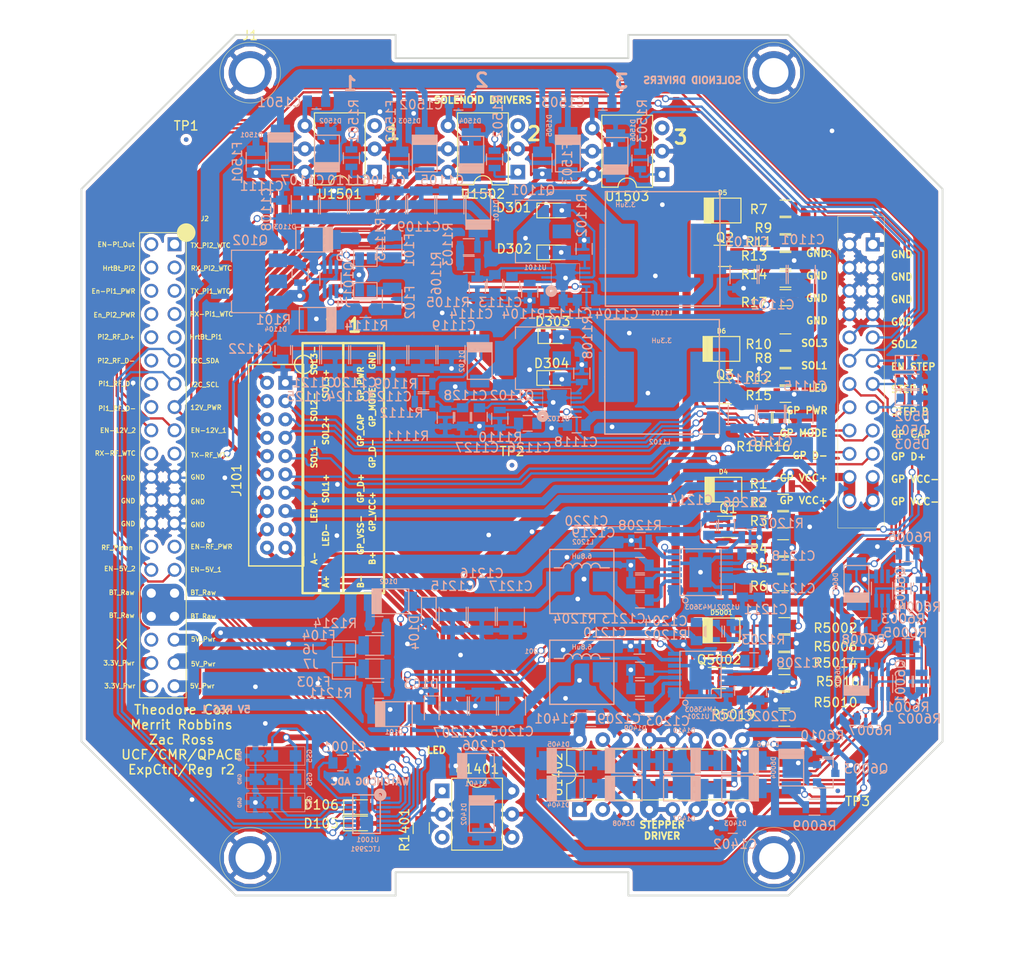
<source format=kicad_pcb>
(kicad_pcb (version 4) (host pcbnew 4.0.6)
  (layers (0 F.Cu signal) (31 B.Cu signal) (34 B.Paste user hide) (35 F.Paste user hide) (36 B.SilkS user) (37 F.SilkS user) (38 B.Mask user hide) (39 F.Mask user hide) (44 Edge.Cuts user))
  (net 0 "")
  (net 1 GND)
  (net 2 /12V_Out_1)
  (net 3 /12V_Out_2)
  (net 4 5V_Pwr)
  (net 5 /Sol_1-)
  (net 6 /Sol_2-)
  (net 7 /Sol_3-)
  (net 8 "Net-(D1103-Pad2)")
  (net 9 "Net-(D1104-Pad2)")
  (net 10 /LED-)
  (net 11 /A-_Out)
  (net 12 /A+_Out)
  (net 13 /Sol_1+)
  (net 14 /Sol_2+)
  (net 15 /Sol_3+)
  (net 16 3.3V_Pwr)
  (net 17 Sol_Ctrl_1)
  (net 18 Sol_Ctrl_2)
  (net 19 Sol_Ctrl_3)
  (net 20 LED_Ctrl)
  (net 21 GoPro_Power)
  (net 22 GoPro_Capture)
  (net 23 GoPro_Mode)
  (net 24 GoPro_USB_D+)
  (net 25 GoPro_USB_D-)
  (net 26 GoPro-)
  (net 27 GoPro+)
  (net 28 "Net-(R1103-Pad1)")
  (net 29 "Net-(R1109-Pad1)")
  (net 30 "Net-(R1401-Pad1)")
  (net 31 "Net-(R1501-Pad1)")
  (net 32 "Net-(R1502-Pad1)")
  (net 33 "Net-(R1503-Pad1)")
  (net 34 BT_Raw)
  (net 35 5V_Rail_1_Enable)
  (net 36 5V_Rail_2_Enable)
  (net 37 "Net-(GS5-Pad2)")
  (net 38 "Net-(GS6-Pad2)")
  (net 39 "Net-(GS7-Pad2)")
  (net 40 12V_Pwr)
  (net 41 12V_1_Enable)
  (net 42 12V_2_Enable)
  (net 43 I2C_SCL)
  (net 44 I2C_SDA)
  (net 45 /5V_MOV_2)
  (net 46 /5V_MOV_4)
  (net 47 PGOOD_5V1)
  (net 48 PGOOD_5V2)
  (net 49 "Net-(C1112-Pad1)")
  (net 50 "Net-(C1113-Pad1)")
  (net 51 "Net-(C1114-Pad2)")
  (net 52 "Net-(C1203-Pad1)")
  (net 53 "Net-(C1204-Pad2)")
  (net 54 "Net-(C1208-Pad1)")
  (net 55 "Net-(C1209-Pad1)")
  (net 56 "Net-(C1213-Pad1)")
  (net 57 "Net-(C1214-Pad2)")
  (net 58 "Net-(C1218-Pad1)")
  (net 59 "Net-(C1219-Pad1)")
  (net 60 "/12V Rail Regulators/12V_MOV_1")
  (net 61 "/12V Rail Regulators/12V_MOV_2")
  (net 62 "Net-(R1104-Pad1)")
  (net 63 /EN_REGS/EN_5V_1)
  (net 64 "Net-(R1204-Pad1)")
  (net 65 /EN_REGS/EN_5V_2)
  (net 66 "Net-(R1208-Pad1)")
  (net 67 /B-_Out)
  (net 68 /B+_Out)
  (net 69 "/Stepper_Driver/EN_Stepper(out)")
  (net 70 "Net-(Q6003-Pad1)")
  (net 71 "Net-(D1101-Pad1)")
  (net 72 "Net-(D1102-Pad1)")
  (net 73 "Net-(D5001-Pad1)")
  (net 74 "Net-(Q5002-Pad3)")
  (net 75 "Net-(Q5002-Pad5)")
  (net 76 "Net-(D4-Pad1)")
  (net 77 "Net-(D5-Pad1)")
  (net 78 "Net-(D6-Pad1)")
  (net 79 "Net-(Q1-Pad3)")
  (net 80 "Net-(Q1-Pad5)")
  (net 81 "Net-(Q2-Pad3)")
  (net 82 "Net-(Q2-Pad5)")
  (net 83 "Net-(Q3-Pad3)")
  (net 84 "Net-(Q3-Pad5)")
  (net 85 MOV_PIN1)
  (net 86 MOV_PIN2)
  (net 87 "Net-(Q6001-Pad2)")
  (net 88 /Stepper_Driver/Step_B-)
  (net 89 "Net-(Q6001-Pad5)")
  (net 90 /Stepper_Driver/Step_B+)
  (net 91 "Net-(Q6002-Pad2)")
  (net 92 /Stepper_Driver/Step_A-)
  (net 93 "Net-(Q6002-Pad5)")
  (net 94 /Stepper_Driver/Step_A+)
  (net 95 "Net-(C1203-Pad2)")
  (net 96 "Net-(C1213-Pad2)")
  (net 97 "Net-(D101-Pad2)")
  (net 98 "Net-(D102-Pad2)")
  (net 99 /12V_Balanced)
  (net 100 "Net-(F101-Pad2)")
  (net 101 "Net-(F102-Pad2)")
  (net 102 "Net-(F103-Pad2)")
  (net 103 "Net-(F104-Pad2)")
  (net 104 /En_12V1)
  (net 105 "Net-(Q101-Pad3)")
  (net 106 /En_12V2)
  (net 107 "Net-(F101-Pad1)")
  (net 108 "Net-(F102-Pad1)")
  (net 109 "Net-(F103-Pad1)")
  (net 110 "Net-(F104-Pad1)")
  (net 111 UART_TXD_Pi2)
  (net 112 WTC_OutputEnable)
  (net 113 UART_RXD_Pi2)
  (net 114 Pi_Heartbeat_Pi2)
  (net 115 UART_TXD_Pi1)
  (net 116 Pwr_En_Pi1)
  (net 117 UART_RXD_Pi1)
  (net 118 Pwr_En_Pi2)
  (net 119 Pi_HeartBeat_Pi1)
  (net 120 RF_USB2_0_D+_Pi2)
  (net 121 RF_USB2_0_D-_Pi2)
  (net 122 RF_USB2_0_D+_Pi1)
  (net 123 RF_USB2_0_D-_Pi1)
  (net 124 UART_TX_RF_DECK)
  (net 125 UART_RX_RF_DECK)
  (net 126 RF_Deck_Power_Enable)
  (net 127 PwrMon_RF_ADC)
  (net 128 "Net-(J2-Pad36)")
  (net 129 "Net-(U1001-Pad12)")
  (net 130 "Net-(C1126-Pad1)")
  (net 131 "Net-(C1127-Pad1)")
  (net 132 "Net-(C1128-Pad2)")
  (net 133 "/12V Rail Regulators/12V_MOV_3")
  (net 134 "/12V Rail Regulators/12V_MOV_4")
  (net 135 "Net-(R1110-Pad1)")
  (net 136 MOV_PIN3)
  (module QPACE-ExpCtrl_Reg:SOT-223-4_GDS (layer B.Cu) (at 98.298 81.534 180)
    (fp_text reference Q102 (at -0.127 4.5 180) (layer B.SilkS) (effects (justify mirror)))
    (fp_text value Q_PMOS_GDS)
    (pad 2 smd rect (at 3.15 0 180) (size 2 3.8) (layers B.Cu B.Paste B.Mask) (net 40 12V_Pwr))
    (pad "" smd rect (at -3.15 0 180) (size 2 1.5) (layers B.Cu B.Paste B.Mask))
    (pad 3 smd rect (at -3.15 -2.3 180) (size 2 1.5) (layers B.Cu B.Paste B.Mask) (net 99 /12V_Balanced))
    (pad 1 smd rect (at -3.15 2.3 180) (size 2 1.5) (layers B.Cu B.Paste B.Mask) (net 105 "Net-(Q101-Pad3)"))
  )
  (module QPACE-ExpCtrl_Reg:SOT-223-4_GDS (layer B.Cu) (at 129.286 76.073 180)
    (fp_text reference Q1101 (at 0 4.5 180) (layer B.SilkS) (effects (justify mirror)))
    (fp_text value Q_NMOS_GDS)
    (pad 2 smd rect (at 3.15 0 180) (size 2 3.8) (layers B.Cu B.Paste B.Mask) (net 71 "Net-(D1101-Pad1)"))
    (pad "" smd rect (at -3.15 0 180) (size 2 1.5) (layers B.Cu B.Paste B.Mask))
    (pad 3 smd rect (at -3.15 -2.3 180) (size 2 1.5) (layers B.Cu B.Paste B.Mask) (net 61 "/12V Rail Regulators/12V_MOV_2"))
    (pad 1 smd rect (at -3.15 2.3 180) (size 2 1.5) (layers B.Cu B.Paste B.Mask) (net 60 "/12V Rail Regulators/12V_MOV_1"))
  )
  (module QPACE-ExpCtrl_Reg:SOT-223-4_GDS (layer B.Cu) (at 129.286 89.916 180)
    (fp_text reference Q1102 (at 2.286 -4.064 180) (layer B.SilkS) (effects (justify mirror)))
    (fp_text value Q_NMOS_GDS)
    (pad 2 smd rect (at 3.15 0 180) (size 2 3.8) (layers B.Cu B.Paste B.Mask) (net 72 "Net-(D1102-Pad1)"))
    (pad "" smd rect (at -3.15 0 180) (size 2 1.5) (layers B.Cu B.Paste B.Mask))
    (pad 3 smd rect (at -3.15 -2.3 180) (size 2 1.5) (layers B.Cu B.Paste B.Mask) (net 134 "/12V Rail Regulators/12V_MOV_4"))
    (pad 1 smd rect (at -3.15 2.3 180) (size 2 1.5) (layers B.Cu B.Paste B.Mask) (net 133 "/12V Rail Regulators/12V_MOV_3"))
  )
  (module Capacitors_SMD:C_0805 (layer B.Cu) (at 131.572 83.566)
    (fp_text reference C1112 (at 1.778 1.524 180) (layer B.SilkS) (effects (justify mirror)))
    (fp_text value 1uF)
    (pad 1 smd rect (at -1 0) (size 1 1.25) (layers B.Cu B.Paste B.Mask) (net 49 "Net-(C1112-Pad1)"))
    (pad 2 smd rect (at 1 0) (size 1 1.25) (layers B.Cu B.Paste B.Mask) (net 1 GND))
  )
  (module Diodes_SMD:D_0805 (layer F.Cu) (at 131.318 73.787)
    (fp_text reference D301 (at -4.1275 -0.3175) (layer F.SilkS))
    (fp_text value D_TVS_ALT)
    (pad 1 smd rect (at -1.05 0) (size 0.8 0.9) (layers F.Cu F.Paste F.Mask) (net 1 GND))
    (pad 2 smd rect (at 1.05 0) (size 0.8 0.9) (layers F.Cu F.Paste F.Mask) (net 60 "/12V Rail Regulators/12V_MOV_1"))
  )
  (module QPACE:boardMount_0125in060 (layer F.Cu) (at 127 101.6)
    (fp_text reference J1 (at -28.575 -46.9265) (layer F.SilkS))
    (fp_text value "Board Mount")
    (pad 1 thru_hole circle (at -28.575 -42.8625) (size 4.699 4.699) (drill 3.2) (layers *.Cu *.Mask) (net 1 GND))
    (pad 2 thru_hole circle (at 28.575 -42.8625) (size 4.699 4.699) (drill 3.2) (layers *.Cu *.Mask) (net 1 GND))
    (pad 3 thru_hole circle (at -28.575 42.8625) (size 4.699 4.699) (drill 3.2) (layers *.Cu *.Mask) (net 1 GND))
    (pad 4 thru_hole circle (at 28.575 42.8625) (size 4.699 4.699) (drill 3.2) (layers *.Cu *.Mask) (net 1 GND))
  )
  (module Resistors_SMD:R_0805 (layer B.Cu) (at 150.4188 108.1532 270)
    (fp_text reference R1206 (at -2.4892 -1.9812 360) (layer B.SilkS) (effects (justify mirror)))
    (fp_text value "1M 0.1%")
    (pad 1 smd rect (at -0.95 0 270) (size 0.7 1.3) (layers B.Cu B.Paste B.Mask) (net 46 /5V_MOV_4))
    (pad 2 smd rect (at 0.95 0 270) (size 0.7 1.3) (layers B.Cu B.Paste B.Mask) (net 57 "Net-(C1214-Pad2)"))
  )
  (module QPACE:Samtec_SSQ-112-03-G-D (layer F.Cu) (at 165.1 91.44 270)
    (fp_text reference J3 (at -12.954 3.556 270) (layer F.SilkS) (effects (font (size 0.508 0.508) (thickness 0.1016))))
    (fp_text value CCDR)
    (pad 1 thru_hole rect (at -13.95 -1.27 270) (size 1.524 1.524) (drill 1.01) (layers *.Cu *.Mask) (net 1 GND))
    (pad 2 thru_hole circle (at -13.95 1.27 270) (size 1.524 1.524) (drill 1.01) (layers *.Cu *.Mask) (net 1 GND))
    (pad 3 thru_hole circle (at -11.41 -1.27 270) (size 1.524 1.524) (drill 1.01) (layers *.Cu *.Mask) (net 1 GND))
    (pad 4 thru_hole circle (at -11.41 1.27 270) (size 1.524 1.524) (drill 1.01) (layers *.Cu *.Mask) (net 1 GND))
    (pad 5 thru_hole circle (at -8.87 -1.27 270) (size 1.524 1.524) (drill 1.01) (layers *.Cu *.Mask) (net 1 GND))
    (pad 6 thru_hole circle (at -8.87 1.27 270) (size 1.524 1.524) (drill 1.01) (layers *.Cu *.Mask) (net 1 GND))
    (pad 7 thru_hole circle (at -6.33 -1.27 270) (size 1.524 1.524) (drill 1.01) (layers *.Cu *.Mask) (net 1 GND))
    (pad 8 thru_hole circle (at -6.33 1.27 270) (size 1.524 1.524) (drill 1.01) (layers *.Cu *.Mask) (net 1 GND))
    (pad 9 thru_hole circle (at -3.79 -1.27 270) (size 1.524 1.524) (drill 1.01) (layers *.Cu *.Mask) (net 18 Sol_Ctrl_2))
    (pad 10 thru_hole circle (at -3.79 1.27 270) (size 1.524 1.524) (drill 1.01) (layers *.Cu *.Mask) (net 19 Sol_Ctrl_3))
    (pad 11 thru_hole circle (at -1.25 -1.27 270) (size 1.524 1.524) (drill 1.01) (layers *.Cu *.Mask) (net 136 MOV_PIN3))
    (pad 12 thru_hole circle (at -1.25 1.27 270) (size 1.524 1.524) (drill 1.01) (layers *.Cu *.Mask) (net 17 Sol_Ctrl_1))
    (pad 13 thru_hole circle (at 1.29 -1.27 270) (size 1.524 1.524) (drill 1.01) (layers *.Cu *.Mask) (net 85 MOV_PIN1))
    (pad 14 thru_hole circle (at 1.29 1.27 270) (size 1.524 1.524) (drill 1.01) (layers *.Cu *.Mask) (net 20 LED_Ctrl))
    (pad 15 thru_hole circle (at 3.83 -1.27 270) (size 1.524 1.524) (drill 1.01) (layers *.Cu *.Mask) (net 86 MOV_PIN2))
    (pad 16 thru_hole circle (at 3.83 1.27 270) (size 1.524 1.524) (drill 1.01) (layers *.Cu *.Mask) (net 21 GoPro_Power))
    (pad 17 thru_hole circle (at 6.37 -1.27 270) (size 1.524 1.524) (drill 1.01) (layers *.Cu *.Mask) (net 22 GoPro_Capture))
    (pad 18 thru_hole circle (at 6.37 1.27 270) (size 1.524 1.524) (drill 1.01) (layers *.Cu *.Mask) (net 23 GoPro_Mode))
    (pad 19 thru_hole circle (at 8.91 -1.27 270) (size 1.524 1.524) (drill 1.01) (layers *.Cu *.Mask) (net 24 GoPro_USB_D+))
    (pad 20 thru_hole circle (at 8.91 1.27 270) (size 1.524 1.524) (drill 1.01) (layers *.Cu *.Mask) (net 25 GoPro_USB_D-))
    (pad 21 thru_hole circle (at 11.45 -1.27 270) (size 1.524 1.524) (drill 1.01) (layers *.Cu *.Mask) (net 26 GoPro-))
    (pad 22 thru_hole circle (at 11.45 1.27 270) (size 1.524 1.524) (drill 1.01) (layers *.Cu *.Mask) (net 27 GoPro+))
    (pad 23 thru_hole circle (at 13.99 -1.27 270) (size 1.524 1.524) (drill 1.01) (layers *.Cu *.Mask) (net 26 GoPro-))
    (pad 24 thru_hole circle (at 13.99 1.27 270) (size 1.524 1.524) (drill 1.01) (layers *.Cu *.Mask) (net 27 GoPro+))
  )
  (module QPACE:SolderBridge_0805 (layer B.Cu) (at 103.378 133.35 90)
    (fp_text reference GS5 (at 0 1.524 90) (layer B.SilkS) (effects (font (size 0.508 0.508) (thickness 0.1016)) (justify mirror)))
    (fp_text value GS3)
    (fp_text user GND (at 0 -6.096 90) (layer B.SilkS) (effects (font (size 0.381 0.381) (thickness 0.09525)) (justify mirror)))
    (pad 1 smd rect (at 0.47752 -3.58648 90) (size 0.3175 0.3175) (layers B.Cu B.Paste B.Mask) (net 1 GND) (clearance 0.0127))
    (pad 1 smd rect (at 0 -4.3815 90) (size 1.27 1.27) (layers B.Cu B.Paste B.Mask) (net 1 GND) (clearance 0.127))
    (pad 2 smd rect (at 0 -3.175 45) (size 0.448945 0.448945) (layers B.Cu B.Paste B.Mask) (net 37 "Net-(GS5-Pad2)") (clearance 0.0254))
    (pad 3 smd rect (at 0 0 90) (size 1.27 1.27) (layers B.Cu B.Paste B.Mask) (net 16 3.3V_Pwr))
    (pad 2 smd rect (at 0 -2.54 90) (size 1.27 1.27) (layers B.Cu B.Paste B.Mask) (net 37 "Net-(GS5-Pad2)") (clearance 0.127))
    (pad 1 smd rect (at -0.3175 -3.7465 45) (size 0.448945 0.448945) (layers B.Cu B.Paste B.Mask) (net 1 GND) (clearance 0.0254))
    (pad 1 smd rect (at 0.3175 -3.7465 45) (size 0.448945 0.448945) (layers B.Cu B.Paste B.Mask) (net 1 GND) (clearance 0.0254))
    (pad 1 smd rect (at -0.47752 -3.58648 90) (size 0.3175 0.3175) (layers B.Cu B.Paste B.Mask) (net 1 GND) (clearance 0.0127))
  )
  (module QPACE:SolderBridge_0805 (layer B.Cu) (at 103.378 135.89 90)
    (fp_text reference GS6 (at 0 1.524 90) (layer B.SilkS) (effects (font (size 0.508 0.508) (thickness 0.1016)) (justify mirror)))
    (fp_text value GS3)
    (fp_text user GND (at 0 -6.096 90) (layer B.SilkS) (effects (font (size 0.381 0.381) (thickness 0.09525)) (justify mirror)))
    (pad 1 smd rect (at 0.47752 -3.58648 90) (size 0.3175 0.3175) (layers B.Cu B.Paste B.Mask) (net 1 GND) (clearance 0.0127))
    (pad 1 smd rect (at 0 -4.3815 90) (size 1.27 1.27) (layers B.Cu B.Paste B.Mask) (net 1 GND) (clearance 0.127))
    (pad 2 smd rect (at 0 -3.175 45) (size 0.448945 0.448945) (layers B.Cu B.Paste B.Mask) (net 38 "Net-(GS6-Pad2)") (clearance 0.0254))
    (pad 3 smd rect (at 0 0 90) (size 1.27 1.27) (layers B.Cu B.Paste B.Mask) (net 16 3.3V_Pwr))
    (pad 2 smd rect (at 0 -2.54 90) (size 1.27 1.27) (layers B.Cu B.Paste B.Mask) (net 38 "Net-(GS6-Pad2)") (clearance 0.127))
    (pad 1 smd rect (at -0.3175 -3.7465 45) (size 0.448945 0.448945) (layers B.Cu B.Paste B.Mask) (net 1 GND) (clearance 0.0254))
    (pad 1 smd rect (at 0.3175 -3.7465 45) (size 0.448945 0.448945) (layers B.Cu B.Paste B.Mask) (net 1 GND) (clearance 0.0254))
    (pad 1 smd rect (at -0.47752 -3.58648 90) (size 0.3175 0.3175) (layers B.Cu B.Paste B.Mask) (net 1 GND) (clearance 0.0127))
  )
  (module QPACE:SolderBridge_0805 (layer B.Cu) (at 103.378 138.43 90)
    (fp_text reference GS7 (at 0 1.524 90) (layer B.SilkS) (effects (font (size 0.508 0.508) (thickness 0.1016)) (justify mirror)))
    (fp_text value GS3)
    (fp_text user GND (at 0 -6.096 90) (layer B.SilkS) (effects (font (size 0.381 0.381) (thickness 0.09525)) (justify mirror)))
    (pad 1 smd rect (at 0.47752 -3.58648 90) (size 0.3175 0.3175) (layers B.Cu B.Paste B.Mask) (net 1 GND) (clearance 0.0127))
    (pad 1 smd rect (at 0 -4.3815 90) (size 1.27 1.27) (layers B.Cu B.Paste B.Mask) (net 1 GND) (clearance 0.127))
    (pad 2 smd rect (at 0 -3.175 45) (size 0.448945 0.448945) (layers B.Cu B.Paste B.Mask) (net 39 "Net-(GS7-Pad2)") (clearance 0.0254))
    (pad 3 smd rect (at 0 0 90) (size 1.27 1.27) (layers B.Cu B.Paste B.Mask) (net 16 3.3V_Pwr))
    (pad 2 smd rect (at 0 -2.54 90) (size 1.27 1.27) (layers B.Cu B.Paste B.Mask) (net 39 "Net-(GS7-Pad2)") (clearance 0.127))
    (pad 1 smd rect (at -0.3175 -3.7465 45) (size 0.448945 0.448945) (layers B.Cu B.Paste B.Mask) (net 1 GND) (clearance 0.0254))
    (pad 1 smd rect (at 0.3175 -3.7465 45) (size 0.448945 0.448945) (layers B.Cu B.Paste B.Mask) (net 1 GND) (clearance 0.0254))
    (pad 1 smd rect (at -0.47752 -3.58648 90) (size 0.3175 0.3175) (layers B.Cu B.Paste B.Mask) (net 1 GND) (clearance 0.0127))
  )
  (module QPACE:DR125-IND (layer B.Cu) (at 143.383 91.948 180)
    (fp_text reference L1102 (at 0.254 -7.112 180) (layer B.SilkS) (effects (font (size 0.508 0.508) (thickness 0.1016)) (justify mirror)))
    (fp_text value 3.3uH (at 0.05 3.95 180) (layer B.SilkS) (effects (font (size 0.508 0.508) (thickness 0.1016)) (justify mirror)))
    (pad 1 smd rect (at -5 0 180) (size 3.85 5.5) (layers B.Cu B.Paste B.Mask) (net 34 BT_Raw))
    (pad 2 smd rect (at 5 0 180) (size 3.85 5.5) (layers B.Cu B.Paste B.Mask) (net 72 "Net-(D1102-Pad1)"))
  )
  (module QPACE:DR125-IND (layer B.Cu) (at 143.4465 77.978 180)
    (fp_text reference L1101 (at 0.127 -6.985 180) (layer B.SilkS) (effects (font (size 0.508 0.508) (thickness 0.1016)) (justify mirror)))
    (fp_text value 3.3uH (at 4.064 4.826 180) (layer B.SilkS) (effects (font (size 0.508 0.508) (thickness 0.1016)) (justify mirror)))
    (pad 1 smd rect (at -5 0 180) (size 3.85 5.5) (layers B.Cu B.Paste B.Mask) (net 34 BT_Raw))
    (pad 2 smd rect (at 5 0 180) (size 3.85 5.5) (layers B.Cu B.Paste B.Mask) (net 71 "Net-(D1101-Pad1)"))
  )
  (module QPACE:744314650_6.5uH (layer B.Cu) (at 134.62 114.3 180)
    (fp_text reference L1202 (at -0.127 4.318 180) (layer B.SilkS) (effects (font (size 0.508 0.508) (thickness 0.1016)) (justify mirror)))
    (fp_text value 6.8uH (at 0 2.75 180) (layer B.SilkS) (effects (font (size 0.508 0.508) (thickness 0.1016)) (justify mirror)))
    (pad 1 smd rect (at -2.55 0 180) (size 2.7 2.2) (layers B.Cu B.Paste B.Mask) (net 56 "Net-(C1213-Pad1)"))
    (pad 2 smd rect (at 2.55 0 180) (size 2.7 2.2) (layers B.Cu B.Paste B.Mask) (net 46 /5V_MOV_4))
  )
  (module QPACE:744314650_6.5uH (layer B.Cu) (at 134.62 124.206 180)
    (fp_text reference L1201 (at 5.08 2.286 180) (layer B.SilkS) (effects (font (size 0.508 0.508) (thickness 0.1016)) (justify mirror)))
    (fp_text value 6.8uH (at 0 2.75 180) (layer B.SilkS) (effects (font (size 0.508 0.508) (thickness 0.1016)) (justify mirror)))
    (pad 1 smd rect (at -2.55 0 180) (size 2.7 2.2) (layers B.Cu B.Paste B.Mask) (net 52 "Net-(C1203-Pad1)"))
    (pad 2 smd rect (at 2.55 0 180) (size 2.7 2.2) (layers B.Cu B.Paste B.Mask) (net 45 /5V_MOV_2))
  )
  (module QPACE:LTC2991_MSOP_16 (layer B.Cu) (at 111.125 139.7 270)
    (fp_text reference U1001 (at 2.794 -0.127 360) (layer B.SilkS) (effects (font (size 0.508 0.508) (thickness 0.1016)) (justify mirror)))
    (fp_text value LTC2991 (at 3.81 0.127 360) (layer B.SilkS) (effects (font (size 0.508 0.508) (thickness 0.1016)) (justify mirror)))
    (pad 1 smd rect (at -1.75 -1.855 270) (size 0.308 1.5) (layers B.Cu B.Paste B.Mask) (net 40 12V_Pwr))
    (pad 2 smd rect (at -1.25 -1.855 270) (size 0.308 1.5) (layers B.Cu B.Paste B.Mask) (net 2 /12V_Out_1))
    (pad 3 smd rect (at -0.75 -1.855 270) (size 0.308 1.5) (layers B.Cu B.Paste B.Mask) (net 3 /12V_Out_2))
    (pad 4 smd rect (at -0.25 -1.855 270) (size 0.308 1.5) (layers B.Cu B.Paste B.Mask) (net 34 BT_Raw))
    (pad 5 smd rect (at 0.25 -1.855 270) (size 0.308 1.5) (layers B.Cu B.Paste B.Mask) (net 46 /5V_MOV_4))
    (pad 6 smd rect (at 0.75 -1.855 270) (size 0.308 1.5) (layers B.Cu B.Paste B.Mask) (net 48 PGOOD_5V2))
    (pad 7 smd rect (at 1.25 -1.855 270) (size 0.308 1.5) (layers B.Cu B.Paste B.Mask) (net 45 /5V_MOV_2))
    (pad 8 smd rect (at 1.75 -1.855 270) (size 0.308 1.5) (layers B.Cu B.Paste B.Mask) (net 47 PGOOD_5V1))
    (pad 9 smd rect (at 1.75 1.855 270) (size 0.308 1.5) (layers B.Cu B.Paste B.Mask) (net 1 GND))
    (pad 10 smd rect (at 1.25 1.855 270) (size 0.308 1.5) (layers B.Cu B.Paste B.Mask) (net 44 I2C_SDA))
    (pad 11 smd rect (at 0.75 1.855 270) (size 0.308 1.5) (layers B.Cu B.Paste B.Mask) (net 43 I2C_SCL))
    (pad 12 smd rect (at 0.25 1.855 270) (size 0.308 1.5) (layers B.Cu B.Paste B.Mask) (net 129 "Net-(U1001-Pad12)"))
    (pad 13 smd rect (at -0.25 1.855 270) (size 0.308 1.5) (layers B.Cu B.Paste B.Mask) (net 39 "Net-(GS7-Pad2)"))
    (pad 14 smd rect (at -0.75 1.855 270) (size 0.308 1.5) (layers B.Cu B.Paste B.Mask) (net 38 "Net-(GS6-Pad2)"))
    (pad 15 smd rect (at -1.25 1.855 270) (size 0.308 1.5) (layers B.Cu B.Paste B.Mask) (net 37 "Net-(GS5-Pad2)"))
    (pad 16 smd rect (at -1.75 1.855 270) (size 0.308 1.5) (layers B.Cu B.Paste B.Mask) (net 16 3.3V_Pwr))
  )
  (module QPACE:LM43603_HTSSOP-16 (layer B.Cu) (at 147.574 124.46 90)
    (fp_text reference U1201 (at -4.572 -0.254 180) (layer B.SilkS) (effects (font (size 0.508 0.508) (thickness 0.1016)) (justify mirror)))
    (fp_text value LM43603 (at -3.81 0 180) (layer B.SilkS) (effects (font (size 0.508 0.508) (thickness 0.1016)) (justify mirror)))
    (pad 4 smd rect (at -0.32512 -2.79908 90) (size 0.45 1.5) (layers B.Cu B.Paste B.Mask) (net 55 "Net-(C1209-Pad1)") (clearance 0.1))
    (pad 5 smd rect (at 0.32512 -2.79908 90) (size 0.45 1.5) (layers B.Cu B.Paste B.Mask) (net 45 /5V_MOV_2) (clearance 0.1))
    (pad 6 smd rect (at 0.97536 -2.79908 90) (size 0.45 1.5) (layers B.Cu B.Paste B.Mask) (net 1 GND) (clearance 0.1))
    (pad 7 smd rect (at 1.6256 -2.79908 90) (size 0.45 1.5) (layers B.Cu B.Paste B.Mask) (net 64 "Net-(R1204-Pad1)") (clearance 0.1))
    (pad 16 smd rect (at -2.26568 2.794 90) (size 0.45 1.5) (layers B.Cu B.Paste B.Mask) (net 1 GND) (clearance 0.1))
    (pad 1 smd rect (at -2.27584 -2.79908 90) (size 0.45 1.5) (layers B.Cu B.Paste B.Mask) (net 52 "Net-(C1203-Pad1)") (clearance 0.1))
    (pad 2 smd rect (at -1.6256 -2.79908 90) (size 0.45 1.5) (layers B.Cu B.Paste B.Mask) (net 52 "Net-(C1203-Pad1)") (clearance 0.1))
    (pad 3 smd rect (at -0.97536 -2.79908 90) (size 0.45 1.5) (layers B.Cu B.Paste B.Mask) (net 95 "Net-(C1203-Pad2)") (clearance 0.1))
    (pad 9 smd rect (at 2.27584 2.79908 90) (size 0.45 1.5) (layers B.Cu B.Paste B.Mask) (net 53 "Net-(C1204-Pad2)") (clearance 0.1))
    (pad 10 smd rect (at 1.6256 2.79908 90) (size 0.45 1.5) (layers B.Cu B.Paste B.Mask) (net 1 GND) (clearance 0.1))
    (pad 11 smd rect (at 0.97536 2.79908 90) (size 0.45 1.5) (layers B.Cu B.Paste B.Mask) (net 54 "Net-(C1208-Pad1)") (clearance 0.1))
    (pad 12 smd rect (at 0.32512 2.79908 90) (size 0.45 1.5) (layers B.Cu B.Paste B.Mask) (net 63 /EN_REGS/EN_5V_1) (clearance 0.1))
    (pad 13 smd rect (at -0.32512 2.79908 90) (size 0.45 1.5) (layers B.Cu B.Paste B.Mask) (net 34 BT_Raw) (clearance 0.1))
    (pad 14 smd rect (at -0.97536 2.79908 90) (size 0.45 1.5) (layers B.Cu B.Paste B.Mask) (net 34 BT_Raw) (clearance 0.1))
    (pad 8 smd rect (at 2.27584 -2.79908 90) (size 0.45 1.5) (layers B.Cu B.Paste B.Mask) (net 47 PGOOD_5V1) (clearance 0.1))
    (pad 15 smd rect (at -1.6256 2.794 90) (size 0.45 1.5) (layers B.Cu B.Paste B.Mask) (net 1 GND) (clearance 0.1))
    (pad 17 smd rect (at 0 0 90) (size 3.29 2.41) (layers B.Cu B.Paste B.Mask) (net 1 GND))
  )
  (module QPACE:LM43603_HTSSOP-16 (layer B.Cu) (at 147.574 113.284 90)
    (fp_text reference U1202 (at -3.81 3.048 180) (layer B.SilkS) (effects (font (size 0.508 0.508) (thickness 0.1016)) (justify mirror)))
    (fp_text value LM43603 (at -3.81 0 180) (layer B.SilkS) (effects (font (size 0.508 0.508) (thickness 0.1016)) (justify mirror)))
    (pad 4 smd rect (at -0.32512 -2.79908 90) (size 0.45 1.5) (layers B.Cu B.Paste B.Mask) (net 59 "Net-(C1219-Pad1)") (clearance 0.1))
    (pad 5 smd rect (at 0.32512 -2.79908 90) (size 0.45 1.5) (layers B.Cu B.Paste B.Mask) (net 46 /5V_MOV_4) (clearance 0.1))
    (pad 6 smd rect (at 0.97536 -2.79908 90) (size 0.45 1.5) (layers B.Cu B.Paste B.Mask) (net 1 GND) (clearance 0.1))
    (pad 7 smd rect (at 1.6256 -2.79908 90) (size 0.45 1.5) (layers B.Cu B.Paste B.Mask) (net 66 "Net-(R1208-Pad1)") (clearance 0.1))
    (pad 16 smd rect (at -2.26568 2.794 90) (size 0.45 1.5) (layers B.Cu B.Paste B.Mask) (net 1 GND) (clearance 0.1))
    (pad 1 smd rect (at -2.27584 -2.79908 90) (size 0.45 1.5) (layers B.Cu B.Paste B.Mask) (net 56 "Net-(C1213-Pad1)") (clearance 0.1))
    (pad 2 smd rect (at -1.6256 -2.79908 90) (size 0.45 1.5) (layers B.Cu B.Paste B.Mask) (net 56 "Net-(C1213-Pad1)") (clearance 0.1))
    (pad 3 smd rect (at -0.97536 -2.79908 90) (size 0.45 1.5) (layers B.Cu B.Paste B.Mask) (net 96 "Net-(C1213-Pad2)") (clearance 0.1))
    (pad 9 smd rect (at 2.27584 2.79908 90) (size 0.45 1.5) (layers B.Cu B.Paste B.Mask) (net 57 "Net-(C1214-Pad2)") (clearance 0.1))
    (pad 10 smd rect (at 1.6256 2.79908 90) (size 0.45 1.5) (layers B.Cu B.Paste B.Mask) (net 1 GND) (clearance 0.1))
    (pad 11 smd rect (at 0.97536 2.79908 90) (size 0.45 1.5) (layers B.Cu B.Paste B.Mask) (net 58 "Net-(C1218-Pad1)") (clearance 0.1))
    (pad 12 smd rect (at 0.32512 2.79908 90) (size 0.45 1.5) (layers B.Cu B.Paste B.Mask) (net 65 /EN_REGS/EN_5V_2) (clearance 0.1))
    (pad 13 smd rect (at -0.32512 2.79908 90) (size 0.45 1.5) (layers B.Cu B.Paste B.Mask) (net 34 BT_Raw) (clearance 0.1))
    (pad 14 smd rect (at -0.97536 2.79908 90) (size 0.45 1.5) (layers B.Cu B.Paste B.Mask) (net 34 BT_Raw) (clearance 0.1))
    (pad 8 smd rect (at 2.27584 -2.79908 90) (size 0.45 1.5) (layers B.Cu B.Paste B.Mask) (net 48 PGOOD_5V2) (clearance 0.1))
    (pad 15 smd rect (at -1.6256 2.794 90) (size 0.45 1.5) (layers B.Cu B.Paste B.Mask) (net 1 GND) (clearance 0.1))
    (pad 17 smd rect (at 0 0 90) (size 3.29 2.41) (layers B.Cu B.Paste B.Mask) (net 1 GND))
  )
  (module QPACE:MAX668 (layer B.Cu) (at 131.8895 94.742 90)
    (fp_text reference U1102 (at -1.778 0.1905 180) (layer B.SilkS) (effects (font (size 0.508 0.508) (thickness 0.1016)) (justify mirror)))
    (fp_text value MAX668)
    (pad 5 smd rect (at 1 -2.05 90) (size 0.27 1.2) (layers B.Cu B.Paste B.Mask) (net 132 "Net-(C1128-Pad2)"))
    (pad 4 smd rect (at 0.5 -2.05 90) (size 0.27 1.2) (layers B.Cu B.Paste B.Mask) (net 131 "Net-(C1127-Pad1)"))
    (pad 3 smd rect (at 0 -2.05 90) (size 0.27 1.2) (layers B.Cu B.Paste B.Mask) (net 1 GND))
    (pad 2 smd rect (at -0.5 -2.05 90) (size 0.27 1.2) (layers B.Cu B.Paste B.Mask) (net 135 "Net-(R1110-Pad1)"))
    (pad 1 smd rect (at -1 -2.05 90) (size 0.27 1.2) (layers B.Cu B.Paste B.Mask) (net 130 "Net-(C1126-Pad1)"))
    (pad 6 smd rect (at 1 2.1 90) (size 0.27 1.2) (layers B.Cu B.Paste B.Mask) (net 134 "/12V Rail Regulators/12V_MOV_4"))
    (pad 7 smd rect (at 0.5 2.1 90) (size 0.27 1.2) (layers B.Cu B.Paste B.Mask) (net 1 GND))
    (pad 8 smd rect (at 0 2.1 90) (size 0.27 1.2) (layers B.Cu B.Paste B.Mask) (net 133 "/12V Rail Regulators/12V_MOV_3"))
    (pad 9 smd rect (at -0.5 2.1 90) (size 0.27 1.2) (layers B.Cu B.Paste B.Mask) (net 34 BT_Raw))
    (pad 10 smd rect (at -1 2.1 90) (size 0.27 1.2) (layers B.Cu B.Paste B.Mask) (net 106 /En_12V2))
  )
  (module QPACE:MAX668 (layer B.Cu) (at 132.842 81.0895 90)
    (fp_text reference U1101 (at 1.0795 -3.302 180) (layer B.SilkS) (effects (font (size 0.508 0.508) (thickness 0.1016)) (justify mirror)))
    (fp_text value MAX668)
    (pad 5 smd rect (at 1 -2.05 90) (size 0.27 1.2) (layers B.Cu B.Paste B.Mask) (net 51 "Net-(C1114-Pad2)"))
    (pad 4 smd rect (at 0.5 -2.05 90) (size 0.27 1.2) (layers B.Cu B.Paste B.Mask) (net 50 "Net-(C1113-Pad1)"))
    (pad 3 smd rect (at 0 -2.05 90) (size 0.27 1.2) (layers B.Cu B.Paste B.Mask) (net 1 GND))
    (pad 2 smd rect (at -0.5 -2.05 90) (size 0.27 1.2) (layers B.Cu B.Paste B.Mask) (net 62 "Net-(R1104-Pad1)"))
    (pad 1 smd rect (at -1 -2.05 90) (size 0.27 1.2) (layers B.Cu B.Paste B.Mask) (net 49 "Net-(C1112-Pad1)"))
    (pad 6 smd rect (at 1 2.1 90) (size 0.27 1.2) (layers B.Cu B.Paste B.Mask) (net 61 "/12V Rail Regulators/12V_MOV_2"))
    (pad 7 smd rect (at 0.5 2.1 90) (size 0.27 1.2) (layers B.Cu B.Paste B.Mask) (net 1 GND))
    (pad 8 smd rect (at 0 2.1 90) (size 0.27 1.2) (layers B.Cu B.Paste B.Mask) (net 60 "/12V Rail Regulators/12V_MOV_1"))
    (pad 9 smd rect (at -0.5 2.1 90) (size 0.27 1.2) (layers B.Cu B.Paste B.Mask) (net 34 BT_Raw))
    (pad 10 smd rect (at -1 2.1 90) (size 0.27 1.2) (layers B.Cu B.Paste B.Mask) (net 104 /En_12V1))
  )
  (module Capacitors_SMD:C_1210 (layer B.Cu) (at 126.873 118.11 270)
    (fp_text reference C1217 (at -3.302 0 360) (layer B.SilkS) (effects (justify mirror)))
    (fp_text value 47uF)
    (pad 1 smd rect (at -1.5 0 270) (size 1 2.5) (layers B.Cu B.Paste B.Mask) (net 46 /5V_MOV_4))
    (pad 2 smd rect (at 1.5 0 270) (size 1 2.5) (layers B.Cu B.Paste B.Mask) (net 1 GND))
  )
  (module Capacitors_SMD:C_1210 (layer B.Cu) (at 123.698 118.11 270)
    (fp_text reference C1216 (at -4.699 0 360) (layer B.SilkS) (effects (justify mirror)))
    (fp_text value 47uF)
    (pad 1 smd rect (at -1.5 0 270) (size 1 2.5) (layers B.Cu B.Paste B.Mask) (net 46 /5V_MOV_4))
    (pad 2 smd rect (at 1.5 0 270) (size 1 2.5) (layers B.Cu B.Paste B.Mask) (net 1 GND))
  )
  (module Capacitors_SMD:C_1210 (layer B.Cu) (at 120.523 118.11 270)
    (fp_text reference C1215 (at -3.302 0 360) (layer B.SilkS) (effects (justify mirror)))
    (fp_text value 47uF)
    (pad 1 smd rect (at -1.5 0 270) (size 1 2.5) (layers B.Cu B.Paste B.Mask) (net 46 /5V_MOV_4))
    (pad 2 smd rect (at 1.5 0 270) (size 1 2.5) (layers B.Cu B.Paste B.Mask) (net 1 GND))
  )
  (module Capacitors_SMD:C_1210 (layer B.Cu) (at 120.65 127.889 90)
    (fp_text reference C1207 (at -2.921 0.127 180) (layer B.SilkS) (effects (justify mirror)))
    (fp_text value 47uF)
    (pad 1 smd rect (at -1.5 0 90) (size 1 2.5) (layers B.Cu B.Paste B.Mask) (net 45 /5V_MOV_2))
    (pad 2 smd rect (at 1.5 0 90) (size 1 2.5) (layers B.Cu B.Paste B.Mask) (net 1 GND))
  )
  (module Capacitors_SMD:C_1210 (layer B.Cu) (at 123.825 127.889 90)
    (fp_text reference C1206 (at -4.318 0.127 180) (layer B.SilkS) (effects (justify mirror)))
    (fp_text value 47uF)
    (pad 1 smd rect (at -1.5 0 90) (size 1 2.5) (layers B.Cu B.Paste B.Mask) (net 45 /5V_MOV_2))
    (pad 2 smd rect (at 1.5 0 90) (size 1 2.5) (layers B.Cu B.Paste B.Mask) (net 1 GND))
  )
  (module Capacitors_SMD:C_1210 (layer B.Cu) (at 127 127.889 90)
    (fp_text reference C1205 (at -2.794 0 180) (layer B.SilkS) (effects (justify mirror)))
    (fp_text value 47uF)
    (pad 1 smd rect (at -1.5 0 90) (size 1 2.5) (layers B.Cu B.Paste B.Mask) (net 45 /5V_MOV_2))
    (pad 2 smd rect (at 1.5 0 90) (size 1 2.5) (layers B.Cu B.Paste B.Mask) (net 1 GND))
  )
  (module Capacitors_SMD:C_1210 (layer B.Cu) (at 104.521 89.535 270)
    (fp_text reference C1125 (at 4.572 -0.254 360) (layer B.SilkS) (effects (justify mirror)))
    (fp_text value 47uF)
    (pad 1 smd rect (at -1.5 0 270) (size 1 2.5) (layers B.Cu B.Paste B.Mask) (net 3 /12V_Out_2))
    (pad 2 smd rect (at 1.5 0 270) (size 1 2.5) (layers B.Cu B.Paste B.Mask) (net 1 GND))
  )
  (module Capacitors_SMD:C_1210 (layer B.Cu) (at 110.871 89.535 270)
    (fp_text reference C1124 (at 4.572 1.651 360) (layer B.SilkS) (effects (justify mirror)))
    (fp_text value 47uF)
    (pad 1 smd rect (at -1.5 0 270) (size 1 2.5) (layers B.Cu B.Paste B.Mask) (net 3 /12V_Out_2))
    (pad 2 smd rect (at 1.5 0 270) (size 1 2.5) (layers B.Cu B.Paste B.Mask) (net 1 GND))
  )
  (module Capacitors_SMD:C_1210 (layer B.Cu) (at 117.221 89.535 270)
    (fp_text reference C1123 (at 4.572 3.556 360) (layer B.SilkS) (effects (justify mirror)))
    (fp_text value 47uF)
    (pad 1 smd rect (at -1.5 0 270) (size 1 2.5) (layers B.Cu B.Paste B.Mask) (net 3 /12V_Out_2))
    (pad 2 smd rect (at 1.5 0 270) (size 1 2.5) (layers B.Cu B.Paste B.Mask) (net 1 GND))
  )
  (module Capacitors_SMD:C_1210 (layer B.Cu) (at 107.696 89.535 270)
    (fp_text reference C1121 (at 3.048 2.286 360) (layer B.SilkS) (effects (justify mirror)))
    (fp_text value 47uF)
    (pad 1 smd rect (at -1.5 0 270) (size 1 2.5) (layers B.Cu B.Paste B.Mask) (net 3 /12V_Out_2))
    (pad 2 smd rect (at 1.5 0 270) (size 1 2.5) (layers B.Cu B.Paste B.Mask) (net 1 GND))
  )
  (module Capacitors_SMD:C_1210 (layer B.Cu) (at 114.046 89.535 270)
    (fp_text reference C1120 (at 3.048 4.191 360) (layer B.SilkS) (effects (justify mirror)))
    (fp_text value 47uF)
    (pad 1 smd rect (at -1.5 0 270) (size 1 2.5) (layers B.Cu B.Paste B.Mask) (net 3 /12V_Out_2))
    (pad 2 smd rect (at 1.5 0 270) (size 1 2.5) (layers B.Cu B.Paste B.Mask) (net 1 GND))
  )
  (module Capacitors_SMD:C_1210 (layer B.Cu) (at 120.396 89.535 270)
    (fp_text reference C1119 (at -3.175 -0.254 360) (layer B.SilkS) (effects (justify mirror)))
    (fp_text value 47uF)
    (pad 1 smd rect (at -1.5 0 270) (size 1 2.5) (layers B.Cu B.Paste B.Mask) (net 3 /12V_Out_2))
    (pad 2 smd rect (at 1.5 0 270) (size 1 2.5) (layers B.Cu B.Paste B.Mask) (net 1 GND))
  )
  (module Capacitors_SMD:C_1210 (layer B.Cu) (at 152.0825 96.0755 270)
    (fp_text reference C1117 (at -3.8735 -0.5715 360) (layer B.SilkS) (effects (justify mirror)))
    (fp_text value 47uF)
    (pad 1 smd rect (at -1.5 0 270) (size 1 2.5) (layers B.Cu B.Paste B.Mask) (net 34 BT_Raw))
    (pad 2 smd rect (at 1.5 0 270) (size 1 2.5) (layers B.Cu B.Paste B.Mask) (net 1 GND))
  )
  (module Capacitors_SMD:C_1210 (layer B.Cu) (at 155.2575 96.012 270)
    (fp_text reference C1116 (at 3.024 0 360) (layer B.SilkS) (effects (justify mirror)))
    (fp_text value 47uF)
    (pad 1 smd rect (at -1.5 0 270) (size 1 2.5) (layers B.Cu B.Paste B.Mask) (net 34 BT_Raw))
    (pad 2 smd rect (at 1.5 0 270) (size 1 2.5) (layers B.Cu B.Paste B.Mask) (net 1 GND))
  )
  (module Capacitors_SMD:C_1210 (layer B.Cu) (at 158.369 96.012 270)
    (fp_text reference C1115 (at -3.048 -0.635 360) (layer B.SilkS) (effects (justify mirror)))
    (fp_text value 47uF)
    (pad 1 smd rect (at -1.5 0 270) (size 1 2.5) (layers B.Cu B.Paste B.Mask) (net 34 BT_Raw))
    (pad 2 smd rect (at 1.5 0 270) (size 1 2.5) (layers B.Cu B.Paste B.Mask) (net 1 GND))
  )
  (module Capacitors_SMD:C_1210 (layer B.Cu) (at 104.394 73.152 90)
    (fp_text reference C1111 (at 2.032 -4.699 180) (layer B.SilkS) (effects (justify mirror)))
    (fp_text value 47uF)
    (pad 1 smd rect (at -1.5 0 90) (size 1 2.5) (layers B.Cu B.Paste B.Mask) (net 2 /12V_Out_1))
    (pad 2 smd rect (at 1.5 0 90) (size 1 2.5) (layers B.Cu B.Paste B.Mask) (net 1 GND))
  )
  (module Capacitors_SMD:C_1210 (layer B.Cu) (at 110.744 73.152 90)
    (fp_text reference C1110 (at 2.667 -1.524 180) (layer B.SilkS) (effects (justify mirror)))
    (fp_text value 47uF)
    (pad 1 smd rect (at -1.5 0 90) (size 1 2.5) (layers B.Cu B.Paste B.Mask) (net 2 /12V_Out_1))
    (pad 2 smd rect (at 1.5 0 90) (size 1 2.5) (layers B.Cu B.Paste B.Mask) (net 1 GND))
  )
  (module Capacitors_SMD:C_1210 (layer B.Cu) (at 117.094 73.152 90)
    (fp_text reference C1109 (at -2.413 -0.254 180) (layer B.SilkS) (effects (justify mirror)))
    (fp_text value 47uF)
    (pad 1 smd rect (at -1.5 0 90) (size 1 2.5) (layers B.Cu B.Paste B.Mask) (net 2 /12V_Out_1))
    (pad 2 smd rect (at 1.5 0 90) (size 1 2.5) (layers B.Cu B.Paste B.Mask) (net 1 GND))
  )
  (module Capacitors_SMD:C_1210 (layer B.Cu) (at 107.569 73.152 90)
    (fp_text reference C1107 (at 2.667 -3.429 180) (layer B.SilkS) (effects (justify mirror)))
    (fp_text value 47uF)
    (pad 1 smd rect (at -1.5 0 90) (size 1 2.5) (layers B.Cu B.Paste B.Mask) (net 2 /12V_Out_1))
    (pad 2 smd rect (at 1.5 0 90) (size 1 2.5) (layers B.Cu B.Paste B.Mask) (net 1 GND))
  )
  (module Capacitors_SMD:C_1210 (layer B.Cu) (at 113.919 73.152 90)
    (fp_text reference C1106 (at 2.667 -0.889 180) (layer B.SilkS) (effects (justify mirror)))
    (fp_text value 47uF)
    (pad 1 smd rect (at -1.5 0 90) (size 1 2.5) (layers B.Cu B.Paste B.Mask) (net 2 /12V_Out_1))
    (pad 2 smd rect (at 1.5 0 90) (size 1 2.5) (layers B.Cu B.Paste B.Mask) (net 1 GND))
  )
  (module Capacitors_SMD:C_1210 (layer B.Cu) (at 120.269 73.152 90)
    (fp_text reference C1105 (at 2.667 -0.889 180) (layer B.SilkS) (effects (justify mirror)))
    (fp_text value 47uF)
    (pad 1 smd rect (at -1.5 0 90) (size 1 2.5) (layers B.Cu B.Paste B.Mask) (net 2 /12V_Out_1))
    (pad 2 smd rect (at 1.5 0 90) (size 1 2.5) (layers B.Cu B.Paste B.Mask) (net 1 GND))
  )
  (module Capacitors_SMD:C_1210 (layer B.Cu) (at 152.273 80.772 270)
    (fp_text reference C1103 (at -3.556 -0.381 360) (layer B.SilkS) (effects (justify mirror)))
    (fp_text value 47uF)
    (pad 1 smd rect (at -1.5 0 270) (size 1 2.5) (layers B.Cu B.Paste B.Mask) (net 34 BT_Raw))
    (pad 2 smd rect (at 1.5 0 270) (size 1 2.5) (layers B.Cu B.Paste B.Mask) (net 1 GND))
  )
  (module Capacitors_SMD:C_1210 (layer B.Cu) (at 155.448 80.772 270)
    (fp_text reference C1102 (at 3.302 0 360) (layer B.SilkS) (effects (justify mirror)))
    (fp_text value 47uF)
    (pad 1 smd rect (at -1.5 0 270) (size 1 2.5) (layers B.Cu B.Paste B.Mask) (net 34 BT_Raw))
    (pad 2 smd rect (at 1.5 0 270) (size 1 2.5) (layers B.Cu B.Paste B.Mask) (net 1 GND))
  )
  (module Capacitors_SMD:C_1210 (layer B.Cu) (at 158.623 80.772 270)
    (fp_text reference C1101 (at -3.81 -0.127 360) (layer B.SilkS) (effects (justify mirror)))
    (fp_text value 47uF)
    (pad 1 smd rect (at -1.5 0 270) (size 1 2.5) (layers B.Cu B.Paste B.Mask) (net 34 BT_Raw))
    (pad 2 smd rect (at 1.5 0 270) (size 1 2.5) (layers B.Cu B.Paste B.Mask) (net 1 GND))
  )
  (module Capacitors_SMD:C_0805 (layer B.Cu) (at 108.458 134.112)
    (fp_text reference C1001 (at 0.254 -1.778) (layer B.SilkS) (effects (justify mirror)))
    (fp_text value 0.1uF)
    (pad 1 smd rect (at -1 0) (size 1 1.25) (layers B.Cu B.Paste B.Mask) (net 16 3.3V_Pwr))
    (pad 2 smd rect (at 1 0) (size 1 1.25) (layers B.Cu B.Paste B.Mask) (net 1 GND))
  )
  (module Capacitors_SMD:C_0805 (layer B.Cu) (at 135.128 83.566 180)
    (fp_text reference C1104 (at -3.302 -1.524 180) (layer B.SilkS) (effects (justify mirror)))
    (fp_text value .1uF)
    (pad 1 smd rect (at -1 0 180) (size 1 1.25) (layers B.Cu B.Paste B.Mask) (net 34 BT_Raw))
    (pad 2 smd rect (at 1 0 180) (size 1 1.25) (layers B.Cu B.Paste B.Mask) (net 1 GND))
  )
  (module Capacitors_SMD:C_0805 (layer B.Cu) (at 101.854 73.66 90)
    (fp_text reference C1108 (at 0 -1.651 90) (layer B.SilkS) (effects (justify mirror)))
    (fp_text value 1uF)
    (pad 1 smd rect (at -1 0 90) (size 1 1.25) (layers B.Cu B.Paste B.Mask) (net 2 /12V_Out_1))
    (pad 2 smd rect (at 1 0 90) (size 1 1.25) (layers B.Cu B.Paste B.Mask) (net 1 GND))
  )
  (module Capacitors_SMD:C_0805 (layer B.Cu) (at 127 81.9912 270)
    (fp_text reference C1113 (at 1.8288 1.27 360) (layer B.SilkS) (effects (justify mirror)))
    (fp_text value .22uF)
    (pad 1 smd rect (at -1 0 270) (size 1 1.25) (layers B.Cu B.Paste B.Mask) (net 50 "Net-(C1113-Pad1)"))
    (pad 2 smd rect (at 1 0 270) (size 1 1.25) (layers B.Cu B.Paste B.Mask) (net 1 GND))
  )
  (module Capacitors_SMD:C_0805 (layer B.Cu) (at 125.1204 81.788 90)
    (fp_text reference C1114 (at -3.302 -2.5654 180) (layer B.SilkS) (effects (justify mirror)))
    (fp_text value 220p)
    (pad 1 smd rect (at -1 0 90) (size 1 1.25) (layers B.Cu B.Paste B.Mask) (net 1 GND))
    (pad 2 smd rect (at 1 0 90) (size 1 1.25) (layers B.Cu B.Paste B.Mask) (net 51 "Net-(C1114-Pad2)"))
  )
  (module Capacitors_SMD:C_0805 (layer B.Cu) (at 134.0485 97.2185 180)
    (fp_text reference C1118 (at 0.0635 -1.8415 180) (layer B.SilkS) (effects (justify mirror)))
    (fp_text value .1uF)
    (pad 1 smd rect (at -1 0 180) (size 1 1.25) (layers B.Cu B.Paste B.Mask) (net 34 BT_Raw))
    (pad 2 smd rect (at 1 0 180) (size 1 1.25) (layers B.Cu B.Paste B.Mask) (net 1 GND))
  )
  (module Capacitors_SMD:C_0805 (layer B.Cu) (at 101.981 89.027 270)
    (fp_text reference C1122 (at -0.127 3.556 360) (layer B.SilkS) (effects (justify mirror)))
    (fp_text value 1uF)
    (pad 1 smd rect (at -1 0 270) (size 1 1.25) (layers B.Cu B.Paste B.Mask) (net 3 /12V_Out_2))
    (pad 2 smd rect (at 1 0 270) (size 1 1.25) (layers B.Cu B.Paste B.Mask) (net 1 GND))
  )
  (module Capacitors_SMD:C_0805 (layer B.Cu) (at 128.7145 97.028 180)
    (fp_text reference C1126 (at -0.1905 -2.667 360) (layer B.SilkS) (effects (justify mirror)))
    (fp_text value 1uF)
    (pad 1 smd rect (at -1 0 180) (size 1 1.25) (layers B.Cu B.Paste B.Mask) (net 130 "Net-(C1126-Pad1)"))
    (pad 2 smd rect (at 1 0 180) (size 1 1.25) (layers B.Cu B.Paste B.Mask) (net 1 GND))
  )
  (module Capacitors_SMD:C_0805 (layer B.Cu) (at 123.444 96.3295 270)
    (fp_text reference C1127 (at 3.3655 0.254 360) (layer B.SilkS) (effects (justify mirror)))
    (fp_text value .22uF)
    (pad 1 smd rect (at -1 0 270) (size 1 1.25) (layers B.Cu B.Paste B.Mask) (net 131 "Net-(C1127-Pad1)"))
    (pad 2 smd rect (at 1 0 270) (size 1 1.25) (layers B.Cu B.Paste B.Mask) (net 1 GND))
  )
  (module Capacitors_SMD:C_0805 (layer B.Cu) (at 121.6025 96.3295 90)
    (fp_text reference C1128 (at 2.3495 0.3175 180) (layer B.SilkS) (effects (justify mirror)))
    (fp_text value 220pF)
    (pad 1 smd rect (at -1 0 90) (size 1 1.25) (layers B.Cu B.Paste B.Mask) (net 1 GND))
    (pad 2 smd rect (at 1 0 90) (size 1 1.25) (layers B.Cu B.Paste B.Mask) (net 132 "Net-(C1128-Pad2)"))
  )
  (module Capacitors_SMD:C_0805 (layer B.Cu) (at 152.146 126.238 270)
    (fp_text reference C1201 (at 2.794 1.27 360) (layer B.SilkS) (effects (justify mirror)))
    (fp_text value 22uF)
    (pad 1 smd rect (at -1 0 270) (size 1 1.25) (layers B.Cu B.Paste B.Mask) (net 34 BT_Raw))
    (pad 2 smd rect (at 1 0 270) (size 1 1.25) (layers B.Cu B.Paste B.Mask) (net 1 GND))
  )
  (module Capacitors_SMD:C_0805 (layer B.Cu) (at 153.924 126.238 270)
    (fp_text reference C1202 (at 2.794 -1.778 360) (layer B.SilkS) (effects (justify mirror)))
    (fp_text value 0.1uF)
    (pad 1 smd rect (at -1 0 270) (size 1 1.25) (layers B.Cu B.Paste B.Mask) (net 34 BT_Raw))
    (pad 2 smd rect (at 1 0 270) (size 1 1.25) (layers B.Cu B.Paste B.Mask) (net 1 GND))
  )
  (module Capacitors_SMD:C_0805 (layer B.Cu) (at 140.97 128.016)
    (fp_text reference C1203 (at 3.048 1.524) (layer B.SilkS) (effects (justify mirror)))
    (fp_text value 0.47uF)
    (pad 1 smd rect (at -1 0) (size 1 1.25) (layers B.Cu B.Paste B.Mask) (net 52 "Net-(C1203-Pad1)"))
    (pad 2 smd rect (at 1 0) (size 1 1.25) (layers B.Cu B.Paste B.Mask) (net 95 "Net-(C1203-Pad2)"))
  )
  (module Capacitors_SMD:C_0805 (layer B.Cu) (at 147.1295 119.761 90)
    (fp_text reference C1204 (at 1.143 -3.3655 180) (layer B.SilkS) (effects (justify mirror)))
    (fp_text value 44pF)
    (pad 1 smd rect (at -1 0 90) (size 1 1.25) (layers B.Cu B.Paste B.Mask) (net 45 /5V_MOV_2))
    (pad 2 smd rect (at 1 0 90) (size 1 1.25) (layers B.Cu B.Paste B.Mask) (net 53 "Net-(C1204-Pad2)"))
  )
  (module Capacitors_SMD:C_0805 (layer B.Cu) (at 153.416 122.936)
    (fp_text reference C1208 (at 4.826 0.254) (layer B.SilkS) (effects (justify mirror)))
    (fp_text value 0.1uF)
    (pad 1 smd rect (at -1 0) (size 1 1.25) (layers B.Cu B.Paste B.Mask) (net 54 "Net-(C1208-Pad1)"))
    (pad 2 smd rect (at 1 0) (size 1 1.25) (layers B.Cu B.Paste B.Mask) (net 1 GND))
  )
  (module Capacitors_SMD:C_0805 (layer B.Cu) (at 140.97 125.984 180)
    (fp_text reference C1209 (at 2.286 -3.302 180) (layer B.SilkS) (effects (justify mirror)))
    (fp_text value 4.7uF)
    (pad 1 smd rect (at -1 0 180) (size 1 1.25) (layers B.Cu B.Paste B.Mask) (net 55 "Net-(C1209-Pad1)"))
    (pad 2 smd rect (at 1 0 180) (size 1 1.25) (layers B.Cu B.Paste B.Mask) (net 1 GND))
  )
  (module Capacitors_SMD:C_0805 (layer B.Cu) (at 140.97 123.952 180)
    (fp_text reference C1210 (at 3.81 4.064 180) (layer B.SilkS) (effects (justify mirror)))
    (fp_text value 2.2uF)
    (pad 1 smd rect (at -1 0 180) (size 1 1.25) (layers B.Cu B.Paste B.Mask) (net 45 /5V_MOV_2))
    (pad 2 smd rect (at 1 0 180) (size 1 1.25) (layers B.Cu B.Paste B.Mask) (net 1 GND))
  )
  (module Capacitors_SMD:C_0805 (layer B.Cu) (at 152.146 114.9985 270)
    (fp_text reference C1211 (at 2.3495 -2.54 360) (layer B.SilkS) (effects (justify mirror)))
    (fp_text value 22uF)
    (pad 1 smd rect (at -1 0 270) (size 1 1.25) (layers B.Cu B.Paste B.Mask) (net 34 BT_Raw))
    (pad 2 smd rect (at 1 0 270) (size 1 1.25) (layers B.Cu B.Paste B.Mask) (net 1 GND))
  )
  (module Capacitors_SMD:C_0805 (layer B.Cu) (at 153.9875 114.9985 270)
    (fp_text reference C1212 (at 0.0635 -3.7465 360) (layer B.SilkS) (effects (justify mirror)))
    (fp_text value 0.1uF)
    (pad 1 smd rect (at -1 0 270) (size 1 1.25) (layers B.Cu B.Paste B.Mask) (net 34 BT_Raw))
    (pad 2 smd rect (at 1 0 270) (size 1 1.25) (layers B.Cu B.Paste B.Mask) (net 1 GND))
  )
  (module Capacitors_SMD:C_0805 (layer B.Cu) (at 140.97 116.332)
    (fp_text reference C1213 (at -1.778 2.032) (layer B.SilkS) (effects (justify mirror)))
    (fp_text value 0.47uF)
    (pad 1 smd rect (at -1 0) (size 1 1.25) (layers B.Cu B.Paste B.Mask) (net 56 "Net-(C1213-Pad1)"))
    (pad 2 smd rect (at 1 0) (size 1 1.25) (layers B.Cu B.Paste B.Mask) (net 96 "Net-(C1213-Pad2)"))
  )
  (module Capacitors_SMD:C_0805 (layer B.Cu) (at 148.4884 108.2548 270)
    (fp_text reference C1214 (at -2.8448 1.9304 360) (layer B.SilkS) (effects (justify mirror)))
    (fp_text value 44pF)
    (pad 1 smd rect (at -1 0 270) (size 1 1.25) (layers B.Cu B.Paste B.Mask) (net 46 /5V_MOV_4))
    (pad 2 smd rect (at 1 0 270) (size 1 1.25) (layers B.Cu B.Paste B.Mask) (net 57 "Net-(C1214-Pad2)"))
  )
  (module Capacitors_SMD:C_0805 (layer B.Cu) (at 153.0985 111.3155)
    (fp_text reference C1218 (at 4.6355 0.1905 180) (layer B.SilkS) (effects (justify mirror)))
    (fp_text value 0.1uF)
    (pad 1 smd rect (at -1 0) (size 1 1.25) (layers B.Cu B.Paste B.Mask) (net 58 "Net-(C1218-Pad1)"))
    (pad 2 smd rect (at 1 0) (size 1 1.25) (layers B.Cu B.Paste B.Mask) (net 1 GND))
  )
  (module Capacitors_SMD:C_0805 (layer B.Cu) (at 140.97 114.427 180)
    (fp_text reference C1219 (at 5.08 5.461 180) (layer B.SilkS) (effects (justify mirror)))
    (fp_text value 4.7uF)
    (pad 1 smd rect (at -1 0 180) (size 1 1.25) (layers B.Cu B.Paste B.Mask) (net 59 "Net-(C1219-Pad1)"))
    (pad 2 smd rect (at 1 0 180) (size 1 1.25) (layers B.Cu B.Paste B.Mask) (net 1 GND))
  )
  (module Capacitors_SMD:C_0805 (layer B.Cu) (at 140.97 112.522 180)
    (fp_text reference C1220 (at 5.842 4.826 180) (layer B.SilkS) (effects (justify mirror)))
    (fp_text value 2.2uF)
    (pad 1 smd rect (at -1 0 180) (size 1 1.25) (layers B.Cu B.Paste B.Mask) (net 46 /5V_MOV_4))
    (pad 2 smd rect (at 1 0 180) (size 1 1.25) (layers B.Cu B.Paste B.Mask) (net 1 GND))
  )
  (module Capacitors_SMD:C_0805 (layer B.Cu) (at 135.636 129.286 180)
    (fp_text reference C1401 (at 3.81 0 180) (layer B.SilkS) (effects (justify mirror)))
    (fp_text value 0.1uF)
    (pad 1 smd rect (at -1 0 180) (size 1 1.25) (layers B.Cu B.Paste B.Mask) (net 1 GND))
    (pad 2 smd rect (at 1 0 180) (size 1 1.25) (layers B.Cu B.Paste B.Mask) (net 4 5V_Pwr))
  )
  (module Capacitors_SMD:C_0805 (layer B.Cu) (at 151.0919 140.9446 180)
    (fp_text reference C1402 (at -0.254 -2.032 180) (layer B.SilkS) (effects (justify mirror)))
    (fp_text value 0.1uF)
    (pad 1 smd rect (at -1 0 180) (size 1 1.25) (layers B.Cu B.Paste B.Mask) (net 4 5V_Pwr))
    (pad 2 smd rect (at 1 0 180) (size 1 1.25) (layers B.Cu B.Paste B.Mask) (net 1 GND))
  )
  (module Capacitors_SMD:C_0805 (layer B.Cu) (at 105.664 61.849 180)
    (fp_text reference C1501 (at 4.064 -0.127 180) (layer B.SilkS) (effects (justify mirror)))
    (fp_text value 0.1uF)
    (pad 1 smd rect (at -1 0 180) (size 1 1.25) (layers B.Cu B.Paste B.Mask) (net 40 12V_Pwr))
    (pad 2 smd rect (at 1 0 180) (size 1 1.25) (layers B.Cu B.Paste B.Mask) (net 5 /Sol_1-))
  )
  (module Capacitors_SMD:C_0805 (layer B.Cu) (at 121.158 61.976 180)
    (fp_text reference C1502 (at 4.064 -0.254 180) (layer B.SilkS) (effects (justify mirror)))
    (fp_text value 0.1uF)
    (pad 1 smd rect (at -1 0 180) (size 1 1.25) (layers B.Cu B.Paste B.Mask) (net 40 12V_Pwr))
    (pad 2 smd rect (at 1 0 180) (size 1 1.25) (layers B.Cu B.Paste B.Mask) (net 6 /Sol_2-))
  )
  (module Capacitors_SMD:C_0805 (layer B.Cu) (at 136.906 61.976 180)
    (fp_text reference C1503 (at 4.318 0 180) (layer B.SilkS) (effects (justify mirror)))
    (fp_text value 0.1uF)
    (pad 1 smd rect (at -1 0 180) (size 1 1.25) (layers B.Cu B.Paste B.Mask) (net 40 12V_Pwr))
    (pad 2 smd rect (at 1 0 180) (size 1 1.25) (layers B.Cu B.Paste B.Mask) (net 7 /Sol_3-))
  )
  (module Resistors_SMD:R_0805 (layer F.Cu) (at 156.591 103.886 180)
    (fp_text reference R1 (at 2.667 0.254 180) (layer F.SilkS))
    (fp_text value 100K)
    (pad 1 smd rect (at -0.95 0 180) (size 0.7 1.3) (layers F.Cu F.Paste F.Mask) (net 36 5V_Rail_2_Enable))
    (pad 2 smd rect (at 0.95 0 180) (size 0.7 1.3) (layers F.Cu F.Paste F.Mask) (net 76 "Net-(D4-Pad1)"))
  )
  (module Resistors_SMD:R_0805 (layer F.Cu) (at 156.591 105.664)
    (fp_text reference R2 (at -2.667 0) (layer F.SilkS))
    (fp_text value 1M)
    (pad 1 smd rect (at -0.95 0) (size 0.7 1.3) (layers F.Cu F.Paste F.Mask) (net 76 "Net-(D4-Pad1)"))
    (pad 2 smd rect (at 0.95 0) (size 0.7 1.3) (layers F.Cu F.Paste F.Mask) (net 1 GND))
  )
  (module Resistors_SMD:R_0805 (layer F.Cu) (at 156.591 107.569)
    (fp_text reference R3 (at -2.667 0.127) (layer F.SilkS))
    (fp_text value 100K)
    (pad 1 smd rect (at -0.95 0) (size 0.7 1.3) (layers F.Cu F.Paste F.Mask) (net 80 "Net-(Q1-Pad5)"))
    (pad 2 smd rect (at 0.95 0) (size 0.7 1.3) (layers F.Cu F.Paste F.Mask) (net 34 BT_Raw))
  )
  (module Resistors_SMD:R_0805 (layer F.Cu) (at 156.591 110.617)
    (fp_text reference R4 (at -2.667 0.127) (layer F.SilkS))
    (fp_text value 100K)
    (pad 1 smd rect (at -0.95 0) (size 0.7 1.3) (layers F.Cu F.Paste F.Mask) (net 79 "Net-(Q1-Pad3)"))
    (pad 2 smd rect (at 0.95 0) (size 0.7 1.3) (layers F.Cu F.Paste F.Mask) (net 34 BT_Raw))
  )
  (module Resistors_SMD:R_0805 (layer F.Cu) (at 156.591 112.522 180)
    (fp_text reference R5 (at 2.667 -0.254 180) (layer F.SilkS))
    (fp_text value 1M)
    (pad 1 smd rect (at -0.95 0 180) (size 0.7 1.3) (layers F.Cu F.Paste F.Mask) (net 79 "Net-(Q1-Pad3)"))
    (pad 2 smd rect (at 0.95 0 180) (size 0.7 1.3) (layers F.Cu F.Paste F.Mask) (net 1 GND))
  )
  (module Resistors_SMD:R_0805 (layer F.Cu) (at 156.591 114.427 180)
    (fp_text reference R6 (at 2.667 -0.381 180) (layer F.SilkS))
    (fp_text value 1K)
    (pad 1 smd rect (at -0.95 0 180) (size 0.7 1.3) (layers F.Cu F.Paste F.Mask) (net 79 "Net-(Q1-Pad3)"))
    (pad 2 smd rect (at 0.95 0 180) (size 0.7 1.3) (layers F.Cu F.Paste F.Mask) (net 65 /EN_REGS/EN_5V_2))
  )
  (module Resistors_SMD:R_0805 (layer F.Cu) (at 156.845 73.533 180)
    (fp_text reference R7 (at 2.921 -0.127 180) (layer F.SilkS))
    (fp_text value 100K)
    (pad 1 smd rect (at -0.95 0 180) (size 0.7 1.3) (layers F.Cu F.Paste F.Mask) (net 41 12V_1_Enable))
    (pad 2 smd rect (at 0.95 0 180) (size 0.7 1.3) (layers F.Cu F.Paste F.Mask) (net 77 "Net-(D5-Pad1)"))
  )
  (module Resistors_SMD:R_0805 (layer F.Cu) (at 156.845 88.138 180)
    (fp_text reference R8 (at 2.413 -1.778 180) (layer F.SilkS))
    (fp_text value 100K)
    (pad 1 smd rect (at -0.95 0 180) (size 0.7 1.3) (layers F.Cu F.Paste F.Mask) (net 42 12V_2_Enable))
    (pad 2 smd rect (at 0.95 0 180) (size 0.7 1.3) (layers F.Cu F.Paste F.Mask) (net 78 "Net-(D6-Pad1)"))
  )
  (module Resistors_SMD:R_0805 (layer F.Cu) (at 156.845 75.438)
    (fp_text reference R9 (at -2.413 0.254) (layer F.SilkS))
    (fp_text value 1M)
    (pad 1 smd rect (at -0.95 0) (size 0.7 1.3) (layers F.Cu F.Paste F.Mask) (net 77 "Net-(D5-Pad1)"))
    (pad 2 smd rect (at 0.95 0) (size 0.7 1.3) (layers F.Cu F.Paste F.Mask) (net 1 GND))
  )
  (module Resistors_SMD:R_0805 (layer F.Cu) (at 156.845 90.043)
    (fp_text reference R10 (at -2.921 -1.651) (layer F.SilkS))
    (fp_text value 1M)
    (pad 1 smd rect (at -0.95 0) (size 0.7 1.3) (layers F.Cu F.Paste F.Mask) (net 78 "Net-(D6-Pad1)"))
    (pad 2 smd rect (at 0.95 0) (size 0.7 1.3) (layers F.Cu F.Paste F.Mask) (net 1 GND))
  )
  (module Resistors_SMD:R_0805 (layer F.Cu) (at 156.845 77.343)
    (fp_text reference R11 (at -2.921 -0.127) (layer F.SilkS))
    (fp_text value 100K)
    (pad 1 smd rect (at -0.95 0) (size 0.7 1.3) (layers F.Cu F.Paste F.Mask) (net 82 "Net-(Q2-Pad5)"))
    (pad 2 smd rect (at 0.95 0) (size 0.7 1.3) (layers F.Cu F.Paste F.Mask) (net 34 BT_Raw))
  )
  (module Resistors_SMD:R_0805 (layer F.Cu) (at 156.845 91.948)
    (fp_text reference R12 (at -2.921 0 180) (layer F.SilkS))
    (fp_text value 100K)
    (pad 1 smd rect (at -0.95 0) (size 0.7 1.3) (layers F.Cu F.Paste F.Mask) (net 84 "Net-(Q3-Pad5)"))
    (pad 2 smd rect (at 0.95 0) (size 0.7 1.3) (layers F.Cu F.Paste F.Mask) (net 34 BT_Raw))
  )
  (module Resistors_SMD:R_0805 (layer F.Cu) (at 156.845 79.248)
    (fp_text reference R13 (at -3.429 -0.508) (layer F.SilkS))
    (fp_text value 100K)
    (pad 1 smd rect (at -0.95 0) (size 0.7 1.3) (layers F.Cu F.Paste F.Mask) (net 81 "Net-(Q2-Pad3)"))
    (pad 2 smd rect (at 0.95 0) (size 0.7 1.3) (layers F.Cu F.Paste F.Mask) (net 34 BT_Raw))
  )
  (module Resistors_SMD:R_0805 (layer F.Cu) (at 156.845 81.28 180)
    (fp_text reference R14 (at 3.429 0.508 180) (layer F.SilkS))
    (fp_text value 1M)
    (pad 1 smd rect (at -0.95 0 180) (size 0.7 1.3) (layers F.Cu F.Paste F.Mask) (net 81 "Net-(Q2-Pad3)"))
    (pad 2 smd rect (at 0.95 0 180) (size 0.7 1.3) (layers F.Cu F.Paste F.Mask) (net 1 GND))
  )
  (module Resistors_SMD:R_0805 (layer F.Cu) (at 156.845 93.853 180)
    (fp_text reference R15 (at 2.921 -0.127 180) (layer F.SilkS))
    (fp_text value 100K)
    (pad 1 smd rect (at -0.95 0 180) (size 0.7 1.3) (layers F.Cu F.Paste F.Mask) (net 34 BT_Raw))
    (pad 2 smd rect (at 0.95 0 180) (size 0.7 1.3) (layers F.Cu F.Paste F.Mask) (net 83 "Net-(Q3-Pad3)"))
  )
  (module Resistors_SMD:R_0805 (layer F.Cu) (at 156.3624 96.4184 270)
    (fp_text reference R16 (at 3.1496 0.4064 360) (layer F.SilkS))
    (fp_text value 1M)
    (pad 1 smd rect (at -0.95 0 270) (size 0.7 1.3) (layers F.Cu F.Paste F.Mask) (net 83 "Net-(Q3-Pad3)"))
    (pad 2 smd rect (at 0.95 0 270) (size 0.7 1.3) (layers F.Cu F.Paste F.Mask) (net 1 GND))
  )
  (module Resistors_SMD:R_0805 (layer F.Cu) (at 156.845 83.312 180)
    (fp_text reference R17 (at 3.429 -0.508 180) (layer F.SilkS))
    (fp_text value 1K)
    (pad 1 smd rect (at -0.95 0 180) (size 0.7 1.3) (layers F.Cu F.Paste F.Mask) (net 81 "Net-(Q2-Pad3)"))
    (pad 2 smd rect (at 0.95 0 180) (size 0.7 1.3) (layers F.Cu F.Paste F.Mask) (net 104 /En_12V1))
  )
  (module Resistors_SMD:R_0805 (layer F.Cu) (at 154.432 96.4184 270)
    (fp_text reference R18 (at 3.1496 1.524 360) (layer F.SilkS))
    (fp_text value 1K)
    (pad 1 smd rect (at -0.95 0 270) (size 0.7 1.3) (layers F.Cu F.Paste F.Mask) (net 83 "Net-(Q3-Pad3)"))
    (pad 2 smd rect (at 0.95 0 270) (size 0.7 1.3) (layers F.Cu F.Paste F.Mask) (net 106 /En_12V2))
  )
  (module Resistors_SMD:R_0805 (layer B.Cu) (at 134.874 77.978 270)
    (fp_text reference R1102 (at -3.683 0.254 450) (layer B.SilkS) (effects (justify mirror)))
    (fp_text value 0.01)
    (pad 1 smd rect (at -0.95 0 270) (size 0.7 1.3) (layers B.Cu B.Paste B.Mask) (net 1 GND))
    (pad 2 smd rect (at 0.95 0 270) (size 0.7 1.3) (layers B.Cu B.Paste B.Mask) (net 61 "/12V Rail Regulators/12V_MOV_2"))
  )
  (module Resistors_SMD:R_0805 (layer B.Cu) (at 122.2756 77.7494)
    (fp_text reference R1103 (at -2.2606 -0.2794 90) (layer B.SilkS) (effects (justify mirror)))
    (fp_text value "200k 0.1%")
    (pad 1 smd rect (at -0.95 0) (size 0.7 1.3) (layers B.Cu B.Paste B.Mask) (net 28 "Net-(R1103-Pad1)"))
    (pad 2 smd rect (at 0.95 0) (size 0.7 1.3) (layers B.Cu B.Paste B.Mask) (net 2 /12V_Out_1))
  )
  (module Resistors_SMD:R_0805 (layer B.Cu) (at 128.9304 82.6516 270)
    (fp_text reference R1104 (at 2.4384 0.6604 360) (layer B.SilkS) (effects (justify mirror)))
    (fp_text value 100k)
    (pad 1 smd rect (at -0.95 0 270) (size 0.7 1.3) (layers B.Cu B.Paste B.Mask) (net 62 "Net-(R1104-Pad1)"))
    (pad 2 smd rect (at 0.95 0 270) (size 0.7 1.3) (layers B.Cu B.Paste B.Mask) (net 1 GND))
  )
  (module Resistors_SMD:R_0805 (layer B.Cu) (at 123.2154 82.169 270)
    (fp_text reference R1105 (at 1.651 3.2004 360) (layer B.SilkS) (effects (justify mirror)))
    (fp_text value "24.9k 0.1%")
    (pad 1 smd rect (at -0.95 0 270) (size 0.7 1.3) (layers B.Cu B.Paste B.Mask) (net 51 "Net-(C1114-Pad2)"))
    (pad 2 smd rect (at 0.95 0 270) (size 0.7 1.3) (layers B.Cu B.Paste B.Mask) (net 1 GND))
  )
  (module Resistors_SMD:R_0805 (layer B.Cu) (at 122.2883 79.6671 180)
    (fp_text reference R1106 (at 3.5433 -0.9779 270) (layer B.SilkS) (effects (justify mirror)))
    (fp_text value "18k 0.1%")
    (pad 1 smd rect (at -0.95 0 180) (size 0.7 1.3) (layers B.Cu B.Paste B.Mask) (net 51 "Net-(C1114-Pad2)"))
    (pad 2 smd rect (at 0.95 0 180) (size 0.7 1.3) (layers B.Cu B.Paste B.Mask) (net 28 "Net-(R1103-Pad1)"))
  )
  (module Resistors_SMD:R_0805 (layer B.Cu) (at 134.62 91.567 270)
    (fp_text reference R1108 (at -3.937 -0.635 450) (layer B.SilkS) (effects (justify mirror)))
    (fp_text value 0.01)
    (pad 1 smd rect (at -0.95 0 270) (size 0.7 1.3) (layers B.Cu B.Paste B.Mask) (net 1 GND))
    (pad 2 smd rect (at 0.95 0 270) (size 0.7 1.3) (layers B.Cu B.Paste B.Mask) (net 134 "/12V Rail Regulators/12V_MOV_4"))
  )
  (module Resistors_SMD:R_0805 (layer B.Cu) (at 117.348 92.71)
    (fp_text reference R1109 (at -3.048 0 180) (layer B.SilkS) (effects (justify mirror)))
    (fp_text value "200k 0.1%")
    (pad 1 smd rect (at -0.95 0) (size 0.7 1.3) (layers B.Cu B.Paste B.Mask) (net 29 "Net-(R1109-Pad1)"))
    (pad 2 smd rect (at 0.95 0) (size 0.7 1.3) (layers B.Cu B.Paste B.Mask) (net 3 /12V_Out_2))
  )
  (module Resistors_SMD:R_0805 (layer B.Cu) (at 125.6665 96.52 270)
    (fp_text reference R1110 (at 2.032 -0.0635 360) (layer B.SilkS) (effects (justify mirror)))
    (fp_text value 100k)
    (pad 1 smd rect (at -0.95 0 270) (size 0.7 1.3) (layers B.Cu B.Paste B.Mask) (net 135 "Net-(R1110-Pad1)"))
    (pad 2 smd rect (at 0.95 0 270) (size 0.7 1.3) (layers B.Cu B.Paste B.Mask) (net 1 GND))
  )
  (module Resistors_SMD:R_0805 (layer B.Cu) (at 119.7229 96.4184 270)
    (fp_text reference R1111 (at 2.0066 4.1529 360) (layer B.SilkS) (effects (justify mirror)))
    (fp_text value "24.9k 0.1%")
    (pad 1 smd rect (at -0.95 0 270) (size 0.7 1.3) (layers B.Cu B.Paste B.Mask) (net 132 "Net-(C1128-Pad2)"))
    (pad 2 smd rect (at 0.95 0 270) (size 0.7 1.3) (layers B.Cu B.Paste B.Mask) (net 1 GND))
  )
  (module Resistors_SMD:R_0805 (layer B.Cu) (at 117.3353 94.6658 180)
    (fp_text reference R1112 (at 2.4003 -1.2192 360) (layer B.SilkS) (effects (justify mirror)))
    (fp_text value "18k 0.1%")
    (pad 1 smd rect (at -0.95 0 180) (size 0.7 1.3) (layers B.Cu B.Paste B.Mask) (net 132 "Net-(C1128-Pad2)"))
    (pad 2 smd rect (at 0.95 0 180) (size 0.7 1.3) (layers B.Cu B.Paste B.Mask) (net 29 "Net-(R1109-Pad1)"))
  )
  (module Resistors_SMD:R_0805 (layer B.Cu) (at 110.871 76.835)
    (fp_text reference R1113 (at 1.778 0.1016 90) (layer B.SilkS) (effects (justify mirror)))
    (fp_text value "0.1 1%")
    (pad 1 smd rect (at -0.95 0) (size 0.7 1.3) (layers B.Cu B.Paste B.Mask) (net 8 "Net-(D1103-Pad2)"))
    (pad 2 smd rect (at 0.95 0) (size 0.7 1.3) (layers B.Cu B.Paste B.Mask) (net 100 "Net-(F101-Pad2)"))
  )
  (module Resistors_SMD:R_0805 (layer B.Cu) (at 110.998 84.582)
    (fp_text reference R1114 (at 0.127 1.778 180) (layer B.SilkS) (effects (justify mirror)))
    (fp_text value "0.1 1%")
    (pad 1 smd rect (at -0.95 0) (size 0.7 1.3) (layers B.Cu B.Paste B.Mask) (net 9 "Net-(D1104-Pad2)"))
    (pad 2 smd rect (at 0.95 0) (size 0.7 1.3) (layers B.Cu B.Paste B.Mask) (net 101 "Net-(F102-Pad2)"))
  )
  (module Resistors_SMD:R_0805 (layer B.Cu) (at 149.0345 119.761 90)
    (fp_text reference R1202 (at -0.381 -5.2705 180) (layer B.SilkS) (effects (justify mirror)))
    (fp_text value "1M 0.1%")
    (pad 1 smd rect (at -0.95 0 90) (size 0.7 1.3) (layers B.Cu B.Paste B.Mask) (net 45 /5V_MOV_2))
    (pad 2 smd rect (at 0.95 0 90) (size 0.7 1.3) (layers B.Cu B.Paste B.Mask) (net 53 "Net-(C1204-Pad2)"))
  )
  (module Resistors_SMD:R_0805 (layer B.Cu) (at 151.0665 119.761 90)
    (fp_text reference R1203 (at -0.889 3.3655 180) (layer B.SilkS) (effects (justify mirror)))
    (fp_text value "249k 0.1%")
    (pad 1 smd rect (at -0.95 0 90) (size 0.7 1.3) (layers B.Cu B.Paste B.Mask) (net 53 "Net-(C1204-Pad2)"))
    (pad 2 smd rect (at 0.95 0 90) (size 0.7 1.3) (layers B.Cu B.Paste B.Mask) (net 1 GND))
  )
  (module Resistors_SMD:R_0805 (layer B.Cu) (at 140.9065 121.3485 180)
    (fp_text reference R1204 (at 7.0485 2.9845 180) (layer B.SilkS) (effects (justify mirror)))
    (fp_text value 50K)
    (pad 1 smd rect (at -0.95 0 180) (size 0.7 1.3) (layers B.Cu B.Paste B.Mask) (net 64 "Net-(R1204-Pad1)"))
    (pad 2 smd rect (at 0.95 0 180) (size 0.7 1.3) (layers B.Cu B.Paste B.Mask) (net 1 GND))
  )
  (module Resistors_SMD:R_0805 (layer B.Cu) (at 153.035 109.474)
    (fp_text reference R1207 (at 3.429 -1.524) (layer B.SilkS) (effects (justify mirror)))
    (fp_text value "249k 0.1%")
    (pad 1 smd rect (at -0.95 0) (size 0.7 1.3) (layers B.Cu B.Paste B.Mask) (net 57 "Net-(C1214-Pad2)"))
    (pad 2 smd rect (at 0.95 0) (size 0.7 1.3) (layers B.Cu B.Paste B.Mask) (net 1 GND))
  )
  (module Resistors_SMD:R_0805 (layer B.Cu) (at 140.97 109.8296 180)
    (fp_text reference R1208 (at 0 1.65 180) (layer B.SilkS) (effects (justify mirror)))
    (fp_text value 50K)
    (pad 1 smd rect (at -0.95 0 180) (size 0.7 1.3) (layers B.Cu B.Paste B.Mask) (net 66 "Net-(R1208-Pad1)"))
    (pad 2 smd rect (at 0.95 0 180) (size 0.7 1.3) (layers B.Cu B.Paste B.Mask) (net 1 GND))
  )
  (module Resistors_SMD:R_0805 (layer B.Cu) (at 112.395 126.1745)
    (fp_text reference R1211 (at -5.207 0.3175) (layer B.SilkS) (effects (justify mirror)))
    (fp_text value "0.1 1% 0.25W")
    (pad 1 smd rect (at -0.95 0) (size 0.7 1.3) (layers B.Cu B.Paste B.Mask) (net 97 "Net-(D101-Pad2)"))
    (pad 2 smd rect (at 0.95 0) (size 0.7 1.3) (layers B.Cu B.Paste B.Mask) (net 102 "Net-(F103-Pad2)"))
  )
  (module Resistors_SMD:R_0805 (layer B.Cu) (at 112.3315 118.999)
    (fp_text reference R1214 (at -4.6355 -0.127) (layer B.SilkS) (effects (justify mirror)))
    (fp_text value "0.1 1% 0.25W")
    (pad 1 smd rect (at -0.95 0) (size 0.7 1.3) (layers B.Cu B.Paste B.Mask) (net 98 "Net-(D102-Pad2)"))
    (pad 2 smd rect (at 0.95 0) (size 0.7 1.3) (layers B.Cu B.Paste B.Mask) (net 103 "Net-(F104-Pad2)"))
  )
  (module Resistors_SMD:R_0805 (layer F.Cu) (at 117.094 141.224 270)
    (fp_text reference R1401 (at 0.2032 1.8288 270) (layer F.SilkS))
    (fp_text value 1k)
    (pad 1 smd rect (at -0.95 0 270) (size 0.7 1.3) (layers F.Cu F.Paste F.Mask) (net 30 "Net-(R1401-Pad1)"))
    (pad 2 smd rect (at 0.95 0 270) (size 0.7 1.3) (layers F.Cu F.Paste F.Mask) (net 20 LED_Ctrl))
  )
  (module Resistors_SMD:R_0805 (layer B.Cu) (at 109.474 68.072 90)
    (fp_text reference R1501 (at 4.064 0.254 270) (layer B.SilkS) (effects (justify mirror)))
    (fp_text value 1k)
    (pad 1 smd rect (at -0.95 0 90) (size 0.7 1.3) (layers B.Cu B.Paste B.Mask) (net 31 "Net-(R1501-Pad1)"))
    (pad 2 smd rect (at 0.95 0 90) (size 0.7 1.3) (layers B.Cu B.Paste B.Mask) (net 17 Sol_Ctrl_1))
  )
  (module Resistors_SMD:R_0805 (layer B.Cu) (at 125.095 68.199 90)
    (fp_text reference R1502 (at 4.699 0.381 90) (layer B.SilkS) (effects (justify mirror)))
    (fp_text value 1k)
    (pad 1 smd rect (at -0.95 0 90) (size 0.7 1.3) (layers B.Cu B.Paste B.Mask) (net 32 "Net-(R1502-Pad1)"))
    (pad 2 smd rect (at 0.95 0 90) (size 0.7 1.3) (layers B.Cu B.Paste B.Mask) (net 18 Sol_Ctrl_2))
  )
  (module Resistors_SMD:R_0805 (layer B.Cu) (at 140.97 68.326 90)
    (fp_text reference R1503 (at 4.318 0.254 90) (layer B.SilkS) (effects (justify mirror)))
    (fp_text value 1k)
    (pad 1 smd rect (at -0.95 0 90) (size 0.7 1.3) (layers B.Cu B.Paste B.Mask) (net 33 "Net-(R1503-Pad1)"))
    (pad 2 smd rect (at 0.95 0 90) (size 0.7 1.3) (layers B.Cu B.Paste B.Mask) (net 19 Sol_Ctrl_3))
  )
  (module Resistors_SMD:R_0805 (layer F.Cu) (at 156.718 119.126 180)
    (fp_text reference R5002 (at -5.588 -0.254 180) (layer F.SilkS))
    (fp_text value 100K)
    (pad 1 smd rect (at -0.95 0 180) (size 0.7 1.3) (layers F.Cu F.Paste F.Mask) (net 35 5V_Rail_1_Enable))
    (pad 2 smd rect (at 0.95 0 180) (size 0.7 1.3) (layers F.Cu F.Paste F.Mask) (net 73 "Net-(D5001-Pad1)"))
  )
  (module Resistors_SMD:R_0805 (layer F.Cu) (at 156.718 121.031)
    (fp_text reference R5006 (at 5.588 0.381) (layer F.SilkS))
    (fp_text value 1M)
    (pad 1 smd rect (at -0.95 0) (size 0.7 1.3) (layers F.Cu F.Paste F.Mask) (net 73 "Net-(D5001-Pad1)"))
    (pad 2 smd rect (at 0.95 0) (size 0.7 1.3) (layers F.Cu F.Paste F.Mask) (net 1 GND))
  )
  (module Resistors_SMD:R_0805 (layer F.Cu) (at 156.718 127.254 180)
    (fp_text reference R5010 (at -5.588 -0.254 180) (layer F.SilkS))
    (fp_text value 1M)
    (pad 1 smd rect (at -0.95 0 180) (size 0.7 1.3) (layers F.Cu F.Paste F.Mask) (net 74 "Net-(Q5002-Pad3)"))
    (pad 2 smd rect (at 0.95 0 180) (size 0.7 1.3) (layers F.Cu F.Paste F.Mask) (net 1 GND))
  )
  (module Resistors_SMD:R_0805 (layer F.Cu) (at 156.718 125.349)
    (fp_text reference R5014 (at 5.588 -2.159) (layer F.SilkS))
    (fp_text value 100K)
    (pad 1 smd rect (at -0.95 0) (size 0.7 1.3) (layers F.Cu F.Paste F.Mask) (net 74 "Net-(Q5002-Pad3)"))
    (pad 2 smd rect (at 0.95 0) (size 0.7 1.3) (layers F.Cu F.Paste F.Mask) (net 34 BT_Raw))
  )
  (module Resistors_SMD:R_0805 (layer F.Cu) (at 156.718 122.936)
    (fp_text reference R5016 (at 5.842 2.286) (layer F.SilkS))
    (fp_text value 100K)
    (pad 1 smd rect (at -0.95 0) (size 0.7 1.3) (layers F.Cu F.Paste F.Mask) (net 75 "Net-(Q5002-Pad5)"))
    (pad 2 smd rect (at 0.95 0) (size 0.7 1.3) (layers F.Cu F.Paste F.Mask) (net 34 BT_Raw))
  )
  (module Resistors_SMD:R_0805 (layer F.Cu) (at 156.718 129.2225)
    (fp_text reference R5019 (at -5.588 -0.381) (layer F.SilkS))
    (fp_text value 1K)
    (pad 1 smd rect (at -0.95 0) (size 0.7 1.3) (layers F.Cu F.Paste F.Mask) (net 74 "Net-(Q5002-Pad3)"))
    (pad 2 smd rect (at 0.95 0) (size 0.7 1.3) (layers F.Cu F.Paste F.Mask) (net 63 /EN_REGS/EN_5V_1))
  )
  (module Resistors_SMD:R_0805 (layer B.Cu) (at 169.799 125.222 270)
    (fp_text reference R6001 (at 2.794 -0.381 360) (layer B.SilkS) (effects (justify mirror)))
    (fp_text value 100K)
    (pad 1 smd rect (at -0.95 0 270) (size 0.7 1.3) (layers B.Cu B.Paste B.Mask) (net 88 /Stepper_Driver/Step_B-))
    (pad 2 smd rect (at 0.95 0 270) (size 0.7 1.3) (layers B.Cu B.Paste B.Mask) (net 4 5V_Pwr))
  )
  (module Resistors_SMD:R_0805 (layer B.Cu) (at 171.704 125.222 90)
    (fp_text reference R6002 (at -4.064 -0.254 180) (layer B.SilkS) (effects (justify mirror)))
    (fp_text value 100K)
    (pad 1 smd rect (at -0.95 0 90) (size 0.7 1.3) (layers B.Cu B.Paste B.Mask) (net 4 5V_Pwr))
    (pad 2 smd rect (at 0.95 0 90) (size 0.7 1.3) (layers B.Cu B.Paste B.Mask) (net 90 /Stepper_Driver/Step_B+))
  )
  (module Resistors_SMD:R_0805 (layer B.Cu) (at 169.672 115.062 270)
    (fp_text reference R6003 (at 3.302 0 360) (layer B.SilkS) (effects (justify mirror)))
    (fp_text value 100K)
    (pad 1 smd rect (at -0.95 0 270) (size 0.7 1.3) (layers B.Cu B.Paste B.Mask) (net 92 /Stepper_Driver/Step_A-))
    (pad 2 smd rect (at 0.95 0 270) (size 0.7 1.3) (layers B.Cu B.Paste B.Mask) (net 4 5V_Pwr))
  )
  (module Resistors_SMD:R_0805 (layer B.Cu) (at 171.704 115.062 90)
    (fp_text reference R6004 (at -2.032 -0.254 180) (layer B.SilkS) (effects (justify mirror)))
    (fp_text value 100K)
    (pad 1 smd rect (at -0.95 0 90) (size 0.7 1.3) (layers B.Cu B.Paste B.Mask) (net 4 5V_Pwr))
    (pad 2 smd rect (at 0.95 0 90) (size 0.7 1.3) (layers B.Cu B.Paste B.Mask) (net 94 /Stepper_Driver/Step_A+))
  )
  (module Resistors_SMD:R_0805 (layer B.Cu) (at 170.18 121.412)
    (fp_text reference R6005 (at -0.254 -1.524) (layer B.SilkS) (effects (justify mirror)))
    (fp_text value 100K)
    (pad 1 smd rect (at -0.95 0) (size 0.7 1.3) (layers B.Cu B.Paste B.Mask) (net 89 "Net-(Q6001-Pad5)"))
    (pad 2 smd rect (at 0.95 0) (size 0.7 1.3) (layers B.Cu B.Paste B.Mask) (net 90 /Stepper_Driver/Step_B+))
  )
  (module Resistors_SMD:R_0805 (layer B.Cu) (at 170.18 111.252)
    (fp_text reference R6006 (at 0.254 -1.778) (layer B.SilkS) (effects (justify mirror)))
    (fp_text value 100K)
    (pad 1 smd rect (at -0.95 0) (size 0.7 1.3) (layers B.Cu B.Paste B.Mask) (net 93 "Net-(Q6002-Pad5)"))
    (pad 2 smd rect (at 0.95 0) (size 0.7 1.3) (layers B.Cu B.Paste B.Mask) (net 94 /Stepper_Driver/Step_A+))
  )
  (module Resistors_SMD:R_0805 (layer B.Cu) (at 165.608 129.286 180)
    (fp_text reference R6007 (at -0.508 -1.27 180) (layer B.SilkS) (effects (justify mirror)))
    (fp_text value 100K)
    (pad 1 smd rect (at -0.95 0 180) (size 0.7 1.3) (layers B.Cu B.Paste B.Mask) (net 87 "Net-(Q6001-Pad2)"))
    (pad 2 smd rect (at 0.95 0 180) (size 0.7 1.3) (layers B.Cu B.Paste B.Mask) (net 86 MOV_PIN2))
  )
  (module Resistors_SMD:R_0805 (layer B.Cu) (at 165.608 119.126 180)
    (fp_text reference R6008 (at 0.254 -1.524 180) (layer B.SilkS) (effects (justify mirror)))
    (fp_text value 100K)
    (pad 1 smd rect (at -0.95 0 180) (size 0.7 1.3) (layers B.Cu B.Paste B.Mask) (net 91 "Net-(Q6002-Pad2)"))
    (pad 2 smd rect (at 0.95 0 180) (size 0.7 1.3) (layers B.Cu B.Paste B.Mask) (net 85 MOV_PIN1))
  )
  (module Resistors_SMD:R_0805 (layer B.Cu) (at 160.02 138.938 180)
    (fp_text reference R6009 (at 0 -2.032 180) (layer B.SilkS) (effects (justify mirror)))
    (fp_text value 100K)
    (pad 1 smd rect (at -0.95 0 180) (size 0.7 1.3) (layers B.Cu B.Paste B.Mask) (net 70 "Net-(Q6003-Pad1)"))
    (pad 2 smd rect (at 0.95 0 180) (size 0.7 1.3) (layers B.Cu B.Paste B.Mask) (net 136 MOV_PIN3))
  )
  (module Resistors_SMD:R_0805 (layer B.Cu) (at 161.4932 132.588)
    (fp_text reference R6010 (at -0.619638 -1.481742) (layer B.SilkS) (effects (justify mirror)))
    (fp_text value 100K)
    (pad 1 smd rect (at -0.95 0) (size 0.7 1.3) (layers B.Cu B.Paste B.Mask) (net 69 "/Stepper_Driver/EN_Stepper(out)"))
    (pad 2 smd rect (at 0.95 0) (size 0.7 1.3) (layers B.Cu B.Paste B.Mask) (net 4 5V_Pwr))
  )
  (module QPACE-ExpCtrl_Reg:SOD-128 (layer F.Cu) (at 150.073 104.267)
    (fp_text reference D4 (at 0 -1.95) (layer F.SilkS) (effects (font (size 0.508 0.508) (thickness 0.1016))))
    (fp_text value D hide)
    (pad 2 smd rect (at -2.2 0) (size 1.4 2.1) (layers F.Cu F.Paste F.Mask) (net 16 3.3V_Pwr))
    (pad 1 smd rect (at 2.2 0) (size 1.4 2.1) (layers F.Cu F.Paste F.Mask) (net 76 "Net-(D4-Pad1)"))
  )
  (module QPACE-ExpCtrl_Reg:SOD-128 (layer F.Cu) (at 149.987 73.787)
    (fp_text reference D5 (at 0 -1.95) (layer F.SilkS) (effects (font (size 0.508 0.508) (thickness 0.1016))))
    (fp_text value D hide)
    (pad 2 smd rect (at -2.2 0) (size 1.4 2.1) (layers F.Cu F.Paste F.Mask) (net 16 3.3V_Pwr))
    (pad 1 smd rect (at 2.2 0) (size 1.4 2.1) (layers F.Cu F.Paste F.Mask) (net 77 "Net-(D5-Pad1)"))
  )
  (module QPACE-ExpCtrl_Reg:SOD-128 (layer F.Cu) (at 149.86 88.9)
    (fp_text reference D6 (at 0 -1.95) (layer F.SilkS) (effects (font (size 0.508 0.508) (thickness 0.1016))))
    (fp_text value D hide)
    (pad 2 smd rect (at -2.2 0) (size 1.4 2.1) (layers F.Cu F.Paste F.Mask) (net 16 3.3V_Pwr))
    (pad 1 smd rect (at 2.2 0) (size 1.4 2.1) (layers F.Cu F.Paste F.Mask) (net 78 "Net-(D6-Pad1)"))
  )
  (module QPACE-ExpCtrl_Reg:SOD-128 (layer B.Cu) (at 114.1095 128.778)
    (fp_text reference D101 (at 0 1.95) (layer B.SilkS) (effects (font (size 0.508 0.508) (thickness 0.1016)) (justify mirror)))
    (fp_text value PMEG4030 hide)
    (pad 2 smd rect (at -2.2 0) (size 1.4 2.1) (layers B.Cu B.Paste B.Mask) (net 97 "Net-(D101-Pad2)"))
    (pad 1 smd rect (at 2.2 0) (size 1.4 2.1) (layers B.Cu B.Paste B.Mask) (net 45 /5V_MOV_2))
  )
  (module QPACE-ExpCtrl_Reg:SOD-128 (layer B.Cu) (at 113.7285 116.459)
    (fp_text reference D102 (at -0.1905 -2.159) (layer B.SilkS) (effects (font (size 0.508 0.508) (thickness 0.1016)) (justify mirror)))
    (fp_text value PMEG4030 hide)
    (pad 2 smd rect (at -2.2 0) (size 1.4 2.1) (layers B.Cu B.Paste B.Mask) (net 98 "Net-(D102-Pad2)"))
    (pad 1 smd rect (at 2.2 0) (size 1.4 2.1) (layers B.Cu B.Paste B.Mask) (net 46 /5V_MOV_4))
  )
  (module Diodes_SMD:D_0805 (layer B.Cu) (at 118.237 128.397 270)
    (fp_text reference D103 (at -2.921 1.143 360) (layer B.SilkS) (effects (justify mirror)))
    (fp_text value D_TVS_ALT)
    (pad 1 smd rect (at -1.05 0 270) (size 0.8 0.9) (layers B.Cu B.Paste B.Mask) (net 1 GND))
    (pad 2 smd rect (at 1.05 0 270) (size 0.8 0.9) (layers B.Cu B.Paste B.Mask) (net 45 /5V_MOV_2))
  )
  (module Diodes_SMD:D_0805 (layer B.Cu) (at 117.9195 117.602 270)
    (fp_text reference D104 (at 2.286 1.5875 270) (layer B.SilkS) (effects (justify mirror)))
    (fp_text value D_TVS_ALT)
    (pad 1 smd rect (at -1.05 0 270) (size 0.8 0.9) (layers B.Cu B.Paste B.Mask) (net 46 /5V_MOV_4))
    (pad 2 smd rect (at 1.05 0 270) (size 0.8 0.9) (layers B.Cu B.Paste B.Mask) (net 1 GND))
  )
  (module Diodes_SMD:D_0805 (layer F.Cu) (at 110.236 140.716)
    (fp_text reference D105 (at -4.064 0) (layer F.SilkS))
    (fp_text value D_TVS_ALT)
    (pad 1 smd rect (at -1.05 0) (size 0.8 0.9) (layers F.Cu F.Paste F.Mask) (net 44 I2C_SDA))
    (pad 2 smd rect (at 1.05 0) (size 0.8 0.9) (layers F.Cu F.Paste F.Mask) (net 1 GND))
  )
  (module Diodes_SMD:D_0805 (layer F.Cu) (at 110.236 138.938)
    (fp_text reference D106 (at -4.064 -0.254) (layer F.SilkS))
    (fp_text value D_TVS_ALT)
    (pad 1 smd rect (at -1.05 0) (size 0.8 0.9) (layers F.Cu F.Paste F.Mask) (net 43 I2C_SCL))
    (pad 2 smd rect (at 1.05 0) (size 0.8 0.9) (layers F.Cu F.Paste F.Mask) (net 1 GND))
  )
  (module Diodes_SMD:D_0805 (layer F.Cu) (at 131.318 78.359)
    (fp_text reference D302 (at -4.064 -0.381) (layer F.SilkS))
    (fp_text value D_TVS_ALT)
    (pad 1 smd rect (at -1.05 0) (size 0.8 0.9) (layers F.Cu F.Paste F.Mask) (net 1 GND))
    (pad 2 smd rect (at 1.05 0) (size 0.8 0.9) (layers F.Cu F.Paste F.Mask) (net 61 "/12V Rail Regulators/12V_MOV_2"))
  )
  (module Diodes_SMD:D_0805 (layer F.Cu) (at 131.445 87.503)
    (fp_text reference D303 (at 0 -1.6) (layer F.SilkS))
    (fp_text value D_TVS_ALT)
    (pad 1 smd rect (at -1.05 0) (size 0.8 0.9) (layers F.Cu F.Paste F.Mask) (net 1 GND))
    (pad 2 smd rect (at 1.05 0) (size 0.8 0.9) (layers F.Cu F.Paste F.Mask) (net 133 "/12V Rail Regulators/12V_MOV_3"))
  )
  (module Diodes_SMD:D_0805 (layer F.Cu) (at 131.318 92.075)
    (fp_text reference D304 (at 0 -1.6) (layer F.SilkS))
    (fp_text value D_TVS_ALT)
    (pad 1 smd rect (at -1.05 0) (size 0.8 0.9) (layers F.Cu F.Paste F.Mask) (net 1 GND))
    (pad 2 smd rect (at 1.05 0) (size 0.8 0.9) (layers F.Cu F.Paste F.Mask) (net 134 "/12V Rail Regulators/12V_MOV_4"))
  )
  (module Diodes_SMD:D_0805 (layer B.Cu) (at 170.434 92.456)
    (fp_text reference D501 (at 0 5.334) (layer B.SilkS) (effects (justify mirror)))
    (fp_text value D_TVS_ALT)
    (pad 1 smd rect (at -1.05 0) (size 0.8 0.9) (layers B.Cu B.Paste B.Mask) (net 85 MOV_PIN1))
    (pad 2 smd rect (at 1.05 0) (size 0.8 0.9) (layers B.Cu B.Paste B.Mask) (net 1 GND))
  )
  (module Diodes_SMD:D_0805 (layer B.Cu) (at 170.434 90.424)
    (fp_text reference D502 (at 0.254 5.842) (layer B.SilkS) (effects (justify mirror)))
    (fp_text value D_TVS_ALT)
    (pad 1 smd rect (at -1.05 0) (size 0.8 0.9) (layers B.Cu B.Paste B.Mask) (net 136 MOV_PIN3))
    (pad 2 smd rect (at 1.05 0) (size 0.8 0.9) (layers B.Cu B.Paste B.Mask) (net 1 GND))
  )
  (module Diodes_SMD:D_0805 (layer B.Cu) (at 170.434 94.234)
    (fp_text reference D503 (at 0.254 5.08) (layer B.SilkS) (effects (justify mirror)))
    (fp_text value D_TVS_ALT)
    (pad 1 smd rect (at -1.05 0) (size 0.8 0.9) (layers B.Cu B.Paste B.Mask) (net 86 MOV_PIN2))
    (pad 2 smd rect (at 1.05 0) (size 0.8 0.9) (layers B.Cu B.Paste B.Mask) (net 1 GND))
  )
  (module QPACE-ExpCtrl_Reg:SOD-128 (layer B.Cu) (at 123.317 73.8251 90)
    (fp_text reference D1101 (at 0 1.95 90) (layer B.SilkS) (effects (font (size 0.508 0.508) (thickness 0.1016)) (justify mirror)))
    (fp_text value PMEG4030 hide)
    (pad 2 smd rect (at -2.2 0 90) (size 1.4 2.1) (layers B.Cu B.Paste B.Mask) (net 2 /12V_Out_1))
    (pad 1 smd rect (at 2.2 0 90) (size 1.4 2.1) (layers B.Cu B.Paste B.Mask) (net 71 "Net-(D1101-Pad1)"))
  )
  (module QPACE-ExpCtrl_Reg:SOD-128 (layer B.Cu) (at 123.47448 90.21826 270)
    (fp_text reference D1102 (at 0 1.95 270) (layer B.SilkS) (effects (font (size 0.508 0.508) (thickness 0.1016)) (justify mirror)))
    (fp_text value PMEG4030 hide)
    (pad 2 smd rect (at -2.2 0 270) (size 1.4 2.1) (layers B.Cu B.Paste B.Mask) (net 3 /12V_Out_2))
    (pad 1 smd rect (at 2.2 0 270) (size 1.4 2.1) (layers B.Cu B.Paste B.Mask) (net 72 "Net-(D1102-Pad1)"))
  )
  (module QPACE-ExpCtrl_Reg:SOD-128 (layer B.Cu) (at 105.41 76.962 180)
    (fp_text reference D1103 (at 3.175 1.397 180) (layer B.SilkS) (effects (font (size 0.508 0.508) (thickness 0.1016)) (justify mirror)))
    (fp_text value PMEG4030 hide)
    (pad 2 smd rect (at -2.2 0 180) (size 1.4 2.1) (layers B.Cu B.Paste B.Mask) (net 8 "Net-(D1103-Pad2)"))
    (pad 1 smd rect (at 2.2 0 180) (size 1.4 2.1) (layers B.Cu B.Paste B.Mask) (net 2 /12V_Out_1))
  )
  (module QPACE-ExpCtrl_Reg:SOD-128 (layer B.Cu) (at 105.791 85.725 180)
    (fp_text reference D1104 (at 4.572 -1.016 180) (layer B.SilkS) (effects (font (size 0.508 0.508) (thickness 0.1016)) (justify mirror)))
    (fp_text value PMEG4030 hide)
    (pad 2 smd rect (at -2.2 0 180) (size 1.4 2.1) (layers B.Cu B.Paste B.Mask) (net 9 "Net-(D1104-Pad2)"))
    (pad 1 smd rect (at 2.2 0 180) (size 1.4 2.1) (layers B.Cu B.Paste B.Mask) (net 3 /12V_Out_2))
  )
  (module QPACE-ExpCtrl_Reg:SOD-128 (layer B.Cu) (at 123.063 134.4295)
    (fp_text reference D1401 (at 0 1.95) (layer B.SilkS) (effects (font (size 0.508 0.508) (thickness 0.1016)) (justify mirror)))
    (fp_text value PMEG4030 hide)
    (pad 2 smd rect (at -2.2 0) (size 1.4 2.1) (layers B.Cu B.Paste B.Mask) (net 4 5V_Pwr))
    (pad 1 smd rect (at 2.2 0) (size 1.4 2.1) (layers B.Cu B.Paste B.Mask) (net 10 /LED-))
  )
  (module QPACE-ExpCtrl_Reg:SOD-128 (layer B.Cu) (at 123.698 139.7 270)
    (fp_text reference D1402 (at 0 1.95 270) (layer B.SilkS) (effects (font (size 0.508 0.508) (thickness 0.1016)) (justify mirror)))
    (fp_text value PMEG4030 hide)
    (pad 2 smd rect (at -2.2 0 270) (size 1.4 2.1) (layers B.Cu B.Paste B.Mask) (net 10 /LED-))
    (pad 1 smd rect (at 2.2 0 270) (size 1.4 2.1) (layers B.Cu B.Paste B.Mask) (net 1 GND))
  )
  (module QPACE-ExpCtrl_Reg:SOD-128 (layer B.Cu) (at 151.892 136.906 180)
    (fp_text reference D1403 (at 0.508 -3.81 180) (layer B.SilkS) (effects (font (size 0.508 0.508) (thickness 0.1016)) (justify mirror)))
    (fp_text value PMEG4030 hide)
    (pad 2 smd rect (at -2.2 0 180) (size 1.4 2.1) (layers B.Cu B.Paste B.Mask) (net 4 5V_Pwr))
    (pad 1 smd rect (at 2.2 0 180) (size 1.4 2.1) (layers B.Cu B.Paste B.Mask) (net 11 /A-_Out))
  )
  (module QPACE-ExpCtrl_Reg:SOD-128 (layer B.Cu) (at 132.842 136.906)
    (fp_text reference D1404 (at -0.762 1.778) (layer B.SilkS) (effects (font (size 0.508 0.508) (thickness 0.1016)) (justify mirror)))
    (fp_text value PMEG4030 hide)
    (pad 2 smd rect (at -2.2 0) (size 1.4 2.1) (layers B.Cu B.Paste B.Mask) (net 4 5V_Pwr))
    (pad 1 smd rect (at 2.2 0) (size 1.4 2.1) (layers B.Cu B.Paste B.Mask) (net 12 /A+_Out))
  )
  (module QPACE-ExpCtrl_Reg:SOD-128 (layer B.Cu) (at 132.842 133.858)
    (fp_text reference D1405 (at -0.762 -1.778) (layer B.SilkS) (effects (font (size 0.508 0.508) (thickness 0.1016)) (justify mirror)))
    (fp_text value PMEG4030 hide)
    (pad 2 smd rect (at -2.2 0) (size 1.4 2.1) (layers B.Cu B.Paste B.Mask) (net 4 5V_Pwr))
    (pad 1 smd rect (at 2.2 0) (size 1.4 2.1) (layers B.Cu B.Paste B.Mask) (net 68 /B+_Out))
  )
  (module QPACE-ExpCtrl_Reg:SOD-128 (layer B.Cu) (at 151.892 133.858 180)
    (fp_text reference D1406 (at -3.048 1.778 180) (layer B.SilkS) (effects (font (size 0.508 0.508) (thickness 0.1016)) (justify mirror)))
    (fp_text value PMEG4030 hide)
    (pad 2 smd rect (at -2.2 0 180) (size 1.4 2.1) (layers B.Cu B.Paste B.Mask) (net 4 5V_Pwr))
    (pad 1 smd rect (at 2.2 0 180) (size 1.4 2.1) (layers B.Cu B.Paste B.Mask) (net 67 /B-_Out))
  )
  (module QPACE-ExpCtrl_Reg:SOD-128 (layer B.Cu) (at 145.542 136.906 180)
    (fp_text reference D1407 (at -0.254 -3.302 180) (layer B.SilkS) (effects (font (size 0.508 0.508) (thickness 0.1016)) (justify mirror)))
    (fp_text value PMEG4030 hide)
    (pad 2 smd rect (at -2.2 0 180) (size 1.4 2.1) (layers B.Cu B.Paste B.Mask) (net 11 /A-_Out))
    (pad 1 smd rect (at 2.2 0 180) (size 1.4 2.1) (layers B.Cu B.Paste B.Mask) (net 1 GND))
  )
  (module QPACE-ExpCtrl_Reg:SOD-128 (layer B.Cu) (at 139.192 136.906)
    (fp_text reference D1408 (at 0 3.81) (layer B.SilkS) (effects (font (size 0.508 0.508) (thickness 0.1016)) (justify mirror)))
    (fp_text value PMEG4030 hide)
    (pad 2 smd rect (at -2.2 0) (size 1.4 2.1) (layers B.Cu B.Paste B.Mask) (net 12 /A+_Out))
    (pad 1 smd rect (at 2.2 0) (size 1.4 2.1) (layers B.Cu B.Paste B.Mask) (net 1 GND))
  )
  (module QPACE-ExpCtrl_Reg:SOD-128 (layer B.Cu) (at 139.192 133.858)
    (fp_text reference D1409 (at 1.27 -3.556) (layer B.SilkS) (effects (font (size 0.508 0.508) (thickness 0.1016)) (justify mirror)))
    (fp_text value PMEG4030 hide)
    (pad 2 smd rect (at -2.2 0) (size 1.4 2.1) (layers B.Cu B.Paste B.Mask) (net 68 /B+_Out))
    (pad 1 smd rect (at 2.2 0) (size 1.4 2.1) (layers B.Cu B.Paste B.Mask) (net 1 GND))
  )
  (module QPACE-ExpCtrl_Reg:SOD-128 (layer B.Cu) (at 145.542 133.858 180)
    (fp_text reference D1410 (at -0.254 3.302 180) (layer B.SilkS) (effects (font (size 0.508 0.508) (thickness 0.1016)) (justify mirror)))
    (fp_text value PMEG4030 hide)
    (pad 2 smd rect (at -2.2 0 180) (size 1.4 2.1) (layers B.Cu B.Paste B.Mask) (net 67 /B-_Out))
    (pad 1 smd rect (at 2.2 0 180) (size 1.4 2.1) (layers B.Cu B.Paste B.Mask) (net 1 GND))
  )
  (module QPACE-ExpCtrl_Reg:SOD-128 (layer B.Cu) (at 101.727 67.31 270)
    (fp_text reference D1501 (at -1.778 3.175 360) (layer B.SilkS) (effects (font (size 0.508 0.508) (thickness 0.1016)) (justify mirror)))
    (fp_text value PMEG4030 hide)
    (pad 2 smd rect (at -2.2 0 270) (size 1.4 2.1) (layers B.Cu B.Paste B.Mask) (net 40 12V_Pwr))
    (pad 1 smd rect (at 2.2 0 270) (size 1.4 2.1) (layers B.Cu B.Paste B.Mask) (net 5 /Sol_1-))
  )
  (module QPACE-ExpCtrl_Reg:SOD-128 (layer B.Cu) (at 106.807 67.564 90)
    (fp_text reference D1502 (at 3.556 0.381 180) (layer B.SilkS) (effects (font (size 0.508 0.508) (thickness 0.1016)) (justify mirror)))
    (fp_text value PMEG4030 hide)
    (pad 2 smd rect (at -2.2 0 90) (size 1.4 2.1) (layers B.Cu B.Paste B.Mask) (net 5 /Sol_1-))
    (pad 1 smd rect (at 2.2 0 90) (size 1.4 2.1) (layers B.Cu B.Paste B.Mask) (net 1 GND))
  )
  (module QPACE-ExpCtrl_Reg:SOD-128 (layer B.Cu) (at 117.475 67.564 270)
    (fp_text reference D1503 (at -3.556 1.651 360) (layer B.SilkS) (effects (font (size 0.508 0.508) (thickness 0.1016)) (justify mirror)))
    (fp_text value PMEG4030 hide)
    (pad 2 smd rect (at -2.2 0 270) (size 1.4 2.1) (layers B.Cu B.Paste B.Mask) (net 40 12V_Pwr))
    (pad 1 smd rect (at 2.2 0 270) (size 1.4 2.1) (layers B.Cu B.Paste B.Mask) (net 6 /Sol_2-))
  )
  (module QPACE-ExpCtrl_Reg:SOD-128 (layer B.Cu) (at 122.555 67.691 90)
    (fp_text reference D1504 (at 3.683 -0.127 180) (layer B.SilkS) (effects (font (size 0.508 0.508) (thickness 0.1016)) (justify mirror)))
    (fp_text value PMEG4030 hide)
    (pad 2 smd rect (at -2.2 0 90) (size 1.4 2.1) (layers B.Cu B.Paste B.Mask) (net 6 /Sol_2-))
    (pad 1 smd rect (at 2.2 0 90) (size 1.4 2.1) (layers B.Cu B.Paste B.Mask) (net 1 GND))
  )
  (module QPACE-ExpCtrl_Reg:SOD-128 (layer B.Cu) (at 133.096 67.564 270)
    (fp_text reference D1505 (at -3.048 2.032 270) (layer B.SilkS) (effects (font (size 0.508 0.508) (thickness 0.1016)) (justify mirror)))
    (fp_text value PMEG4030 hide)
    (pad 2 smd rect (at -2.2 0 270) (size 1.4 2.1) (layers B.Cu B.Paste B.Mask) (net 40 12V_Pwr))
    (pad 1 smd rect (at 2.2 0 270) (size 1.4 2.1) (layers B.Cu B.Paste B.Mask) (net 7 /Sol_3-))
  )
  (module QPACE-ExpCtrl_Reg:SOD-128 (layer B.Cu) (at 138.303 67.818 90)
    (fp_text reference D1506 (at 2.794 1.905 90) (layer B.SilkS) (effects (font (size 0.508 0.508) (thickness 0.1016)) (justify mirror)))
    (fp_text value PMEG4030 hide)
    (pad 2 smd rect (at -2.2 0 90) (size 1.4 2.1) (layers B.Cu B.Paste B.Mask) (net 7 /Sol_3-))
    (pad 1 smd rect (at 2.2 0 90) (size 1.4 2.1) (layers B.Cu B.Paste B.Mask) (net 1 GND))
  )
  (module QPACE-ExpCtrl_Reg:SOD-128 (layer F.Cu) (at 149.86 119.634)
    (fp_text reference D5001 (at 0 -1.95) (layer F.SilkS) (effects (font (size 0.508 0.508) (thickness 0.1016))))
    (fp_text value D hide)
    (pad 2 smd rect (at -2.2 0) (size 1.4 2.1) (layers F.Cu F.Paste F.Mask) (net 16 3.3V_Pwr))
    (pad 1 smd rect (at 2.2 0) (size 1.4 2.1) (layers F.Cu F.Paste F.Mask) (net 73 "Net-(D5001-Pad1)"))
  )
  (module QPACE-ExpCtrl_Reg:SOD-128 (layer B.Cu) (at 164.592 124.714 90)
    (fp_text reference D6002 (at 0 -2.032 90) (layer B.SilkS) (effects (font (size 0.508 0.508) (thickness 0.1016)) (justify mirror)))
    (fp_text value D hide)
    (pad 2 smd rect (at -2.2 0 90) (size 1.4 2.1) (layers B.Cu B.Paste B.Mask) (net 16 3.3V_Pwr))
    (pad 1 smd rect (at 2.2 0 90) (size 1.4 2.1) (layers B.Cu B.Paste B.Mask) (net 86 MOV_PIN2))
  )
  (module QPACE-ExpCtrl_Reg:SOD-128 (layer B.Cu) (at 164.592 114.554 90)
    (fp_text reference D6003 (at 0 -2.286 90) (layer B.SilkS) (effects (font (size 0.508 0.508) (thickness 0.1016)) (justify mirror)))
    (fp_text value D hide)
    (pad 2 smd rect (at -2.2 0 90) (size 1.4 2.1) (layers B.Cu B.Paste B.Mask) (net 16 3.3V_Pwr))
    (pad 1 smd rect (at 2.2 0 90) (size 1.4 2.1) (layers B.Cu B.Paste B.Mask) (net 85 MOV_PIN1))
  )
  (module QPACE-ExpCtrl_Reg:SOD-128 (layer B.Cu) (at 157.48 134.62 270)
    (fp_text reference D6004 (at 0 1.95 270) (layer B.SilkS) (effects (font (size 0.508 0.508) (thickness 0.1016)) (justify mirror)))
    (fp_text value D hide)
    (pad 2 smd rect (at -2.2 0 270) (size 1.4 2.1) (layers B.Cu B.Paste B.Mask) (net 16 3.3V_Pwr))
    (pad 1 smd rect (at 2.2 0 270) (size 1.4 2.1) (layers B.Cu B.Paste B.Mask) (net 136 MOV_PIN3))
  )
  (module Fuse_Holders_and_Fuses:Fuse_SMD1206_Reflow (layer B.Cu) (at 113.919 77.724 90)
    (fp_text reference F101 (at -0.381 1.8796 90) (layer B.SilkS) (effects (justify mirror)))
    (fp_text value Polyfuse)
    (pad 1 smd rect (at -1.2 0) (size 2.03 1.14) (layers B.Cu B.Paste B.Mask) (net 107 "Net-(F101-Pad1)"))
    (pad 2 smd rect (at 1.2 0) (size 2.03 1.14) (layers B.Cu B.Paste B.Mask) (net 100 "Net-(F101-Pad2)"))
  )
  (module Fuse_Holders_and_Fuses:Fuse_SMD1206_Reflow (layer B.Cu) (at 113.919 83.439 270)
    (fp_text reference F102 (at 0.381 -1.9304 450) (layer B.SilkS) (effects (justify mirror)))
    (fp_text value Polyfuse)
    (pad 1 smd rect (at -1.2 0 180) (size 2.03 1.14) (layers B.Cu B.Paste B.Mask) (net 108 "Net-(F102-Pad1)"))
    (pad 2 smd rect (at 1.2 0 180) (size 2.03 1.14) (layers B.Cu B.Paste B.Mask) (net 101 "Net-(F102-Pad2)"))
  )
  (module Fuse_Holders_and_Fuses:Fuse_SMD1206_Reflow (layer B.Cu) (at 112.014 123.825)
    (fp_text reference F103 (at -6.6548 1.4478) (layer B.SilkS) (effects (justify mirror)))
    (fp_text value Polyfuse)
    (pad 1 smd rect (at -1.2 0 270) (size 2.03 1.14) (layers B.Cu B.Paste B.Mask) (net 109 "Net-(F103-Pad1)"))
    (pad 2 smd rect (at 1.2 0 270) (size 2.03 1.14) (layers B.Cu B.Paste B.Mask) (net 102 "Net-(F103-Pad2)"))
  )
  (module Fuse_Holders_and_Fuses:Fuse_SMD1206_Reflow (layer B.Cu) (at 112.014 121.285)
    (fp_text reference F104 (at -6.096 -1.0922) (layer B.SilkS) (effects (justify mirror)))
    (fp_text value Polyfuse)
    (pad 1 smd rect (at -1.2 0 270) (size 2.03 1.14) (layers B.Cu B.Paste B.Mask) (net 110 "Net-(F104-Pad1)"))
    (pad 2 smd rect (at 1.2 0 270) (size 2.03 1.14) (layers B.Cu B.Paste B.Mask) (net 103 "Net-(F104-Pad2)"))
  )
  (module Fuse_Holders_and_Fuses:Fuse_SMD1206_Reflow (layer B.Cu) (at 99.06 68.453 90)
    (fp_text reference F1501 (at -0.127 -2.032 90) (layer B.SilkS) (effects (justify mirror)))
    (fp_text value 1206L)
    (pad 1 smd rect (at -1.2 0) (size 2.03 1.14) (layers B.Cu B.Paste B.Mask) (net 13 /Sol_1+))
    (pad 2 smd rect (at 1.2 0) (size 2.03 1.14) (layers B.Cu B.Paste B.Mask) (net 40 12V_Pwr))
  )
  (module Fuse_Holders_and_Fuses:Fuse_SMD1206_Reflow (layer B.Cu) (at 114.681 68.58 90)
    (fp_text reference F1502 (at 4.572 -0.889 90) (layer B.SilkS) (effects (justify mirror)))
    (fp_text value 1206L)
    (pad 1 smd rect (at -1.2 0) (size 2.03 1.14) (layers B.Cu B.Paste B.Mask) (net 14 /Sol_2+))
    (pad 2 smd rect (at 1.2 0) (size 2.03 1.14) (layers B.Cu B.Paste B.Mask) (net 40 12V_Pwr))
  )
  (module Fuse_Holders_and_Fuses:Fuse_SMD1206_Reflow (layer B.Cu) (at 130.302 68.58 90)
    (fp_text reference F1503 (at -0.1 2.75 90) (layer B.SilkS) (effects (justify mirror)))
    (fp_text value 1206L)
    (pad 1 smd rect (at -1.2 0) (size 2.03 1.14) (layers B.Cu B.Paste B.Mask) (net 15 /Sol_3+))
    (pad 2 smd rect (at 1.2 0) (size 2.03 1.14) (layers B.Cu B.Paste B.Mask) (net 40 12V_Pwr))
  )
  (module TO_SOT_Packages_SMD:SOT-23 (layer B.Cu) (at 161.29 135.25)
    (fp_text reference Q6003 (at 4.358 -0.503) (layer B.SilkS) (effects (justify mirror)))
    (fp_text value BSS138)
    (pad 1 smd rect (at -1 0.95) (size 0.9 0.8) (layers B.Cu B.Paste B.Mask) (net 70 "Net-(Q6003-Pad1)"))
    (pad 2 smd rect (at -1 -0.95) (size 0.9 0.8) (layers B.Cu B.Paste B.Mask) (net 1 GND))
    (pad 3 smd rect (at 1 0) (size 0.9 0.8) (layers B.Cu B.Paste B.Mask) (net 69 "/Stepper_Driver/EN_Stepper(out)"))
  )
  (module Resistors_SMD:R_0805 (layer B.Cu) (at 103.87584 80.71104 90)
    (fp_text reference R101 (at -5.01396 -2.91084 180) (layer B.SilkS) (effects (justify mirror)))
    (fp_text value 100K)
    (pad 1 smd rect (at -0.95 0 90) (size 0.7 1.3) (layers B.Cu B.Paste B.Mask) (net 99 /12V_Balanced))
    (pad 2 smd rect (at 0.95 0 90) (size 0.7 1.3) (layers B.Cu B.Paste B.Mask) (net 105 "Net-(Q101-Pad3)"))
  )
  (module QPACE-CCDR:Samtec_SSQ-120-03-G-D_QPACE_40-Pin_r1 (layer F.Cu) (at 88.9 101.6)
    (fp_text reference J2 (at 4.572 -26.924 180) (layer F.SilkS) (effects (font (size 0.508 0.508) (thickness 0.1016))))
    (fp_text value Qpace_40-Pin_Connector hide)
    (fp_text user RX-RF_WTC (at -5.2 -1.3) (layer F.SilkS) (effects (font (size 0.508 0.508) (thickness 0.1))))
    (fp_text user TX-RF_WTC (at 5.2 -1.1) (layer F.SilkS) (effects (font (size 0.508 0.508) (thickness 0.1))))
    (fp_text user RF_Pmon (at -5 9) (layer F.SilkS) (effects (font (size 0.508 0.508) (thickness 0.1))))
    (fp_text user EN-RF_PWR (at 5.3 8.9) (layer F.SilkS) (effects (font (size 0.508 0.508) (thickness 0.1))))
    (fp_text user EN-12V_1 (at 5 -3.8) (layer F.SilkS) (effects (font (size 0.508 0.508) (thickness 0.1))))
    (fp_text user Pi1_RF_D- (at -5 -6.2) (layer F.SilkS) (effects (font (size 0.508 0.508) (thickness 0.1))))
    (fp_text user Pi1_RF_D+ (at -5 -8.9) (layer F.SilkS) (effects (font (size 0.508 0.508) (thickness 0.1))))
    (fp_text user Pi2_RF_D- (at -5.1 -11.4) (layer F.SilkS) (effects (font (size 0.508 0.508) (thickness 0.1))))
    (fp_text user Pi2_RF_D+ (at -5.1 -14) (layer F.SilkS) (effects (font (size 0.508 0.508) (thickness 0.1))))
    (fp_text user En_Pi2_PWR (at -5.3 -16.4) (layer F.SilkS) (effects (font (size 0.508 0.508) (thickness 0.1))))
    (fp_text user En-Pi1_PWR (at -5.4 -19) (layer F.SilkS) (effects (font (size 0.508 0.508) (thickness 0.1))))
    (fp_text user HrtBt_Pi2 (at -4.8 -21.5) (layer F.SilkS) (effects (font (size 0.508 0.508) (thickness 0.1))))
    (fp_text user EN-Pi_Out (at -5.1 -24.1) (layer F.SilkS) (effects (font (size 0.508 0.508) (thickness 0.1))))
    (fp_text user 3.3V_Pwr (at -4.8 21.6) (layer F.SilkS) (effects (font (size 0.508 0.508) (thickness 0.1))))
    (fp_text user 5V_Pwr (at 4.4 21.7) (layer F.SilkS) (effects (font (size 0.508 0.508) (thickness 0.1))))
    (fp_text user 5V_Pwr (at 4.3 24.1) (layer F.SilkS) (effects (font (size 0.508 0.508) (thickness 0.1))))
    (fp_text user 3.3V_Pwr (at -4.7 24.1) (layer F.SilkS) (effects (font (size 0.508 0.508) (thickness 0.1))))
    (fp_text user 5V_Pwr (at 4.4 19) (layer F.SilkS) (effects (font (size 0.508 0.508) (thickness 0.1))))
    (fp_text user BT_Raw (at -4.5 13.9) (layer F.SilkS) (effects (font (size 0.508 0.508) (thickness 0.1))))
    (fp_text user BT_Raw (at -4.5 16.4) (layer F.SilkS) (effects (font (size 0.508 0.508) (thickness 0.1))))
    (fp_text user BT_Raw (at 4.4 16.5) (layer F.SilkS) (effects (font (size 0.508 0.508) (thickness 0.1))))
    (fp_text user BT_Raw (at 4.4 13.9) (layer F.SilkS) (effects (font (size 0.508 0.508) (thickness 0.1))))
    (fp_text user EN-5V_2 (at -4.7 11.3) (layer F.SilkS) (effects (font (size 0.508 0.508) (thickness 0.1))))
    (fp_text user EN-5V_1 (at 4.7 11.4) (layer F.SilkS) (effects (font (size 0.508 0.508) (thickness 0.1))))
    (fp_text user GND (at -3.8 1.4) (layer F.SilkS) (effects (font (size 0.508 0.508) (thickness 0.1))))
    (fp_text user GND (at 3.8 1.3) (layer F.SilkS) (effects (font (size 0.508 0.508) (thickness 0.1))))
    (fp_text user GND (at -3.8 3.9) (layer F.SilkS) (effects (font (size 0.508 0.508) (thickness 0.1))))
    (fp_text user GND (at -3.8 6.4) (layer F.SilkS) (effects (font (size 0.508 0.508) (thickness 0.1))))
    (fp_text user GND (at 3.8 6.5) (layer F.SilkS) (effects (font (size 0.508 0.508) (thickness 0.1))))
    (fp_text user GND (at 3.8 4) (layer F.SilkS) (effects (font (size 0.508 0.508) (thickness 0.1))))
    (fp_text user EN-12V_2 (at -4.9 -3.8) (layer F.SilkS) (effects (font (size 0.508 0.508) (thickness 0.1))))
    (fp_text user 12V_PWR (at 4.7 -6.3) (layer F.SilkS) (effects (font (size 0.508 0.508) (thickness 0.1))))
    (fp_text user I2C_SCL (at 4.6 -8.8) (layer F.SilkS) (effects (font (size 0.508 0.508) (thickness 0.1))))
    (fp_text user I2C_SDA (at 4.6 -11.4) (layer F.SilkS) (effects (font (size 0.508 0.508) (thickness 0.1))))
    (fp_text user HrtBt_Pi1 (at 4.7 -14) (layer F.SilkS) (effects (font (size 0.508 0.508) (thickness 0.1))))
    (fp_text user RX-Pi1_WTC (at 5.3 -16.5) (layer F.SilkS) (effects (font (size 0.508 0.508) (thickness 0.1))))
    (fp_text user TX_Pi1_WTC (at 5.2 -19) (layer F.SilkS) (effects (font (size 0.508 0.508) (thickness 0.1))))
    (fp_text user RX_Pi2_WTC (at 5.3 -21.5) (layer F.SilkS) (effects (font (size 0.508 0.508) (thickness 0.1))))
    (fp_text user TX_Pi2_WTC (at 5.2 -24) (layer F.SilkS) (effects (font (size 0.508 0.508) (thickness 0.1))))
    (pad 1 thru_hole rect (at 1.27 -24.13 180) (size 1.524 1.524) (drill 1.01) (layers *.Cu *.Mask) (net 111 UART_TXD_Pi2))
    (pad 2 thru_hole circle (at -1.27 -24.13 270) (size 1.524 1.524) (drill 1.01) (layers *.Cu *.Mask) (net 112 WTC_OutputEnable))
    (pad 3 thru_hole circle (at 1.27 -21.59 270) (size 1.524 1.524) (drill 1.01) (layers *.Cu *.Mask) (net 113 UART_RXD_Pi2))
    (pad 4 thru_hole circle (at -1.27 -21.59 270) (size 1.524 1.524) (drill 1.01) (layers *.Cu *.Mask) (net 114 Pi_Heartbeat_Pi2))
    (pad 5 thru_hole circle (at 1.27 -19.05 270) (size 1.524 1.524) (drill 1.01) (layers *.Cu *.Mask) (net 115 UART_TXD_Pi1))
    (pad 6 thru_hole circle (at -1.27 -19.05 270) (size 1.524 1.524) (drill 1.01) (layers *.Cu *.Mask) (net 116 Pwr_En_Pi1))
    (pad 7 thru_hole circle (at 1.27 -16.51 270) (size 1.524 1.524) (drill 1.01) (layers *.Cu *.Mask) (net 117 UART_RXD_Pi1))
    (pad 8 thru_hole circle (at -1.27 -16.51 270) (size 1.524 1.524) (drill 1.01) (layers *.Cu *.Mask) (net 118 Pwr_En_Pi2))
    (pad 9 thru_hole circle (at 1.27 -13.97 270) (size 1.524 1.524) (drill 1.01) (layers *.Cu *.Mask) (net 119 Pi_HeartBeat_Pi1))
    (pad 10 thru_hole circle (at -1.27 -13.97 270) (size 1.524 1.524) (drill 1.01) (layers *.Cu *.Mask) (net 120 RF_USB2_0_D+_Pi2))
    (pad 11 thru_hole circle (at 1.27 -11.43 270) (size 1.524 1.524) (drill 1.01) (layers *.Cu *.Mask) (net 44 I2C_SDA))
    (pad 12 thru_hole circle (at -1.27 -11.43 270) (size 1.524 1.524) (drill 1.01) (layers *.Cu *.Mask) (net 121 RF_USB2_0_D-_Pi2))
    (pad 13 thru_hole circle (at 1.27 -8.89 270) (size 1.524 1.524) (drill 1.01) (layers *.Cu *.Mask) (net 43 I2C_SCL))
    (pad 14 thru_hole circle (at -1.27 -8.89 270) (size 1.524 1.524) (drill 1.01) (layers *.Cu *.Mask) (net 122 RF_USB2_0_D+_Pi1))
    (pad 15 thru_hole circle (at 1.27 -6.35 270) (size 1.524 1.524) (drill 1.01) (layers *.Cu *.Mask) (net 40 12V_Pwr))
    (pad 16 thru_hole circle (at -1.27 -6.35 270) (size 1.524 1.524) (drill 1.01) (layers *.Cu *.Mask) (net 123 RF_USB2_0_D-_Pi1))
    (pad 17 thru_hole circle (at 1.27 -3.81 270) (size 1.524 1.524) (drill 1.01) (layers *.Cu *.Mask) (net 41 12V_1_Enable))
    (pad 18 thru_hole circle (at -1.27 -3.81 270) (size 1.524 1.524) (drill 1.01) (layers *.Cu *.Mask) (net 42 12V_2_Enable))
    (pad 19 thru_hole circle (at 1.27 -1.27 270) (size 1.524 1.524) (drill 1.01) (layers *.Cu *.Mask) (net 124 UART_TX_RF_DECK))
    (pad 20 thru_hole circle (at -1.27 -1.27 270) (size 1.524 1.524) (drill 1.01) (layers *.Cu *.Mask) (net 125 UART_RX_RF_DECK))
    (pad 21 thru_hole circle (at 1.27 1.27 270) (size 1.524 1.524) (drill 1.01) (layers *.Cu *.Mask) (net 1 GND))
    (pad 22 thru_hole circle (at -1.27 1.27 270) (size 1.524 1.524) (drill 1.01) (layers *.Cu *.Mask) (net 1 GND))
    (pad 23 thru_hole circle (at 1.27 3.81 270) (size 1.524 1.524) (drill 1.01) (layers *.Cu *.Mask) (net 1 GND))
    (pad 24 thru_hole circle (at -1.27 3.81 270) (size 1.524 1.524) (drill 1.01) (layers *.Cu *.Mask) (net 1 GND))
    (pad 25 thru_hole circle (at 1.27 6.35 270) (size 1.524 1.524) (drill 1.01) (layers *.Cu *.Mask) (net 1 GND))
    (pad 26 thru_hole circle (at -1.27 6.35 270) (size 1.524 1.524) (drill 1.01) (layers *.Cu *.Mask) (net 1 GND))
    (pad 27 thru_hole circle (at 1.27 8.89 270) (size 1.524 1.524) (drill 1.01) (layers *.Cu *.Mask) (net 126 RF_Deck_Power_Enable))
    (pad 28 thru_hole circle (at -1.27 8.89 270) (size 1.524 1.524) (drill 1.01) (layers *.Cu *.Mask) (net 127 PwrMon_RF_ADC))
    (pad 29 thru_hole circle (at 1.27 11.43 270) (size 1.524 1.524) (drill 1.01) (layers *.Cu *.Mask) (net 35 5V_Rail_1_Enable))
    (pad 30 thru_hole circle (at -1.27 11.43 270) (size 1.524 1.524) (drill 1.01) (layers *.Cu *.Mask) (net 36 5V_Rail_2_Enable))
    (pad 31 thru_hole circle (at 1.27 13.97 270) (size 1.524 1.524) (drill 1.01) (layers *.Cu *.Mask) (net 34 BT_Raw))
    (pad 32 thru_hole circle (at -1.27 13.97 270) (size 1.524 1.524) (drill 1.01) (layers *.Cu *.Mask) (net 34 BT_Raw))
    (pad 33 thru_hole circle (at 1.27 16.51 270) (size 1.524 1.524) (drill 1.01) (layers *.Cu *.Mask) (net 34 BT_Raw))
    (pad 34 thru_hole circle (at -1.27 16.51 270) (size 1.524 1.524) (drill 1.01) (layers *.Cu *.Mask) (net 34 BT_Raw))
    (pad 35 thru_hole circle (at 1.27 19.05 270) (size 1.524 1.524) (drill 1.01) (layers *.Cu *.Mask) (net 4 5V_Pwr))
    (pad 36 thru_hole circle (at -1.27 19.05 270) (size 1.524 1.524) (drill 1.01) (layers *.Cu *.Mask) (net 128 "Net-(J2-Pad36)"))
    (pad 37 thru_hole circle (at 1.27 21.59 270) (size 1.524 1.524) (drill 1.01) (layers *.Cu *.Mask) (net 4 5V_Pwr))
    (pad 38 thru_hole circle (at -1.27 21.59 270) (size 1.524 1.524) (drill 1.01) (layers *.Cu *.Mask) (net 16 3.3V_Pwr))
    (pad 39 thru_hole circle (at 1.27 24.13 270) (size 1.524 1.524) (drill 1.01) (layers *.Cu *.Mask) (net 4 5V_Pwr))
    (pad 40 thru_hole circle (at -1.27 24.13 270) (size 1.524 1.524) (drill 1.01) (layers *.Cu *.Mask) (net 16 3.3V_Pwr))
  )
  (module Connectors:GS2 (layer B.Cu) (at 110.998 82.55 270)
    (fp_text reference J4 (at 1.27 2.413 540) (layer B.SilkS) (effects (justify mirror)))
    (fp_text value GS2)
    (pad 1 smd rect (at 0 0.64 270) (size 1.27 0.97) (layers B.Cu B.Paste B.Mask) (net 99 /12V_Balanced))
    (pad 2 smd rect (at 0 -0.64 270) (size 1.27 0.97) (layers B.Cu B.Paste B.Mask) (net 108 "Net-(F102-Pad1)"))
  )
  (module Connectors:GS2 (layer B.Cu) (at 110.998 78.994 90)
    (fp_text reference J5 (at 0.254 -2.413 360) (layer B.SilkS) (effects (justify mirror)))
    (fp_text value GS2)
    (pad 1 smd rect (at 0 0.64 90) (size 1.27 0.97) (layers B.Cu B.Paste B.Mask) (net 107 "Net-(F101-Pad1)"))
    (pad 2 smd rect (at 0 -0.64 90) (size 1.27 0.97) (layers B.Cu B.Paste B.Mask) (net 99 /12V_Balanced))
  )
  (module Connectors:GS2 (layer B.Cu) (at 108.6612 124.0536 90)
    (fp_text reference J6 (at 2.3368 -3.7084 360) (layer B.SilkS) (effects (justify mirror)))
    (fp_text value GS2)
    (pad 1 smd rect (at 0 0.64 90) (size 1.27 0.97) (layers B.Cu B.Paste B.Mask) (net 109 "Net-(F103-Pad1)"))
    (pad 2 smd rect (at 0 -0.64 90) (size 1.27 0.97) (layers B.Cu B.Paste B.Mask) (net 4 5V_Pwr))
  )
  (module Connectors:GS2 (layer B.Cu) (at 108.6612 121.666 90)
    (fp_text reference J7 (at -1.6764 -3.6068 360) (layer B.SilkS) (effects (justify mirror)))
    (fp_text value GS2)
    (pad 1 smd rect (at 0 0.64 90) (size 1.27 0.97) (layers B.Cu B.Paste B.Mask) (net 110 "Net-(F104-Pad1)"))
    (pad 2 smd rect (at 0 -0.64 90) (size 1.27 0.97) (layers B.Cu B.Paste B.Mask) (net 4 5V_Pwr))
  )
  (module QPACE:Fiducial_0.5mm_Dia_1mm_Outer_FB (layer F.Cu) (at 162.56 137.16)
    (fp_text reference TP3 (at 2.159 1.143) (layer F.SilkS))
    (fp_text value TEST)
    (pad ~ smd circle (at 0 0) (size 0.5 0.5) (layers B.Cu B.Mask) (clearance 0.25))
    (pad ~ smd circle (at 0 0) (size 0.5 0.5) (layers F.Cu F.Mask) (clearance 0.25))
  )
  (module QPACE:Fiducial_0.5mm_Dia_1mm_Outer_FB (layer F.Cu) (at 127 101.6)
    (fp_text reference TP2 (at 0 -1.5) (layer F.SilkS))
    (fp_text value TEST)
    (pad ~ smd circle (at 0 0) (size 0.5 0.5) (layers B.Cu B.Mask) (clearance 0.25))
    (pad ~ smd circle (at 0 0) (size 0.5 0.5) (layers F.Cu F.Mask) (clearance 0.25))
  )
  (module QPACE:Fiducial_0.5mm_Dia_1mm_Outer_FB (layer F.Cu) (at 91.44 66.04)
    (fp_text reference TP1 (at 0 -1.5) (layer F.SilkS))
    (fp_text value TEST)
    (pad ~ smd circle (at 0 0) (size 0.5 0.5) (layers B.Cu B.Mask) (clearance 0.25))
    (pad ~ smd circle (at 0 0) (size 0.5 0.5) (layers F.Cu F.Mask) (clearance 0.25))
  )
  (module QPACE-CCDR:SOT-363_SC-70-6_Handsoldering (layer B.Cu) (at 107.188 81.28 90)
    (fp_text reference Q101 (at 0 2 90) (layer B.SilkS) (effects (justify mirror)))
    (fp_text value BSS138-Dual)
    (pad 1 smd rect (at -1.33 0.65 90) (size 1.5 0.4) (layers B.Cu B.Paste B.Mask) (net 1 GND))
    (pad 2 smd rect (at -1.33 0 90) (size 1.5 0.4) (layers B.Cu B.Paste B.Mask) (net 106 /En_12V2))
    (pad 3 smd rect (at -1.33 -0.65 90) (size 1.5 0.4) (layers B.Cu B.Paste B.Mask) (net 105 "Net-(Q101-Pad3)"))
    (pad 4 smd rect (at 1.33 -0.65 90) (size 1.5 0.4) (layers B.Cu B.Paste B.Mask) (net 1 GND))
    (pad 5 smd rect (at 1.33 0 90) (size 1.5 0.4) (layers B.Cu B.Paste B.Mask) (net 104 /En_12V1))
    (pad 6 smd rect (at 1.33 0.65 90) (size 1.5 0.4) (layers B.Cu B.Paste B.Mask) (net 105 "Net-(Q101-Pad3)"))
  )
  (module QPACE-CCDR:SOT-363_SC-70-6_Handsoldering (layer F.Cu) (at 150.241 93.726)
    (fp_text reference Q3 (at 0 -2) (layer F.SilkS))
    (fp_text value BSS138-Dual)
    (pad 1 smd rect (at -1.33 -0.65) (size 1.5 0.4) (layers F.Cu F.Paste F.Mask) (net 1 GND))
    (pad 2 smd rect (at -1.33 0) (size 1.5 0.4) (layers F.Cu F.Paste F.Mask) (net 78 "Net-(D6-Pad1)"))
    (pad 3 smd rect (at -1.33 0.65) (size 1.5 0.4) (layers F.Cu F.Paste F.Mask) (net 83 "Net-(Q3-Pad3)"))
    (pad 4 smd rect (at 1.33 0.65) (size 1.5 0.4) (layers F.Cu F.Paste F.Mask) (net 1 GND))
    (pad 5 smd rect (at 1.33 0) (size 1.5 0.4) (layers F.Cu F.Paste F.Mask) (net 84 "Net-(Q3-Pad5)"))
    (pad 6 smd rect (at 1.33 -0.65) (size 1.5 0.4) (layers F.Cu F.Paste F.Mask) (net 84 "Net-(Q3-Pad5)"))
  )
  (module QPACE-CCDR:SOT-363_SC-70-6_Handsoldering (layer F.Cu) (at 150.241 78.74)
    (fp_text reference Q2 (at 0 -2) (layer F.SilkS))
    (fp_text value BSS138-Dual)
    (pad 1 smd rect (at -1.33 -0.65) (size 1.5 0.4) (layers F.Cu F.Paste F.Mask) (net 1 GND))
    (pad 2 smd rect (at -1.33 0) (size 1.5 0.4) (layers F.Cu F.Paste F.Mask) (net 77 "Net-(D5-Pad1)"))
    (pad 3 smd rect (at -1.33 0.65) (size 1.5 0.4) (layers F.Cu F.Paste F.Mask) (net 81 "Net-(Q2-Pad3)"))
    (pad 4 smd rect (at 1.33 0.65) (size 1.5 0.4) (layers F.Cu F.Paste F.Mask) (net 1 GND))
    (pad 5 smd rect (at 1.33 0) (size 1.5 0.4) (layers F.Cu F.Paste F.Mask) (net 82 "Net-(Q2-Pad5)"))
    (pad 6 smd rect (at 1.33 -0.65) (size 1.5 0.4) (layers F.Cu F.Paste F.Mask) (net 82 "Net-(Q2-Pad5)"))
  )
  (module QPACE-CCDR:SOT-363_SC-70-6_Handsoldering (layer F.Cu) (at 150.622 108.331)
    (fp_text reference Q1 (at 0 -2) (layer F.SilkS))
    (fp_text value BSS138-Dual)
    (pad 1 smd rect (at -1.33 -0.65) (size 1.5 0.4) (layers F.Cu F.Paste F.Mask) (net 1 GND))
    (pad 2 smd rect (at -1.33 0) (size 1.5 0.4) (layers F.Cu F.Paste F.Mask) (net 76 "Net-(D4-Pad1)"))
    (pad 3 smd rect (at -1.33 0.65) (size 1.5 0.4) (layers F.Cu F.Paste F.Mask) (net 79 "Net-(Q1-Pad3)"))
    (pad 4 smd rect (at 1.33 0.65) (size 1.5 0.4) (layers F.Cu F.Paste F.Mask) (net 1 GND))
    (pad 5 smd rect (at 1.33 0) (size 1.5 0.4) (layers F.Cu F.Paste F.Mask) (net 80 "Net-(Q1-Pad5)"))
    (pad 6 smd rect (at 1.33 -0.65) (size 1.5 0.4) (layers F.Cu F.Paste F.Mask) (net 80 "Net-(Q1-Pad5)"))
  )
  (module QPACE-CCDR:SOT-363_SC-70-6_Handsoldering (layer F.Cu) (at 149.606 124.841)
    (fp_text reference Q5002 (at 0 -2) (layer F.SilkS))
    (fp_text value BSS138-Dual)
    (pad 1 smd rect (at -1.33 -0.65) (size 1.5 0.4) (layers F.Cu F.Paste F.Mask) (net 1 GND))
    (pad 2 smd rect (at -1.33 0) (size 1.5 0.4) (layers F.Cu F.Paste F.Mask) (net 73 "Net-(D5001-Pad1)"))
    (pad 3 smd rect (at -1.33 0.65) (size 1.5 0.4) (layers F.Cu F.Paste F.Mask) (net 74 "Net-(Q5002-Pad3)"))
    (pad 4 smd rect (at 1.33 0.65) (size 1.5 0.4) (layers F.Cu F.Paste F.Mask) (net 1 GND))
    (pad 5 smd rect (at 1.33 0) (size 1.5 0.4) (layers F.Cu F.Paste F.Mask) (net 75 "Net-(Q5002-Pad5)"))
    (pad 6 smd rect (at 1.33 -0.65) (size 1.5 0.4) (layers F.Cu F.Paste F.Mask) (net 75 "Net-(Q5002-Pad5)"))
  )
  (module QPACE-CCDR:SOT-363_SC-70-6_Handsoldering (layer B.Cu) (at 167.386 115.062 90)
    (fp_text reference Q6002 (at 0 2 90) (layer B.SilkS) (effects (justify mirror)))
    (fp_text value BSS138-Dual)
    (pad 1 smd rect (at -1.33 0.65 90) (size 1.5 0.4) (layers B.Cu B.Paste B.Mask) (net 1 GND))
    (pad 2 smd rect (at -1.33 0 90) (size 1.5 0.4) (layers B.Cu B.Paste B.Mask) (net 91 "Net-(Q6002-Pad2)"))
    (pad 3 smd rect (at -1.33 -0.65 90) (size 1.5 0.4) (layers B.Cu B.Paste B.Mask) (net 92 /Stepper_Driver/Step_A-))
    (pad 4 smd rect (at 1.33 -0.65 90) (size 1.5 0.4) (layers B.Cu B.Paste B.Mask) (net 1 GND))
    (pad 5 smd rect (at 1.33 0 90) (size 1.5 0.4) (layers B.Cu B.Paste B.Mask) (net 93 "Net-(Q6002-Pad5)"))
    (pad 6 smd rect (at 1.33 0.65 90) (size 1.5 0.4) (layers B.Cu B.Paste B.Mask) (net 94 /Stepper_Driver/Step_A+))
  )
  (module QPACE-CCDR:SOT-363_SC-70-6_Handsoldering (layer B.Cu) (at 167.386 125.222 90)
    (fp_text reference Q6001 (at 0 2 90) (layer B.SilkS) (effects (justify mirror)))
    (fp_text value BSS138-Dual)
    (pad 1 smd rect (at -1.33 0.65 90) (size 1.5 0.4) (layers B.Cu B.Paste B.Mask) (net 1 GND))
    (pad 2 smd rect (at -1.33 0 90) (size 1.5 0.4) (layers B.Cu B.Paste B.Mask) (net 87 "Net-(Q6001-Pad2)"))
    (pad 3 smd rect (at -1.33 -0.65 90) (size 1.5 0.4) (layers B.Cu B.Paste B.Mask) (net 88 /Stepper_Driver/Step_B-))
    (pad 4 smd rect (at 1.33 -0.65 90) (size 1.5 0.4) (layers B.Cu B.Paste B.Mask) (net 1 GND))
    (pad 5 smd rect (at 1.33 0 90) (size 1.5 0.4) (layers B.Cu B.Paste B.Mask) (net 89 "Net-(Q6001-Pad5)"))
    (pad 6 smd rect (at 1.33 0.65 90) (size 1.5 0.4) (layers B.Cu B.Paste B.Mask) (net 90 /Stepper_Driver/Step_B+))
  )
  (module QPACE:LS2-110-01-L-D (layer F.Cu) (at 101.26345 101.6 270)
    (fp_text reference J101 (at 1.651 4.318 270) (layer F.SilkS))
    (fp_text value LS2-110-01-L-D)
    (pad 1 thru_hole rect (at -9 -1 270) (size 1.524 1.524) (drill 0.762) (layers *.Cu *.Mask) (net 1 GND))
    (pad 2 thru_hole circle (at -9 1 270) (size 1.524 1.524) (drill 0.762) (layers *.Cu *.Mask) (net 7 /Sol_3-))
    (pad 3 thru_hole circle (at -7 -1 270) (size 1.524 1.524) (drill 0.762) (layers *.Cu *.Mask) (net 21 GoPro_Power))
    (pad 4 thru_hole circle (at -7 1 270) (size 1.524 1.524) (drill 0.762) (layers *.Cu *.Mask) (net 15 /Sol_3+))
    (pad 5 thru_hole circle (at -5 -1 270) (size 1.524 1.524) (drill 0.762) (layers *.Cu *.Mask) (net 23 GoPro_Mode))
    (pad 6 thru_hole circle (at -5 1 270) (size 1.524 1.524) (drill 0.762) (layers *.Cu *.Mask) (net 6 /Sol_2-))
    (pad 7 thru_hole circle (at -3 -1 270) (size 1.524 1.524) (drill 0.762) (layers *.Cu *.Mask) (net 22 GoPro_Capture))
    (pad 8 thru_hole circle (at -3 1 270) (size 1.524 1.524) (drill 0.762) (layers *.Cu *.Mask) (net 14 /Sol_2+))
    (pad 9 thru_hole circle (at -1 -1 270) (size 1.524 1.524) (drill 0.762) (layers *.Cu *.Mask) (net 25 GoPro_USB_D-))
    (pad 10 thru_hole circle (at -1 1 270) (size 1.524 1.524) (drill 0.762) (layers *.Cu *.Mask) (net 5 /Sol_1-))
    (pad 11 thru_hole circle (at 1 -1 270) (size 1.524 1.524) (drill 0.762) (layers *.Cu *.Mask) (net 24 GoPro_USB_D+))
    (pad 12 thru_hole circle (at 1 1 270) (size 1.524 1.524) (drill 0.762) (layers *.Cu *.Mask) (net 13 /Sol_1+))
    (pad 13 thru_hole circle (at 3 -1 270) (size 1.524 1.524) (drill 0.762) (layers *.Cu *.Mask) (net 27 GoPro+))
    (pad 14 thru_hole circle (at 3 1 270) (size 1.524 1.524) (drill 0.762) (layers *.Cu *.Mask) (net 4 5V_Pwr))
    (pad 15 thru_hole circle (at 5 -1 270) (size 1.524 1.524) (drill 0.762) (layers *.Cu *.Mask) (net 26 GoPro-))
    (pad 16 thru_hole circle (at 5 1 270) (size 1.524 1.524) (drill 0.762) (layers *.Cu *.Mask) (net 10 /LED-))
    (pad 17 thru_hole circle (at 7 -1 270) (size 1.524 1.524) (drill 0.762) (layers *.Cu *.Mask) (net 67 /B-_Out))
    (pad 18 thru_hole circle (at 7 1 270) (size 1.524 1.524) (drill 0.762) (layers *.Cu *.Mask) (net 11 /A-_Out))
    (pad 19 thru_hole circle (at 9 -1 270) (size 1.524 1.524) (drill 0.762) (layers *.Cu *.Mask) (net 68 /B+_Out))
    (pad 20 thru_hole circle (at 9 1 270) (size 1.524 1.524) (drill 0.762) (layers *.Cu *.Mask) (net 12 /A+_Out))
  )
  (module QPACE:DIP-6_W7.62mm (layer F.Cu) (at 119.38 137.16)
    (fp_text reference U1401 (at 3.81 -2.39) (layer F.SilkS))
    (fp_text value V014642_A)
    (pad 1 thru_hole rect (at 0 0) (size 1.6 1.6) (drill 0.8) (layers *.Cu *.Mask) (net 30 "Net-(R1401-Pad1)"))
    (pad 4 thru_hole oval (at 7.62 5.08) (size 1.6 1.6) (drill 0.8) (layers *.Cu *.Mask) (net 10 /LED-))
    (pad 2 thru_hole oval (at 0 2.54) (size 1.6 1.6) (drill 0.8) (layers *.Cu *.Mask) (net 1 GND))
    (pad 5 thru_hole oval (at 7.62 2.54) (size 1.6 1.6) (drill 0.8) (layers *.Cu *.Mask) (net 1 GND))
    (pad 3 thru_hole oval (at 0 5.08) (size 1.6 1.6) (drill 0.8) (layers *.Cu *.Mask))
    (pad 6 thru_hole oval (at 7.62 0) (size 1.6 1.6) (drill 0.8) (layers *.Cu *.Mask) (net 10 /LED-))
  )
  (module QPACE:DIP-6_W7.62mm (layer F.Cu) (at 112.014 69.596 180)
    (fp_text reference U1501 (at 3.81 -2.39 180) (layer F.SilkS))
    (fp_text value V014642_A)
    (pad 1 thru_hole rect (at 0 0 180) (size 1.6 1.6) (drill 0.8) (layers *.Cu *.Mask) (net 31 "Net-(R1501-Pad1)"))
    (pad 4 thru_hole oval (at 7.62 5.08 180) (size 1.6 1.6) (drill 0.8) (layers *.Cu *.Mask) (net 5 /Sol_1-))
    (pad 2 thru_hole oval (at 0 2.54 180) (size 1.6 1.6) (drill 0.8) (layers *.Cu *.Mask) (net 1 GND))
    (pad 5 thru_hole oval (at 7.62 2.54 180) (size 1.6 1.6) (drill 0.8) (layers *.Cu *.Mask) (net 1 GND))
    (pad 3 thru_hole oval (at 0 5.08 180) (size 1.6 1.6) (drill 0.8) (layers *.Cu *.Mask))
    (pad 6 thru_hole oval (at 7.62 0 180) (size 1.6 1.6) (drill 0.8) (layers *.Cu *.Mask) (net 5 /Sol_1-))
  )
  (module QPACE:DIP-6_W7.62mm (layer F.Cu) (at 127.635 69.596 180)
    (fp_text reference U1502 (at 3.81 -2.39 180) (layer F.SilkS))
    (fp_text value V014642_A)
    (pad 1 thru_hole rect (at 0 0 180) (size 1.6 1.6) (drill 0.8) (layers *.Cu *.Mask) (net 32 "Net-(R1502-Pad1)"))
    (pad 4 thru_hole oval (at 7.62 5.08 180) (size 1.6 1.6) (drill 0.8) (layers *.Cu *.Mask) (net 6 /Sol_2-))
    (pad 2 thru_hole oval (at 0 2.54 180) (size 1.6 1.6) (drill 0.8) (layers *.Cu *.Mask) (net 1 GND))
    (pad 5 thru_hole oval (at 7.62 2.54 180) (size 1.6 1.6) (drill 0.8) (layers *.Cu *.Mask) (net 1 GND))
    (pad 3 thru_hole oval (at 0 5.08 180) (size 1.6 1.6) (drill 0.8) (layers *.Cu *.Mask))
    (pad 6 thru_hole oval (at 7.62 0 180) (size 1.6 1.6) (drill 0.8) (layers *.Cu *.Mask) (net 6 /Sol_2-))
  )
  (module QPACE:DIP-6_W7.62mm (layer F.Cu) (at 143.383 69.85 180)
    (fp_text reference U1503 (at 3.81 -2.39 180) (layer F.SilkS))
    (fp_text value V014642_A)
    (pad 1 thru_hole rect (at 0 0 180) (size 1.6 1.6) (drill 0.8) (layers *.Cu *.Mask) (net 33 "Net-(R1503-Pad1)"))
    (pad 4 thru_hole oval (at 7.62 5.08 180) (size 1.6 1.6) (drill 0.8) (layers *.Cu *.Mask) (net 7 /Sol_3-))
    (pad 2 thru_hole oval (at 0 2.54 180) (size 1.6 1.6) (drill 0.8) (layers *.Cu *.Mask) (net 1 GND))
    (pad 5 thru_hole oval (at 7.62 2.54 180) (size 1.6 1.6) (drill 0.8) (layers *.Cu *.Mask) (net 1 GND))
    (pad 3 thru_hole oval (at 0 5.08 180) (size 1.6 1.6) (drill 0.8) (layers *.Cu *.Mask))
    (pad 6 thru_hole oval (at 7.62 0 180) (size 1.6 1.6) (drill 0.8) (layers *.Cu *.Mask) (net 7 /Sol_3-))
  )
  (module QPACE:DIP-16_W7.62mm (layer F.Cu) (at 134.366 139.192 90)
    (fp_text reference U1402 (at 3.81 -2.39 90) (layer F.SilkS))
    (fp_text value SN754410_A)
    (pad 1 thru_hole rect (at 0 0 90) (size 1.6 1.6) (drill 0.8) (layers *.Cu *.Mask) (net 69 "/Stepper_Driver/EN_Stepper(out)"))
    (pad 9 thru_hole oval (at 7.62 17.78 90) (size 1.6 1.6) (drill 0.8) (layers *.Cu *.Mask) (net 69 "/Stepper_Driver/EN_Stepper(out)"))
    (pad 2 thru_hole oval (at 0 2.54 90) (size 1.6 1.6) (drill 0.8) (layers *.Cu *.Mask) (net 94 /Stepper_Driver/Step_A+))
    (pad 10 thru_hole oval (at 7.62 15.24 90) (size 1.6 1.6) (drill 0.8) (layers *.Cu *.Mask) (net 88 /Stepper_Driver/Step_B-))
    (pad 3 thru_hole oval (at 0 5.08 90) (size 1.6 1.6) (drill 0.8) (layers *.Cu *.Mask) (net 12 /A+_Out))
    (pad 11 thru_hole oval (at 7.62 12.7 90) (size 1.6 1.6) (drill 0.8) (layers *.Cu *.Mask) (net 67 /B-_Out))
    (pad 4 thru_hole oval (at 0 7.62 90) (size 1.6 1.6) (drill 0.8) (layers *.Cu *.Mask) (net 1 GND))
    (pad 12 thru_hole oval (at 7.62 10.16 90) (size 1.6 1.6) (drill 0.8) (layers *.Cu *.Mask) (net 1 GND))
    (pad 5 thru_hole oval (at 0 10.16 90) (size 1.6 1.6) (drill 0.8) (layers *.Cu *.Mask) (net 1 GND))
    (pad 13 thru_hole oval (at 7.62 7.62 90) (size 1.6 1.6) (drill 0.8) (layers *.Cu *.Mask) (net 1 GND))
    (pad 6 thru_hole oval (at 0 12.7 90) (size 1.6 1.6) (drill 0.8) (layers *.Cu *.Mask) (net 11 /A-_Out))
    (pad 14 thru_hole oval (at 7.62 5.08 90) (size 1.6 1.6) (drill 0.8) (layers *.Cu *.Mask) (net 68 /B+_Out))
    (pad 7 thru_hole oval (at 0 15.24 90) (size 1.6 1.6) (drill 0.8) (layers *.Cu *.Mask) (net 92 /Stepper_Driver/Step_A-))
    (pad 15 thru_hole oval (at 7.62 2.54 90) (size 1.6 1.6) (drill 0.8) (layers *.Cu *.Mask) (net 90 /Stepper_Driver/Step_B+))
    (pad 8 thru_hole oval (at 0 17.78 90) (size 1.6 1.6) (drill 0.8) (layers *.Cu *.Mask) (net 4 5V_Pwr))
    (pad 16 thru_hole oval (at 7.62 0 90) (size 1.6 1.6) (drill 0.8) (layers *.Cu *.Mask) (net 4 5V_Pwr))
  )
  (gr_text "2 1" (at 108.5469 86.3346) (layer F.SilkS) (effects (font (size 1.5 1.5) (thickness 0.3))))
  (gr_line (start 104.14 115.57) (end 108.585 115.57) (layer F.SilkS) (width 0.254))
  (gr_line (start 104.14 88.265) (end 104.14 115.57) (layer F.SilkS) (width 0.254))
  (gr_line (start 108.585 88.265) (end 104.14 88.265) (layer F.SilkS) (width 0.254))
  (gr_line (start 108.585 89.535) (end 108.585 88.265) (layer F.SilkS) (width 0.254))
  (gr_line (start 108.585 88.265) (end 108.585 89.535) (layer F.SilkS) (width 0.254))
  (gr_line (start 113.03 88.265) (end 108.585 88.265) (layer F.SilkS) (width 0.254))
  (gr_line (start 113.03 115.57) (end 113.03 88.265) (layer F.SilkS) (width 0.254))
  (gr_line (start 108.585 115.57) (end 113.03 115.57) (layer F.SilkS) (width 0.254))
  (gr_line (start 108.585 89.535) (end 108.585 115.57) (layer F.SilkS) (width 0.254))
  (gr_text "GND\n\nGND\n\nGND\n\nGND\n\nSOL3\n\nSOL1\n\nLED\n\nGP PWR\n\nGP MODE\n\nGP D-\n\nGP VCC+\n\nGP VCC+" (at 161.544 91.948) (layer F.SilkS) (effects (font (size 0.762 0.762) (thickness 0.15875)) (justify right)))
  (gr_text "GND\n\nGND\n\nGND\n\nGND\n\nSOL2\n\nEN STEP\n\nSTEP A\n\nSTEP B\n\nGP CAP\n\nGP D+\n\nGP VCC-\n\nGP VCC-" (at 168.275 92.075) (layer F.SilkS) (effects (font (size 0.762 0.762) (thickness 0.15875)) (justify left)))
  (gr_text GP_CAP (at 110.49 97.79 90) (layer F.SilkS) (effects (font (size 0.635 0.635) (thickness 0.15875))))
  (gr_text GP_MODE (at 111.76 95.25 90) (layer F.SilkS) (effects (font (size 0.635 0.635) (thickness 0.15875))))
  (gr_text GP_PWR (at 110.49 92.71 90) (layer F.SilkS) (effects (font (size 0.635 0.635) (thickness 0.15875))))
  (gr_text GND (at 111.76 90.17 90) (layer F.SilkS) (effects (font (size 0.635 0.635) (thickness 0.15875))))
  (gr_text SOL3- (at 105.41 90.17 90) (layer F.SilkS) (effects (font (size 0.635 0.635) (thickness 0.15875))))
  (gr_text SOL3+ (at 106.68 92.71 90) (layer F.SilkS) (effects (font (size 0.635 0.635) (thickness 0.15875))))
  (gr_text SOL2- (at 105.41 95.25 90) (layer F.SilkS) (effects (font (size 0.635 0.635) (thickness 0.15875))))
  (gr_text SOL2+ (at 106.68 97.79 90) (layer F.SilkS) (effects (font (size 0.635 0.635) (thickness 0.15875))))
  (gr_text SOL1- (at 105.41 100.33 90) (layer F.SilkS) (effects (font (size 0.635 0.635) (thickness 0.15875))))
  (gr_text SOL1+ (at 106.68 104.14 90) (layer F.SilkS) (effects (font (size 0.635 0.635) (thickness 0.15875))))
  (gr_text GP_D- (at 111.76 100.33 90) (layer F.SilkS) (effects (font (size 0.635 0.635) (thickness 0.15875))))
  (gr_text GP_D+ (at 110.49 104.14 90) (layer F.SilkS) (effects (font (size 0.635 0.635) (thickness 0.15875))))
  (gr_text GP_VCC+ (at 111.76 106.68 90) (layer F.SilkS) (effects (font (size 0.635 0.635) (thickness 0.15875))))
  (gr_text GP_VSS- (at 110.49 109.22 90) (layer F.SilkS) (effects (font (size 0.635 0.635) (thickness 0.15875))))
  (gr_text B- (at 110.49 114.3 90) (layer F.SilkS) (effects (font (size 0.635 0.635) (thickness 0.15875))))
  (gr_text B+ (at 111.76 111.76 90) (layer F.SilkS) (effects (font (size 0.635 0.635) (thickness 0.15875))))
  (gr_text A+ (at 106.68 114.3 90) (layer F.SilkS) (effects (font (size 0.635 0.635) (thickness 0.15875))))
  (gr_text A- (at 105.41 111.76 90) (layer F.SilkS) (effects (font (size 0.635 0.635) (thickness 0.15875))))
  (gr_text LED- (at 106.68 109.22 90) (layer F.SilkS) (effects (font (size 0.635 0.635) (thickness 0.15875))))
  (gr_text "LED+\n" (at 105.41 106.68 90) (layer F.SilkS) (effects (font (size 0.635 0.635) (thickness 0.15875))))
  (gr_text 3 (at 145.415 65.786) (layer F.SilkS) (effects (font (size 1.5 1.5) (thickness 0.3))))
  (gr_text 2 (at 129.413 65.405) (layer F.SilkS) (effects (font (size 1.5 1.5) (thickness 0.3))))
  (gr_text 1 (at 114.046 65.278) (layer F.SilkS) (effects (font (size 1.5 1.5) (thickness 0.3))))
  (gr_text "SOLENOID DRIVERS" (at 123.825 61.722) (layer F.SilkS) (effects (font (size 0.75 0.75) (thickness 0.1875))))
  (gr_text "Theodore Cox\nMerrit Robbins\nZac Ross\nUCF/CMR/QPACE\nExpCtrl/Reg r2\n" (at 90.932 131.572) (layer F.SilkS) (effects (font (size 1.016 1.016) (thickness 0.15875))))
  (gr_text 3 (at 138.938 59.69) (layer B.SilkS) (effects (font (size 1.5 1.5) (thickness 0.3)) (justify mirror)))
  (gr_text 2 (at 123.698 59.563) (layer B.SilkS) (effects (font (size 1.5 1.5) (thickness 0.3)) (justify mirror)))
  (gr_text 1 (at 109.347 59.944) (layer B.SilkS) (effects (font (size 1.5 1.5) (thickness 0.3)) (justify mirror)))
  (gr_text "SOLENOID DRIVERS" (at 146.685 59.563) (layer B.SilkS) (effects (font (size 0.75 0.75) (thickness 0.1875)) (justify mirror)))
  (gr_text "STEPPER\nDRIVER" (at 143.383 141.478) (layer F.SilkS) (effects (font (size 0.75 0.75) (thickness 0.1875))))
  (gr_text LED (at 118.745 132.715) (layer F.SilkS) (effects (font (size 0.75 0.75) (thickness 0.1875))))
  (gr_text "WATCHDOG ADC" (at 111.506 136.144) (layer B.SilkS) (effects (font (size 0.75 0.75) (thickness 0.1875)) (justify mirror)))
  (gr_text "5V REG 1" (at 95.758 128.27) (layer B.SilkS) (effects (font (size 0.75 0.75) (thickness 0.1875)) (justify mirror)))
  (gr_line (start 139.7003 54.6082) (end 157.1628 54.6082) (angle 90) (layer Edge.Cuts) (width 0.2))
  (gr_line (start 139.7003 148.5882) (end 157.1628 148.5882) (angle 90) (layer Edge.Cuts) (width 0.2))
  (gr_line (start 80.0103 71.4357) (end 80.0103 131.7607) (angle 90) (layer Edge.Cuts) (width 0.2))
  (gr_line (start 96.8378 148.5882) (end 114.3003 148.5882) (angle 90) (layer Edge.Cuts) (width 0.2))
  (gr_line (start 139.7003 146.0482) (end 139.7003 148.5882) (angle 90) (layer Edge.Cuts) (width 0.2))
  (gr_line (start 114.3003 146.0482) (end 114.3003 148.5882) (angle 90) (layer Edge.Cuts) (width 0.2))
  (gr_line (start 139.7003 54.6082) (end 139.7003 57.1482) (angle 90) (layer Edge.Cuts) (width 0.2))
  (gr_line (start 114.3003 54.6082) (end 114.3003 57.1482) (angle 90) (layer Edge.Cuts) (width 0.2))
  (gr_line (start 114.3003 146.0482) (end 139.7003 146.0482) (angle 90) (layer Edge.Cuts) (width 0.2))
  (gr_line (start 114.3003 57.1482) (end 139.7003 57.1482) (angle 90) (layer Edge.Cuts) (width 0.2))
  (gr_line (start 157.1628 148.5882) (end 173.9903 131.7607) (angle 90) (layer Edge.Cuts) (width 0.2))
  (gr_line (start 80.0103 131.7607) (end 96.8378 148.5882) (angle 90) (layer Edge.Cuts) (width 0.2))
  (gr_line (start 173.9903 71.4357) (end 173.9903 131.7607) (angle 90) (layer Edge.Cuts) (width 0.2))
  (gr_line (start 157.1628 54.6082) (end 173.9903 71.4357) (angle 90) (layer Edge.Cuts) (width 0.2))
  (gr_line (start 80.0103 71.4357) (end 96.8378 54.6082) (angle 90) (layer Edge.Cuts) (width 0.2))
  (gr_line (start 96.8378 54.6082) (end 114.3003 54.6082) (angle 90) (layer Edge.Cuts) (width 0.2))
  (segment (start 102.26345 92.6) (end 101.981 92.31755) (width 0.508) (layer B.Cu) (net 1))
  (segment (start 101.981 92.31755) (end 101.981 90.027) (width 0.508) (layer B.Cu) (net 1))
  (segment (start 115.58271 120.93879) (end 115.58271 121.1072) (width 0.254) (layer B.Cu) (net 1))
  (segment (start 117.8695 118.652) (end 115.58271 120.93879) (width 0.254) (layer B.Cu) (net 1))
  (segment (start 117.9195 118.652) (end 117.8695 118.652) (width 0.254) (layer B.Cu) (net 1))
  (via (at 115.58271 121.1072) (size 0.762) (drill 0.508) (layers F.Cu B.Cu) (net 1))
  (segment (start 115.582721 126.466598) (end 115.506502 126.466598) (width 0.508) (layer B.Cu) (net 1))
  (segment (start 115.506502 126.466598) (end 113.7031 128.27) (width 0.508) (layer B.Cu) (net 1))
  (via (at 113.7031 128.27) (size 0.762) (drill 0.508) (layers F.Cu B.Cu) (net 1))
  (segment (start 115.96372 126.847597) (end 115.582721 126.466598) (width 0.254) (layer B.Cu) (net 1))
  (segment (start 116.463123 127.347) (end 115.96372 126.847597) (width 0.254) (layer B.Cu) (net 1))
  (segment (start 118.237 127.347) (end 116.463123 127.347) (width 0.254) (layer B.Cu) (net 1))
  (segment (start 130.814163 123.532697) (end 132.200535 122.146325) (width 0.254) (layer F.Cu) (net 1))
  (segment (start 129.286 122.6185) (end 129.286 122.936719) (width 0.254) (layer F.Cu) (net 1))
  (segment (start 129.286 122.936719) (end 129.881978 123.532697) (width 0.254) (layer F.Cu) (net 1))
  (segment (start 129.881978 123.532697) (end 130.814163 123.532697) (width 0.254) (layer F.Cu) (net 1))
  (segment (start 132.200535 122.146325) (end 132.581534 121.765326) (width 0.254) (layer F.Cu) (net 1))
  (segment (start 134.1755 116.205) (end 132.581534 117.798966) (width 0.254) (layer B.Cu) (net 1))
  (segment (start 132.581534 121.226511) (end 132.581534 121.765326) (width 0.254) (layer B.Cu) (net 1))
  (segment (start 132.581534 117.798966) (end 132.581534 121.226511) (width 0.254) (layer B.Cu) (net 1))
  (via (at 132.581534 121.765326) (size 0.762) (drill 0.508) (layers F.Cu B.Cu) (net 1))
  (segment (start 147.7264 123.6472) (end 147.7264 123.2154) (width 0.508) (layer B.Cu) (net 1))
  (segment (start 147.7264 123.2154) (end 145.7071 121.1961) (width 0.508) (layer B.Cu) (net 1))
  (via (at 145.7071 121.1961) (size 0.762) (drill 0.508) (layers F.Cu B.Cu) (net 1))
  (segment (start 150.0919 140.9446) (end 149.0091 140.9446) (width 0.889) (layer B.Cu) (net 1))
  (segment (start 149.0091 140.9446) (end 148.7297 141.224) (width 0.889) (layer B.Cu) (net 1))
  (via (at 148.7297 141.224) (size 0.762) (drill 0.508) (layers F.Cu B.Cu) (net 1))
  (segment (start 128.9304 83.6016) (end 120.7414 83.6016) (width 0.254) (layer B.Cu) (net 1))
  (segment (start 120.7414 83.6016) (end 119.38 84.963) (width 0.254) (layer B.Cu) (net 1))
  (via (at 119.38 84.963) (size 0.762) (drill 0.508) (layers F.Cu B.Cu) (net 1))
  (segment (start 130.268 92.075) (end 129.8194 92.075) (width 0.254) (layer F.Cu) (net 1))
  (segment (start 129.8194 92.075) (end 128.9177 91.1733) (width 0.254) (layer F.Cu) (net 1))
  (via (at 128.9177 91.1733) (size 0.762) (drill 0.508) (layers F.Cu B.Cu) (net 1))
  (segment (start 102.616 122.20956) (end 102.616 121.633325) (width 0.254) (layer F.Cu) (net 1))
  (segment (start 105.81386 125.40742) (end 102.616 122.20956) (width 0.254) (layer F.Cu) (net 1))
  (segment (start 102.616 121.633325) (end 102.616 121.09451) (width 0.254) (layer F.Cu) (net 1))
  (via (at 102.616 121.09451) (size 0.762) (drill 0.508) (layers F.Cu B.Cu) (net 1))
  (segment (start 98.9965 125.7935) (end 105.42778 125.7935) (width 0.254) (layer B.Cu) (net 1))
  (segment (start 105.42778 125.7935) (end 105.81386 125.40742) (width 0.254) (layer B.Cu) (net 1))
  (via (at 105.81386 125.40742) (size 0.762) (drill 0.508) (layers F.Cu B.Cu) (net 1))
  (segment (start 86.868001 101.955601) (end 85.6488 100.7364) (width 0.254) (layer B.Cu) (net 1))
  (segment (start 85.6488 100.7364) (end 85.6488 92.6084) (width 0.254) (layer B.Cu) (net 1))
  (via (at 85.6488 92.6084) (size 0.762) (drill 0.508) (layers F.Cu B.Cu) (net 1))
  (segment (start 87.63 102.87) (end 86.868001 102.108001) (width 0.254) (layer B.Cu) (net 1))
  (segment (start 86.868001 102.108001) (end 86.868001 101.955601) (width 0.254) (layer B.Cu) (net 1))
  (segment (start 120.396 91.035) (end 120.396 92.61348) (width 0.254) (layer F.Cu) (net 1))
  (segment (start 120.396 92.61348) (end 120.8024 93.01988) (width 0.254) (layer F.Cu) (net 1))
  (via (at 120.8024 93.01988) (size 0.762) (drill 0.508) (layers F.Cu B.Cu) (net 1))
  (via (at 120.396 91.035) (size 0.762) (drill 0.508) (layers F.Cu B.Cu) (net 1))
  (segment (start 130.268 73.787) (end 130.268 75.0148) (width 0.254) (layer F.Cu) (net 1))
  (segment (start 128.4732 76.8096) (end 128.4732 76.77912) (width 0.254) (layer B.Cu) (net 1))
  (via (at 128.4732 76.8096) (size 0.762) (drill 0.508) (layers F.Cu B.Cu) (net 1))
  (segment (start 130.268 75.0148) (end 128.4732 76.8096) (width 0.254) (layer F.Cu) (net 1))
  (segment (start 171.678601 96.791781) (end 172.212 96.7994) (width 0.254) (layer B.Cu) (net 1))
  (segment (start 171.484 94.234) (end 171.484 96.59718) (width 0.254) (layer B.Cu) (net 1))
  (via (at 172.212 96.7994) (size 0.762) (drill 0.508) (layers F.Cu B.Cu) (net 1))
  (segment (start 171.484 96.59718) (end 171.678601 96.791781) (width 0.254) (layer B.Cu) (net 1))
  (segment (start 97.23374 93.08338) (end 100.29012 90.027) (width 0.254) (layer B.Cu) (net 1))
  (segment (start 100.29012 90.027) (end 101.981 90.027) (width 0.254) (layer B.Cu) (net 1))
  (segment (start 97.23374 100.855445) (end 97.23374 93.08338) (width 0.254) (layer B.Cu) (net 1))
  (segment (start 95.6564 102.9716) (end 95.6564 102.432785) (width 0.254) (layer B.Cu) (net 1))
  (segment (start 95.6564 102.432785) (end 97.23374 100.855445) (width 0.254) (layer B.Cu) (net 1))
  (segment (start 95.6564 102.9716) (end 90.2716 102.9716) (width 0.254) (layer B.Cu) (net 1))
  (segment (start 90.2716 102.9716) (end 90.17 102.87) (width 0.254) (layer B.Cu) (net 1))
  (segment (start 120.523 119.61) (end 120.523 121.4628) (width 0.254) (layer B.Cu) (net 1))
  (segment (start 120.523 121.4628) (end 121.38406 122.32386) (width 0.254) (layer B.Cu) (net 1))
  (via (at 121.38406 122.32386) (size 0.762) (drill 0.508) (layers F.Cu B.Cu) (net 1))
  (segment (start 107.645199 82.169001) (end 105.64876 84.16544) (width 0.508) (layer F.Cu) (net 1))
  (segment (start 105.64876 84.16544) (end 105.64876 85.61832) (width 0.508) (layer F.Cu) (net 1))
  (via (at 105.64876 85.61832) (size 0.762) (drill 0.508) (layers F.Cu B.Cu) (net 1))
  (segment (start 108.331 82.55) (end 107.950001 82.169001) (width 0.508) (layer F.Cu) (net 1))
  (segment (start 107.950001 82.169001) (end 107.645199 82.169001) (width 0.508) (layer F.Cu) (net 1))
  (via (at 108.331 82.55) (size 0.762) (drill 0.508) (layers F.Cu B.Cu) (net 1))
  (segment (start 141.8336 93.726) (end 141.8336 89.2048) (width 0.254) (layer B.Cu) (net 1))
  (segment (start 141.8336 89.2048) (end 139.8016 87.1728) (width 0.254) (layer B.Cu) (net 1))
  (segment (start 134.62 90.617) (end 134.60988 90.617) (width 0.254) (layer B.Cu) (net 1))
  (segment (start 134.60988 90.617) (end 134.17296 91.05392) (width 0.254) (layer B.Cu) (net 1))
  (segment (start 131.4958 94.0816) (end 131.4958 94.742) (width 0.254) (layer B.Cu) (net 1))
  (segment (start 130.556 93.1418) (end 131.4958 94.0816) (width 0.254) (layer B.Cu) (net 1))
  (segment (start 130.556 91.62288) (end 130.556 93.1418) (width 0.254) (layer B.Cu) (net 1))
  (segment (start 131.12496 91.05392) (end 130.556 91.62288) (width 0.254) (layer B.Cu) (net 1))
  (segment (start 134.17296 91.05392) (end 131.12496 91.05392) (width 0.254) (layer B.Cu) (net 1))
  (segment (start 133.9895 94.242) (end 131.9958 94.242) (width 0.254) (layer B.Cu) (net 1))
  (segment (start 131.9958 94.242) (end 131.4958 94.742) (width 0.254) (layer B.Cu) (net 1))
  (segment (start 129.8395 94.742) (end 131.4958 94.742) (width 0.254) (layer B.Cu) (net 1))
  (segment (start 131.4958 94.742) (end 131.5085 94.742) (width 0.254) (layer F.Cu) (net 1))
  (via (at 131.4958 94.742) (size 0.762) (drill 0.508) (layers F.Cu B.Cu) (net 1))
  (segment (start 152.0825 97.5755) (end 150.2523 97.5755) (width 0.254) (layer B.Cu) (net 1))
  (via (at 149.4028 98.425) (size 0.762) (drill 0.508) (layers F.Cu B.Cu) (net 1))
  (segment (start 150.2523 97.5755) (end 149.4028 98.425) (width 0.254) (layer B.Cu) (net 1))
  (segment (start 129.560459 109.240459) (end 129.17946 108.85946) (width 0.254) (layer F.Cu) (net 1))
  (segment (start 131.964829 111.644829) (end 129.560459 109.240459) (width 0.254) (layer F.Cu) (net 1))
  (segment (start 132.993529 111.644829) (end 131.964829 111.644829) (width 0.254) (layer F.Cu) (net 1))
  (via (at 129.17946 108.85946) (size 0.762) (drill 0.508) (layers F.Cu B.Cu) (net 1))
  (segment (start 128.81892 109.22) (end 129.17946 108.85946) (width 0.254) (layer B.Cu) (net 1))
  (segment (start 124.46 109.22) (end 128.81892 109.22) (width 0.254) (layer B.Cu) (net 1))
  (segment (start 90.17 107.95) (end 92.1004 107.95) (width 0.254) (layer B.Cu) (net 1))
  (via (at 95.6564 102.9716) (size 0.762) (drill 0.508) (layers F.Cu B.Cu) (net 1))
  (segment (start 95.6564 108.1532) (end 95.6564 102.9716) (width 0.254) (layer F.Cu) (net 1))
  (segment (start 93.98 109.8296) (end 95.6564 108.1532) (width 0.254) (layer F.Cu) (net 1))
  (via (at 93.98 109.8296) (size 0.762) (drill 0.508) (layers F.Cu B.Cu) (net 1))
  (segment (start 92.1004 107.95) (end 93.98 109.8296) (width 0.254) (layer B.Cu) (net 1))
  (segment (start 142.6464 80.9244) (end 142.6464 73.914) (width 0.254) (layer B.Cu) (net 1))
  (via (at 139.8016 87.1728) (size 0.762) (drill 0.508) (layers F.Cu B.Cu) (net 1))
  (via (at 142.6464 80.9244) (size 0.762) (drill 0.508) (layers F.Cu B.Cu) (net 1))
  (segment (start 142.6464 84.328) (end 142.6464 80.9244) (width 0.254) (layer F.Cu) (net 1))
  (segment (start 139.8016 87.1728) (end 142.6464 84.328) (width 0.254) (layer F.Cu) (net 1))
  (segment (start 142.6464 73.914) (end 143.4084 73.152) (width 0.254) (layer B.Cu) (net 1))
  (via (at 143.4084 73.152) (size 0.762) (drill 0.508) (layers F.Cu B.Cu) (net 1))
  (segment (start 137.922 97.409) (end 141.605 93.726) (width 0.254) (layer F.Cu) (net 1))
  (segment (start 141.605 93.726) (end 141.8336 93.726) (width 0.254) (layer F.Cu) (net 1))
  (via (at 141.8336 93.726) (size 0.762) (drill 0.508) (layers F.Cu B.Cu) (net 1))
  (segment (start 137.922 97.409) (end 138.460815 97.409) (width 0.254) (layer B.Cu) (net 1))
  (segment (start 138.460815 97.409) (end 138.4808 97.428985) (width 0.254) (layer B.Cu) (net 1))
  (segment (start 133.0485 97.2185) (end 131.6355 97.2185) (width 0.254) (layer B.Cu) (net 1))
  (via (at 137.922 97.409) (size 0.762) (drill 0.508) (layers F.Cu B.Cu) (net 1))
  (segment (start 131.445 97.409) (end 137.922 97.409) (width 0.254) (layer F.Cu) (net 1))
  (segment (start 131.318 97.536) (end 131.445 97.409) (width 0.254) (layer F.Cu) (net 1))
  (via (at 131.318 97.536) (size 0.762) (drill 0.508) (layers F.Cu B.Cu) (net 1))
  (segment (start 131.6355 97.2185) (end 131.318 97.536) (width 0.254) (layer B.Cu) (net 1))
  (via (at 124.46 109.22) (size 0.762) (drill 0.508) (layers F.Cu B.Cu) (net 1))
  (segment (start 134.859922 114.031922) (end 132.993529 112.165529) (width 0.254) (layer F.Cu) (net 1))
  (segment (start 132.993529 112.165529) (end 132.993529 111.644829) (width 0.254) (layer F.Cu) (net 1))
  (via (at 132.993529 111.644829) (size 0.762) (drill 0.508) (layers F.Cu B.Cu) (net 1))
  (via (at 134.859922 114.031922) (size 0.762) (drill 0.508) (layers F.Cu B.Cu) (net 1))
  (via (at 107.569 71.652) (size 0.762) (drill 0.508) (layers F.Cu B.Cu) (net 1))
  (segment (start 107.569 71.652) (end 107.569 71.6534) (width 0.254) (layer F.Cu) (net 1))
  (via (at 114.046 91.035) (size 0.762) (drill 0.508) (layers F.Cu B.Cu) (net 1))
  (segment (start 114.0587 91.0336) (end 114.0474 91.0336) (width 0.254) (layer F.Cu) (net 1))
  (segment (start 114.0474 91.0336) (end 114.046 91.035) (width 0.254) (layer F.Cu) (net 1))
  (segment (start 123.2154 83.119) (end 124.7894 83.119) (width 0.508) (layer B.Cu) (net 1))
  (segment (start 124.7894 83.119) (end 125.1204 82.788) (width 0.508) (layer B.Cu) (net 1))
  (segment (start 156.077585 97.345449) (end 156.6164 97.345449) (width 0.254) (layer B.Cu) (net 1))
  (segment (start 155.2575 97.512) (end 155.424051 97.345449) (width 0.254) (layer B.Cu) (net 1))
  (segment (start 156.3624 97.3684) (end 156.593449 97.3684) (width 0.254) (layer F.Cu) (net 1))
  (via (at 156.6164 97.345449) (size 0.762) (drill 0.508) (layers F.Cu B.Cu) (net 1))
  (segment (start 155.424051 97.345449) (end 156.077585 97.345449) (width 0.254) (layer B.Cu) (net 1))
  (segment (start 156.593449 97.3684) (end 156.6164 97.345449) (width 0.254) (layer F.Cu) (net 1))
  (segment (start 107.95 103.6955) (end 107.95 109.22) (width 0.889) (layer F.Cu) (net 1))
  (via (at 107.8865 109.2835) (size 0.762) (drill 0.508) (layers F.Cu B.Cu) (net 1))
  (segment (start 107.95 109.22) (end 107.8865 109.2835) (width 0.889) (layer F.Cu) (net 1))
  (segment (start 123.444 97.3295) (end 114.316 97.3295) (width 0.889) (layer F.Cu) (net 1))
  (via (at 107.95 103.6955) (size 0.762) (drill 0.508) (layers F.Cu B.Cu) (net 1))
  (segment (start 114.316 97.3295) (end 107.95 103.6955) (width 0.889) (layer F.Cu) (net 1))
  (segment (start 117.205 126.365) (end 117.094 126.365) (width 0.254) (layer B.Cu) (net 1))
  (segment (start 118.187 127.347) (end 117.205 126.365) (width 0.254) (layer B.Cu) (net 1))
  (segment (start 117.094 126.238002) (end 117.094 126.365) (width 0.254) (layer B.Cu) (net 1))
  (segment (start 118.237 127.347) (end 118.187 127.347) (width 0.254) (layer B.Cu) (net 1))
  (segment (start 117.094002 126.238) (end 117.094 126.238002) (width 0.254) (layer B.Cu) (net 1))
  (segment (start 117.128 126.238) (end 117.094002 126.238) (width 0.254) (layer B.Cu) (net 1))
  (segment (start 116.9035 126.365) (end 117.094 126.365) (width 0.254) (layer F.Cu) (net 1))
  (segment (start 116.7765 126.238) (end 116.9035 126.365) (width 0.254) (layer F.Cu) (net 1))
  (via (at 117.094 126.365) (size 0.762) (drill 0.508) (layers F.Cu B.Cu) (net 1))
  (segment (start 134.478923 114.412921) (end 134.859922 114.031922) (width 0.254) (layer B.Cu) (net 1))
  (segment (start 134.1755 114.716344) (end 134.478923 114.412921) (width 0.254) (layer B.Cu) (net 1))
  (segment (start 134.1755 116.205) (end 134.1755 114.716344) (width 0.254) (layer B.Cu) (net 1))
  (segment (start 134.8105 113.919) (end 134.8105 113.9825) (width 0.254) (layer F.Cu) (net 1))
  (via (at 134.859922 114.031922) (size 0.762) (drill 0.508) (layers F.Cu B.Cu) (net 1))
  (segment (start 134.8105 113.9825) (end 134.859922 114.031922) (width 0.254) (layer F.Cu) (net 1))
  (via (at 134.62 90.617) (size 0.762) (drill 0.508) (layers F.Cu B.Cu) (net 1))
  (segment (start 134.62 90.617) (end 134.62 90.678) (width 0.254) (layer F.Cu) (net 1))
  (via (at 134.874 77.028) (size 0.762) (drill 0.508) (layers F.Cu B.Cu) (net 1))
  (segment (start 134.874 77.028) (end 134.874 76.962) (width 0.254) (layer F.Cu) (net 1))
  (segment (start 107.838 82.61) (end 108.271 82.61) (width 0.254) (layer B.Cu) (net 1))
  (via (at 108.331 82.55) (size 0.762) (drill 0.508) (layers F.Cu B.Cu) (net 1))
  (segment (start 108.271 82.61) (end 108.331 82.55) (width 0.254) (layer B.Cu) (net 1))
  (segment (start 106.538 79.95) (end 105.978 79.95) (width 0.254) (layer B.Cu) (net 1))
  (via (at 105.918 80.01) (size 0.762) (drill 0.508) (layers F.Cu B.Cu) (net 1))
  (segment (start 105.978 79.95) (end 105.918 80.01) (width 0.254) (layer B.Cu) (net 1))
  (segment (start 155.2575 97.512) (end 152.146 97.512) (width 0.254) (layer B.Cu) (net 1))
  (segment (start 152.146 97.512) (end 152.0825 97.5755) (width 0.254) (layer B.Cu) (net 1))
  (segment (start 157.541 105.664) (end 157.541 105.7758) (width 0.254) (layer F.Cu) (net 1))
  (segment (start 157.541 105.7758) (end 159.4866 107.7214) (width 0.254) (layer F.Cu) (net 1))
  (segment (start 159.4866 107.7214) (end 159.4866 108.331) (width 0.254) (layer F.Cu) (net 1))
  (via (at 159.4866 108.331) (size 0.762) (drill 0.508) (layers F.Cu B.Cu) (net 1))
  (segment (start 98.425 144.4625) (end 92.075 138.1125) (width 0.254) (layer B.Cu) (net 1))
  (via (at 92.075 138.1125) (size 0.762) (drill 0.508) (layers F.Cu B.Cu) (net 1))
  (segment (start 155.575 58.7375) (end 161.925 65.0875) (width 0.254) (layer B.Cu) (net 1))
  (via (at 161.925 65.0875) (size 0.762) (drill 0.508) (layers F.Cu B.Cu) (net 1))
  (segment (start 152.4 133.223) (end 152.4 133.096) (width 0.254) (layer F.Cu) (net 1))
  (segment (start 153.924 128.778) (end 153.924 127.238) (width 0.254) (layer B.Cu) (net 1))
  (segment (start 152.654 130.048) (end 153.924 128.778) (width 0.254) (layer B.Cu) (net 1))
  (via (at 152.654 130.048) (size 0.762) (drill 0.508) (layers F.Cu B.Cu) (net 1))
  (segment (start 152.654 130.175) (end 152.654 130.048) (width 0.254) (layer F.Cu) (net 1))
  (segment (start 154.432 131.953) (end 152.654 130.175) (width 0.254) (layer F.Cu) (net 1))
  (via (at 154.432 131.953) (size 0.762) (drill 0.508) (layers F.Cu B.Cu) (net 1))
  (segment (start 153.543 131.953) (end 154.432 131.953) (width 0.254) (layer B.Cu) (net 1))
  (segment (start 152.4 133.096) (end 153.543 131.953) (width 0.254) (layer B.Cu) (net 1))
  (via (at 152.4 133.096) (size 0.762) (drill 0.508) (layers F.Cu B.Cu) (net 1))
  (segment (start 98.9965 133.35) (end 98.9965 130.8735) (width 0.635) (layer B.Cu) (net 1))
  (segment (start 98.9965 125.7935) (end 99.187 125.7935) (width 0.635) (layer B.Cu) (net 1))
  (via (at 98.9965 125.7935) (size 0.762) (drill 0.508) (layers F.Cu B.Cu) (net 1))
  (segment (start 98.9965 128.7145) (end 98.9965 125.7935) (width 0.635) (layer F.Cu) (net 1))
  (segment (start 100.076 129.794) (end 98.9965 128.7145) (width 0.635) (layer F.Cu) (net 1))
  (via (at 100.076 129.794) (size 0.762) (drill 0.508) (layers F.Cu B.Cu) (net 1))
  (segment (start 98.9965 130.8735) (end 100.076 129.794) (width 0.635) (layer B.Cu) (net 1))
  (segment (start 132.842 127.0508) (end 134.366 125.5268) (width 0.254) (layer F.Cu) (net 1))
  (segment (start 136.636 128.5588) (end 135.4836 127.4064) (width 0.889) (layer B.Cu) (net 1))
  (segment (start 135.4836 127.4064) (end 133.1976 127.4064) (width 0.889) (layer B.Cu) (net 1))
  (segment (start 133.1976 127.4064) (end 132.842 127.0508) (width 0.889) (layer B.Cu) (net 1))
  (via (at 132.842 127.0508) (size 0.762) (drill 0.508) (layers F.Cu B.Cu) (net 1))
  (segment (start 136.636 129.286) (end 136.636 128.5588) (width 0.889) (layer B.Cu) (net 1))
  (via (at 134.366 125.095) (size 0.762) (drill 0.508) (layers F.Cu B.Cu) (net 1))
  (segment (start 134.366 125.5268) (end 134.366 125.095) (width 0.254) (layer F.Cu) (net 1))
  (segment (start 139.97 112.522) (end 136.287 116.205) (width 0.254) (layer F.Cu) (net 1))
  (segment (start 139.954 112.522) (end 139.97 112.522) (width 0.254) (layer F.Cu) (net 1))
  (via (at 139.97 112.522) (size 0.762) (drill 0.508) (layers F.Cu B.Cu) (net 1))
  (via (at 134.1755 116.205) (size 0.762) (drill 0.508) (layers F.Cu B.Cu) (net 1))
  (segment (start 136.287 116.205) (end 134.1755 116.205) (width 0.254) (layer F.Cu) (net 1))
  (segment (start 106.807 65.364) (end 109.9185 62.2525) (width 0.254) (layer B.Cu) (net 1))
  (segment (start 116.2685 63.1825) (end 116.2685 63.119) (width 0.254) (layer B.Cu) (net 1))
  (via (at 116.2685 63.1825) (size 0.762) (drill 0.508) (layers F.Cu B.Cu) (net 1))
  (segment (start 116.078 62.992) (end 116.2685 63.1825) (width 0.254) (layer F.Cu) (net 1))
  (segment (start 112.5855 62.992) (end 116.078 62.992) (width 0.254) (layer F.Cu) (net 1))
  (via (at 112.5855 62.992) (size 0.762) (drill 0.508) (layers F.Cu B.Cu) (net 1))
  (segment (start 111.846 62.2525) (end 112.5855 62.992) (width 0.254) (layer B.Cu) (net 1))
  (segment (start 109.9185 62.2525) (end 111.846 62.2525) (width 0.254) (layer B.Cu) (net 1))
  (via (at 152.273 82.272) (size 0.762) (drill 0.508) (layers F.Cu B.Cu) (net 1))
  (segment (start 155.448 82.272) (end 152.273 82.272) (width 2.032) (layer B.Cu) (net 1))
  (segment (start 152.424 82.272) (end 152.7175 81.9785) (width 0.254) (layer F.Cu) (net 1))
  (segment (start 152.273 82.272) (end 152.424 82.272) (width 0.254) (layer F.Cu) (net 1))
  (segment (start 123.825 126.389) (end 122.9995 127.2145) (width 0.254) (layer B.Cu) (net 1))
  (via (at 122.9995 127.889) (size 0.762) (drill 0.508) (layers F.Cu B.Cu) (net 1))
  (segment (start 122.9995 127.2145) (end 122.9995 127.889) (width 0.254) (layer B.Cu) (net 1))
  (segment (start 145.288 131.572) (end 148.59 128.27) (width 0.254) (layer B.Cu) (net 1))
  (segment (start 148.59 128.27) (end 148.59 125.73) (width 0.254) (layer B.Cu) (net 1))
  (segment (start 148.276 124.191) (end 148.2702 124.191) (width 0.254) (layer F.Cu) (net 1))
  (segment (start 148.2702 124.191) (end 147.7264 123.6472) (width 0.254) (layer F.Cu) (net 1))
  (segment (start 147.7264 123.6472) (end 147.574 123.7996) (width 0.254) (layer B.Cu) (net 1))
  (via (at 147.7264 123.6472) (size 0.762) (drill 0.508) (layers F.Cu B.Cu) (net 1))
  (segment (start 147.574 123.7996) (end 147.574 124.46) (width 0.254) (layer B.Cu) (net 1))
  (via (at 155.768 127.254) (size 0.762) (drill 0.508) (layers F.Cu B.Cu) (net 1))
  (segment (start 155.768 127.254) (end 155.7528 127.254) (width 1.27) (layer B.Cu) (net 1))
  (segment (start 109.27 141.45) (end 109.1972 141.45) (width 0.254) (layer B.Cu) (net 1))
  (segment (start 109.1972 141.45) (end 108.3564 142.2908) (width 0.254) (layer B.Cu) (net 1))
  (via (at 108.3564 142.2908) (size 0.762) (drill 0.508) (layers F.Cu B.Cu) (net 1))
  (via (at 98.9965 138.43) (size 0.762) (drill 0.508) (layers F.Cu B.Cu) (net 1))
  (segment (start 98.9965 138.43) (end 99.0092 138.43) (width 0.254) (layer F.Cu) (net 1))
  (segment (start 127 82.9912) (end 125.3236 82.9912) (width 0.254) (layer B.Cu) (net 1))
  (segment (start 125.3236 82.9912) (end 125.1204 82.788) (width 0.254) (layer B.Cu) (net 1))
  (segment (start 128.9304 83.6016) (end 127.6104 83.6016) (width 0.254) (layer B.Cu) (net 1))
  (segment (start 127.6104 83.6016) (end 127 82.9912) (width 0.254) (layer B.Cu) (net 1))
  (via (at 128.9304 83.6016) (size 0.762) (drill 0.508) (layers F.Cu B.Cu) (net 1))
  (segment (start 128.9304 83.6016) (end 128.9304 83.6168) (width 0.254) (layer F.Cu) (net 1))
  (via (at 123.444 97.3295) (size 0.762) (drill 0.508) (layers F.Cu B.Cu) (net 1))
  (segment (start 123.444 97.3295) (end 123.444 97.3328) (width 0.254) (layer F.Cu) (net 1))
  (segment (start 121.6025 97.3295) (end 121.5525 97.2795) (width 0.254) (layer B.Cu) (net 1))
  (segment (start 121.5525 97.2795) (end 119.6975 97.2795) (width 0.254) (layer B.Cu) (net 1))
  (segment (start 123.444 97.3295) (end 121.6025 97.3295) (width 0.254) (layer B.Cu) (net 1))
  (segment (start 125.6665 97.47) (end 125.526 97.3295) (width 0.254) (layer B.Cu) (net 1))
  (segment (start 125.526 97.3295) (end 123.444 97.3295) (width 0.254) (layer B.Cu) (net 1))
  (segment (start 127.7145 97.028) (end 127.2725 97.47) (width 0.254) (layer B.Cu) (net 1))
  (segment (start 127.2725 97.47) (end 125.6665 97.47) (width 0.254) (layer B.Cu) (net 1))
  (segment (start 141.392 136.906) (end 141.986 137.5) (width 2.032) (layer B.Cu) (net 1))
  (segment (start 141.986 137.5) (end 141.986 139.192) (width 2.032) (layer B.Cu) (net 1))
  (via (at 147.574 113.284) (size 0.762) (drill 0.508) (layers F.Cu B.Cu) (net 1))
  (segment (start 146.8628 112.5728) (end 146.8628 112.2172) (width 0.381) (layer F.Cu) (net 1))
  (segment (start 147.574 113.284) (end 146.8628 112.5728) (width 0.381) (layer F.Cu) (net 1))
  (segment (start 150.368 126.72568) (end 149.83968 126.72568) (width 0.381) (layer B.Cu) (net 1))
  (segment (start 149.83968 126.72568) (end 147.574 124.46) (width 0.381) (layer B.Cu) (net 1))
  (segment (start 144.77492 112.30864) (end 146.59864 112.30864) (width 0.381) (layer B.Cu) (net 1))
  (segment (start 146.59864 112.30864) (end 147.574 113.284) (width 0.381) (layer B.Cu) (net 1))
  (segment (start 154.0985 111.3155) (end 154.2796 111.4966) (width 0.635) (layer B.Cu) (net 1))
  (segment (start 154.2796 111.4966) (end 154.2796 111.9632) (width 0.635) (layer B.Cu) (net 1))
  (via (at 154.2796 111.9632) (size 0.762) (drill 0.508) (layers F.Cu B.Cu) (net 1))
  (segment (start 150.368 114.9096) (end 149.1996 114.9096) (width 0.381) (layer B.Cu) (net 1))
  (segment (start 149.1996 114.9096) (end 147.574 113.284) (width 0.381) (layer B.Cu) (net 1))
  (via (at 140.02 109.8296) (size 0.762) (drill 0.508) (layers F.Cu B.Cu) (net 1))
  (via (at 139.9565 121.3485) (size 0.762) (drill 0.508) (layers F.Cu B.Cu) (net 1))
  (segment (start 139.954 121.3612) (end 139.954 121.351) (width 0.381) (layer F.Cu) (net 1))
  (segment (start 139.954 121.351) (end 139.9565 121.3485) (width 0.381) (layer F.Cu) (net 1))
  (via (at 139.97 123.952) (size 0.762) (drill 0.508) (layers F.Cu B.Cu) (net 1))
  (segment (start 139.97 123.952) (end 140.0048 123.952) (width 0.381) (layer F.Cu) (net 1))
  (segment (start 144.77492 123.48464) (end 146.59864 123.48464) (width 0.381) (layer B.Cu) (net 1))
  (segment (start 146.59864 123.48464) (end 147.574 124.46) (width 0.381) (layer B.Cu) (net 1))
  (segment (start 141.392 133.858) (end 141.986 133.264) (width 0.254) (layer B.Cu) (net 1))
  (segment (start 141.986 133.264) (end 141.986 131.572) (width 0.254) (layer B.Cu) (net 1))
  (segment (start 157.668 121.031) (end 158.0515 121.031) (width 0.254) (layer F.Cu) (net 1))
  (via (at 158.0515 121.031) (size 0.762) (drill 0.508) (layers F.Cu B.Cu) (net 1))
  (segment (start 148.911 93.076) (end 149.531 92.456) (width 0.254) (layer F.Cu) (net 1))
  (via (at 153.9875 91.059) (size 0.762) (drill 0.508) (layers F.Cu B.Cu) (net 1))
  (segment (start 152.5905 92.456) (end 153.9875 91.059) (width 0.254) (layer F.Cu) (net 1))
  (segment (start 149.531 92.456) (end 152.5905 92.456) (width 0.254) (layer F.Cu) (net 1))
  (segment (start 149.1996 114.9096) (end 147.574 113.284) (width 0.254) (layer B.Cu) (net 1))
  (segment (start 158.623 82.272) (end 155.448 82.272) (width 2.032) (layer B.Cu) (net 1))
  (segment (start 130.792 81.0895) (end 132.7785 81.0895) (width 0.254) (layer B.Cu) (net 1))
  (segment (start 133.4055 80.5895) (end 132.842 81.153) (width 0.254) (layer B.Cu) (net 1))
  (via (at 132.842 81.153) (size 0.762) (drill 0.508) (layers F.Cu B.Cu) (net 1))
  (segment (start 133.4055 80.5895) (end 134.942 80.5895) (width 0.254) (layer B.Cu) (net 1))
  (segment (start 132.7785 81.0895) (end 132.842 81.153) (width 0.254) (layer B.Cu) (net 1))
  (via (at 153.985 109.474) (size 0.762) (drill 0.508) (layers F.Cu B.Cu) (net 1))
  (segment (start 153.985 109.474) (end 153.9875 109.474) (width 1.016) (layer F.Cu) (net 1))
  (segment (start 150.37308 111.6584) (end 149.1996 111.6584) (width 0.381) (layer B.Cu) (net 1))
  (segment (start 149.1996 111.6584) (end 147.574 113.284) (width 0.381) (layer B.Cu) (net 1))
  (segment (start 149.83968 126.72568) (end 147.574 124.46) (width 0.254) (layer B.Cu) (net 1))
  (segment (start 150.368 126.0856) (end 149.1996 126.0856) (width 0.254) (layer B.Cu) (net 1))
  (segment (start 149.1996 126.0856) (end 147.574 124.46) (width 0.254) (layer B.Cu) (net 1))
  (segment (start 150.37308 122.8344) (end 149.1996 122.8344) (width 0.254) (layer B.Cu) (net 1))
  (segment (start 149.1996 122.8344) (end 147.574 124.46) (width 0.254) (layer B.Cu) (net 1))
  (segment (start 155.575 144.4625) (end 155.575 144.145) (width 0.381) (layer F.Cu) (net 1))
  (segment (start 155.575 144.4625) (end 153.9875 144.4625) (width 0.381) (layer F.Cu) (net 1))
  (segment (start 150.37308 111.6584) (end 150.47468 111.76) (width 0.254) (layer B.Cu) (net 1))
  (segment (start 158.496 134.366) (end 160.172 134.366) (width 0.254) (layer B.Cu) (net 1))
  (segment (start 158.242 134.112) (end 158.496 134.366) (width 0.254) (layer B.Cu) (net 1))
  (via (at 158.242 134.112) (size 0.762) (drill 0.508) (layers F.Cu B.Cu) (net 1))
  (segment (start 109.708 134.112) (end 109.474 134.112) (width 0.254) (layer B.Cu) (net 1))
  (segment (start 109.474 134.112) (end 107.696 135.89) (width 0.254) (layer B.Cu) (net 1))
  (via (at 107.696 135.89) (size 0.762) (drill 0.508) (layers F.Cu B.Cu) (net 1))
  (segment (start 168.036 126.552) (end 168.021 126.567) (width 0.254) (layer B.Cu) (net 1))
  (segment (start 168.021 126.567) (end 168.021 127.762) (width 0.254) (layer B.Cu) (net 1))
  (segment (start 168.021 127.762) (end 168.402 128.143) (width 0.254) (layer B.Cu) (net 1))
  (segment (start 166.497 123.892) (end 165.929 123.892) (width 0.254) (layer B.Cu) (net 1))
  (via (at 165.862 123.825) (size 0.762) (drill 0.508) (layers F.Cu B.Cu) (net 1))
  (segment (start 165.929 123.892) (end 165.862 123.825) (width 0.254) (layer B.Cu) (net 1))
  (segment (start 168.036 116.392) (end 168.036 117.744) (width 0.254) (layer B.Cu) (net 1))
  (via (at 168.402 118.11) (size 0.762) (drill 0.508) (layers F.Cu B.Cu) (net 1))
  (segment (start 168.036 117.744) (end 168.402 118.11) (width 0.254) (layer B.Cu) (net 1))
  (segment (start 165.989 113.792) (end 166.049 113.732) (width 0.254) (layer B.Cu) (net 1))
  (segment (start 166.049 113.732) (end 166.736 113.732) (width 0.254) (layer B.Cu) (net 1))
  (segment (start 165.795 113.732) (end 166.736 113.732) (width 0.254) (layer B.Cu) (net 1))
  (segment (start 165.481 114.046) (end 165.795 113.732) (width 0.254) (layer B.Cu) (net 1))
  (via (at 165.481 114.046) (size 0.762) (drill 0.508) (layers F.Cu B.Cu) (net 1))
  (segment (start 165.354 114.046) (end 165.481 114.046) (width 0.254) (layer F.Cu) (net 1))
  (segment (start 149.606 125.476) (end 149.606 127.127) (width 0.254) (layer F.Cu) (net 1))
  (segment (start 151.952 108.981) (end 150.764 108.981) (width 0.254) (layer F.Cu) (net 1))
  (segment (start 150.607 107.681) (end 150.495 107.681) (width 0.254) (layer F.Cu) (net 1))
  (segment (start 150.495 107.681) (end 149.292 107.681) (width 0.254) (layer F.Cu) (net 1))
  (segment (start 150.622 107.696) (end 150.607 107.681) (width 0.254) (layer F.Cu) (net 1))
  (segment (start 150.622 108.839) (end 150.622 108.077) (width 0.254) (layer F.Cu) (net 1))
  (segment (start 150.622 108.077) (end 150.622 107.696) (width 0.254) (layer F.Cu) (net 1))
  (segment (start 150.764 108.981) (end 150.622 108.839) (width 0.254) (layer F.Cu) (net 1))
  (segment (start 150.226 78.09) (end 150.226 77.485) (width 0.254) (layer F.Cu) (net 1))
  (via (at 152.4 76.708) (size 0.762) (drill 0.508) (layers F.Cu B.Cu) (net 1))
  (segment (start 151.003 76.708) (end 152.4 76.708) (width 0.254) (layer F.Cu) (net 1))
  (segment (start 150.226 77.485) (end 151.003 76.708) (width 0.254) (layer F.Cu) (net 1))
  (segment (start 151.571 79.39) (end 150.383 79.39) (width 0.254) (layer F.Cu) (net 1))
  (segment (start 150.226 78.09) (end 148.911 78.09) (width 0.254) (layer F.Cu) (net 1))
  (segment (start 150.241 78.105) (end 150.226 78.09) (width 0.254) (layer F.Cu) (net 1))
  (segment (start 150.241 79.248) (end 150.241 78.105) (width 0.254) (layer F.Cu) (net 1))
  (segment (start 150.383 79.39) (end 150.241 79.248) (width 0.254) (layer F.Cu) (net 1))
  (segment (start 151.571 94.376) (end 150.567 94.376) (width 0.254) (layer F.Cu) (net 1))
  (segment (start 150.567 94.376) (end 150.241 94.05) (width 0.254) (layer F.Cu) (net 1))
  (segment (start 149.915 93.076) (end 148.911 93.076) (width 0.254) (layer F.Cu) (net 1))
  (segment (start 150.241 94.05) (end 150.241 93.402) (width 0.254) (layer F.Cu) (net 1))
  (segment (start 150.241 93.402) (end 149.915 93.076) (width 0.254) (layer F.Cu) (net 1))
  (segment (start 148.276 124.191) (end 148.291 124.206) (width 0.254) (layer F.Cu) (net 1))
  (segment (start 148.291 124.206) (end 149.606 124.206) (width 0.254) (layer F.Cu) (net 1))
  (segment (start 150.936 125.491) (end 150.921 125.476) (width 0.254) (layer F.Cu) (net 1))
  (segment (start 150.921 125.476) (end 149.606 125.476) (width 0.254) (layer F.Cu) (net 1))
  (segment (start 149.606 125.476) (end 149.606 124.206) (width 0.254) (layer F.Cu) (net 1))
  (segment (start 144.526 131.572) (end 145.288 131.572) (width 0.254) (layer B.Cu) (net 1))
  (segment (start 148.59 125.73) (end 147.574 124.46) (width 0.254) (layer B.Cu) (net 1))
  (segment (start 139.72 125.984) (end 140.081 125.984) (width 0.254) (layer B.Cu) (net 1))
  (segment (start 144.77492 112.30864) (end 144.73428 112.268) (width 0.254) (layer B.Cu) (net 1))
  (segment (start 168.036 126.552) (end 168.036 127.142) (width 0.254) (layer B.Cu) (net 1))
  (segment (start 166.176 123.892) (end 166.497 123.892) (width 0.254) (layer B.Cu) (net 1))
  (segment (start 166.497 123.892) (end 166.736 123.892) (width 0.254) (layer B.Cu) (net 1))
  (segment (start 148.51 123.825) (end 146.859 124.46) (width 0.254) (layer B.Cu) (net 1))
  (segment (start 146.859 124.46) (end 147.574 124.46) (width 0.254) (layer B.Cu) (net 1))
  (segment (start 146.59864 123.48464) (end 147.574 124.46) (width 0.254) (layer B.Cu) (net 1))
  (segment (start 148.082 123.952) (end 147.574 124.46) (width 0.254) (layer B.Cu) (net 1))
  (segment (start 146.859 113.284) (end 147.574 113.284) (width 0.254) (layer B.Cu) (net 1))
  (segment (start 146.59864 112.30864) (end 147.574 113.284) (width 0.254) (layer B.Cu) (net 1))
  (segment (start 87.63 102.87) (end 87.884 102.87) (width 0.254) (layer F.Cu) (net 1))
  (segment (start 99.79152 133.82752) (end 99.6315 133.6675) (width 0.254) (layer B.Cu) (net 1))
  (segment (start 99.6315 133.6675) (end 98.9965 133.35) (width 0.254) (layer B.Cu) (net 1))
  (segment (start 99.79152 138.90752) (end 99.47402 138.90752) (width 0.254) (layer B.Cu) (net 1))
  (segment (start 99.47402 138.90752) (end 98.9965 138.43) (width 0.254) (layer B.Cu) (net 1))
  (segment (start 146.59864 123.48464) (end 147.574 124.46) (width 0.254) (layer B.Cu) (net 1))
  (segment (start 98.9965 133.7945) (end 98.9965 133.35) (width 0.254) (layer B.Cu) (net 1))
  (segment (start 98.9965 135.89) (end 98.9965 133.35) (width 0.254) (layer B.Cu) (net 1))
  (segment (start 98.9965 135.89) (end 99.314 135.89) (width 0.254) (layer B.Cu) (net 1))
  (segment (start 99.314 135.89) (end 99.79152 136.36752) (width 0.254) (layer B.Cu) (net 1))
  (segment (start 98.9965 135.89) (end 98.9965 137.15746) (width 0.254) (layer B.Cu) (net 1))
  (segment (start 98.9965 137.15746) (end 99.79152 137.95248) (width 0.254) (layer B.Cu) (net 1))
  (segment (start 99.79152 137.95248) (end 99.47402 137.95248) (width 0.254) (layer B.Cu) (net 1))
  (segment (start 99.47402 137.95248) (end 98.9965 138.43) (width 0.254) (layer B.Cu) (net 1))
  (segment (start 99.47402 137.95248) (end 98.9965 138.43) (width 0.254) (layer B.Cu) (net 1))
  (segment (start 99.79152 135.41248) (end 99.47402 135.41248) (width 0.254) (layer B.Cu) (net 1))
  (segment (start 99.47402 135.41248) (end 98.9965 135.89) (width 0.254) (layer B.Cu) (net 1))
  (segment (start 99.79152 132.87248) (end 99.47402 132.87248) (width 0.254) (layer B.Cu) (net 1))
  (segment (start 99.47402 132.87248) (end 98.9965 133.35) (width 0.254) (layer B.Cu) (net 1))
  (segment (start 146.59864 112.30864) (end 147.574 113.284) (width 0.25) (layer B.Cu) (net 1))
  (segment (start 165.1 113.792) (end 165.354 114.046) (width 0.254) (layer F.Cu) (net 1))
  (segment (start 165.1 112.903) (end 165.1 113.792) (width 0.254) (layer F.Cu) (net 1))
  (via (at 166.878 110.49) (size 0.762) (drill 0.508) (layers F.Cu B.Cu) (net 1))
  (segment (start 165.1 112.268) (end 166.878 110.49) (width 0.254) (layer F.Cu) (net 1))
  (segment (start 165.1 112.903) (end 165.1 112.268) (width 0.254) (layer F.Cu) (net 1))
  (segment (start 132.4369 83.7344) (end 133.858 83.7344) (width 0.254) (layer B.Cu) (net 1))
  (segment (start 132.4369 83.7344) (end 133.858 83.7344) (width 0.254) (layer B.Cu) (net 1))
  (segment (start 98.806001 75.044299) (end 99.187 74.6633) (width 0.254) (layer F.Cu) (net 2))
  (segment (start 101.854 74.66) (end 99.1903 74.66) (width 0.254) (layer B.Cu) (net 2))
  (segment (start 113.331008 135.255001) (end 91.9988 113.922793) (width 0.254) (layer F.Cu) (net 2))
  (segment (start 113.411001 135.255001) (end 113.331008 135.255001) (width 0.254) (layer F.Cu) (net 2))
  (segment (start 113.792 135.636) (end 113.411001 135.255001) (width 0.254) (layer F.Cu) (net 2))
  (segment (start 91.9988 113.922793) (end 91.9988 81.8515) (width 0.254) (layer F.Cu) (net 2))
  (segment (start 99.1903 74.66) (end 99.187 74.6633) (width 0.254) (layer B.Cu) (net 2))
  (segment (start 91.9988 81.8515) (end 98.806001 75.044299) (width 0.254) (layer F.Cu) (net 2))
  (via (at 99.187 74.6633) (size 0.762) (drill 0.508) (layers F.Cu B.Cu) (net 2))
  (segment (start 114.661 138.45) (end 114.8461 138.2649) (width 0.254) (layer B.Cu) (net 2))
  (segment (start 112.98 138.45) (end 114.661 138.45) (width 0.254) (layer B.Cu) (net 2))
  (segment (start 114.8461 136.6901) (end 113.792 135.636) (width 0.254) (layer B.Cu) (net 2))
  (segment (start 114.8461 138.2649) (end 114.8461 136.6901) (width 0.254) (layer B.Cu) (net 2))
  (segment (start 123.317 76.0251) (end 121.9439 74.652) (width 1.27) (layer B.Cu) (net 2))
  (segment (start 121.9439 74.652) (end 120.269 74.652) (width 1.27) (layer B.Cu) (net 2))
  (segment (start 123.2256 77.7494) (end 123.2256 76.1165) (width 0.508) (layer B.Cu) (net 2))
  (segment (start 123.2256 76.1165) (end 123.317 76.0251) (width 0.508) (layer B.Cu) (net 2))
  (segment (start 123.317 76.0251) (end 123.317 76.368) (width 0.254) (layer B.Cu) (net 2))
  (segment (start 103.21 76.962) (end 101.854 75.606) (width 1.27) (layer B.Cu) (net 2))
  (segment (start 101.854 75.606) (end 101.854 74.66) (width 1.27) (layer B.Cu) (net 2))
  (segment (start 104.394 74.652) (end 101.862 74.652) (width 1.27) (layer B.Cu) (net 2))
  (segment (start 101.862 74.652) (end 101.854 74.66) (width 1.27) (layer B.Cu) (net 2))
  (segment (start 107.569 74.652) (end 104.394 74.652) (width 1.27) (layer B.Cu) (net 2))
  (segment (start 110.744 74.652) (end 107.569 74.652) (width 1.27) (layer B.Cu) (net 2))
  (segment (start 113.919 74.652) (end 110.744 74.652) (width 1.27) (layer B.Cu) (net 2))
  (segment (start 117.094 74.652) (end 113.919 74.652) (width 1.27) (layer B.Cu) (net 2))
  (segment (start 120.269 74.652) (end 117.094 74.652) (width 1.27) (layer B.Cu) (net 2))
  (segment (start 104.394 74.652) (end 104.386 74.66) (width 0.889) (layer B.Cu) (net 2))
  (via (at 113.792 135.636) (size 0.762) (drill 0.508) (layers F.Cu B.Cu) (net 2))
  (segment (start 115.354056 135.978856) (end 114.325399 134.950199) (width 0.254) (layer B.Cu) (net 3))
  (segment (start 115.354056 138.385577) (end 115.354056 135.978856) (width 0.254) (layer B.Cu) (net 3))
  (segment (start 114.789633 138.95) (end 115.354056 138.385577) (width 0.254) (layer B.Cu) (net 3))
  (segment (start 112.98 138.95) (end 114.789633 138.95) (width 0.254) (layer B.Cu) (net 3))
  (segment (start 114.325399 134.950199) (end 113.9444 134.5692) (width 0.254) (layer B.Cu) (net 3))
  (segment (start 113.9444 134.5692) (end 113.29924 134.5692) (width 0.254) (layer F.Cu) (net 3))
  (segment (start 92.468711 103.758989) (end 95.521781 100.705919) (width 0.254) (layer F.Cu) (net 3))
  (segment (start 113.29924 134.5692) (end 92.468711 113.738671) (width 0.254) (layer F.Cu) (net 3))
  (segment (start 92.468711 113.738671) (end 92.468711 103.758989) (width 0.254) (layer F.Cu) (net 3))
  (segment (start 95.521781 100.705919) (end 95.90278 100.32492) (width 0.254) (layer F.Cu) (net 3))
  (segment (start 118.298 92.71) (end 119.04476 91.96324) (width 0.254) (layer B.Cu) (net 3))
  (segment (start 123.6472 88.19098) (end 123.47448 88.01826) (width 0.254) (layer B.Cu) (net 3))
  (segment (start 119.04476 91.96324) (end 121.67616 91.96324) (width 0.254) (layer B.Cu) (net 3))
  (segment (start 121.67616 91.96324) (end 123.6472 89.9922) (width 0.254) (layer B.Cu) (net 3))
  (segment (start 123.6472 89.9922) (end 123.6472 88.19098) (width 0.254) (layer B.Cu) (net 3))
  (segment (start 101.981 88.027) (end 101.102 88.027) (width 0.254) (layer B.Cu) (net 3))
  (segment (start 101.102 88.027) (end 96.5581 92.5709) (width 0.254) (layer B.Cu) (net 3))
  (segment (start 96.5581 92.5709) (end 96.5581 99.6696) (width 0.254) (layer B.Cu) (net 3))
  (segment (start 96.5581 99.6696) (end 95.90278 100.32492) (width 0.254) (layer B.Cu) (net 3))
  (via (at 95.90278 100.32492) (size 0.762) (drill 0.508) (layers F.Cu B.Cu) (net 3))
  (segment (start 101.981 88.027) (end 101.981 87.335) (width 1.27) (layer B.Cu) (net 3))
  (segment (start 101.981 87.335) (end 103.591 85.725) (width 1.27) (layer B.Cu) (net 3))
  (segment (start 104.521 88.035) (end 104.513 88.027) (width 1.27) (layer B.Cu) (net 3))
  (segment (start 104.513 88.027) (end 101.981 88.027) (width 1.27) (layer B.Cu) (net 3))
  (segment (start 107.696 88.035) (end 104.521 88.035) (width 1.27) (layer B.Cu) (net 3))
  (segment (start 110.871 88.035) (end 107.696 88.035) (width 1.27) (layer B.Cu) (net 3))
  (segment (start 114.046 88.035) (end 110.871 88.035) (width 1.27) (layer B.Cu) (net 3))
  (segment (start 117.221 88.035) (end 114.046 88.035) (width 1.27) (layer B.Cu) (net 3))
  (segment (start 120.396 88.035) (end 117.221 88.035) (width 1.27) (layer B.Cu) (net 3))
  (segment (start 123.444 88.224) (end 123.255 88.035) (width 1.27) (layer B.Cu) (net 3))
  (segment (start 123.255 88.035) (end 120.396 88.035) (width 1.27) (layer B.Cu) (net 3))
  (via (at 113.9444 134.5692) (size 0.762) (drill 0.508) (layers F.Cu B.Cu) (net 3))
  (segment (start 120.863 131.0611) (end 118.046467 128.244567) (width 0.508) (layer F.Cu) (net 4))
  (segment (start 120.863 134.4295) (end 120.863 131.0611) (width 0.508) (layer F.Cu) (net 4))
  (segment (start 96.774 112.776002) (end 96.774 107.918) (width 0.508) (layer F.Cu) (net 4))
  (segment (start 96.774 107.918) (end 99.076001 105.615999) (width 0.508) (layer F.Cu) (net 4))
  (segment (start 98.854258 114.85626) (end 96.774 112.776002) (width 0.508) (layer F.Cu) (net 4))
  (segment (start 112.46975 114.85626) (end 98.854258 114.85626) (width 0.508) (layer F.Cu) (net 4))
  (segment (start 99.076001 105.615999) (end 99.838 104.854) (width 0.508) (layer F.Cu) (net 4))
  (segment (start 118.046467 128.244567) (end 118.046467 120.432977) (width 0.508) (layer F.Cu) (net 4))
  (segment (start 118.046467 120.432977) (end 112.46975 114.85626) (width 0.508) (layer F.Cu) (net 4))
  (segment (start 152.146 139.192) (end 152.146 141.732) (width 1.27) (layer B.Cu) (net 4))
  (segment (start 152.146 141.732) (end 151.9047 141.9733) (width 1.27) (layer B.Cu) (net 4))
  (segment (start 163.9824 134.366) (end 163.9824 134.1272) (width 0.508) (layer B.Cu) (net 4))
  (segment (start 163.9824 134.1272) (end 162.4432 132.588) (width 0.508) (layer B.Cu) (net 4))
  (segment (start 155.702 140.462) (end 161.9885 140.462) (width 1.27) (layer B.Cu) (net 4))
  (segment (start 161.9885 140.462) (end 163.9824 138.4681) (width 1.27) (layer B.Cu) (net 4))
  (segment (start 163.9824 138.4681) (end 163.9824 137.1346) (width 1.27) (layer B.Cu) (net 4))
  (segment (start 163.9824 137.1346) (end 163.9824 134.366) (width 1.27) (layer B.Cu) (net 4))
  (segment (start 152.146 139.192) (end 153.3652 140.4112) (width 0.889) (layer B.Cu) (net 4))
  (segment (start 153.3652 140.4112) (end 153.3652 140.462) (width 0.889) (layer B.Cu) (net 4))
  (segment (start 155.702 140.462) (end 155.702 137.0711) (width 0.889) (layer B.Cu) (net 4))
  (segment (start 155.702 137.0711) (end 155.702 133.879) (width 0.889) (layer B.Cu) (net 4))
  (segment (start 154.092 136.906) (end 155.681 136.906) (width 0.889) (layer B.Cu) (net 4))
  (segment (start 155.681 136.906) (end 155.702 136.927) (width 0.889) (layer B.Cu) (net 4))
  (segment (start 155.702 136.927) (end 155.702 137.0711) (width 0.889) (layer B.Cu) (net 4))
  (segment (start 155.702 133.879) (end 155.681 133.858) (width 0.889) (layer B.Cu) (net 4))
  (segment (start 155.681 133.858) (end 154.092 133.858) (width 0.889) (layer B.Cu) (net 4))
  (segment (start 155.702 140.462) (end 153.3652 140.462) (width 1.27) (layer B.Cu) (net 4))
  (segment (start 153.3652 140.462) (end 151.8539 141.9733) (width 1.27) (layer B.Cu) (net 4))
  (segment (start 151.8539 141.9733) (end 151.9047 141.9733) (width 1.27) (layer B.Cu) (net 4))
  (segment (start 149.606 144.272) (end 151.9047 141.9733) (width 1.27) (layer B.Cu) (net 4))
  (segment (start 152.0919 140.9446) (end 152.0919 139.2461) (width 0.889) (layer B.Cu) (net 4))
  (segment (start 152.0919 139.2461) (end 152.146 139.192) (width 0.889) (layer B.Cu) (net 4))
  (segment (start 92.202 123.19) (end 92.202 125.73) (width 1.27) (layer B.Cu) (net 4))
  (via (at 120.863 134.4295) (size 0.762) (drill 0.508) (layers F.Cu B.Cu) (net 4))
  (segment (start 170.7388 127.1372) (end 171.704 126.172) (width 0.635) (layer B.Cu) (net 4))
  (segment (start 108.0212 124.0536) (end 107.3404 124.0536) (width 0.635) (layer B.Cu) (net 4))
  (segment (start 106.0704 122.7836) (end 106.0704 122.7328) (width 0.635) (layer B.Cu) (net 4))
  (segment (start 107.3404 124.0536) (end 106.0704 122.7836) (width 0.635) (layer B.Cu) (net 4))
  (segment (start 108.0212 121.666) (end 107.1372 121.666) (width 0.635) (layer B.Cu) (net 4))
  (segment (start 107.1372 121.666) (end 106.0704 122.7328) (width 0.635) (layer B.Cu) (net 4))
  (segment (start 106.0704 122.7328) (end 106.0196 122.7836) (width 0.635) (layer B.Cu) (net 4))
  (segment (start 107.2388 122.7836) (end 106.0196 122.7836) (width 2.032) (layer B.Cu) (net 4))
  (segment (start 106.0196 122.7836) (end 92.202 122.7836) (width 2.032) (layer B.Cu) (net 4))
  (segment (start 92.202 122.7836) (end 90.5764 122.7836) (width 1.27) (layer B.Cu) (net 4))
  (segment (start 90.5764 122.7836) (end 90.17 123.19) (width 1.27) (layer B.Cu) (net 4))
  (segment (start 108.0212 121.666) (end 108.0212 122.7836) (width 1.016) (layer B.Cu) (net 4))
  (segment (start 108.0212 122.7836) (end 108.0212 124.0536) (width 1.016) (layer B.Cu) (net 4))
  (segment (start 170.7388 127.4724) (end 163.9824 134.2288) (width 1.27) (layer F.Cu) (net 4))
  (via (at 163.9824 134.366) (size 0.762) (drill 0.508) (layers F.Cu B.Cu) (net 4))
  (segment (start 163.9824 134.2288) (end 163.9824 134.366) (width 1.27) (layer F.Cu) (net 4))
  (via (at 170.7388 127.4724) (size 0.762) (drill 0.508) (layers F.Cu B.Cu) (net 4))
  (segment (start 170.7236 127.4572) (end 170.688 127.4572) (width 1.27) (layer F.Cu) (net 4))
  (segment (start 170.7388 127.4724) (end 170.7236 127.4572) (width 1.27) (layer F.Cu) (net 4))
  (segment (start 170.7388 127.4724) (end 170.7388 127.1372) (width 0.635) (layer B.Cu) (net 4))
  (segment (start 170.7388 127.1118) (end 169.799 126.172) (width 0.635) (layer B.Cu) (net 4))
  (segment (start 120.863 134.6102) (end 120.863 134.4295) (width 0.635) (layer B.Cu) (net 4))
  (segment (start 120.863 134.4295) (end 120.863 133.1185) (width 1.27) (layer B.Cu) (net 4))
  (segment (start 120.863 133.1185) (end 119.507 131.7625) (width 1.27) (layer B.Cu) (net 4))
  (segment (start 117.348 131.7625) (end 116.7892 131.7625) (width 1.27) (layer B.Cu) (net 4))
  (segment (start 119.507 131.7625) (end 117.348 131.7625) (width 1.27) (layer B.Cu) (net 4))
  (segment (start 116.7892 131.7625) (end 111.1885 131.7625) (width 1.27) (layer B.Cu) (net 4))
  (segment (start 107.188 127.762) (end 92.202 127.762) (width 1.27) (layer B.Cu) (net 4))
  (segment (start 92.202 125.73) (end 92.202 127.762) (width 1.27) (layer B.Cu) (net 4))
  (segment (start 108.712 129.286) (end 107.188 127.762) (width 1.27) (layer B.Cu) (net 4))
  (segment (start 111.1885 131.7625) (end 108.712 129.286) (width 1.27) (layer B.Cu) (net 4))
  (segment (start 129.0955 131.7625) (end 119.507 131.7625) (width 1.27) (layer B.Cu) (net 4))
  (segment (start 137.7315 144.272) (end 134.62 144.272) (width 1.27) (layer B.Cu) (net 4))
  (segment (start 134.62 144.272) (end 129.032 138.684) (width 1.27) (layer B.Cu) (net 4))
  (segment (start 154.092 136.906) (end 154.1555 136.9695) (width 1.27) (layer B.Cu) (net 4))
  (segment (start 134.636 129.286) (end 134.366 129.556) (width 1.27) (layer B.Cu) (net 4))
  (segment (start 134.366 129.556) (end 134.366 131.572) (width 1.27) (layer B.Cu) (net 4))
  (segment (start 134.366 131.572) (end 134.1755 131.7625) (width 1.27) (layer B.Cu) (net 4))
  (segment (start 134.1755 131.7625) (end 129.0955 131.7625) (width 1.27) (layer B.Cu) (net 4))
  (segment (start 129.0955 131.7625) (end 129.032 131.7625) (width 1.27) (layer B.Cu) (net 4))
  (segment (start 134.366 131.572) (end 134.239 131.445) (width 1.27) (layer B.Cu) (net 4))
  (segment (start 130.642 136.906) (end 129.032 136.906) (width 1.27) (layer B.Cu) (net 4))
  (segment (start 130.642 133.858) (end 130.388 134.112) (width 1.27) (layer B.Cu) (net 4))
  (segment (start 130.388 134.112) (end 129.032 134.112) (width 1.27) (layer B.Cu) (net 4))
  (segment (start 169.672 116.012) (end 169.672 116.84) (width 0.254) (layer B.Cu) (net 4))
  (segment (start 171.704 116.012) (end 171.704 117.348) (width 0.254) (layer B.Cu) (net 4))
  (segment (start 170.688 119.888) (end 170.688 119.634) (width 0.635) (layer F.Cu) (net 4))
  (segment (start 170.688 119.888) (end 170.688 127.4572) (width 0.635) (layer F.Cu) (net 4))
  (segment (start 170.688 118.364) (end 171.577 118.364) (width 0.635) (layer B.Cu) (net 4))
  (segment (start 171.704 118.237) (end 171.704 117.348) (width 0.635) (layer B.Cu) (net 4))
  (segment (start 171.704 117.348) (end 171.704 116.412) (width 0.635) (layer B.Cu) (net 4))
  (segment (start 171.577 118.364) (end 171.704 118.237) (width 0.635) (layer B.Cu) (net 4))
  (via (at 170.688 119.634) (size 0.762) (drill 0.508) (layers F.Cu B.Cu) (net 4))
  (segment (start 169.672 118.11) (end 169.672 116.84) (width 0.635) (layer B.Cu) (net 4))
  (segment (start 169.672 116.84) (end 169.672 116.412) (width 0.635) (layer B.Cu) (net 4))
  (segment (start 169.926 118.364) (end 169.672 118.11) (width 0.635) (layer B.Cu) (net 4))
  (segment (start 170.688 118.364) (end 169.926 118.364) (width 0.635) (layer B.Cu) (net 4))
  (segment (start 170.688 119.634) (end 170.688 118.364) (width 0.635) (layer B.Cu) (net 4))
  (segment (start 92.202 125.73) (end 90.17 125.73) (width 0.254) (layer B.Cu) (net 4))
  (segment (start 92.202 120.65) (end 90.17 120.65) (width 0.254) (layer B.Cu) (net 4))
  (segment (start 92.202 125.73) (end 90.17 125.73) (width 1.27) (layer B.Cu) (net 4))
  (segment (start 90.17 123.19) (end 92.202 123.19) (width 1.27) (layer B.Cu) (net 4))
  (segment (start 90.17 120.65) (end 92.202 120.65) (width 1.27) (layer B.Cu) (net 4))
  (segment (start 137.7315 144.272) (end 149.606 144.272) (width 1.27) (layer B.Cu) (net 4))
  (segment (start 134.366 131.572) (end 134.366 129.306) (width 0.508) (layer B.Cu) (net 4))
  (segment (start 134.366 129.306) (end 134.386 129.286) (width 0.508) (layer B.Cu) (net 4))
  (segment (start 129.032 131.7625) (end 129.032 136.906) (width 1.27) (layer B.Cu) (net 4))
  (segment (start 129.032 136.906) (end 129.032 138.684) (width 1.27) (layer B.Cu) (net 4))
  (segment (start 96.774 127.635) (end 96.774 127.752498) (width 0.889) (layer B.Cu) (net 4))
  (segment (start 170.688 120.65) (end 170.688 119.634) (width 0.635) (layer F.Cu) (net 4))
  (segment (start 96.774 127.635) (end 96.774 127.762) (width 0.889) (layer B.Cu) (net 4))
  (segment (start 96.774 127.762) (end 92.469 127.762) (width 0.889) (layer B.Cu) (net 4))
  (segment (start 129.032 134.112) (end 129.032 135.382) (width 0.889) (layer B.Cu) (net 4))
  (segment (start 129.032 135.382) (end 129.032 136.398) (width 0.889) (layer B.Cu) (net 4))
  (segment (start 129.032 136.398) (end 129.032 137.922) (width 0.889) (layer B.Cu) (net 4))
  (segment (start 130.642 136.652) (end 130.388 136.398) (width 0.889) (layer B.Cu) (net 4))
  (segment (start 130.388 136.398) (end 129.032 136.398) (width 0.889) (layer B.Cu) (net 4))
  (segment (start 130.642 134.112) (end 129.032 134.112) (width 0.889) (layer B.Cu) (net 4))
  (segment (start 154.178 134.198) (end 154.092 134.112) (width 0.889) (layer B.Cu) (net 4))
  (segment (start 170.18 116.078) (end 170.18 116.412) (width 0.254) (layer B.Cu) (net 4))
  (segment (start 92.202 120.65) (end 92.202 123.19) (width 1.27) (layer B.Cu) (net 4))
  (segment (start 100.26345 100.6) (end 99.584 100.6) (width 0.508) (layer F.Cu) (net 5))
  (segment (start 99.584 100.6) (end 98.552 99.568) (width 0.508) (layer F.Cu) (net 5))
  (segment (start 104.394 69.596) (end 104.62514 69.82714) (width 0.508) (layer F.Cu) (net 5))
  (segment (start 104.62514 76.067703) (end 96.266 84.426843) (width 0.508) (layer F.Cu) (net 5))
  (segment (start 104.62514 69.82714) (end 104.62514 76.067703) (width 0.508) (layer F.Cu) (net 5))
  (segment (start 96.266 84.426843) (end 96.266 87.122) (width 0.508) (layer F.Cu) (net 5))
  (segment (start 96.266 86.995) (end 96.266 97.282) (width 0.508) (layer F.Cu) (net 5))
  (segment (start 96.266 97.282) (end 98.552 99.568) (width 0.508) (layer F.Cu) (net 5))
  (segment (start 104.394 64.516) (end 104.394 61.869) (width 0.508) (layer B.Cu) (net 5))
  (segment (start 104.394 61.869) (end 104.414 61.849) (width 0.508) (layer B.Cu) (net 5))
  (segment (start 104.394 69.596) (end 106.639 69.596) (width 0.508) (layer B.Cu) (net 5))
  (segment (start 106.639 69.596) (end 106.807 69.764) (width 0.508) (layer B.Cu) (net 5))
  (segment (start 104.394 69.596) (end 106.299 67.691) (width 0.508) (layer F.Cu) (net 5))
  (segment (start 106.299 67.691) (end 106.299 66.929) (width 0.508) (layer F.Cu) (net 5))
  (segment (start 106.299 66.421) (end 104.394 64.516) (width 0.508) (layer F.Cu) (net 5))
  (segment (start 106.299 66.929) (end 106.299 66.421) (width 0.508) (layer F.Cu) (net 5))
  (segment (start 104.394 69.596) (end 104.308 69.51) (width 0.508) (layer B.Cu) (net 5))
  (segment (start 104.308 69.51) (end 101.727 69.51) (width 0.508) (layer B.Cu) (net 5))
  (segment (start 100.26345 96.6) (end 99.584 96.6) (width 0.508) (layer F.Cu) (net 6))
  (segment (start 99.584 96.6) (end 99.076001 96.092001) (width 0.508) (layer F.Cu) (net 6))
  (segment (start 120.015 69.596) (end 117.07114 69.596) (width 0.508) (layer F.Cu) (net 6))
  (segment (start 111.485702 75.181438) (end 107.487088 75.181438) (width 0.508) (layer F.Cu) (net 6))
  (segment (start 97.663021 94.679021) (end 99.076001 96.092001) (width 0.508) (layer F.Cu) (net 6))
  (segment (start 117.07114 69.596) (end 111.485702 75.181438) (width 0.508) (layer F.Cu) (net 6))
  (segment (start 107.487088 75.181438) (end 97.663021 85.005505) (width 0.508) (layer F.Cu) (net 6))
  (segment (start 97.663021 85.005505) (end 97.663021 94.679021) (width 0.508) (layer F.Cu) (net 6))
  (segment (start 120.158 61.976) (end 120.158 64.373) (width 0.635) (layer B.Cu) (net 6))
  (segment (start 120.158 64.373) (end 120.015 64.516) (width 0.635) (layer B.Cu) (net 6))
  (segment (start 120.015 69.596) (end 119.847 69.764) (width 0.508) (layer B.Cu) (net 6))
  (segment (start 119.847 69.764) (end 117.475 69.764) (width 0.508) (layer B.Cu) (net 6))
  (segment (start 120.015 69.596) (end 121.92 67.691) (width 0.508) (layer F.Cu) (net 6))
  (segment (start 121.92 67.691) (end 121.92 67.056) (width 0.508) (layer F.Cu) (net 6))
  (segment (start 121.92 66.421) (end 120.015 64.516) (width 0.508) (layer F.Cu) (net 6))
  (segment (start 121.92 67.056) (end 121.92 66.421) (width 0.508) (layer F.Cu) (net 6))
  (segment (start 120.015 64.516) (end 120.015 62.083) (width 0.508) (layer B.Cu) (net 6))
  (segment (start 120.015 62.083) (end 119.908 61.976) (width 0.508) (layer B.Cu) (net 6))
  (segment (start 117.602 69.764) (end 119.847 69.764) (width 0.508) (layer B.Cu) (net 6))
  (segment (start 122.555 69.891) (end 120.31 69.891) (width 0.508) (layer B.Cu) (net 6))
  (segment (start 120.31 69.891) (end 120.015 69.596) (width 0.508) (layer B.Cu) (net 6))
  (segment (start 100.26345 92.6) (end 99.060043 91.396593) (width 0.508) (layer F.Cu) (net 7))
  (segment (start 99.060043 91.396593) (end 99.060043 90.998413) (width 0.508) (layer F.Cu) (net 7))
  (segment (start 100.26345 92.6) (end 100.26345 92.20182) (width 0.508) (layer F.Cu) (net 7))
  (segment (start 99.060043 85.584169) (end 99.060043 90.998413) (width 0.508) (layer F.Cu) (net 7))
  (segment (start 112.24514 76.57846) (end 108.065752 76.57846) (width 0.508) (layer F.Cu) (net 7))
  (segment (start 129.333933 71.856512) (end 116.967088 71.856512) (width 0.508) (layer F.Cu) (net 7))
  (segment (start 129.895512 71.294933) (end 129.333933 71.856512) (width 0.508) (layer F.Cu) (net 7))
  (segment (start 116.967088 71.856512) (end 112.24514 76.57846) (width 0.508) (layer F.Cu) (net 7))
  (segment (start 129.895512 71.247) (end 129.895512 71.294933) (width 0.508) (layer F.Cu) (net 7))
  (segment (start 108.065752 76.57846) (end 99.060043 85.584169) (width 0.508) (layer F.Cu) (net 7))
  (segment (start 135.763 69.85) (end 134.366 71.247) (width 0.508) (layer F.Cu) (net 7))
  (segment (start 134.366 71.247) (end 129.895512 71.247) (width 0.508) (layer F.Cu) (net 7))
  (segment (start 135.763 69.85) (end 138.135 69.85) (width 0.635) (layer B.Cu) (net 7))
  (segment (start 138.135 69.85) (end 138.303 70.018) (width 0.635) (layer B.Cu) (net 7))
  (segment (start 135.763 69.85) (end 133.182 69.85) (width 0.635) (layer B.Cu) (net 7))
  (segment (start 133.182 69.85) (end 133.096 69.764) (width 0.635) (layer B.Cu) (net 7))
  (segment (start 135.763 64.77) (end 135.763 62.083) (width 0.508) (layer B.Cu) (net 7))
  (segment (start 135.763 62.083) (end 135.656 61.976) (width 0.508) (layer B.Cu) (net 7))
  (segment (start 138.43 70.018) (end 135.931 70.018) (width 0.508) (layer B.Cu) (net 7))
  (segment (start 135.931 70.018) (end 135.763 69.85) (width 0.508) (layer B.Cu) (net 7))
  (segment (start 135.763 69.85) (end 135.677 69.764) (width 0.508) (layer B.Cu) (net 7))
  (segment (start 135.677 69.764) (end 133.096 69.764) (width 0.508) (layer B.Cu) (net 7))
  (segment (start 135.763 69.85) (end 137.541 68.072) (width 0.508) (layer F.Cu) (net 7))
  (segment (start 137.541 68.072) (end 137.541 67.056) (width 0.508) (layer F.Cu) (net 7))
  (segment (start 137.541 66.548) (end 135.763 64.77) (width 0.508) (layer F.Cu) (net 7))
  (segment (start 137.541 67.056) (end 137.541 66.548) (width 0.508) (layer F.Cu) (net 7))
  (segment (start 107.61 76.962) (end 107.737 76.835) (width 1.27) (layer B.Cu) (net 8))
  (segment (start 107.737 76.835) (end 109.921 76.835) (width 1.27) (layer B.Cu) (net 8))
  (segment (start 110.048 84.582) (end 109.134 84.582) (width 1.27) (layer B.Cu) (net 9))
  (segment (start 109.134 84.582) (end 107.991 85.725) (width 1.27) (layer B.Cu) (net 9))
  (segment (start 118.744978 127.901678) (end 118.744978 120.143646) (width 0.508) (layer F.Cu) (net 10))
  (segment (start 97.472511 109.219489) (end 99.076001 107.615999) (width 0.508) (layer F.Cu) (net 10))
  (segment (start 97.472511 112.48667) (end 97.472511 109.219489) (width 0.508) (layer F.Cu) (net 10))
  (segment (start 99.14359 114.157749) (end 97.472511 112.48667) (width 0.508) (layer F.Cu) (net 10))
  (segment (start 118.744978 120.143646) (end 112.759081 114.157749) (width 0.508) (layer F.Cu) (net 10))
  (segment (start 126.200001 135.356701) (end 118.744978 127.901678) (width 0.508) (layer F.Cu) (net 10))
  (segment (start 126.200001 136.360001) (end 126.200001 135.356701) (width 0.508) (layer F.Cu) (net 10))
  (segment (start 112.759081 114.157749) (end 99.14359 114.157749) (width 0.508) (layer F.Cu) (net 10))
  (segment (start 127 137.16) (end 126.200001 136.360001) (width 0.508) (layer F.Cu) (net 10))
  (segment (start 99.076001 107.615999) (end 99.838 106.854) (width 0.508) (layer F.Cu) (net 10))
  (segment (start 125.263 134.7626) (end 125.263 134.4295) (width 0.635) (layer B.Cu) (net 10))
  (segment (start 127 137.16) (end 126.66 137.5) (width 1.27) (layer B.Cu) (net 10))
  (segment (start 126.66 137.5) (end 123.698 137.5) (width 1.27) (layer B.Cu) (net 10))
  (segment (start 127 137.16) (end 125.263 135.423) (width 1.27) (layer B.Cu) (net 10))
  (segment (start 125.263 135.423) (end 125.263 134.4295) (width 1.27) (layer B.Cu) (net 10))
  (segment (start 123.698 137.5) (end 126.66 137.5) (width 0.508) (layer B.Cu) (net 10))
  (segment (start 127 137.16) (end 125.349 138.811) (width 0.889) (layer F.Cu) (net 10))
  (segment (start 125.349 138.811) (end 125.349 140.589) (width 0.889) (layer F.Cu) (net 10))
  (segment (start 125.349 140.589) (end 127 142.24) (width 0.889) (layer F.Cu) (net 10))
  (segment (start 127 136.906) (end 127 137.16) (width 0.508) (layer B.Cu) (net 10))
  (segment (start 100.26345 108.6) (end 100.092 108.6) (width 0.508) (layer F.Cu) (net 11))
  (segment (start 100.092 108.6) (end 98.552 110.14) (width 0.508) (layer F.Cu) (net 11))
  (segment (start 98.552 110.14) (end 98.552 111.85398) (width 0.508) (layer F.Cu) (net 11))
  (segment (start 100.157258 113.459238) (end 98.552 111.85398) (width 0.508) (layer F.Cu) (net 11))
  (segment (start 144.399 141.859) (end 133.743699 141.859) (width 0.508) (layer F.Cu) (net 11))
  (segment (start 133.743699 141.859) (end 119.443489 127.55879) (width 0.508) (layer F.Cu) (net 11))
  (segment (start 147.066 139.192) (end 144.399 141.859) (width 0.508) (layer F.Cu) (net 11))
  (segment (start 119.443489 119.854315) (end 113.048412 113.459238) (width 0.508) (layer F.Cu) (net 11))
  (segment (start 119.443489 127.55879) (end 119.443489 119.854315) (width 0.508) (layer F.Cu) (net 11))
  (segment (start 113.048412 113.459238) (end 100.157258 113.459238) (width 0.508) (layer F.Cu) (net 11))
  (segment (start 147.066 139.6492) (end 147.066 139.192) (width 0.635) (layer F.Cu) (net 11))
  (segment (start 147.066 139.192) (end 147.742 138.516) (width 1.27) (layer B.Cu) (net 11))
  (segment (start 147.742 138.516) (end 147.742 136.906) (width 1.27) (layer B.Cu) (net 11))
  (segment (start 149.692 136.906) (end 147.742 136.906) (width 1.27) (layer B.Cu) (net 11))
  (segment (start 147.066 139.192) (end 147.1295 139.192) (width 0.635) (layer B.Cu) (net 11))
  (segment (start 147.1295 139.192) (end 147.742 138.5795) (width 0.635) (layer B.Cu) (net 11))
  (segment (start 147.742 138.5795) (end 147.742 136.906) (width 0.635) (layer B.Cu) (net 11))
  (segment (start 102.108 112.760727) (end 100.26345 110.916177) (width 0.508) (layer F.Cu) (net 12))
  (segment (start 100.26345 110.916177) (end 100.26345 110.6) (width 0.508) (layer F.Cu) (net 12))
  (segment (start 120.142 127.269458) (end 120.142 119.564984) (width 0.508) (layer F.Cu) (net 12))
  (segment (start 113.337743 112.760727) (end 102.108 112.760727) (width 0.508) (layer F.Cu) (net 12))
  (segment (start 120.142 119.564984) (end 113.337743 112.760727) (width 0.508) (layer F.Cu) (net 12))
  (segment (start 137.477511 141.160489) (end 134.033031 141.160489) (width 0.508) (layer F.Cu) (net 12))
  (segment (start 134.033031 141.160489) (end 120.142 127.269458) (width 0.508) (layer F.Cu) (net 12))
  (segment (start 139.446 139.192) (end 137.477511 141.160489) (width 0.508) (layer F.Cu) (net 12))
  (segment (start 139.446 139.192) (end 137.16 136.906) (width 1.27) (layer B.Cu) (net 12))
  (segment (start 137.16 136.906) (end 136.992 136.906) (width 1.27) (layer B.Cu) (net 12))
  (segment (start 136.992 136.906) (end 135.042 136.906) (width 1.27) (layer B.Cu) (net 12))
  (segment (start 135.042 136.652) (end 136.992 136.652) (width 0.635) (layer B.Cu) (net 12))
  (segment (start 136.992 136.738) (end 139.446 139.192) (width 0.635) (layer B.Cu) (net 12))
  (segment (start 136.992 136.652) (end 136.992 136.738) (width 0.635) (layer B.Cu) (net 12))
  (segment (start 100.26345 102.6) (end 99.584 102.6) (width 0.508) (layer F.Cu) (net 13))
  (segment (start 99.584 102.6) (end 99.076001 102.092001) (width 0.508) (layer F.Cu) (net 13))
  (segment (start 99.06 69.653) (end 101.2063 71.7993) (width 0.508) (layer F.Cu) (net 13))
  (segment (start 101.2063 71.7993) (end 101.2063 78.498701) (width 0.508) (layer F.Cu) (net 13))
  (segment (start 101.2063 78.498701) (end 95.56749 84.137511) (width 0.508) (layer F.Cu) (net 13))
  (segment (start 95.56749 84.137511) (end 95.56749 97.571332) (width 0.508) (layer F.Cu) (net 13))
  (segment (start 95.56749 97.571332) (end 95.57004 97.573882) (width 0.508) (layer F.Cu) (net 13))
  (segment (start 95.57004 97.573882) (end 95.57004 98.58604) (width 0.508) (layer F.Cu) (net 13))
  (segment (start 95.57004 98.58604) (end 99.076001 102.092001) (width 0.508) (layer F.Cu) (net 13))
  (via (at 99.06 69.653) (size 0.762) (drill 0.508) (layers F.Cu B.Cu) (net 13))
  (segment (start 99.1554 69.653) (end 99.06 69.653) (width 0.635) (layer B.Cu) (net 13))
  (segment (start 100.26345 98.6) (end 99.584 98.6) (width 0.508) (layer F.Cu) (net 14))
  (segment (start 99.584 98.6) (end 99.076001 98.092001) (width 0.508) (layer F.Cu) (net 14))
  (segment (start 96.96451 84.716173) (end 96.96451 95.98051) (width 0.508) (layer F.Cu) (net 14))
  (segment (start 107.197756 74.482927) (end 96.96451 84.716173) (width 0.508) (layer F.Cu) (net 14))
  (segment (start 96.96451 95.98051) (end 99.076001 98.092001) (width 0.508) (layer F.Cu) (net 14))
  (segment (start 114.681 70.858) (end 111.056073 74.482927) (width 0.508) (layer F.Cu) (net 14))
  (segment (start 111.056073 74.482927) (end 107.197756 74.482927) (width 0.508) (layer F.Cu) (net 14))
  (segment (start 114.681 69.78) (end 114.681 70.858) (width 0.508) (layer F.Cu) (net 14))
  (via (at 114.681 69.78) (size 0.762) (drill 0.508) (layers F.Cu B.Cu) (net 14))
  (segment (start 114.624 69.78) (end 114.681 69.78) (width 0.635) (layer B.Cu) (net 14))
  (segment (start 114.681 69.78) (end 114.738 69.78) (width 0.508) (layer B.Cu) (net 14))
  (segment (start 100.26345 94.6) (end 99.584 94.6) (width 0.508) (layer F.Cu) (net 15))
  (segment (start 99.584 94.6) (end 98.361532 93.377532) (width 0.508) (layer F.Cu) (net 15))
  (segment (start 98.361532 85.294837) (end 98.361532 93.377532) (width 0.508) (layer F.Cu) (net 15))
  (segment (start 107.77642 75.879949) (end 98.361532 85.294837) (width 0.508) (layer F.Cu) (net 15))
  (segment (start 111.955809 75.879949) (end 107.77642 75.879949) (width 0.508) (layer F.Cu) (net 15))
  (segment (start 128.923999 71.158001) (end 116.677756 71.158001) (width 0.508) (layer F.Cu) (net 15))
  (segment (start 116.677756 71.158001) (end 111.955809 75.879949) (width 0.508) (layer F.Cu) (net 15))
  (segment (start 130.302 69.78) (end 128.923999 71.158001) (width 0.508) (layer F.Cu) (net 15))
  (via (at 130.302 69.78) (size 0.762) (drill 0.508) (layers F.Cu B.Cu) (net 15))
  (segment (start 109.27 137.95) (end 108.0923 137.95) (width 0.254) (layer B.Cu) (net 16))
  (segment (start 108.0923 137.95) (end 108.0897 137.9474) (width 0.254) (layer B.Cu) (net 16))
  (segment (start 108.0897 137.9474) (end 107.9754 137.9474) (width 0.254) (layer B.Cu) (net 16))
  (segment (start 107.9754 137.9474) (end 105.918 135.89) (width 0.254) (layer B.Cu) (net 16))
  (segment (start 105.918 135.89) (end 105.918 134.62) (width 0.254) (layer B.Cu) (net 16))
  (segment (start 105.918 134.62) (end 106.426 134.112) (width 0.254) (layer B.Cu) (net 16))
  (segment (start 106.426 134.112) (end 107.208 134.112) (width 0.254) (layer B.Cu) (net 16))
  (segment (start 85.852 127.508) (end 91.186 127.508) (width 1.27) (layer F.Cu) (net 16))
  (segment (start 91.186 127.508) (end 92.456 126.238) (width 1.27) (layer F.Cu) (net 16))
  (segment (start 92.456 126.238) (end 92.456 122.682) (width 1.27) (layer F.Cu) (net 16))
  (segment (start 92.456 122.682) (end 95.1992 119.9388) (width 1.27) (layer F.Cu) (net 16))
  (segment (start 95.1992 119.9388) (end 95.1992 119.888) (width 1.27) (layer F.Cu) (net 16))
  (segment (start 122.3772 114.554) (end 110.3884 114.554) (width 1.27) (layer B.Cu) (net 16))
  (segment (start 110.3884 114.554) (end 109.3724 115.57) (width 1.27) (layer B.Cu) (net 16))
  (segment (start 107.4166 119.888) (end 95.1992 119.888) (width 1.27) (layer B.Cu) (net 16))
  (segment (start 109.3724 115.57) (end 109.3724 117.9322) (width 1.27) (layer B.Cu) (net 16))
  (segment (start 109.3724 117.9322) (end 107.4166 119.888) (width 1.27) (layer B.Cu) (net 16))
  (segment (start 145.6436 100.42652) (end 144.8562 101.21392) (width 0.889) (layer F.Cu) (net 16))
  (segment (start 144.8562 101.21392) (end 144.8562 104.9274) (width 0.889) (layer F.Cu) (net 16))
  (segment (start 146.05 88.9) (end 146.06524 88.91524) (width 0.889) (layer F.Cu) (net 16))
  (segment (start 146.06524 88.91524) (end 146.06524 100.00996) (width 0.889) (layer F.Cu) (net 16))
  (segment (start 146.06524 100.00996) (end 144.8562 101.219) (width 0.889) (layer F.Cu) (net 16))
  (segment (start 122.466098 113.787198) (end 122.466098 113.938985) (width 1.27) (layer F.Cu) (net 16))
  (segment (start 144.0688 107.696) (end 144.025758 107.652958) (width 1.27) (layer F.Cu) (net 16))
  (segment (start 128.600338 107.652958) (end 122.466098 113.787198) (width 1.27) (layer F.Cu) (net 16))
  (segment (start 144.025758 107.652958) (end 128.600338 107.652958) (width 1.27) (layer F.Cu) (net 16))
  (segment (start 122.466098 113.938985) (end 122.466098 114.4778) (width 1.27) (layer F.Cu) (net 16))
  (via (at 122.466098 114.4778) (size 0.762) (drill 0.508) (layers F.Cu B.Cu) (net 16))
  (segment (start 144.8562 104.9274) (end 144.8562 107.5436) (width 0.889) (layer F.Cu) (net 16))
  (segment (start 144.8562 107.5436) (end 144.8562 108.3818) (width 0.889) (layer F.Cu) (net 16))
  (segment (start 144.7038 107.696) (end 144.8562 107.5436) (width 0.889) (layer F.Cu) (net 16))
  (segment (start 144.0688 107.696) (end 144.7038 107.696) (width 0.889) (layer F.Cu) (net 16))
  (segment (start 147.873 104.267) (end 145.5166 104.267) (width 0.889) (layer F.Cu) (net 16))
  (segment (start 145.5166 104.267) (end 144.8562 104.9274) (width 0.889) (layer F.Cu) (net 16))
  (segment (start 144.8562 101.219) (end 144.8562 103.0732) (width 0.889) (layer F.Cu) (net 16))
  (segment (start 144.8562 108.3818) (end 144.8562 106.9848) (width 0.889) (layer F.Cu) (net 16))
  (segment (start 144.8562 116.1542) (end 144.8562 108.3818) (width 0.889) (layer F.Cu) (net 16))
  (segment (start 145.288 116.586) (end 144.8562 116.1542) (width 0.889) (layer F.Cu) (net 16))
  (segment (start 95.1992 119.888) (end 95.1738 119.8626) (width 1.27) (layer B.Cu) (net 16))
  (via (at 95.1992 119.888) (size 0.762) (drill 0.508) (layers F.Cu B.Cu) (net 16))
  (segment (start 95.1738 119.8626) (end 95.1484 119.888) (width 1.27) (layer B.Cu) (net 16))
  (segment (start 107.188 134.132) (end 107.208 134.112) (width 0.254) (layer B.Cu) (net 16))
  (segment (start 107.188 134.132) (end 107.208 134.112) (width 0.381) (layer B.Cu) (net 16))
  (segment (start 107.208 134.112) (end 107.208 133.116) (width 0.381) (layer B.Cu) (net 16))
  (segment (start 107.208 133.116) (end 106.68 132.588) (width 0.381) (layer B.Cu) (net 16))
  (via (at 106.68 132.588) (size 0.762) (drill 0.508) (layers F.Cu B.Cu) (net 16))
  (segment (start 105.41 131.318) (end 102.362 131.318) (width 0.635) (layer F.Cu) (net 16))
  (segment (start 105.41 131.318) (end 106.68 132.588) (width 0.635) (layer F.Cu) (net 16))
  (segment (start 103.378 135.89) (end 103.378 138.43) (width 0.381) (layer B.Cu) (net 16))
  (segment (start 103.378 133.35) (end 103.378 135.89) (width 0.381) (layer B.Cu) (net 16))
  (segment (start 102.362 131.318) (end 103.378 132.334) (width 0.381) (layer B.Cu) (net 16))
  (via (at 102.362 131.318) (size 0.762) (drill 0.508) (layers F.Cu B.Cu) (net 16))
  (segment (start 103.378 132.334) (end 103.378 133.35) (width 0.381) (layer B.Cu) (net 16))
  (segment (start 146.05 83.82) (end 146.05 73.914) (width 0.889) (layer F.Cu) (net 16))
  (segment (start 146.177 73.787) (end 147.787 73.787) (width 0.889) (layer F.Cu) (net 16))
  (segment (start 146.05 73.914) (end 146.177 73.787) (width 0.889) (layer F.Cu) (net 16))
  (segment (start 147.66 119.634) (end 145.796 119.634) (width 0.889) (layer F.Cu) (net 16))
  (segment (start 145.288 119.126) (end 145.288 116.586) (width 0.889) (layer F.Cu) (net 16))
  (segment (start 145.796 119.634) (end 145.288 119.126) (width 0.889) (layer F.Cu) (net 16))
  (segment (start 147.66 88.9) (end 146.05 88.9) (width 0.889) (layer F.Cu) (net 16))
  (segment (start 146.05 88.9) (end 146.05 83.82) (width 0.889) (layer F.Cu) (net 16))
  (segment (start 147.66 119.634) (end 147.152 119.634) (width 1.016) (layer F.Cu) (net 16))
  (segment (start 145.288 117.77) (end 145.288 116.586) (width 1.016) (layer F.Cu) (net 16))
  (segment (start 145.288 117.77) (end 145.288 116.586) (width 0.889) (layer F.Cu) (net 16))
  (segment (start 157.48 132.42) (end 155.915 132.42) (width 0.635) (layer B.Cu) (net 16))
  (segment (start 160.02 132.08) (end 161.29 130.81) (width 0.635) (layer F.Cu) (net 16))
  (segment (start 155.575 132.08) (end 160.02 132.08) (width 0.635) (layer F.Cu) (net 16))
  (via (at 155.575 132.08) (size 0.762) (drill 0.508) (layers F.Cu B.Cu) (net 16))
  (segment (start 155.915 132.42) (end 155.575 132.08) (width 0.635) (layer B.Cu) (net 16))
  (segment (start 87.63 125.73) (end 85.852 125.73) (width 1.27) (layer F.Cu) (net 16))
  (segment (start 87.63 123.19) (end 85.852 123.19) (width 1.27) (layer F.Cu) (net 16))
  (segment (start 89.662 131.318) (end 88.9 130.556) (width 1.27) (layer F.Cu) (net 16))
  (segment (start 89.662 131.318) (end 101.854 131.318) (width 1.27) (layer F.Cu) (net 16))
  (segment (start 88.9 130.556) (end 85.852 127.508) (width 1.27) (layer F.Cu) (net 16))
  (segment (start 85.852 127.508) (end 85.852 125.73) (width 1.27) (layer F.Cu) (net 16))
  (segment (start 85.852 125.73) (end 85.852 123.19) (width 1.27) (layer F.Cu) (net 16))
  (segment (start 161.29 130.81) (end 164.592 127.508) (width 0.635) (layer F.Cu) (net 16))
  (segment (start 164.592 127.508) (end 164.592 125.476) (width 0.635) (layer F.Cu) (net 16))
  (segment (start 164.592 124.968) (end 164.592 125.476) (width 0.889) (layer F.Cu) (net 16))
  (segment (start 164.592 125.476) (end 164.592 127.508) (width 0.889) (layer F.Cu) (net 16))
  (segment (start 164.084 118.618) (end 164.592 119.126) (width 0.889) (layer F.Cu) (net 16))
  (segment (start 164.592 119.126) (end 164.592 124.968) (width 0.889) (layer F.Cu) (net 16))
  (segment (start 164.084 118.618) (end 162.052 116.586) (width 0.889) (layer F.Cu) (net 16))
  (segment (start 145.288 116.586) (end 162.052 116.586) (width 0.889) (layer F.Cu) (net 16))
  (segment (start 162.052 116.586) (end 163.195 116.586) (width 0.889) (layer F.Cu) (net 16))
  (segment (start 163.195 116.586) (end 164.592 115.189) (width 0.889) (layer F.Cu) (net 16))
  (segment (start 164.592 126.914) (end 164.506 127) (width 0.635) (layer B.Cu) (net 16))
  (segment (start 92.456 131.318) (end 96.52 131.318) (width 0.889) (layer F.Cu) (net 16))
  (segment (start 96.52 131.318) (end 101.854 131.318) (width 0.889) (layer F.Cu) (net 16))
  (segment (start 101.854 131.318) (end 102.362 131.318) (width 0.889) (layer F.Cu) (net 16))
  (segment (start 163.195 116.586) (end 164.592 115.189) (width 0.635) (layer F.Cu) (net 16))
  (via (at 164.592 115.189) (size 0.762) (drill 0.508) (layers F.Cu B.Cu) (net 16))
  (segment (start 147.66 73.66) (end 147.32 73.66) (width 0.889) (layer F.Cu) (net 16))
  (segment (start 164.592 115.189) (end 164.592 116.754) (width 0.635) (layer B.Cu) (net 16))
  (segment (start 164.592 116.754) (end 164.592 116.967) (width 0.635) (layer B.Cu) (net 16))
  (via (at 164.592 124.968) (size 0.762) (drill 0.508) (layers F.Cu B.Cu) (net 16))
  (segment (start 164.592 126.914) (end 163.916 126.914) (width 0.635) (layer B.Cu) (net 16))
  (segment (start 164.592 126.914) (end 164.592 124.968) (width 0.635) (layer B.Cu) (net 16))
  (segment (start 157.734 132.166) (end 157.48 132.42) (width 0.381) (layer B.Cu) (net 16))
  (segment (start 147.72386 61.579803) (end 144.302815 61.579803) (width 0.254) (layer B.Cu) (net 17))
  (segment (start 159.087766 72.943709) (end 147.72386 61.579803) (width 0.254) (layer B.Cu) (net 17))
  (segment (start 166.555375 72.943709) (end 159.087766 72.943709) (width 0.254) (layer B.Cu) (net 17))
  (segment (start 171.8945 78.282834) (end 166.555375 72.943709) (width 0.254) (layer B.Cu) (net 17))
  (segment (start 171.8945 79.8195) (end 171.8945 78.282834) (width 0.254) (layer B.Cu) (net 17))
  (segment (start 144.302815 61.579803) (end 143.764 61.579803) (width 0.254) (layer B.Cu) (net 17))
  (segment (start 163.83 90.19) (end 165.0184 89.0016) (width 0.254) (layer B.Cu) (net 17))
  (segment (start 165.0184 89.0016) (end 167.6654 89.0016) (width 0.254) (layer B.Cu) (net 17))
  (segment (start 167.6654 89.0016) (end 171.8945 84.7725) (width 0.254) (layer B.Cu) (net 17))
  (segment (start 171.8945 84.7725) (end 171.8945 79.7941) (width 0.254) (layer B.Cu) (net 17))
  (via (at 143.764 61.579803) (size 0.762) (drill 0.508) (layers F.Cu B.Cu) (net 17))
  (segment (start 109.5248 65.4812) (end 109.5248 64.942385) (width 0.254) (layer F.Cu) (net 17))
  (segment (start 143.510001 61.325804) (end 143.764 61.579803) (width 0.254) (layer F.Cu) (net 17))
  (segment (start 113.141381 61.325804) (end 143.510001 61.325804) (width 0.254) (layer F.Cu) (net 17))
  (segment (start 109.5248 64.942385) (end 113.141381 61.325804) (width 0.254) (layer F.Cu) (net 17))
  (segment (start 109.474 65.532) (end 109.474 67.122) (width 0.254) (layer B.Cu) (net 17))
  (segment (start 109.5248 65.4812) (end 109.474 65.532) (width 0.254) (layer B.Cu) (net 17))
  (via (at 109.5248 65.4812) (size 0.762) (drill 0.508) (layers F.Cu B.Cu) (net 17))
  (segment (start 109.474 67.122) (end 109.474 66.294) (width 0.254) (layer B.Cu) (net 17))
  (segment (start 109.474 66.722) (end 109.474 66.294) (width 0.254) (layer B.Cu) (net 17))
  (segment (start 171.399211 84.639158) (end 171.399211 78.416178) (width 0.254) (layer B.Cu) (net 18))
  (segment (start 143.325184 62.445759) (end 142.944185 62.06476) (width 0.254) (layer B.Cu) (net 18))
  (segment (start 158.629332 73.38822) (end 147.686871 62.445759) (width 0.254) (layer B.Cu) (net 18))
  (segment (start 171.399211 78.416178) (end 166.371253 73.38822) (width 0.254) (layer B.Cu) (net 18))
  (segment (start 166.37 87.65) (end 168.388368 87.65) (width 0.254) (layer B.Cu) (net 18))
  (segment (start 166.371253 73.38822) (end 158.629332 73.38822) (width 0.254) (layer B.Cu) (net 18))
  (segment (start 147.686871 62.445759) (end 143.325184 62.445759) (width 0.254) (layer B.Cu) (net 18))
  (segment (start 168.388368 87.65) (end 171.399211 84.639158) (width 0.254) (layer B.Cu) (net 18))
  (segment (start 126.70804 62.06476) (end 142.40537 62.06476) (width 0.254) (layer F.Cu) (net 18))
  (segment (start 125.1204 65.9892) (end 125.1204 63.6524) (width 0.254) (layer F.Cu) (net 18))
  (via (at 142.944185 62.06476) (size 0.762) (drill 0.508) (layers F.Cu B.Cu) (net 18))
  (segment (start 142.40537 62.06476) (end 142.944185 62.06476) (width 0.254) (layer F.Cu) (net 18))
  (segment (start 125.1204 63.6524) (end 126.70804 62.06476) (width 0.254) (layer F.Cu) (net 18))
  (segment (start 125.095 66.0146) (end 125.095 67.249) (width 0.254) (layer B.Cu) (net 18))
  (segment (start 125.1204 65.9892) (end 125.095 66.0146) (width 0.254) (layer B.Cu) (net 18))
  (via (at 125.1204 65.9892) (size 0.762) (drill 0.508) (layers F.Cu B.Cu) (net 18))
  (segment (start 125.095 67.249) (end 125.095 66.675) (width 0.254) (layer B.Cu) (net 18))
  (segment (start 140.97 67.376) (end 140.97 64.4652) (width 0.254) (layer B.Cu) (net 19))
  (segment (start 140.97 64.4652) (end 142.40002 63.03518) (width 0.254) (layer B.Cu) (net 19))
  (segment (start 147.64766 63.03518) (end 158.50362 73.89114) (width 0.254) (layer B.Cu) (net 19))
  (segment (start 158.50362 73.89114) (end 166.24554 73.89114) (width 0.254) (layer B.Cu) (net 19))
  (segment (start 165.0692 86.4108) (end 164.591999 86.888001) (width 0.254) (layer B.Cu) (net 19))
  (segment (start 142.40002 63.03518) (end 147.64766 63.03518) (width 0.254) (layer B.Cu) (net 19))
  (segment (start 166.24554 73.89114) (end 170.9547 78.6003) (width 0.254) (layer B.Cu) (net 19))
  (segment (start 170.9547 78.6003) (end 170.9547 84.455036) (width 0.254) (layer B.Cu) (net 19))
  (segment (start 170.9547 84.455036) (end 168.998936 86.4108) (width 0.254) (layer B.Cu) (net 19))
  (segment (start 168.998936 86.4108) (end 165.0692 86.4108) (width 0.254) (layer B.Cu) (net 19))
  (segment (start 164.591999 86.888001) (end 163.83 87.65) (width 0.254) (layer B.Cu) (net 19))
  (segment (start 163.83 87.65) (end 163.83 87.376) (width 0.254) (layer B.Cu) (net 19))
  (segment (start 163.83 87.65) (end 164.318 87.65) (width 0.254) (layer B.Cu) (net 19))
  (segment (start 162.3568 113.1316) (end 162.3568 114.929585) (width 0.254) (layer F.Cu) (net 20))
  (segment (start 162.3568 114.929585) (end 162.3568 115.4684) (width 0.254) (layer F.Cu) (net 20))
  (segment (start 167.5384 96.884978) (end 168.427355 97.773933) (width 0.254) (layer F.Cu) (net 20))
  (segment (start 165.8112 109.6772) (end 162.3568 113.1316) (width 0.254) (layer F.Cu) (net 20))
  (segment (start 167.708584 109.6772) (end 165.8112 109.6772) (width 0.254) (layer F.Cu) (net 20))
  (segment (start 168.427355 108.958429) (end 167.708584 109.6772) (width 0.254) (layer F.Cu) (net 20))
  (segment (start 167.5384 94.861525) (end 167.5384 96.884978) (width 0.254) (layer F.Cu) (net 20))
  (segment (start 163.83 92.73) (end 165.08 93.98) (width 0.254) (layer F.Cu) (net 20))
  (segment (start 168.427355 97.773933) (end 168.427355 108.958429) (width 0.254) (layer F.Cu) (net 20))
  (segment (start 166.656875 93.98) (end 167.5384 94.861525) (width 0.254) (layer F.Cu) (net 20))
  (segment (start 165.08 93.98) (end 166.656875 93.98) (width 0.254) (layer F.Cu) (net 20))
  (segment (start 162.430321 138.49351) (end 161.891506 138.49351) (width 0.254) (layer F.Cu) (net 20))
  (segment (start 165.3794 136.81202) (end 163.69791 138.49351) (width 0.254) (layer F.Cu) (net 20))
  (segment (start 161.352691 138.49351) (end 161.891506 138.49351) (width 0.254) (layer F.Cu) (net 20))
  (segment (start 155.80359 138.49351) (end 161.352691 138.49351) (width 0.254) (layer F.Cu) (net 20))
  (segment (start 117.394 142.174) (end 119.4539 144.2339) (width 0.254) (layer F.Cu) (net 20))
  (segment (start 119.4539 144.2339) (end 150.0632 144.2339) (width 0.254) (layer F.Cu) (net 20))
  (segment (start 163.69791 138.49351) (end 162.430321 138.49351) (width 0.254) (layer F.Cu) (net 20))
  (segment (start 117.094 142.174) (end 117.394 142.174) (width 0.254) (layer F.Cu) (net 20))
  (segment (start 150.0632 144.2339) (end 155.80359 138.49351) (width 0.254) (layer F.Cu) (net 20))
  (segment (start 165.3794 136.273205) (end 165.3794 136.81202) (width 0.254) (layer B.Cu) (net 20))
  (segment (start 165.3794 133.1722) (end 165.3794 136.273205) (width 0.254) (layer B.Cu) (net 20))
  (segment (start 163.5506 131.3434) (end 165.3794 133.1722) (width 0.254) (layer B.Cu) (net 20))
  (via (at 165.3794 136.81202) (size 0.762) (drill 0.508) (layers F.Cu B.Cu) (net 20))
  (via (at 162.3568 115.4684) (size 0.762) (drill 0.508) (layers F.Cu B.Cu) (net 20))
  (segment (start 162.2552 115.57) (end 162.3568 115.4684) (width 0.254) (layer B.Cu) (net 20))
  (segment (start 162.2552 115.57) (end 162.2552 130.048) (width 0.254) (layer B.Cu) (net 20))
  (segment (start 163.5506 131.3434) (end 162.2552 130.048) (width 0.254) (layer B.Cu) (net 20))
  (segment (start 163.83 131.6228) (end 163.5506 131.3434) (width 0.254) (layer B.Cu) (net 20))
  (segment (start 162.3568 115.4684) (end 162.3568 115.5192) (width 0.254) (layer F.Cu) (net 20))
  (segment (start 163.85 92.73) (end 163.83 92.73) (width 0.254) (layer B.Cu) (net 20))
  (segment (start 111.5441 99.110811) (end 110.197911 99.110811) (width 0.254) (layer B.Cu) (net 21))
  (segment (start 110.197911 99.110811) (end 107.7341 96.647) (width 0.254) (layer B.Cu) (net 21))
  (segment (start 107.7341 96.647) (end 107.642624 96.647) (width 0.254) (layer B.Cu) (net 21))
  (segment (start 102.26345 94.6) (end 104.31045 96.647) (width 0.254) (layer B.Cu) (net 21))
  (segment (start 111.5441 99.110811) (end 141.603882 99.110811) (width 0.254) (layer B.Cu) (net 21))
  (segment (start 104.31045 96.647) (end 107.642624 96.647) (width 0.254) (layer B.Cu) (net 21))
  (segment (start 145.598225 97.345518) (end 146.972981 95.970762) (width 0.254) (layer B.Cu) (net 21))
  (segment (start 146.972981 95.970762) (end 147.511796 95.970762) (width 0.254) (layer B.Cu) (net 21))
  (segment (start 141.603882 99.110811) (end 143.369175 97.345518) (width 0.254) (layer B.Cu) (net 21))
  (segment (start 143.369175 97.345518) (end 145.598225 97.345518) (width 0.254) (layer B.Cu) (net 21))
  (segment (start 163.83 95.27) (end 161.7545 97.3455) (width 0.254) (layer F.Cu) (net 21))
  (segment (start 151.44 95.970762) (end 148.050611 95.970762) (width 0.254) (layer F.Cu) (net 21))
  (segment (start 161.7545 97.3455) (end 158.4325 97.3455) (width 0.254) (layer F.Cu) (net 21))
  (segment (start 158.4325 97.3455) (end 157.734043 98.043957) (width 0.254) (layer F.Cu) (net 21))
  (segment (start 148.050611 95.970762) (end 147.511796 95.970762) (width 0.254) (layer F.Cu) (net 21))
  (segment (start 157.734043 98.043957) (end 155.350805 98.043957) (width 0.254) (layer F.Cu) (net 21))
  (segment (start 155.350805 98.043957) (end 155.346161 98.048601) (width 0.254) (layer F.Cu) (net 21))
  (segment (start 155.346161 98.048601) (end 153.517839 98.048601) (width 0.254) (layer F.Cu) (net 21))
  (segment (start 153.517839 98.048601) (end 151.44 95.970762) (width 0.254) (layer F.Cu) (net 21))
  (via (at 147.511796 95.970762) (size 0.762) (drill 0.508) (layers F.Cu B.Cu) (net 21))
  (segment (start 163.83 95.27) (end 163.5052 95.27) (width 0.254) (layer F.Cu) (net 21))
  (segment (start 102.26345 98.6) (end 102.98455 97.8789) (width 0.254) (layer B.Cu) (net 22))
  (segment (start 102.98455 97.8789) (end 107.617258 97.8789) (width 0.254) (layer B.Cu) (net 22))
  (segment (start 143.464925 98.507034) (end 146.700251 98.507034) (width 0.254) (layer B.Cu) (net 22))
  (segment (start 146.700251 98.507034) (end 147.08125 98.126035) (width 0.254) (layer B.Cu) (net 22))
  (segment (start 107.617258 97.8789) (end 109.738191 99.999833) (width 0.254) (layer B.Cu) (net 22))
  (segment (start 109.738191 99.999833) (end 141.972126 99.999833) (width 0.254) (layer B.Cu) (net 22))
  (segment (start 141.972126 99.999833) (end 143.464925 98.507034) (width 0.254) (layer B.Cu) (net 22))
  (segment (start 147.462249 97.745036) (end 147.08125 98.126035) (width 0.254) (layer F.Cu) (net 22))
  (segment (start 151.30347 97.0915) (end 148.115785 97.0915) (width 0.254) (layer F.Cu) (net 22))
  (segment (start 153.149595 98.937623) (end 151.30347 97.0915) (width 0.254) (layer F.Cu) (net 22))
  (segment (start 155.714405 98.937623) (end 153.149595 98.937623) (width 0.254) (layer F.Cu) (net 22))
  (segment (start 163.311839 98.889501) (end 162.783838 98.3615) (width 0.254) (layer F.Cu) (net 22))
  (segment (start 158.807132 98.3615) (end 158.235654 98.932979) (width 0.254) (layer F.Cu) (net 22))
  (segment (start 165.290499 98.889501) (end 163.311839 98.889501) (width 0.254) (layer F.Cu) (net 22))
  (segment (start 148.115785 97.0915) (end 147.462249 97.745036) (width 0.254) (layer F.Cu) (net 22))
  (segment (start 166.37 97.81) (end 165.290499 98.889501) (width 0.254) (layer F.Cu) (net 22))
  (segment (start 158.235654 98.932979) (end 155.71905 98.932978) (width 0.254) (layer F.Cu) (net 22))
  (via (at 147.08125 98.126035) (size 0.762) (drill 0.508) (layers F.Cu B.Cu) (net 22))
  (segment (start 162.783838 98.3615) (end 158.807132 98.3615) (width 0.254) (layer F.Cu) (net 22))
  (segment (start 155.71905 98.932978) (end 155.714405 98.937623) (width 0.254) (layer F.Cu) (net 22))
  (segment (start 166.37 97.81) (end 166.898 97.81) (width 0.254) (layer F.Cu) (net 22))
  (segment (start 107.653439 97.286461) (end 103.792639 97.286461) (width 0.254) (layer B.Cu) (net 23))
  (segment (start 103.106178 96.6) (end 102.26345 96.6) (width 0.254) (layer B.Cu) (net 23))
  (segment (start 103.792639 97.286461) (end 103.106178 96.6) (width 0.254) (layer B.Cu) (net 23))
  (segment (start 107.653439 97.286461) (end 107.799489 97.432511) (width 0.254) (layer B.Cu) (net 23))
  (segment (start 107.799489 97.432511) (end 107.799489 97.432498) (width 0.254) (layer B.Cu) (net 23))
  (segment (start 107.799489 97.432498) (end 109.922313 99.555322) (width 0.254) (layer B.Cu) (net 23))
  (segment (start 109.922313 99.555322) (end 141.788004 99.555322) (width 0.254) (layer B.Cu) (net 23))
  (segment (start 141.788004 99.555322) (end 143.553292 97.790033) (width 0.254) (layer B.Cu) (net 23))
  (segment (start 143.553292 97.790033) (end 146.273368 97.790033) (width 0.254) (layer B.Cu) (net 23))
  (segment (start 146.273368 97.790033) (end 146.700251 97.36315) (width 0.254) (layer B.Cu) (net 23))
  (segment (start 146.700251 97.36315) (end 147.08125 96.982151) (width 0.254) (layer B.Cu) (net 23))
  (via (at 147.08125 96.982151) (size 0.762) (drill 0.508) (layers F.Cu B.Cu) (net 23))
  (segment (start 151.487592 96.646989) (end 147.68682 96.646989) (width 0.254) (layer F.Cu) (net 23))
  (segment (start 147.351658 96.982151) (end 147.08125 96.982151) (width 0.254) (layer F.Cu) (net 23))
  (segment (start 153.333717 98.493112) (end 151.487592 96.646989) (width 0.254) (layer F.Cu) (net 23))
  (segment (start 155.534927 98.488468) (end 155.530283 98.493112) (width 0.254) (layer F.Cu) (net 23))
  (segment (start 158.051532 98.488468) (end 155.534927 98.488468) (width 0.254) (layer F.Cu) (net 23))
  (segment (start 158.73 97.81) (end 158.051532 98.488468) (width 0.254) (layer F.Cu) (net 23))
  (segment (start 163.83 97.81) (end 158.73 97.81) (width 0.254) (layer F.Cu) (net 23))
  (segment (start 147.68682 96.646989) (end 147.351658 96.982151) (width 0.254) (layer F.Cu) (net 23))
  (segment (start 155.530283 98.493112) (end 153.333717 98.493112) (width 0.254) (layer F.Cu) (net 23))
  (segment (start 101.838 102.854) (end 108.472564 102.854) (width 0.254) (layer B.Cu) (net 24))
  (segment (start 108.472564 102.854) (end 109.250575 103.632011) (width 0.254) (layer B.Cu) (net 24))
  (segment (start 109.250575 103.632011) (end 127.972426 103.63201) (width 0.254) (layer B.Cu) (net 24))
  (segment (start 129.102736 102.5017) (end 142.4178 102.5017) (width 0.254) (layer B.Cu) (net 24))
  (segment (start 142.4178 102.5017) (end 144.08149 100.83801) (width 0.254) (layer B.Cu) (net 24))
  (segment (start 127.972426 103.63201) (end 129.102736 102.5017) (width 0.254) (layer B.Cu) (net 24))
  (segment (start 144.08149 100.83801) (end 148.432185 100.83801) (width 0.254) (layer B.Cu) (net 24))
  (segment (start 148.432185 100.83801) (end 148.971 100.83801) (width 0.254) (layer B.Cu) (net 24))
  (segment (start 149.625991 101.493001) (end 149.351999 101.219009) (width 0.254) (layer F.Cu) (net 24))
  (via (at 148.971 100.83801) (size 0.762) (drill 0.508) (layers F.Cu B.Cu) (net 24))
  (segment (start 149.351999 101.219009) (end 148.971 100.83801) (width 0.254) (layer F.Cu) (net 24))
  (segment (start 165.226999 101.493001) (end 149.625991 101.493001) (width 0.254) (layer F.Cu) (net 24))
  (segment (start 166.37 100.35) (end 165.226999 101.493001) (width 0.254) (layer F.Cu) (net 24))
  (segment (start 101.838 100.854) (end 104.267 100.854) (width 0.254) (layer B.Cu) (net 25))
  (segment (start 105.467 100.110483) (end 105.533756 100.118005) (width 0.254) (layer B.Cu) (net 25))
  (segment (start 104.397165 100.883709) (end 104.454046 100.91945) (width 0.254) (layer B.Cu) (net 25))
  (segment (start 104.267 100.854) (end 104.333756 100.861521) (width 0.254) (layer B.Cu) (net 25))
  (segment (start 104.333756 100.861521) (end 104.397165 100.883709) (width 0.254) (layer B.Cu) (net 25))
  (segment (start 105.767 100.410483) (end 105.767 100.554) (width 0.254) (layer B.Cu) (net 25))
  (segment (start 106.067 100.854) (end 107.191 100.854) (width 0.254) (layer B.Cu) (net 25))
  (segment (start 104.559478 101.087243) (end 104.567 101.154) (width 0.254) (layer B.Cu) (net 25))
  (segment (start 105.73729 100.280318) (end 105.759478 100.343727) (width 0.254) (layer B.Cu) (net 25))
  (segment (start 104.454046 100.91945) (end 104.501549 100.966953) (width 0.254) (layer B.Cu) (net 25))
  (segment (start 104.596709 101.427682) (end 104.63245 101.484563) (width 0.254) (layer B.Cu) (net 25))
  (segment (start 104.501549 100.966953) (end 104.53729 101.023834) (width 0.254) (layer B.Cu) (net 25))
  (segment (start 105.167 101.297517) (end 105.167 100.410483) (width 0.254) (layer B.Cu) (net 25))
  (segment (start 104.53729 101.023834) (end 104.559478 101.087243) (width 0.254) (layer B.Cu) (net 25))
  (segment (start 104.567 101.154) (end 104.567 101.297517) (width 0.254) (layer B.Cu) (net 25))
  (segment (start 105.796709 100.684166) (end 105.83245 100.741047) (width 0.254) (layer B.Cu) (net 25))
  (segment (start 144.125064 100.076) (end 150.30196 100.076) (width 0.254) (layer B.Cu) (net 25))
  (segment (start 104.800243 101.589995) (end 104.867 101.597517) (width 0.254) (layer B.Cu) (net 25))
  (segment (start 105.054046 101.532066) (end 105.101549 101.484563) (width 0.254) (layer B.Cu) (net 25))
  (segment (start 105.767 100.554) (end 105.774521 100.620757) (width 0.254) (layer B.Cu) (net 25))
  (segment (start 105.13729 101.427682) (end 105.159478 101.364273) (width 0.254) (layer B.Cu) (net 25))
  (segment (start 105.101549 101.484563) (end 105.13729 101.427682) (width 0.254) (layer B.Cu) (net 25))
  (segment (start 105.774521 100.620757) (end 105.796709 100.684166) (width 0.254) (layer B.Cu) (net 25))
  (segment (start 105.167 100.410483) (end 105.174521 100.343727) (width 0.254) (layer B.Cu) (net 25))
  (segment (start 104.567 101.297517) (end 104.574521 101.364273) (width 0.254) (layer B.Cu) (net 25))
  (segment (start 105.654046 100.175934) (end 105.701549 100.223437) (width 0.254) (layer B.Cu) (net 25))
  (segment (start 104.574521 101.364273) (end 104.596709 101.427682) (width 0.254) (layer B.Cu) (net 25))
  (segment (start 104.63245 101.484563) (end 104.679953 101.532066) (width 0.254) (layer B.Cu) (net 25))
  (segment (start 104.736834 101.567807) (end 104.800243 101.589995) (width 0.254) (layer B.Cu) (net 25))
  (segment (start 104.679953 101.532066) (end 104.736834 101.567807) (width 0.254) (layer B.Cu) (net 25))
  (segment (start 105.174521 100.343727) (end 105.196709 100.280318) (width 0.254) (layer B.Cu) (net 25))
  (segment (start 104.933756 101.589995) (end 104.997165 101.567807) (width 0.254) (layer B.Cu) (net 25))
  (segment (start 104.867 101.597517) (end 104.933756 101.589995) (width 0.254) (layer B.Cu) (net 25))
  (segment (start 104.997165 101.567807) (end 105.054046 101.532066) (width 0.254) (layer B.Cu) (net 25))
  (segment (start 105.597165 100.140193) (end 105.654046 100.175934) (width 0.254) (layer B.Cu) (net 25))
  (segment (start 106.000243 100.846479) (end 106.067 100.854) (width 0.254) (layer B.Cu) (net 25))
  (segment (start 105.23245 100.223437) (end 105.279953 100.175934) (width 0.254) (layer B.Cu) (net 25))
  (segment (start 105.159478 101.364273) (end 105.167 101.297517) (width 0.254) (layer B.Cu) (net 25))
  (segment (start 105.196709 100.280318) (end 105.23245 100.223437) (width 0.254) (layer B.Cu) (net 25))
  (segment (start 128.905 101.981) (end 142.220064 101.981) (width 0.254) (layer B.Cu) (net 25))
  (segment (start 105.279953 100.175934) (end 105.336834 100.140193) (width 0.254) (layer B.Cu) (net 25))
  (segment (start 107.191 100.854) (end 109.461 103.124) (width 0.254) (layer B.Cu) (net 25))
  (segment (start 105.336834 100.140193) (end 105.400243 100.118005) (width 0.254) (layer B.Cu) (net 25))
  (segment (start 127.762 103.124) (end 128.905 101.981) (width 0.254) (layer B.Cu) (net 25))
  (segment (start 105.400243 100.118005) (end 105.467 100.110483) (width 0.254) (layer B.Cu) (net 25))
  (segment (start 105.533756 100.118005) (end 105.597165 100.140193) (width 0.254) (layer B.Cu) (net 25))
  (segment (start 105.701549 100.223437) (end 105.73729 100.280318) (width 0.254) (layer B.Cu) (net 25))
  (segment (start 105.759478 100.343727) (end 105.767 100.410483) (width 0.254) (layer B.Cu) (net 25))
  (segment (start 105.83245 100.741047) (end 105.879953 100.78855) (width 0.254) (layer B.Cu) (net 25))
  (segment (start 105.879953 100.78855) (end 105.936834 100.824291) (width 0.254) (layer B.Cu) (net 25))
  (segment (start 105.936834 100.824291) (end 106.000243 100.846479) (width 0.254) (layer B.Cu) (net 25))
  (segment (start 109.461 103.124) (end 127.762 103.124) (width 0.254) (layer B.Cu) (net 25))
  (segment (start 142.220064 101.981) (end 144.125064 100.076) (width 0.254) (layer B.Cu) (net 25))
  (segment (start 150.30196 100.076) (end 150.60676 99.7712) (width 0.254) (layer B.Cu) (net 25))
  (segment (start 163.83 100.35) (end 163.6576 100.1776) (width 0.254) (layer F.Cu) (net 25))
  (segment (start 163.6576 100.1776) (end 151.01316 100.1776) (width 0.254) (layer F.Cu) (net 25))
  (segment (start 151.01316 100.1776) (end 150.60676 99.7712) (width 0.254) (layer F.Cu) (net 25))
  (via (at 150.60676 99.7712) (size 0.762) (drill 0.508) (layers F.Cu B.Cu) (net 25))
  (segment (start 105.664 106.854) (end 102.51745 106.854) (width 0.889) (layer B.Cu) (net 26))
  (segment (start 102.51745 106.854) (end 102.26345 106.6) (width 0.889) (layer B.Cu) (net 26))
  (segment (start 157.891815 102.4255) (end 157.353 102.4255) (width 0.889) (layer F.Cu) (net 26))
  (segment (start 162.685146 107.061) (end 158.049646 102.4255) (width 0.889) (layer F.Cu) (net 26))
  (segment (start 164.739 107.061) (end 162.685146 107.061) (width 0.889) (layer F.Cu) (net 26))
  (segment (start 166.37 105.43) (end 164.739 107.061) (width 0.889) (layer F.Cu) (net 26))
  (segment (start 158.049646 102.4255) (end 157.891815 102.4255) (width 0.889) (layer F.Cu) (net 26))
  (segment (start 156.972001 102.806499) (end 157.353 102.4255) (width 0.889) (layer B.Cu) (net 26))
  (segment (start 150.763895 103.898711) (end 155.879789 103.898711) (width 0.889) (layer B.Cu) (net 26))
  (segment (start 150.762472 103.897288) (end 150.763895 103.898711) (width 0.889) (layer B.Cu) (net 26))
  (segment (start 155.879789 103.898711) (end 156.972001 102.806499) (width 0.889) (layer B.Cu) (net 26))
  (segment (start 144.828605 105.283011) (end 146.214328 103.897288) (width 0.889) (layer B.Cu) (net 26))
  (segment (start 132.209647 105.283011) (end 144.828605 105.283011) (width 0.889) (layer B.Cu) (net 26))
  (segment (start 146.214328 103.897288) (end 150.762472 103.897288) (width 0.889) (layer B.Cu) (net 26))
  (segment (start 130.638658 106.854) (end 132.209647 105.283011) (width 0.889) (layer B.Cu) (net 26))
  (segment (start 105.664 106.854) (end 130.638658 106.854) (width 0.889) (layer B.Cu) (net 26))
  (via (at 157.353 102.4255) (size 0.762) (drill 0.508) (layers F.Cu B.Cu) (net 26))
  (segment (start 166.37 102.89) (end 166.37 105.43) (width 1.27) (layer F.Cu) (net 26))
  (segment (start 106.172 105.537) (end 104.521 105.537) (width 0.889) (layer B.Cu) (net 27))
  (segment (start 103.584 104.6) (end 102.26345 104.6) (width 0.889) (layer B.Cu) (net 27))
  (segment (start 104.521 105.537) (end 103.584 104.6) (width 0.889) (layer B.Cu) (net 27))
  (segment (start 151.211043 102.8192) (end 155.0162 102.8192) (width 0.889) (layer B.Cu) (net 27))
  (segment (start 130.429 105.537) (end 131.7625 104.2035) (width 0.889) (layer B.Cu) (net 27))
  (segment (start 106.172 105.537) (end 130.429 105.537) (width 0.889) (layer B.Cu) (net 27))
  (segment (start 131.7625 104.2035) (end 144.381457 104.2035) (width 0.889) (layer B.Cu) (net 27))
  (segment (start 144.381457 104.2035) (end 145.76718 102.817777) (width 0.889) (layer B.Cu) (net 27))
  (segment (start 145.76718 102.817777) (end 151.20962 102.817777) (width 0.889) (layer B.Cu) (net 27))
  (segment (start 155.0162 102.8192) (end 156.514799 101.320601) (width 0.889) (layer B.Cu) (net 27))
  (segment (start 151.20962 102.817777) (end 151.211043 102.8192) (width 0.889) (layer B.Cu) (net 27))
  (segment (start 156.514799 101.320601) (end 158.495999 101.320601) (width 0.889) (layer B.Cu) (net 27))
  (segment (start 158.495999 101.320601) (end 159.181799 102.006401) (width 0.889) (layer B.Cu) (net 27))
  (segment (start 159.181799 102.006401) (end 159.562798 102.3874) (width 0.889) (layer B.Cu) (net 27))
  (segment (start 163.83 102.89) (end 160.065398 102.89) (width 0.889) (layer F.Cu) (net 27))
  (segment (start 159.943797 102.768399) (end 159.562798 102.3874) (width 0.889) (layer F.Cu) (net 27))
  (segment (start 160.065398 102.89) (end 159.943797 102.768399) (width 0.889) (layer F.Cu) (net 27))
  (via (at 159.562798 102.3874) (size 0.762) (drill 0.508) (layers F.Cu B.Cu) (net 27))
  (segment (start 163.83 102.89) (end 163.83 105.689398) (width 1.27) (layer F.Cu) (net 27))
  (segment (start 163.83 105.689398) (end 163.83 105.43) (width 1.27) (layer F.Cu) (net 27))
  (segment (start 163.83 102.89) (end 163.83 105.43) (width 0.635) (layer F.Cu) (net 27))
  (segment (start 163.596 102.89) (end 163.83 102.89) (width 0.889) (layer F.Cu) (net 27))
  (segment (start 121.3256 77.7494) (end 121.3256 79.6544) (width 0.889) (layer B.Cu) (net 28))
  (segment (start 121.3256 79.6544) (end 121.3383 79.6671) (width 0.889) (layer B.Cu) (net 28))
  (segment (start 121.3256 79.745798) (end 121.3383 79.758498) (width 0.508) (layer B.Cu) (net 28))
  (segment (start 121.3383 79.758498) (end 121.3383 79.6671) (width 0.508) (layer B.Cu) (net 28))
  (segment (start 116.398 92.71) (end 116.398 94.6531) (width 0.254) (layer B.Cu) (net 29))
  (segment (start 116.398 94.6531) (end 116.3853 94.6658) (width 0.254) (layer B.Cu) (net 29))
  (segment (start 117.094 140.274) (end 117.094 139.7) (width 0.254) (layer F.Cu) (net 30))
  (segment (start 117.094 139.874) (end 117.094 139.7) (width 0.381) (layer F.Cu) (net 30))
  (segment (start 117.094 139.7) (end 117.094 139.446) (width 0.381) (layer F.Cu) (net 30))
  (segment (start 117.094 139.446) (end 119.38 137.16) (width 0.381) (layer F.Cu) (net 30))
  (segment (start 109.474 69.022) (end 109.474 70.104) (width 0.254) (layer B.Cu) (net 31))
  (segment (start 110.744 70.104) (end 111.252 69.596) (width 0.254) (layer B.Cu) (net 31))
  (segment (start 109.474 70.104) (end 110.744 70.104) (width 0.254) (layer B.Cu) (net 31))
  (segment (start 111.252 69.596) (end 112.014 69.596) (width 0.254) (layer B.Cu) (net 31))
  (segment (start 112.014 69.596) (end 111.84 69.422) (width 0.508) (layer B.Cu) (net 31))
  (segment (start 125.095 69.149) (end 125.095 69.977) (width 0.254) (layer B.Cu) (net 32))
  (segment (start 125.222 70.104) (end 127.127 70.104) (width 0.254) (layer B.Cu) (net 32))
  (segment (start 125.095 69.977) (end 125.222 70.104) (width 0.254) (layer B.Cu) (net 32))
  (segment (start 127.127 70.104) (end 127.635 69.596) (width 0.254) (layer B.Cu) (net 32))
  (segment (start 127.588 69.549) (end 127.635 69.596) (width 0.508) (layer B.Cu) (net 32))
  (segment (start 140.97 69.276) (end 140.97 70.104) (width 0.254) (layer B.Cu) (net 33))
  (segment (start 141.986 69.85) (end 143.383 69.85) (width 0.254) (layer B.Cu) (net 33))
  (segment (start 141.732 70.104) (end 141.986 69.85) (width 0.254) (layer B.Cu) (net 33))
  (segment (start 140.97 70.104) (end 141.732 70.104) (width 0.254) (layer B.Cu) (net 33))
  (segment (start 159.893 105.664) (end 161.24428 104.31272) (width 2.032) (layer B.Cu) (net 34))
  (segment (start 161.24428 104.31272) (end 161.24428 94.59722) (width 2.032) (layer B.Cu) (net 34))
  (segment (start 161.24428 94.59722) (end 161.15906 94.512) (width 2.032) (layer B.Cu) (net 34))
  (segment (start 161.15906 94.512) (end 158.369 94.512) (width 2.032) (layer B.Cu) (net 34))
  (segment (start 161.3535 79.1845) (end 149.653 79.1845) (width 2.032) (layer B.Cu) (net 34))
  (segment (start 149.653 79.1845) (end 148.4465 77.978) (width 2.032) (layer B.Cu) (net 34))
  (segment (start 161.3535 94.488) (end 161.3535 79.1845) (width 2.032) (layer B.Cu) (net 34))
  (segment (start 127.9017 112.3823) (end 133.15188 107.13212) (width 2.032) (layer B.Cu) (net 34))
  (segment (start 147.360241 105.548299) (end 150.078601 105.548299) (width 2.032) (layer B.Cu) (net 34))
  (segment (start 145.77642 107.13212) (end 147.360241 105.548299) (width 2.032) (layer B.Cu) (net 34))
  (segment (start 90.17 118.11) (end 90.931999 117.348001) (width 2.032) (layer B.Cu) (net 34))
  (segment (start 108.3437 112.3823) (end 127.9017 112.3823) (width 2.032) (layer B.Cu) (net 34))
  (segment (start 150.080024 105.549722) (end 155.714722 105.549722) (width 2.032) (layer B.Cu) (net 34))
  (segment (start 107.2134 116.0018) (end 107.2134 113.5126) (width 2.032) (layer B.Cu) (net 34))
  (segment (start 90.931999 117.348001) (end 105.867199 117.348001) (width 2.032) (layer B.Cu) (net 34))
  (segment (start 105.867199 117.348001) (end 107.2134 116.0018) (width 2.032) (layer B.Cu) (net 34))
  (segment (start 107.2134 113.5126) (end 108.3437 112.3823) (width 2.032) (layer B.Cu) (net 34))
  (segment (start 133.15188 107.13212) (end 145.77642 107.13212) (width 2.032) (layer B.Cu) (net 34))
  (segment (start 150.078601 105.548299) (end 150.080024 105.549722) (width 2.032) (layer B.Cu) (net 34))
  (segment (start 155.714722 105.549722) (end 155.7655 105.6005) (width 2.032) (layer B.Cu) (net 34))
  (segment (start 136.128 83.566) (end 146.74342 83.566) (width 1.016) (layer B.Cu) (net 34))
  (segment (start 146.74342 83.566) (end 148.4465 81.86292) (width 1.016) (layer B.Cu) (net 34))
  (segment (start 148.4465 81.86292) (end 148.4465 77.978) (width 1.016) (layer B.Cu) (net 34))
  (segment (start 90.17 118.11) (end 94.79788 118.11) (width 0.254) (layer F.Cu) (net 34))
  (segment (start 94.79788 118.11) (end 111.379001 134.691121) (width 0.254) (layer F.Cu) (net 34))
  (segment (start 111.379001 134.691121) (end 111.379001 135.763001) (width 0.254) (layer F.Cu) (net 34))
  (segment (start 111.379001 135.763001) (end 111.76 136.144) (width 0.254) (layer F.Cu) (net 34))
  (segment (start 155.448 79.272) (end 158.623 79.272) (width 0.254) (layer B.Cu) (net 34))
  (segment (start 152.273 79.272) (end 149.7405 79.272) (width 0.254) (layer B.Cu) (net 34))
  (segment (start 149.7405 79.272) (end 148.4465 77.978) (width 0.254) (layer B.Cu) (net 34))
  (segment (start 149.7405 79.272) (end 148.4465 77.978) (width 2.032) (layer B.Cu) (net 34))
  (segment (start 152.0825 94.5755) (end 149.455 91.948) (width 2.032) (layer B.Cu) (net 34))
  (segment (start 149.455 91.948) (end 148.383 91.948) (width 2.032) (layer B.Cu) (net 34))
  (segment (start 155.2575 94.512) (end 152.146 94.512) (width 2.032) (layer B.Cu) (net 34))
  (segment (start 158.369 94.512) (end 155.2575 94.512) (width 2.032) (layer B.Cu) (net 34))
  (segment (start 134.942 81.5895) (end 135.9074 81.5895) (width 0.254) (layer B.Cu) (net 34))
  (segment (start 133.9895 95.242) (end 134.8025 95.242) (width 0.254) (layer B.Cu) (net 34))
  (segment (start 134.8025 95.242) (end 135.6995 96.139) (width 0.381) (layer B.Cu) (net 34))
  (segment (start 90.17 118.11) (end 90.17 117.983) (width 2.032) (layer B.Cu) (net 34))
  (segment (start 90.17 117.983) (end 90.1954 117.9576) (width 2.032) (layer B.Cu) (net 34))
  (segment (start 90.1954 115.7224) (end 90.043 115.57) (width 2.032) (layer B.Cu) (net 34))
  (segment (start 90.1954 117.9576) (end 90.1954 115.7224) (width 2.032) (layer B.Cu) (net 34))
  (segment (start 90.043 115.57) (end 87.63 115.57) (width 2.032) (layer B.Cu) (net 34))
  (segment (start 136.003 96.139) (end 136.0284 96.1136) (width 0.889) (layer B.Cu) (net 34))
  (segment (start 136.0284 96.1136) (end 144.9832 96.1136) (width 0.889) (layer B.Cu) (net 34))
  (segment (start 144.9832 96.1136) (end 148.383 92.7138) (width 0.889) (layer B.Cu) (net 34))
  (segment (start 148.383 92.7138) (end 148.383 91.948) (width 0.889) (layer B.Cu) (net 34))
  (segment (start 135.6995 96.139) (end 136.003 96.139) (width 0.381) (layer B.Cu) (net 34))
  (segment (start 136.128 81.8101) (end 136.128 83.566) (width 0.381) (layer B.Cu) (net 34))
  (segment (start 135.9074 81.5895) (end 136.128 81.8101) (width 0.381) (layer B.Cu) (net 34))
  (segment (start 135.0485 97.0935) (end 136.003 96.139) (width 0.889) (layer B.Cu) (net 34))
  (segment (start 135.0485 97.2185) (end 135.0485 97.0935) (width 0.889) (layer B.Cu) (net 34))
  (segment (start 156.4005 110.617) (end 156.4005 106.095846) (width 2.032) (layer B.Cu) (net 34))
  (segment (start 156.4005 106.095846) (end 155.905177 105.600523) (width 2.032) (layer B.Cu) (net 34))
  (segment (start 155.905177 105.600523) (end 154.7495 105.600523) (width 2.032) (layer B.Cu) (net 34))
  (segment (start 154.7495 105.600523) (end 159.829523 105.600523) (width 2.032) (layer B.Cu) (net 34))
  (segment (start 159.829523 105.600523) (end 159.893 105.664) (width 2.032) (layer B.Cu) (net 34))
  (segment (start 156.6545 105.664) (end 159.893 105.664) (width 2.032) (layer B.Cu) (net 34))
  (segment (start 111.76 136.8044) (end 111.76 136.144) (width 0.254) (layer B.Cu) (net 34))
  (segment (start 112.0688 139.45) (end 111.76 139.1412) (width 0.254) (layer B.Cu) (net 34))
  (segment (start 111.76 139.1412) (end 111.76 136.8044) (width 0.254) (layer B.Cu) (net 34))
  (segment (start 112.98 139.45) (end 112.0688 139.45) (width 0.254) (layer B.Cu) (net 34))
  (via (at 111.76 136.144) (size 0.762) (drill 0.508) (layers F.Cu B.Cu) (net 34))
  (segment (start 153.924 125.238) (end 157.557 125.238) (width 0.381) (layer B.Cu) (net 34))
  (segment (start 157.557 125.238) (end 157.668 125.349) (width 0.381) (layer B.Cu) (net 34))
  (segment (start 157.668 125.349) (end 157.5435 125.349) (width 1.016) (layer B.Cu) (net 34))
  (segment (start 157.5435 125.349) (end 156.4005 124.206) (width 1.016) (layer B.Cu) (net 34))
  (segment (start 157.668 122.936) (end 157.668 125.349) (width 0.889) (layer F.Cu) (net 34))
  (segment (start 157.541 110.617) (end 156.4005 110.617) (width 0.889) (layer B.Cu) (net 34))
  (segment (start 157.5435 125.349) (end 156.4005 124.206) (width 0.889) (layer B.Cu) (net 34))
  (via (at 157.668 125.349) (size 0.762) (drill 0.508) (layers F.Cu B.Cu) (net 34))
  (segment (start 157.668 125.349) (end 157.6705 125.349) (width 0.889) (layer B.Cu) (net 34))
  (segment (start 157.795 77.343) (end 157.795 79.248) (width 0.889) (layer F.Cu) (net 34))
  (via (at 157.795 79.248) (size 0.762) (drill 0.508) (layers F.Cu B.Cu) (net 34))
  (segment (start 157.795 79.248) (end 157.819 79.272) (width 0.889) (layer B.Cu) (net 34))
  (segment (start 157.819 79.272) (end 158.623 79.272) (width 0.889) (layer B.Cu) (net 34))
  (segment (start 157.795 91.948) (end 157.795 93.853) (width 0.889) (layer F.Cu) (net 34))
  (via (at 157.795 93.853) (size 0.762) (drill 0.508) (layers F.Cu B.Cu) (net 34))
  (segment (start 157.922 93.726) (end 157.795 93.853) (width 0.254) (layer F.Cu) (net 34))
  (segment (start 157.795 93.853) (end 157.7975 93.8555) (width 0.889) (layer B.Cu) (net 34))
  (segment (start 157.541 110.617) (end 157.541 107.569) (width 0.889) (layer F.Cu) (net 34))
  (via (at 157.541 110.617) (size 0.762) (drill 0.508) (layers F.Cu B.Cu) (net 34))
  (segment (start 149.7405 79.272) (end 148.4465 77.978) (width 2.032) (layer B.Cu) (net 34))
  (segment (start 149.455 91.948) (end 148.383 91.948) (width 1.27) (layer B.Cu) (net 34))
  (segment (start 149.7405 79.272) (end 148.4465 77.978) (width 1.27) (layer B.Cu) (net 34))
  (segment (start 158.623 79.272) (end 152.273 79.272) (width 1.27) (layer B.Cu) (net 34))
  (segment (start 149.042 78.5735) (end 148.4465 77.978) (width 1.27) (layer B.Cu) (net 34))
  (segment (start 155.3845 113.9985) (end 152.146 113.9985) (width 1.27) (layer B.Cu) (net 34))
  (segment (start 153.9875 113.9985) (end 155.3845 113.9985) (width 1.27) (layer B.Cu) (net 34))
  (segment (start 155.3845 113.9985) (end 156.4005 113.9985) (width 1.27) (layer B.Cu) (net 34))
  (segment (start 150.37308 113.60912) (end 150.37308 114.25936) (width 0.254) (layer B.Cu) (net 34))
  (segment (start 153.9875 113.9985) (end 150.257 113.9985) (width 0.889) (layer B.Cu) (net 34))
  (segment (start 150.257 113.9985) (end 150.241 113.9825) (width 0.889) (layer B.Cu) (net 34))
  (segment (start 150.37308 125.095) (end 152.003 125.095) (width 0.381) (layer B.Cu) (net 34))
  (segment (start 152.003 125.095) (end 152.146 125.238) (width 0.381) (layer B.Cu) (net 34))
  (segment (start 150.37308 124.78512) (end 150.37308 125.095) (width 0.381) (layer B.Cu) (net 34))
  (segment (start 150.37308 125.095) (end 150.37308 125.43536) (width 0.381) (layer B.Cu) (net 34))
  (segment (start 150.37308 125.43536) (end 151.94864 125.43536) (width 0.381) (layer B.Cu) (net 34))
  (segment (start 151.94864 125.43536) (end 152.2255 125.1585) (width 0.381) (layer B.Cu) (net 34))
  (segment (start 152.2255 125.1585) (end 152.146 125.238) (width 0.381) (layer B.Cu) (net 34))
  (segment (start 150.37308 124.78512) (end 151.85212 124.78512) (width 0.381) (layer B.Cu) (net 34))
  (segment (start 151.85212 124.78512) (end 152.2255 125.1585) (width 0.381) (layer B.Cu) (net 34))
  (segment (start 152.2255 125.1585) (end 152.146 125.238) (width 0.381) (layer B.Cu) (net 34))
  (segment (start 156.4005 122.428) (end 156.4005 124.206) (width 2.032) (layer B.Cu) (net 34))
  (segment (start 156.4005 124.206) (end 156.4005 125.1585) (width 2.032) (layer B.Cu) (net 34))
  (segment (start 156.4005 125.1585) (end 152.2255 125.1585) (width 1.27) (layer B.Cu) (net 34))
  (segment (start 156.4005 110.617) (end 156.4005 113.9985) (width 2.032) (layer B.Cu) (net 34))
  (segment (start 156.4005 113.9985) (end 156.4005 122.428) (width 2.032) (layer B.Cu) (net 34))
  (segment (start 156.4005 122.428) (end 156.464 122.4915) (width 2.032) (layer B.Cu) (net 34))
  (segment (start 87.63 118.11) (end 90.17 115.57) (width 2.032) (layer B.Cu) (net 34))
  (segment (start 87.63 115.57) (end 87.63 118.11) (width 2.032) (layer B.Cu) (net 34))
  (segment (start 90.17 115.57) (end 90.17 118.11) (width 2.032) (layer B.Cu) (net 34))
  (segment (start 87.63 118.11) (end 90.17 118.11) (width 2.032) (layer B.Cu) (net 34))
  (segment (start 148.4465 77.978) (end 148.9785 78.51) (width 0.889) (layer B.Cu) (net 34))
  (segment (start 159.512 79.272) (end 159.639 79.399) (width 0.508) (layer B.Cu) (net 34))
  (segment (start 157.795 79.248) (end 158.496 79.248) (width 0.254) (layer F.Cu) (net 34))
  (segment (start 150.37308 113.60912) (end 150.42896 113.665) (width 0.254) (layer B.Cu) (net 34))
  (segment (start 150.41372 114.3) (end 150.37308 114.25936) (width 0.254) (layer B.Cu) (net 34))
  (segment (start 158.195 79.248) (end 158.496 79.248) (width 0.254) (layer F.Cu) (net 34))
  (segment (start 87.63 115.57) (end 90.17 115.57) (width 1.27) (layer B.Cu) (net 34))
  (segment (start 171.366198 96.8883) (end 171.366198 92.537298) (width 0.254) (layer F.Cu) (net 35))
  (segment (start 171.366198 92.537298) (end 170.307045 91.478145) (width 0.254) (layer F.Cu) (net 35))
  (segment (start 171.366198 97.1423) (end 171.366198 96.8883) (width 0.254) (layer F.Cu) (net 35))
  (segment (start 171.366198 97.7138) (end 171.366198 97.1423) (width 0.254) (layer F.Cu) (net 35))
  (segment (start 158.2674 116.2558) (end 158.2674 118.612585) (width 0.254) (layer B.Cu) (net 35))
  (segment (start 158.2674 118.612585) (end 158.2674 119.1514) (width 0.254) (layer B.Cu) (net 35))
  (segment (start 165.239699 109.283501) (end 158.2674 116.2558) (width 0.254) (layer B.Cu) (net 35))
  (segment (start 158.046085 119.1514) (end 158.2674 119.1514) (width 0.254) (layer F.Cu) (net 35))
  (segment (start 157.728585 119.1514) (end 158.2674 119.1514) (width 0.254) (layer F.Cu) (net 35))
  (segment (start 169.087799 109.283501) (end 165.239699 109.283501) (width 0.254) (layer B.Cu) (net 35))
  (via (at 158.2674 119.1514) (size 0.762) (drill 0.508) (layers F.Cu B.Cu) (net 35))
  (segment (start 157.6934 119.1514) (end 157.728585 119.1514) (width 0.254) (layer F.Cu) (net 35))
  (segment (start 171.366198 105.102976) (end 171.366198 107.005102) (width 0.254) (layer B.Cu) (net 35))
  (segment (start 157.668 119.126) (end 157.6934 119.1514) (width 0.254) (layer F.Cu) (net 35))
  (segment (start 171.366198 107.005102) (end 169.087799 109.283501) (width 0.254) (layer B.Cu) (net 35))
  (segment (start 157.988 119.209485) (end 158.046085 119.1514) (width 0.254) (layer F.Cu) (net 35))
  (segment (start 157.988 119.2784) (end 157.988 119.209485) (width 0.254) (layer F.Cu) (net 35))
  (segment (start 171.366198 97.7138) (end 171.366198 104.564161) (width 0.254) (layer F.Cu) (net 35))
  (segment (start 167.412643 74.007969) (end 170.307045 76.902371) (width 0.254) (layer F.Cu) (net 35))
  (segment (start 161.471548 74.007969) (end 167.412643 74.007969) (width 0.254) (layer F.Cu) (net 35))
  (segment (start 95.592899 63.9191) (end 99.31146 63.9191) (width 0.254) (layer F.Cu) (net 35))
  (segment (start 147.011339 59.54776) (end 161.471548 74.007969) (width 0.254) (layer F.Cu) (net 35))
  (segment (start 82.976687 76.535312) (end 95.592899 63.9191) (width 0.254) (layer F.Cu) (net 35))
  (segment (start 87.29726 114.3) (end 82.976687 109.979427) (width 0.254) (layer F.Cu) (net 35))
  (segment (start 99.31146 63.9191) (end 103.682799 59.54776) (width 0.254) (layer F.Cu) (net 35))
  (segment (start 90.17 113.03) (end 88.9 114.3) (width 0.254) (layer F.Cu) (net 35))
  (segment (start 170.307045 76.902371) (end 170.307045 91.478145) (width 0.254) (layer F.Cu) (net 35))
  (segment (start 88.9 114.3) (end 87.29726 114.3) (width 0.254) (layer F.Cu) (net 35))
  (segment (start 103.682799 59.54776) (end 147.011339 59.54776) (width 0.254) (layer F.Cu) (net 35))
  (segment (start 82.976687 109.979427) (end 82.976687 76.535312) (width 0.254) (layer F.Cu) (net 35))
  (segment (start 171.366198 104.564161) (end 171.366198 105.102976) (width 0.254) (layer F.Cu) (net 35))
  (via (at 171.366198 105.102976) (size 0.762) (drill 0.508) (layers F.Cu B.Cu) (net 35))
  (segment (start 157.3276 119.2784) (end 157.668 119.126) (width 0.254) (layer F.Cu) (net 35))
  (segment (start 170.667688 97.79) (end 170.667688 92.651588) (width 0.254) (layer F.Cu) (net 36))
  (segment (start 170.667688 92.651588) (end 169.862534 91.846434) (width 0.254) (layer F.Cu) (net 36))
  (segment (start 158.4325 103.886) (end 163.1315 108.585) (width 0.254) (layer F.Cu) (net 36))
  (segment (start 166.999585 108.585) (end 167.5384 108.585) (width 0.254) (layer F.Cu) (net 36))
  (segment (start 157.541 103.886) (end 158.4325 103.886) (width 0.254) (layer F.Cu) (net 36))
  (segment (start 163.1315 108.585) (end 166.999585 108.585) (width 0.254) (layer F.Cu) (net 36))
  (segment (start 170.667688 102.36454) (end 170.667688 107.055912) (width 0.254) (layer B.Cu) (net 36))
  (segment (start 170.667688 107.055912) (end 169.0878 108.6358) (width 0.254) (layer B.Cu) (net 36))
  (segment (start 169.0878 108.6358) (end 167.5384 108.6358) (width 0.254) (layer B.Cu) (net 36))
  (segment (start 167.5384 108.6358) (end 167.5384 108.585) (width 0.254) (layer B.Cu) (net 36))
  (via (at 167.5384 108.585) (size 0.762) (drill 0.508) (layers F.Cu B.Cu) (net 36))
  (segment (start 95.777021 64.363611) (end 99.495582 64.363611) (width 0.254) (layer F.Cu) (net 36))
  (segment (start 83.421198 76.719434) (end 95.777021 64.363611) (width 0.254) (layer F.Cu) (net 36))
  (segment (start 169.862534 77.086493) (end 169.862534 91.846434) (width 0.254) (layer F.Cu) (net 36))
  (segment (start 146.827217 59.992271) (end 161.287426 74.45248) (width 0.254) (layer F.Cu) (net 36))
  (segment (start 103.866921 59.992271) (end 146.827217 59.992271) (width 0.254) (layer F.Cu) (net 36))
  (segment (start 87.63 113.03) (end 83.421198 108.821198) (width 0.254) (layer F.Cu) (net 36))
  (segment (start 83.421198 108.821198) (end 83.421198 76.719434) (width 0.254) (layer F.Cu) (net 36))
  (segment (start 99.495582 64.363611) (end 103.866921 59.992271) (width 0.254) (layer F.Cu) (net 36))
  (segment (start 161.287426 74.45248) (end 167.228521 74.45248) (width 0.254) (layer F.Cu) (net 36))
  (segment (start 167.228521 74.45248) (end 169.862534 77.086493) (width 0.254) (layer F.Cu) (net 36))
  (segment (start 170.667688 97.79) (end 170.667688 101.825725) (width 0.254) (layer F.Cu) (net 36))
  (segment (start 170.667688 101.825725) (end 170.667688 102.36454) (width 0.254) (layer F.Cu) (net 36))
  (via (at 170.667688 102.36454) (size 0.762) (drill 0.508) (layers F.Cu B.Cu) (net 36))
  (segment (start 87.63 113.03) (end 87.46744 113.19256) (width 0.254) (layer F.Cu) (net 36))
  (segment (start 157.541 103.886) (end 157.541 103.9216) (width 0.254) (layer F.Cu) (net 36))
  (segment (start 100.838 133.35) (end 100.838 131.318) (width 0.254) (layer B.Cu) (net 37))
  (segment (start 100.838 131.318) (end 101.7905 130.3655) (width 0.254) (layer B.Cu) (net 37))
  (segment (start 104.648 136.398) (end 106.172 137.922) (width 0.254) (layer B.Cu) (net 37))
  (segment (start 104.648 131.5085) (end 104.648 136.398) (width 0.254) (layer B.Cu) (net 37))
  (segment (start 103.505 130.3655) (end 104.648 131.5085) (width 0.254) (layer B.Cu) (net 37))
  (segment (start 101.7905 130.3655) (end 103.505 130.3655) (width 0.254) (layer B.Cu) (net 37))
  (segment (start 106.7 138.45) (end 106.172 137.922) (width 0.254) (layer B.Cu) (net 37))
  (segment (start 109.27 138.45) (end 106.7 138.45) (width 0.254) (layer B.Cu) (net 37))
  (segment (start 101.854 136.017) (end 101.727 135.89) (width 0.254) (layer B.Cu) (net 38))
  (segment (start 106.922 138.95) (end 106.019633 139.852367) (width 0.254) (layer B.Cu) (net 38))
  (segment (start 109.27 138.95) (end 106.922 138.95) (width 0.254) (layer B.Cu) (net 38))
  (segment (start 102.514367 139.852367) (end 101.854 139.192) (width 0.254) (layer B.Cu) (net 38))
  (segment (start 101.727 135.89) (end 100.838 135.89) (width 0.254) (layer B.Cu) (net 38))
  (segment (start 101.854 139.192) (end 101.854 136.017) (width 0.254) (layer B.Cu) (net 38))
  (segment (start 106.019633 139.852367) (end 102.514367 139.852367) (width 0.254) (layer B.Cu) (net 38))
  (segment (start 109.27 139.45) (end 107.1205 139.45) (width 0.254) (layer B.Cu) (net 39))
  (segment (start 107.1205 139.45) (end 106.273622 140.296878) (width 0.254) (layer B.Cu) (net 39))
  (segment (start 106.273622 140.296878) (end 101.815878 140.296878) (width 0.254) (layer B.Cu) (net 39))
  (segment (start 101.815878 140.296878) (end 100.838 139.319) (width 0.254) (layer B.Cu) (net 39))
  (segment (start 100.838 139.319) (end 100.838 138.43) (width 0.254) (layer B.Cu) (net 39))
  (segment (start 95.148 81.534) (end 94.0435 80.4295) (width 2.032) (layer B.Cu) (net 40))
  (segment (start 94.0435 80.4295) (end 94.0435 69.2785) (width 2.032) (layer B.Cu) (net 40))
  (segment (start 94.0435 69.2785) (end 95.31604 68.00596) (width 2.032) (layer B.Cu) (net 40))
  (segment (start 106.664 61.849) (end 106.664 59.84824) (width 0.762) (layer B.Cu) (net 40))
  (segment (start 106.664 59.84824) (end 107.13974 59.3725) (width 0.762) (layer B.Cu) (net 40))
  (segment (start 101.727 65.11) (end 101.727 62.02172) (width 0.762) (layer B.Cu) (net 40))
  (segment (start 101.727 62.02172) (end 101.51364 61.80836) (width 0.762) (layer B.Cu) (net 40))
  (segment (start 99.06 67.253) (end 99.06 64.33312) (width 0.762) (layer B.Cu) (net 40))
  (segment (start 99.24288 64.15024) (end 99.24288 64.07912) (width 0.762) (layer B.Cu) (net 40))
  (segment (start 99.06 64.33312) (end 99.24288 64.15024) (width 0.762) (layer B.Cu) (net 40))
  (segment (start 95.31604 68.00596) (end 99.24288 64.07912) (width 2.032) (layer B.Cu) (net 40))
  (segment (start 99.24288 64.07912) (end 100.55225 62.76975) (width 2.032) (layer B.Cu) (net 40))
  (segment (start 95.31604 68.00596) (end 95.758 67.564) (width 2.032) (layer B.Cu) (net 40))
  (segment (start 90.17 95.25) (end 92.5576 92.8624) (width 0.508) (layer B.Cu) (net 40))
  (segment (start 92.5576 83.61934) (end 94.8944 81.28254) (width 0.508) (layer B.Cu) (net 40))
  (segment (start 92.5576 92.8624) (end 92.5576 83.61934) (width 0.508) (layer B.Cu) (net 40))
  (segment (start 107.13974 59.3725) (end 108.02366 59.3725) (width 2.032) (layer B.Cu) (net 40))
  (segment (start 108.02366 59.3725) (end 113.157 59.3725) (width 2.032) (layer B.Cu) (net 40))
  (segment (start 107.13974 59.3725) (end 103.9495 59.3725) (width 2.032) (layer B.Cu) (net 40))
  (segment (start 100.55225 62.76975) (end 101.51364 61.80836) (width 2.032) (layer B.Cu) (net 40))
  (segment (start 101.51364 61.80836) (end 103.9495 59.3725) (width 2.032) (layer B.Cu) (net 40))
  (segment (start 112.089683 135.001519) (end 112.470682 135.382518) (width 0.254) (layer F.Cu) (net 40))
  (segment (start 91.528889 96.608889) (end 91.528889 114.081514) (width 0.254) (layer F.Cu) (net 40))
  (segment (start 90.17 95.25) (end 91.528889 96.608889) (width 0.254) (layer F.Cu) (net 40))
  (segment (start 112.98 135.891836) (end 112.851681 135.763517) (width 0.254) (layer B.Cu) (net 40))
  (via (at 112.470682 135.382518) (size 0.762) (drill 0.508) (layers F.Cu B.Cu) (net 40))
  (segment (start 112.851681 135.763517) (end 112.470682 135.382518) (width 0.254) (layer B.Cu) (net 40))
  (segment (start 91.528889 114.081514) (end 112.089683 134.642308) (width 0.254) (layer F.Cu) (net 40))
  (segment (start 112.089683 134.642308) (end 112.089683 135.001519) (width 0.254) (layer F.Cu) (net 40))
  (segment (start 112.98 137.95) (end 112.98 135.891836) (width 0.254) (layer B.Cu) (net 40))
  (segment (start 122.158 61.976) (end 122.158 60.849) (width 0.635) (layer B.Cu) (net 40))
  (segment (start 122.158 60.849) (end 123.6345 59.3725) (width 0.635) (layer B.Cu) (net 40))
  (segment (start 130.302 67.38) (end 130.302 60.452) (width 0.635) (layer B.Cu) (net 40))
  (segment (start 130.302 60.452) (end 129.2225 59.3725) (width 0.635) (layer B.Cu) (net 40))
  (segment (start 133.096 65.364) (end 133.096 59.3725) (width 0.635) (layer B.Cu) (net 40))
  (segment (start 137.906 61.976) (end 137.906 60.071) (width 0.635) (layer B.Cu) (net 40))
  (segment (start 114.681 66.802) (end 114.681 60.8965) (width 0.635) (layer B.Cu) (net 40))
  (segment (start 114.681 60.8965) (end 113.157 59.3725) (width 0.635) (layer B.Cu) (net 40))
  (segment (start 117.475 65.364) (end 117.475 60.8965) (width 0.635) (layer B.Cu) (net 40))
  (segment (start 117.475 60.8965) (end 115.951 59.3725) (width 0.635) (layer B.Cu) (net 40))
  (segment (start 122.158 60.849) (end 123.6345 59.3725) (width 0.635) (layer B.Cu) (net 40))
  (segment (start 114.681 67.38) (end 114.681 66.802) (width 0.635) (layer B.Cu) (net 40))
  (segment (start 114.681 60.8965) (end 113.157 59.3725) (width 0.635) (layer B.Cu) (net 40))
  (segment (start 137.2075 59.3725) (end 137.906 60.071) (width 2.032) (layer B.Cu) (net 40))
  (segment (start 133.096 59.3725) (end 137.2075 59.3725) (width 2.032) (layer B.Cu) (net 40))
  (segment (start 123.6345 59.3725) (end 129.2225 59.3725) (width 2.032) (layer B.Cu) (net 40))
  (segment (start 129.2225 59.3725) (end 133.096 59.3725) (width 2.032) (layer B.Cu) (net 40))
  (segment (start 115.57 59.3725) (end 115.951 59.3725) (width 2.032) (layer B.Cu) (net 40))
  (segment (start 113.157 59.3725) (end 115.57 59.3725) (width 2.032) (layer B.Cu) (net 40))
  (segment (start 115.951 59.3725) (end 123.6345 59.3725) (width 2.032) (layer B.Cu) (net 40))
  (segment (start 122.158 60.341) (end 122.428 60.071) (width 0.381) (layer B.Cu) (net 40))
  (segment (start 122.158 60.071) (end 122.158 60.321) (width 0.254) (layer B.Cu) (net 40))
  (segment (start 122.428 59.69) (end 122.428 60.071) (width 0.508) (layer B.Cu) (net 40))
  (segment (start 122.158 60.321) (end 122.428 60.051) (width 0.508) (layer B.Cu) (net 40))
  (segment (start 122.428 60.051) (end 122.428 59.69) (width 0.508) (layer B.Cu) (net 40))
  (segment (start 122.408 60.071) (end 122.158 60.321) (width 0.508) (layer B.Cu) (net 40))
  (segment (start 137.906 60.071) (end 138.156 60.071) (width 1.27) (layer B.Cu) (net 40))
  (segment (start 122.158 61.976) (end 122.158 60.341) (width 0.381) (layer B.Cu) (net 40))
  (segment (start 122.158 61.976) (end 122.158 60.071) (width 0.254) (layer B.Cu) (net 40))
  (segment (start 133.096 65.364) (end 133.223 65.237) (width 0.508) (layer B.Cu) (net 40))
  (segment (start 89.408001 97.028001) (end 90.17 97.79) (width 0.254) (layer F.Cu) (net 41))
  (segment (start 88.86952 96.48952) (end 89.408001 97.028001) (width 0.254) (layer F.Cu) (net 41))
  (segment (start 96.145263 65.252633) (end 84.31022 77.087676) (width 0.254) (layer F.Cu) (net 41))
  (segment (start 84.31022 77.087676) (end 84.31022 93.546678) (width 0.254) (layer F.Cu) (net 41))
  (segment (start 87.253062 96.48952) (end 88.86952 96.48952) (width 0.254) (layer F.Cu) (net 41))
  (segment (start 104.235165 60.881293) (end 99.863826 65.252633) (width 0.254) (layer F.Cu) (net 41))
  (segment (start 84.31022 93.546678) (end 87.253062 96.48952) (width 0.254) (layer F.Cu) (net 41))
  (segment (start 99.863826 65.252633) (end 96.145263 65.252633) (width 0.254) (layer F.Cu) (net 41))
  (segment (start 145.443293 60.881293) (end 104.235165 60.881293) (width 0.254) (layer F.Cu) (net 41))
  (segment (start 157.795 73.533) (end 157.795 73.233) (width 0.254) (layer F.Cu) (net 41))
  (segment (start 157.795 73.233) (end 145.443293 60.881293) (width 0.254) (layer F.Cu) (net 41))
  (segment (start 157.795 73.533) (end 157.795 73.467) (width 0.254) (layer F.Cu) (net 41))
  (segment (start 95.961142 64.808122) (end 83.865709 76.903555) (width 0.254) (layer F.Cu) (net 42))
  (segment (start 83.865709 94.025709) (end 86.868001 97.028001) (width 0.254) (layer F.Cu) (net 42))
  (segment (start 86.868001 97.028001) (end 87.63 97.79) (width 0.254) (layer F.Cu) (net 42))
  (segment (start 83.865709 76.903555) (end 83.865709 94.025709) (width 0.254) (layer F.Cu) (net 42))
  (segment (start 99.679704 64.808122) (end 95.961142 64.808122) (width 0.254) (layer F.Cu) (net 42))
  (segment (start 160.0835 86.8045) (end 160.0835 73.877187) (width 0.254) (layer F.Cu) (net 42))
  (segment (start 104.051043 60.436782) (end 99.679704 64.808122) (width 0.254) (layer F.Cu) (net 42))
  (segment (start 160.0835 73.877187) (end 146.643095 60.436782) (width 0.254) (layer F.Cu) (net 42))
  (segment (start 158.75 88.138) (end 160.0835 86.8045) (width 0.254) (layer F.Cu) (net 42))
  (segment (start 146.643095 60.436782) (end 104.051043 60.436782) (width 0.254) (layer F.Cu) (net 42))
  (segment (start 158.195 88.138) (end 158.75 88.138) (width 0.254) (layer F.Cu) (net 42))
  (segment (start 157.795 88.138) (end 158.75 88.138) (width 0.254) (layer F.Cu) (net 42))
  (segment (start 84.429611 92.398821) (end 84.429611 128.504979) (width 0.254) (layer B.Cu) (net 43))
  (segment (start 96.666021 140.741389) (end 106.623796 140.741389) (width 0.254) (layer B.Cu) (net 43))
  (segment (start 85.388432 91.44) (end 84.429611 92.398821) (width 0.254) (layer B.Cu) (net 43))
  (segment (start 106.915185 140.45) (end 107.454 140.45) (width 0.254) (layer B.Cu) (net 43))
  (segment (start 106.623796 140.741389) (end 106.915185 140.45) (width 0.254) (layer B.Cu) (net 43))
  (segment (start 88.9 91.44) (end 85.388432 91.44) (width 0.254) (layer B.Cu) (net 43))
  (segment (start 90.17 92.71) (end 88.9 91.44) (width 0.254) (layer B.Cu) (net 43))
  (segment (start 84.429611 128.504979) (end 96.666021 140.741389) (width 0.254) (layer B.Cu) (net 43))
  (via (at 107.454 140.45) (size 0.762) (drill 0.508) (layers F.Cu B.Cu) (net 43))
  (segment (start 107.454 140.45) (end 108.966 138.938) (width 0.254) (layer F.Cu) (net 43))
  (segment (start 108.966 138.938) (end 109.186 138.938) (width 0.254) (layer F.Cu) (net 43))
  (segment (start 109.186 138.938) (end 108.966 138.938) (width 0.254) (layer F.Cu) (net 43))
  (segment (start 109.27 140.45) (end 107.454 140.45) (width 0.254) (layer B.Cu) (net 43))
  (segment (start 90.1703 92.443) (end 90.03 92.443) (width 0.254) (layer B.Cu) (net 43))
  (segment (start 83.9851 128.6891) (end 96.4819 141.1859) (width 0.254) (layer B.Cu) (net 44))
  (segment (start 106.903185 141.732) (end 107.442 141.732) (width 0.254) (layer B.Cu) (net 44))
  (segment (start 90.17 90.17) (end 88.9 88.9) (width 0.254) (layer B.Cu) (net 44))
  (segment (start 88.9 88.9) (end 87.2998 88.9) (width 0.254) (layer B.Cu) (net 44))
  (segment (start 106.357085 141.1859) (end 106.903185 141.732) (width 0.254) (layer B.Cu) (net 44))
  (segment (start 87.2998 88.9) (end 83.9851 92.2147) (width 0.254) (layer B.Cu) (net 44))
  (segment (start 83.9851 92.2147) (end 83.9851 128.6891) (width 0.254) (layer B.Cu) (net 44))
  (segment (start 96.4819 141.1859) (end 106.357085 141.1859) (width 0.254) (layer B.Cu) (net 44))
  (via (at 107.442 141.732) (size 0.762) (drill 0.508) (layers F.Cu B.Cu) (net 44))
  (segment (start 108.224 140.95) (end 107.442 141.732) (width 0.254) (layer B.Cu) (net 44))
  (segment (start 108.458 140.716) (end 107.442 141.732) (width 0.254) (layer F.Cu) (net 44))
  (segment (start 109.186 140.716) (end 108.458 140.716) (width 0.254) (layer F.Cu) (net 44))
  (segment (start 90.1703 89.903) (end 89.903 89.903) (width 0.254) (layer B.Cu) (net 44))
  (segment (start 109.27 140.95) (end 108.224 140.95) (width 0.254) (layer B.Cu) (net 44))
  (segment (start 90.1703 89.903) (end 90.157 89.903) (width 0.254) (layer B.Cu) (net 44))
  (segment (start 115.30329 132.47369) (end 115.30329 131.044015) (width 0.254) (layer F.Cu) (net 45))
  (segment (start 115.30329 130.13421) (end 115.30329 130.5052) (width 0.254) (layer B.Cu) (net 45))
  (segment (start 116.3095 128.778) (end 116.3095 129.128) (width 0.254) (layer B.Cu) (net 45))
  (segment (start 115.30329 131.044015) (end 115.30329 130.5052) (width 0.254) (layer F.Cu) (net 45))
  (segment (start 116.7892 133.9596) (end 115.30329 132.47369) (width 0.254) (layer F.Cu) (net 45))
  (segment (start 116.3095 129.128) (end 115.30329 130.13421) (width 0.254) (layer B.Cu) (net 45))
  (via (at 115.30329 130.5052) (size 0.762) (drill 0.508) (layers F.Cu B.Cu) (net 45))
  (segment (start 114.675532 140.95) (end 116.687589 138.937943) (width 0.254) (layer B.Cu) (net 45))
  (segment (start 116.687589 134.600026) (end 116.7892 134.498415) (width 0.254) (layer B.Cu) (net 45))
  (segment (start 112.98 140.95) (end 114.675532 140.95) (width 0.254) (layer B.Cu) (net 45))
  (segment (start 116.687589 138.937943) (end 116.687589 134.600026) (width 0.254) (layer B.Cu) (net 45))
  (segment (start 116.7892 134.498415) (end 116.7892 133.9596) (width 0.254) (layer B.Cu) (net 45))
  (via (at 116.7892 133.9596) (size 0.762) (drill 0.508) (layers F.Cu B.Cu) (net 45))
  (segment (start 116.2304 128.778) (end 116.3095 128.778) (width 0.254) (layer B.Cu) (net 45))
  (segment (start 149.0345 120.711) (end 148.9845 120.761) (width 0.635) (layer B.Cu) (net 45))
  (segment (start 148.9845 120.761) (end 147.1295 120.761) (width 0.635) (layer B.Cu) (net 45))
  (segment (start 147.1295 120.761) (end 146.3073 119.9388) (width 0.635) (layer B.Cu) (net 45))
  (segment (start 136.3372 119.9388) (end 132.07 124.206) (width 0.635) (layer B.Cu) (net 45))
  (segment (start 146.3073 119.9388) (end 136.3372 119.9388) (width 0.635) (layer B.Cu) (net 45))
  (segment (start 138.7856 122.682) (end 140.6652 122.682) (width 0.381) (layer B.Cu) (net 45))
  (segment (start 141.1224 123.1392) (end 141.1224 123.0884) (width 0.381) (layer B.Cu) (net 45))
  (segment (start 140.6652 122.682) (end 141.1224 123.1392) (width 0.381) (layer B.Cu) (net 45))
  (segment (start 141.97 123.952) (end 141.97 123.936) (width 0.381) (layer B.Cu) (net 45))
  (segment (start 141.97 123.936) (end 141.1224 123.0884) (width 0.381) (layer B.Cu) (net 45))
  (segment (start 138.7856 122.682) (end 133.594 122.682) (width 0.381) (layer B.Cu) (net 45))
  (segment (start 149.0345 120.711) (end 147.1795 120.711) (width 0.381) (layer B.Cu) (net 45))
  (segment (start 147.1795 120.711) (end 147.1295 120.761) (width 0.381) (layer B.Cu) (net 45))
  (segment (start 127 129.389) (end 116.9205 129.389) (width 1.27) (layer B.Cu) (net 45))
  (segment (start 116.9205 129.389) (end 116.3095 128.778) (width 1.27) (layer B.Cu) (net 45))
  (segment (start 127 129.389) (end 132.07 124.319) (width 1.27) (layer B.Cu) (net 45))
  (segment (start 132.07 124.319) (end 132.07 124.206) (width 1.27) (layer B.Cu) (net 45))
  (segment (start 132.07 124.206) (end 133.594 122.682) (width 0.508) (layer B.Cu) (net 45))
  (segment (start 133.594 122.682) (end 133.62 122.656) (width 0.508) (layer B.Cu) (net 45))
  (segment (start 144.77492 124.13488) (end 142.15288 124.13488) (width 0.254) (layer B.Cu) (net 45))
  (segment (start 142.15288 124.13488) (end 141.97 123.952) (width 0.254) (layer B.Cu) (net 45))
  (segment (start 123.825 129.389) (end 120.737498 129.389) (width 1.016) (layer B.Cu) (net 45))
  (segment (start 120.737498 129.389) (end 120.65 129.476498) (width 1.016) (layer B.Cu) (net 45))
  (segment (start 120.65 129.476498) (end 120.65 129.389) (width 1.016) (layer B.Cu) (net 45))
  (segment (start 127 129.389) (end 123.912498 129.389) (width 1.016) (layer B.Cu) (net 45))
  (segment (start 123.912498 129.389) (end 123.825 129.476498) (width 1.016) (layer B.Cu) (net 45))
  (segment (start 123.825 129.476498) (end 123.825 129.389) (width 1.016) (layer B.Cu) (net 45))
  (segment (start 127.008 129.397) (end 127 129.389) (width 1.016) (layer B.Cu) (net 45))
  (segment (start 127 129.389) (end 123.825 129.389) (width 1.016) (layer B.Cu) (net 45))
  (segment (start 120.65 129.389) (end 123.825 129.389) (width 1.016) (layer B.Cu) (net 45))
  (segment (start 118.237 129.447) (end 120.592 129.447) (width 1.016) (layer B.Cu) (net 45))
  (segment (start 120.592 129.447) (end 120.65 129.389) (width 1.016) (layer B.Cu) (net 45))
  (segment (start 118.237 129.447) (end 116.9785 129.447) (width 1.016) (layer B.Cu) (net 45))
  (segment (start 116.9785 129.447) (end 116.3095 128.778) (width 1.016) (layer B.Cu) (net 45))
  (segment (start 118.237 129.476498) (end 118.237 129.447) (width 1.016) (layer B.Cu) (net 45))
  (segment (start 118.237 129.447) (end 118.287 129.397) (width 0.889) (layer B.Cu) (net 45))
  (segment (start 118.237 129.539998) (end 118.237 129.447) (width 0.889) (layer B.Cu) (net 45))
  (segment (start 141.92 123.902) (end 141.97 123.952) (width 0.889) (layer B.Cu) (net 45))
  (segment (start 144.77492 124.13488) (end 144.58188 124.13488) (width 0.254) (layer B.Cu) (net 45))
  (segment (start 142.32 124.36) (end 142.22 124.46) (width 0.254) (layer B.Cu) (net 45))
  (segment (start 114.160277 129.985796) (end 114.8842 129.261873) (width 0.254) (layer F.Cu) (net 46))
  (segment (start 115.3668 134.874) (end 114.160277 133.667477) (width 0.254) (layer F.Cu) (net 46))
  (segment (start 114.160277 133.667477) (end 114.160277 129.985796) (width 0.254) (layer F.Cu) (net 46))
  (segment (start 114.8842 129.261873) (end 114.8842 118.979015) (width 0.254) (layer F.Cu) (net 46))
  (segment (start 114.8842 118.979015) (end 114.8334 118.928215) (width 0.254) (layer F.Cu) (net 46))
  (segment (start 114.8334 118.928215) (end 114.8334 118.3894) (width 0.254) (layer F.Cu) (net 46))
  (segment (start 115.9285 116.459) (end 115.9285 116.809) (width 0.254) (layer B.Cu) (net 46))
  (via (at 114.8334 118.3894) (size 0.762) (drill 0.508) (layers F.Cu B.Cu) (net 46))
  (segment (start 115.9285 116.809) (end 114.8334 117.9041) (width 0.254) (layer B.Cu) (net 46))
  (segment (start 114.8334 117.9041) (end 114.8334 118.3894) (width 0.254) (layer B.Cu) (net 46))
  (segment (start 115.798567 135.305767) (end 115.747799 135.254999) (width 0.254) (layer B.Cu) (net 46))
  (segment (start 115.747799 135.254999) (end 115.3668 134.874) (width 0.254) (layer B.Cu) (net 46))
  (segment (start 112.98 139.95) (end 114.418266 139.95) (width 0.254) (layer B.Cu) (net 46))
  (segment (start 115.798567 138.569699) (end 115.798567 135.305767) (width 0.254) (layer B.Cu) (net 46))
  (segment (start 114.418266 139.95) (end 115.798567 138.569699) (width 0.254) (layer B.Cu) (net 46))
  (segment (start 134.6962 111.379) (end 137.419069 108.656131) (width 0.635) (layer B.Cu) (net 46))
  (segment (start 146.962069 108.656131) (end 148.3634 107.2548) (width 0.635) (layer B.Cu) (net 46))
  (segment (start 148.3634 107.2548) (end 148.4884 107.2548) (width 0.635) (layer B.Cu) (net 46))
  (segment (start 137.419069 108.656131) (end 146.962069 108.656131) (width 0.635) (layer B.Cu) (net 46))
  (via (at 115.3668 134.874) (size 0.762) (drill 0.508) (layers F.Cu B.Cu) (net 46))
  (segment (start 134.6454 111.4298) (end 134.6962 111.379) (width 0.635) (layer B.Cu) (net 46))
  (segment (start 134.6962 111.379) (end 134.7056 111.3696) (width 0.635) (layer B.Cu) (net 46))
  (segment (start 140.8176 111.3696) (end 141.97 112.522) (width 0.635) (layer B.Cu) (net 46))
  (segment (start 134.7056 111.3696) (end 140.8176 111.3696) (width 0.635) (layer B.Cu) (net 46))
  (segment (start 144.77492 112.95888) (end 142.46352 112.95888) (width 0.381) (layer B.Cu) (net 46))
  (segment (start 132.07 114.3) (end 132.07 114.0052) (width 0.889) (layer B.Cu) (net 46))
  (segment (start 132.07 114.0052) (end 134.6454 111.4298) (width 0.889) (layer B.Cu) (net 46))
  (segment (start 150.4188 107.2032) (end 148.54 107.2032) (width 0.889) (layer B.Cu) (net 46))
  (segment (start 148.54 107.2032) (end 148.4884 107.2548) (width 0.889) (layer B.Cu) (net 46))
  (segment (start 144.77492 112.95888) (end 142.40688 112.95888) (width 0.254) (layer B.Cu) (net 46))
  (segment (start 142.40688 112.95888) (end 141.97 112.522) (width 0.254) (layer B.Cu) (net 46))
  (segment (start 126.873 116.61) (end 116.0795 116.61) (width 1.27) (layer B.Cu) (net 46))
  (segment (start 116.0795 116.61) (end 115.9285 116.459) (width 1.27) (layer B.Cu) (net 46))
  (segment (start 126.873 116.61) (end 129.76 116.61) (width 1.27) (layer B.Cu) (net 46))
  (segment (start 129.76 116.61) (end 132.07 114.3) (width 1.27) (layer B.Cu) (net 46))
  (segment (start 120.523 116.61) (end 116.0795 116.61) (width 1.016) (layer B.Cu) (net 46))
  (segment (start 116.0795 116.61) (end 115.9285 116.459) (width 1.016) (layer B.Cu) (net 46))
  (segment (start 117.9195 116.552) (end 116.0215 116.552) (width 1.016) (layer B.Cu) (net 46))
  (segment (start 116.0215 116.552) (end 115.9285 116.459) (width 1.016) (layer B.Cu) (net 46))
  (segment (start 123.698 116.61) (end 126.873 116.61) (width 1.016) (layer B.Cu) (net 46))
  (segment (start 120.523 116.61) (end 123.698 116.61) (width 1.016) (layer B.Cu) (net 46))
  (segment (start 117.9195 116.552) (end 118.941 116.61) (width 1.016) (layer B.Cu) (net 46))
  (segment (start 118.941 116.61) (end 120.523 116.61) (width 1.016) (layer B.Cu) (net 46))
  (segment (start 131.324 115.046) (end 132.07 114.3) (width 0.889) (layer B.Cu) (net 46))
  (segment (start 142.18412 112.649) (end 141.97 112.649) (width 0.254) (layer B.Cu) (net 46))
  (segment (start 117.1956 132.9944) (end 116.0018 131.8006) (width 0.254) (layer F.Cu) (net 47))
  (segment (start 116.0018 131.8006) (end 116.0018 125.4633) (width 0.254) (layer F.Cu) (net 47))
  (segment (start 116.0018 125.4633) (end 116.1415 125.3236) (width 0.254) (layer F.Cu) (net 47))
  (segment (start 116.1415 125.3236) (end 116.141257 125.323357) (width 0.254) (layer F.Cu) (net 47))
  (segment (start 116.141257 125.323357) (end 116.137223 125.323357) (width 0.254) (layer F.Cu) (net 47))
  (segment (start 130.217259 122.834196) (end 127.728098 125.323357) (width 0.254) (layer B.Cu) (net 47))
  (segment (start 127.728098 125.323357) (end 116.676038 125.323357) (width 0.254) (layer B.Cu) (net 47))
  (segment (start 116.676038 125.323357) (end 116.137223 125.323357) (width 0.254) (layer B.Cu) (net 47))
  (via (at 116.137223 125.323357) (size 0.762) (drill 0.508) (layers F.Cu B.Cu) (net 47))
  (segment (start 112.98 141.45) (end 114.804165 141.45) (width 0.254) (layer B.Cu) (net 47))
  (segment (start 114.804165 141.45) (end 117.1321 139.122065) (width 0.254) (layer B.Cu) (net 47))
  (segment (start 117.1321 139.122065) (end 117.1321 135.0391) (width 0.254) (layer B.Cu) (net 47))
  (segment (start 117.1321 135.0391) (end 117.5004 134.6708) (width 0.254) (layer B.Cu) (net 47))
  (segment (start 132.439554 120.611901) (end 130.598258 122.453197) (width 0.254) (layer F.Cu) (net 47))
  (segment (start 143.2052 121.1072) (end 142.709901 120.611901) (width 0.254) (layer F.Cu) (net 47))
  (segment (start 130.598258 122.453197) (end 130.217259 122.834196) (width 0.254) (layer F.Cu) (net 47))
  (via (at 130.217259 122.834196) (size 0.762) (drill 0.508) (layers F.Cu B.Cu) (net 47))
  (segment (start 142.709901 120.611901) (end 132.439554 120.611901) (width 0.254) (layer F.Cu) (net 47))
  (segment (start 117.5004 134.6708) (end 117.5004 133.2992) (width 0.254) (layer B.Cu) (net 47))
  (segment (start 143.69796 121.1072) (end 144.77492 122.18416) (width 0.254) (layer B.Cu) (net 47))
  (segment (start 143.2052 121.1072) (end 143.69796 121.1072) (width 0.254) (layer B.Cu) (net 47))
  (via (at 143.2052 121.1072) (size 0.762) (drill 0.508) (layers F.Cu B.Cu) (net 47))
  (via (at 117.1956 132.9944) (size 0.762) (drill 0.508) (layers F.Cu B.Cu) (net 47))
  (segment (start 117.5004 133.2992) (end 117.1956 132.9944) (width 0.254) (layer B.Cu) (net 47))
  (segment (start 117.5004 134.6708) (end 117.5004 133.604) (width 0.254) (layer B.Cu) (net 47))
  (segment (start 115.4684 133.7564) (end 114.604788 132.892788) (width 0.254) (layer F.Cu) (net 48))
  (segment (start 115.328711 129.445995) (end 115.328711 124.752089) (width 0.254) (layer F.Cu) (net 48))
  (segment (start 115.328711 124.752089) (end 115.6081 124.4727) (width 0.254) (layer F.Cu) (net 48))
  (segment (start 114.604788 130.169918) (end 115.328711 129.445995) (width 0.254) (layer F.Cu) (net 48))
  (segment (start 114.604788 132.892788) (end 114.604788 130.169918) (width 0.254) (layer F.Cu) (net 48))
  (segment (start 127.546098 124.4727) (end 116.146915 124.4727) (width 0.254) (layer B.Cu) (net 48))
  (segment (start 116.146915 124.4727) (end 115.6081 124.4727) (width 0.254) (layer B.Cu) (net 48))
  (segment (start 130.174998 121.8438) (end 127.546098 124.4727) (width 0.254) (layer B.Cu) (net 48))
  (via (at 115.6081 124.4727) (size 0.762) (drill 0.508) (layers F.Cu B.Cu) (net 48))
  (segment (start 112.98 140.45) (end 114.546899 140.45) (width 0.254) (layer B.Cu) (net 48))
  (segment (start 115.849399 134.137399) (end 115.4684 133.7564) (width 0.254) (layer B.Cu) (net 48))
  (segment (start 116.243078 134.531078) (end 115.849399 134.137399) (width 0.254) (layer B.Cu) (net 48))
  (segment (start 114.546899 140.45) (end 116.243078 138.753821) (width 0.254) (layer B.Cu) (net 48))
  (segment (start 116.243078 138.753821) (end 116.243078 134.531078) (width 0.254) (layer B.Cu) (net 48))
  (segment (start 143.6624 110.553543) (end 143.6624 117.8052) (width 0.254) (layer F.Cu) (net 48))
  (segment (start 143.6624 117.8052) (end 141.3256 120.142) (width 0.254) (layer F.Cu) (net 48))
  (segment (start 141.3256 120.142) (end 131.876798 120.142) (width 0.254) (layer F.Cu) (net 48))
  (segment (start 131.876798 120.142) (end 130.555997 121.462801) (width 0.254) (layer F.Cu) (net 48))
  (segment (start 130.555997 121.462801) (end 130.174998 121.8438) (width 0.254) (layer F.Cu) (net 48))
  (via (at 130.174998 121.8438) (size 0.762) (drill 0.508) (layers F.Cu B.Cu) (net 48))
  (segment (start 143.77092 111.00816) (end 143.6624 110.89964) (width 0.254) (layer B.Cu) (net 48))
  (segment (start 143.6624 110.89964) (end 143.6624 110.553543) (width 0.254) (layer B.Cu) (net 48))
  (via (at 143.6624 110.553543) (size 0.762) (drill 0.508) (layers F.Cu B.Cu) (net 48))
  (segment (start 144.77492 111.00816) (end 143.77092 111.00816) (width 0.254) (layer B.Cu) (net 48))
  (via (at 115.4684 133.7564) (size 0.762) (drill 0.508) (layers F.Cu B.Cu) (net 48))
  (segment (start 130.792 82.0895) (end 130.572 82.3095) (width 0.254) (layer B.Cu) (net 49))
  (segment (start 130.572 82.3095) (end 130.572 83.566) (width 0.254) (layer B.Cu) (net 49))
  (segment (start 130.792 82.0895) (end 130.8923 82.0895) (width 0.254) (layer B.Cu) (net 49))
  (segment (start 130.792 80.5895) (end 127.4017 80.5895) (width 0.254) (layer B.Cu) (net 50))
  (segment (start 127.4017 80.5895) (end 127 80.9912) (width 0.254) (layer B.Cu) (net 50))
  (segment (start 123.2383 79.6671) (end 123.2383 81.1961) (width 0.508) (layer B.Cu) (net 51))
  (segment (start 123.2383 81.1961) (end 123.2154 81.219) (width 0.508) (layer B.Cu) (net 51))
  (segment (start 123.2154 81.219) (end 124.6894 81.219) (width 0.508) (layer B.Cu) (net 51))
  (segment (start 124.6894 81.219) (end 125.1204 80.788) (width 0.508) (layer B.Cu) (net 51))
  (segment (start 130.792 80.0895) (end 125.8189 80.0895) (width 0.254) (layer B.Cu) (net 51))
  (segment (start 125.8189 80.0895) (end 125.1204 80.788) (width 0.254) (layer B.Cu) (net 51))
  (segment (start 125.1204 80.788) (end 124.9672 80.6348) (width 0.635) (layer B.Cu) (net 51))
  (segment (start 137.17 124.206) (end 137.17 125.74) (width 1.27) (layer B.Cu) (net 52))
  (segment (start 137.17 125.74) (end 140.30325 128.87325) (width 1.27) (layer B.Cu) (net 52))
  (segment (start 145.415 126.365) (end 144.2085 126.365) (width 0.508) (layer B.Cu) (net 52))
  (segment (start 145.161 126.365) (end 145.415 126.365) (width 0.508) (layer B.Cu) (net 52))
  (segment (start 144.77492 126.37008) (end 144.78 126.365) (width 0.508) (layer B.Cu) (net 52))
  (segment (start 144.78 126.365) (end 145.161 126.365) (width 0.508) (layer B.Cu) (net 52))
  (segment (start 144.77492 126.73584) (end 144.77492 126.37008) (width 0.508) (layer B.Cu) (net 52))
  (segment (start 145.415 126.365) (end 145.4785 126.4285) (width 0.508) (layer B.Cu) (net 52))
  (segment (start 144.77492 126.73584) (end 144.77492 126.0856) (width 0.254) (layer B.Cu) (net 52))
  (segment (start 140.9065 129.4765) (end 140.9065 129.286) (width 1.016) (layer B.Cu) (net 52))
  (segment (start 140.9065 129.286) (end 137.17 125.5495) (width 1.016) (layer B.Cu) (net 52))
  (segment (start 144.77492 126.73584) (end 144.77492 127.38608) (width 1.016) (layer B.Cu) (net 52))
  (segment (start 144.77492 127.38608) (end 142.6845 129.4765) (width 1.016) (layer B.Cu) (net 52))
  (segment (start 142.6845 129.4765) (end 140.9065 129.4765) (width 1.016) (layer B.Cu) (net 52))
  (segment (start 140.9065 129.4765) (end 140.30325 128.87325) (width 1.016) (layer B.Cu) (net 52))
  (segment (start 140.30325 128.87325) (end 139.97 128.54) (width 1.016) (layer B.Cu) (net 52))
  (segment (start 139.97 128.54) (end 139.97 128.016) (width 1.016) (layer B.Cu) (net 52))
  (segment (start 137.17 125.5495) (end 137.17 124.206) (width 1.016) (layer B.Cu) (net 52))
  (segment (start 139.97 128.016) (end 139.7 128.016) (width 0.254) (layer B.Cu) (net 52))
  (segment (start 150.37308 122.18416) (end 151.0665 121.49074) (width 0.254) (layer B.Cu) (net 53))
  (segment (start 151.0665 121.49074) (end 151.0665 120.711) (width 0.254) (layer B.Cu) (net 53))
  (segment (start 149.0345 118.811) (end 147.1795 118.811) (width 0.381) (layer B.Cu) (net 53))
  (segment (start 147.1795 118.811) (end 147.1295 118.761) (width 0.381) (layer B.Cu) (net 53))
  (segment (start 151.0665 120.711) (end 150.9345 120.711) (width 0.381) (layer B.Cu) (net 53))
  (segment (start 150.9345 120.711) (end 149.0345 118.811) (width 0.381) (layer B.Cu) (net 53))
  (segment (start 150.37308 123.48464) (end 151.86736 123.48464) (width 0.254) (layer B.Cu) (net 54))
  (segment (start 151.86736 123.48464) (end 152.416 122.936) (width 0.254) (layer B.Cu) (net 54))
  (segment (start 144.77492 124.78512) (end 143.16888 124.78512) (width 0.381) (layer B.Cu) (net 55))
  (segment (start 143.16888 124.78512) (end 141.97 125.984) (width 0.381) (layer B.Cu) (net 55))
  (segment (start 141.97 125.984) (end 142.24 125.984) (width 0.254) (layer B.Cu) (net 55))
  (segment (start 144.77492 114.9096) (end 144.526 114.9096) (width 0.381) (layer B.Cu) (net 56))
  (segment (start 144.526 114.9096) (end 144.1196 115.316) (width 0.381) (layer B.Cu) (net 56))
  (segment (start 145.2245 115.2525) (end 144.91716 115.55984) (width 1.016) (layer B.Cu) (net 56))
  (segment (start 140.68925 117.81925) (end 143.86425 117.81925) (width 1.27) (layer B.Cu) (net 56))
  (segment (start 144.77492 116.90858) (end 144.77492 115.55984) (width 1.27) (layer B.Cu) (net 56))
  (segment (start 143.86425 117.81925) (end 144.77492 116.90858) (width 1.27) (layer B.Cu) (net 56))
  (segment (start 137.17 114.3) (end 140.68925 117.81925) (width 1.27) (layer B.Cu) (net 56))
  (segment (start 144.77492 115.55984) (end 144.91716 115.55984) (width 1.016) (layer B.Cu) (net 56))
  (segment (start 144.77492 115.55984) (end 144.77492 115.70208) (width 1.016) (layer B.Cu) (net 56))
  (segment (start 144.77492 114.9096) (end 145.2626 114.9096) (width 0.381) (layer B.Cu) (net 56))
  (segment (start 144.77492 115.55984) (end 144.77492 114.9096) (width 0.381) (layer B.Cu) (net 56))
  (segment (start 144.77492 114.9096) (end 144.9451 114.9096) (width 0.381) (layer B.Cu) (net 56))
  (segment (start 144.77492 114.9096) (end 144.1704 114.9096) (width 0.381) (layer B.Cu) (net 56))
  (segment (start 139.97 116.332) (end 139.202 116.332) (width 1.016) (layer B.Cu) (net 56))
  (segment (start 139.97 116.332) (end 139.97 116.856) (width 1.016) (layer B.Cu) (net 56))
  (segment (start 144.775 115.56) (end 144.77492 115.55984) (width 1.016) (layer B.Cu) (net 56))
  (segment (start 144.77492 115.55984) (end 144.77492 115.57508) (width 0.254) (layer B.Cu) (net 56))
  (segment (start 139.202 116.332) (end 137.17 114.3) (width 1.016) (layer B.Cu) (net 56))
  (segment (start 137.17 114.3) (end 137.815 114.3) (width 0.254) (layer B.Cu) (net 56))
  (segment (start 144.775 115.56) (end 144.775 114.91) (width 0.254) (layer B.Cu) (net 56))
  (segment (start 152.085 109.474) (end 151.8658 109.2548) (width 0.381) (layer B.Cu) (net 57))
  (segment (start 151.8658 109.2548) (end 148.4884 109.2548) (width 0.381) (layer B.Cu) (net 57))
  (segment (start 148.4884 109.2548) (end 150.2672 109.2548) (width 0.381) (layer B.Cu) (net 57))
  (segment (start 150.37308 111.00816) (end 150.55084 111.00816) (width 0.381) (layer B.Cu) (net 57))
  (segment (start 150.55084 111.00816) (end 152.085 109.474) (width 0.381) (layer B.Cu) (net 57))
  (segment (start 150.37308 111.00816) (end 150.37308 110.87608) (width 0.254) (layer B.Cu) (net 57))
  (segment (start 150.37308 112.30864) (end 151.85136 112.30864) (width 0.381) (layer B.Cu) (net 58))
  (segment (start 152.0985 112.0615) (end 152.0985 111.3155) (width 0.381) (layer B.Cu) (net 58))
  (segment (start 151.85136 112.30864) (end 152.0985 112.0615) (width 0.381) (layer B.Cu) (net 58))
  (segment (start 150.37308 112.30864) (end 150.41372 112.268) (width 0.254) (layer B.Cu) (net 58))
  (segment (start 144.77492 113.60912) (end 142.78788 113.60912) (width 0.381) (layer B.Cu) (net 59))
  (segment (start 142.78788 113.60912) (end 141.97 114.427) (width 0.381) (layer B.Cu) (net 59))
  (segment (start 141.97 114.427) (end 142.78788 113.60912) (width 0.254) (layer B.Cu) (net 59))
  (segment (start 134.942 81.0895) (end 135.7884 81.0895) (width 0.254) (layer B.Cu) (net 60))
  (segment (start 133.6916 73.773) (end 132.436 73.773) (width 0.254) (layer B.Cu) (net 60))
  (segment (start 135.9662 76.0476) (end 133.6916 73.773) (width 0.254) (layer B.Cu) (net 60))
  (segment (start 135.9662 80.9117) (end 135.9662 76.0476) (width 0.254) (layer B.Cu) (net 60))
  (segment (start 135.7884 81.0895) (end 135.9662 80.9117) (width 0.254) (layer B.Cu) (net 60))
  (via (at 132.436 73.773) (size 0.762) (drill 0.508) (layers F.Cu B.Cu) (net 60))
  (segment (start 134.942 80.0895) (end 134.942 78.996) (width 0.254) (layer B.Cu) (net 61))
  (segment (start 134.874 78.928) (end 132.991 78.928) (width 0.508) (layer B.Cu) (net 61))
  (segment (start 132.991 78.928) (end 132.436 78.373) (width 0.508) (layer B.Cu) (net 61))
  (segment (start 132.991 78.928) (end 132.436 78.373) (width 0.254) (layer B.Cu) (net 61))
  (segment (start 134.942 78.996) (end 134.874 78.928) (width 0.254) (layer B.Cu) (net 61))
  (via (at 132.368 78.359) (size 0.762) (drill 0.508) (layers F.Cu B.Cu) (net 61))
  (segment (start 132.368 78.359) (end 132.382 78.373) (width 0.254) (layer B.Cu) (net 61))
  (segment (start 132.382 78.373) (end 132.436 78.373) (width 0.254) (layer B.Cu) (net 61))
  (segment (start 130.792 81.5895) (end 129.0425 81.5895) (width 0.254) (layer B.Cu) (net 62))
  (segment (start 129.0425 81.5895) (end 128.9304 81.7016) (width 0.254) (layer B.Cu) (net 62))
  (segment (start 153.416 118.1735) (end 153.796999 117.792501) (width 0.254) (layer F.Cu) (net 63))
  (segment (start 159.359602 127.230898) (end 157.668 128.9225) (width 0.254) (layer F.Cu) (net 63))
  (segment (start 153.796999 117.792501) (end 158.310585 117.792501) (width 0.254) (layer F.Cu) (net 63))
  (segment (start 158.310585 117.792501) (end 159.359602 118.841518) (width 0.254) (layer F.Cu) (net 63))
  (segment (start 159.359602 118.841518) (end 159.359602 127.230898) (width 0.254) (layer F.Cu) (net 63))
  (segment (start 157.668 128.9225) (end 157.668 129.2225) (width 0.254) (layer F.Cu) (net 63))
  (segment (start 153.04262 124.13488) (end 153.416 123.7615) (width 0.254) (layer B.Cu) (net 63))
  (segment (start 153.416 123.7615) (end 153.416 118.1735) (width 0.254) (layer B.Cu) (net 63))
  (via (at 153.416 118.1735) (size 0.762) (drill 0.508) (layers F.Cu B.Cu) (net 63))
  (segment (start 150.37308 124.13488) (end 153.04262 124.13488) (width 0.254) (layer B.Cu) (net 63))
  (segment (start 144.77492 122.8344) (end 143.3424 122.8344) (width 0.381) (layer B.Cu) (net 64))
  (segment (start 143.3424 122.8344) (end 141.8565 121.3485) (width 0.381) (layer B.Cu) (net 64))
  (segment (start 143.3424 122.8344) (end 141.8565 121.3485) (width 0.254) (layer B.Cu) (net 64))
  (segment (start 150.37308 112.95888) (end 152.66162 112.95888) (width 0.254) (layer B.Cu) (net 65))
  (segment (start 154.7495 114.427) (end 155.641 114.427) (width 0.254) (layer F.Cu) (net 65))
  (segment (start 152.9715 112.649) (end 154.7495 114.427) (width 0.254) (layer F.Cu) (net 65))
  (via (at 152.9715 112.649) (size 0.762) (drill 0.508) (layers F.Cu B.Cu) (net 65))
  (segment (start 152.66162 112.95888) (end 152.9715 112.649) (width 0.254) (layer B.Cu) (net 65))
  (segment (start 150.37308 112.95888) (end 150.42896 112.903) (width 0.254) (layer B.Cu) (net 65))
  (segment (start 141.92 109.93448) (end 141.92 109.8296) (width 0.381) (layer B.Cu) (net 66))
  (segment (start 143.64392 111.6584) (end 141.92 109.93448) (width 0.381) (layer B.Cu) (net 66))
  (segment (start 144.77492 111.6584) (end 143.64392 111.6584) (width 0.381) (layer B.Cu) (net 66))
  (segment (start 141.92 109.8296) (end 141.92 110.17) (width 0.254) (layer B.Cu) (net 66))
  (segment (start 141.92 110.17) (end 143.4084 111.6584) (width 0.254) (layer B.Cu) (net 66))
  (segment (start 143.4084 111.6584) (end 144.77492 111.6584) (width 0.254) (layer B.Cu) (net 66))
  (segment (start 142.24 109.8296) (end 141.92 109.8296) (width 0.254) (layer B.Cu) (net 66))
  (segment (start 142.047 109.9566) (end 141.92 109.8296) (width 0.254) (layer B.Cu) (net 66))
  (segment (start 105.027155 111.363705) (end 102.26345 108.6) (width 0.508) (layer F.Cu) (net 67))
  (segment (start 105.664 111.363705) (end 105.027155 111.363705) (width 0.508) (layer F.Cu) (net 67))
  (segment (start 105.664 111.363705) (end 105.155973 111.363705) (width 0.508) (layer F.Cu) (net 67))
  (segment (start 106.68 111.363705) (end 105.664 111.363705) (width 0.508) (layer F.Cu) (net 67))
  (segment (start 113.916405 111.363705) (end 106.68 111.363705) (width 0.508) (layer F.Cu) (net 67))
  (segment (start 131.7879 129.2352) (end 113.916405 111.363705) (width 0.508) (layer F.Cu) (net 67))
  (segment (start 144.7292 129.2352) (end 131.7879 129.2352) (width 0.508) (layer F.Cu) (net 67))
  (segment (start 147.066 131.572) (end 144.7292 129.2352) (width 0.508) (layer F.Cu) (net 67))
  (segment (start 105.155973 111.363714) (end 105.155973 111.363705) (width 0.508) (layer F.Cu) (net 67))
  (segment (start 102.26345 108.6) (end 102.392259 108.6) (width 0.508) (layer F.Cu) (net 67))
  (segment (start 147.742 133.858) (end 147.066 133.182) (width 1.27) (layer B.Cu) (net 67))
  (segment (start 147.066 133.182) (end 147.066 131.572) (width 1.27) (layer B.Cu) (net 67))
  (segment (start 149.692 133.858) (end 147.742 133.858) (width 1.27) (layer B.Cu) (net 67))
  (segment (start 147.066 131.572) (end 147.066 133.182) (width 0.635) (layer B.Cu) (net 67))
  (segment (start 104.14 112.062216) (end 103.725666 112.062216) (width 0.508) (layer F.Cu) (net 68))
  (segment (start 103.725666 112.062216) (end 102.26345 110.6) (width 0.508) (layer F.Cu) (net 68))
  (segment (start 113.627074 112.062216) (end 104.14 112.062216) (width 0.508) (layer F.Cu) (net 68))
  (segment (start 131.645878 130.08102) (end 113.627074 112.062216) (width 0.508) (layer F.Cu) (net 68))
  (segment (start 137.95502 130.08102) (end 131.645878 130.08102) (width 0.508) (layer F.Cu) (net 68))
  (segment (start 139.446 131.572) (end 137.95502 130.08102) (width 0.508) (layer F.Cu) (net 68))
  (segment (start 136.992 133.858) (end 137.16 133.858) (width 1.27) (layer B.Cu) (net 68))
  (segment (start 137.16 133.858) (end 139.446 131.572) (width 1.27) (layer B.Cu) (net 68))
  (segment (start 136.992 133.858) (end 135.042 133.858) (width 1.27) (layer B.Cu) (net 68))
  (segment (start 136.992 134.112) (end 135.042 134.112) (width 0.635) (layer B.Cu) (net 68))
  (segment (start 136.992 134.112) (end 136.992 134.026) (width 0.635) (layer B.Cu) (net 68))
  (segment (start 136.992 134.026) (end 139.446 131.572) (width 0.635) (layer B.Cu) (net 68))
  (segment (start 151.257 136.398) (end 137.16 136.398) (width 0.635) (layer F.Cu) (net 69))
  (segment (start 137.16 136.398) (end 134.366 139.192) (width 0.635) (layer F.Cu) (net 69))
  (segment (start 152.146 131.572) (end 152.146 131.826) (width 0.635) (layer B.Cu) (net 69))
  (segment (start 152.146 131.826) (end 151.257 132.715) (width 0.635) (layer B.Cu) (net 69))
  (segment (start 151.257 132.715) (end 151.257 136.398) (width 0.635) (layer B.Cu) (net 69))
  (segment (start 160.5432 132.588) (end 158.9176 130.9624) (width 0.635) (layer B.Cu) (net 69))
  (segment (start 152.7556 130.9624) (end 152.146 131.572) (width 0.635) (layer B.Cu) (net 69))
  (segment (start 158.9176 130.9624) (end 152.7556 130.9624) (width 0.635) (layer B.Cu) (net 69))
  (segment (start 162.25 135.25) (end 162.25 134.2948) (width 0.635) (layer B.Cu) (net 69))
  (segment (start 162.25 134.2948) (end 160.5432 132.588) (width 0.635) (layer B.Cu) (net 69))
  (segment (start 134.366 139.192) (end 137.16 136.398) (width 0.254) (layer F.Cu) (net 69))
  (segment (start 151.257 132.461) (end 152.146 131.572) (width 0.254) (layer B.Cu) (net 69))
  (segment (start 151.257 136.398) (end 151.257 132.461) (width 0.254) (layer B.Cu) (net 69))
  (via (at 151.257 136.398) (size 0.762) (drill 0.508) (layers F.Cu B.Cu) (net 69))
  (segment (start 160.97 138.938) (end 160.97 136.92) (width 0.635) (layer B.Cu) (net 70))
  (segment (start 160.97 136.92) (end 160.25 136.2) (width 0.635) (layer B.Cu) (net 70))
  (segment (start 138.4465 77.978) (end 138.4465 75.5815) (width 1.27) (layer B.Cu) (net 71))
  (segment (start 138.4465 75.5815) (end 135.03148 72.16648) (width 1.27) (layer B.Cu) (net 71))
  (segment (start 135.03148 72.16648) (end 130.04252 72.16648) (width 1.27) (layer B.Cu) (net 71))
  (segment (start 130.04252 72.16648) (end 126.136 76.073) (width 1.27) (layer B.Cu) (net 71))
  (segment (start 124.2089 72.8599) (end 123.317 71.968) (width 1.27) (layer B.Cu) (net 71))
  (segment (start 126.136 74.787) (end 124.2089 72.8599) (width 1.27) (layer B.Cu) (net 71))
  (segment (start 123.5978 72.8599) (end 123.317 72.5791) (width 0.254) (layer B.Cu) (net 71))
  (segment (start 124.2089 72.8599) (end 123.5978 72.8599) (width 0.254) (layer B.Cu) (net 71))
  (segment (start 123.317 72.5791) (end 123.317 71.6251) (width 0.254) (layer B.Cu) (net 71))
  (segment (start 126.136 76.073) (end 126.136 74.787) (width 1.27) (layer B.Cu) (net 71))
  (segment (start 138.383 91.948) (end 138.383 89.8055) (width 1.27) (layer B.Cu) (net 72))
  (segment (start 138.383 89.8055) (end 134.60476 86.02726) (width 1.27) (layer B.Cu) (net 72))
  (segment (start 126.136 88.87754) (end 126.136 89.916) (width 1.27) (layer B.Cu) (net 72))
  (segment (start 134.60476 86.02726) (end 128.98628 86.02726) (width 1.27) (layer B.Cu) (net 72))
  (segment (start 128.98628 86.02726) (end 126.136 88.87754) (width 1.27) (layer B.Cu) (net 72))
  (segment (start 123.444 92.624) (end 123.444 92.608) (width 0.889) (layer B.Cu) (net 72))
  (segment (start 123.444 92.608) (end 126.136 89.916) (width 0.889) (layer B.Cu) (net 72))
  (segment (start 155.768 121.031) (end 155.067 121.031) (width 0.254) (layer F.Cu) (net 73))
  (segment (start 155.768 119.126) (end 154.94 119.126) (width 0.254) (layer F.Cu) (net 73))
  (segment (start 152.06 119.634) (end 153.289 119.634) (width 0.254) (layer F.Cu) (net 73))
  (segment (start 152.273 121.031) (end 153.289 121.031) (width 0.254) (layer F.Cu) (net 73))
  (segment (start 152.273 121.031) (end 150.876 122.428) (width 0.254) (layer F.Cu) (net 73))
  (segment (start 146.685 124.841) (end 148.276 124.841) (width 0.254) (layer F.Cu) (net 73))
  (segment (start 146.685 122.428) (end 146.685 124.841) (width 0.254) (layer F.Cu) (net 73))
  (segment (start 150.876 122.428) (end 146.685 122.428) (width 0.254) (layer F.Cu) (net 73))
  (segment (start 155.368 119.126) (end 154.94 119.126) (width 0.254) (layer F.Cu) (net 73))
  (segment (start 154.94 119.126) (end 153.289 119.126) (width 0.254) (layer F.Cu) (net 73))
  (segment (start 153.289 121.031) (end 154.94 121.031) (width 0.254) (layer F.Cu) (net 73))
  (segment (start 154.94 121.031) (end 155.368 121.031) (width 0.254) (layer F.Cu) (net 73))
  (segment (start 153.289 119.126) (end 153.289 119.634) (width 0.254) (layer F.Cu) (net 73))
  (segment (start 153.289 119.634) (end 153.289 120.015) (width 0.254) (layer F.Cu) (net 73))
  (segment (start 153.289 120.015) (end 153.289 121.031) (width 0.254) (layer F.Cu) (net 73))
  (segment (start 154.3685 125.6665) (end 154.686 125.349) (width 0.254) (layer F.Cu) (net 74))
  (segment (start 154.686 125.349) (end 155.768 125.349) (width 0.254) (layer F.Cu) (net 74))
  (segment (start 148.276 125.491) (end 148.276 127.6385) (width 0.254) (layer F.Cu) (net 74))
  (segment (start 148.276 127.6385) (end 149.0345 128.397) (width 0.254) (layer F.Cu) (net 74))
  (segment (start 157.668 127.254) (end 157.226 127.254) (width 0.254) (layer F.Cu) (net 74))
  (segment (start 156.591 126.172) (end 155.768 125.349) (width 0.254) (layer F.Cu) (net 74))
  (segment (start 156.591 126.619) (end 156.591 126.172) (width 0.254) (layer F.Cu) (net 74))
  (segment (start 157.226 127.254) (end 156.591 126.619) (width 0.254) (layer F.Cu) (net 74))
  (segment (start 151.638 128.397) (end 154.3685 125.6665) (width 0.254) (layer F.Cu) (net 74))
  (segment (start 149.0345 128.397) (end 151.638 128.397) (width 0.254) (layer F.Cu) (net 74))
  (segment (start 154.686 125.349) (end 155.368 125.349) (width 0.254) (layer F.Cu) (net 74))
  (segment (start 155.768 129.2225) (end 157.668 127.3225) (width 0.254) (layer F.Cu) (net 74))
  (segment (start 157.668 127.3225) (end 157.668 127.254) (width 0.254) (layer F.Cu) (net 74))
  (segment (start 148.276 125.491) (end 148.261 125.476) (width 0.254) (layer F.Cu) (net 74))
  (segment (start 155.768 122.936) (end 154.1805 124.5235) (width 0.889) (layer F.Cu) (net 75))
  (segment (start 154.1805 124.5235) (end 150.9395 124.5235) (width 0.889) (layer F.Cu) (net 75))
  (segment (start 152.4 124.841) (end 152.4 124.46) (width 0.254) (layer F.Cu) (net 75))
  (segment (start 150.936 124.841) (end 152.4 124.841) (width 0.254) (layer F.Cu) (net 75))
  (segment (start 152.4 124.46) (end 152.4 124.206) (width 0.254) (layer F.Cu) (net 75))
  (segment (start 152.4 124.206) (end 150.951 124.206) (width 0.254) (layer F.Cu) (net 75))
  (segment (start 150.951 124.206) (end 150.936 124.191) (width 0.254) (layer F.Cu) (net 75))
  (segment (start 154.686 105.664) (end 153.924 105.664) (width 0.254) (layer F.Cu) (net 76))
  (segment (start 155.241 105.664) (end 154.686 105.664) (width 0.254) (layer F.Cu) (net 76))
  (segment (start 154.178 103.886) (end 153.67 103.886) (width 0.254) (layer F.Cu) (net 76))
  (segment (start 153.67 103.886) (end 153.289 104.267) (width 0.254) (layer F.Cu) (net 76))
  (segment (start 155.641 103.886) (end 154.178 103.886) (width 0.254) (layer F.Cu) (net 76))
  (segment (start 154.178 103.886) (end 153.924 103.886) (width 0.254) (layer F.Cu) (net 76))
  (segment (start 153.924 103.886) (end 153.924 104.648) (width 0.254) (layer F.Cu) (net 76))
  (segment (start 155.641 105.664) (end 154.686 105.664) (width 0.254) (layer F.Cu) (net 76))
  (segment (start 153.924 105.664) (end 148.463 105.664) (width 0.254) (layer F.Cu) (net 76))
  (segment (start 148.082 108.331) (end 149.292 108.331) (width 0.254) (layer F.Cu) (net 76))
  (segment (start 148.082 106.045) (end 148.082 108.331) (width 0.254) (layer F.Cu) (net 76))
  (segment (start 148.463 105.664) (end 148.082 106.045) (width 0.254) (layer F.Cu) (net 76))
  (segment (start 153.289 104.267) (end 152.273 104.267) (width 0.254) (layer F.Cu) (net 76))
  (segment (start 153.924 105.664) (end 153.924 104.648) (width 0.254) (layer F.Cu) (net 76))
  (segment (start 155.895 75.438) (end 153.838 75.438) (width 0.889) (layer F.Cu) (net 77))
  (segment (start 153.838 75.438) (end 152.187 73.787) (width 0.889) (layer F.Cu) (net 77))
  (segment (start 155.895 73.533) (end 152.441 73.533) (width 0.889) (layer F.Cu) (net 77))
  (segment (start 152.441 73.533) (end 152.187 73.787) (width 0.889) (layer F.Cu) (net 77))
  (segment (start 155.895 75.438) (end 155.895 73.533) (width 0.889) (layer F.Cu) (net 77))
  (segment (start 155.895 73.533) (end 155.067 73.533) (width 0.254) (layer F.Cu) (net 77))
  (segment (start 155.895 75.438) (end 154.178 75.438) (width 0.254) (layer F.Cu) (net 77))
  (segment (start 154.178 73.533) (end 152.441 73.533) (width 0.254) (layer F.Cu) (net 77))
  (segment (start 152.441 73.533) (end 152.187 73.787) (width 0.254) (layer F.Cu) (net 77))
  (segment (start 148.911 78.74) (end 147.447 78.74) (width 0.254) (layer F.Cu) (net 77))
  (segment (start 153.543 75.819) (end 153.924 75.438) (width 0.254) (layer F.Cu) (net 77))
  (segment (start 147.701 75.819) (end 153.543 75.819) (width 0.254) (layer F.Cu) (net 77))
  (segment (start 147.574 75.946) (end 147.701 75.819) (width 0.254) (layer F.Cu) (net 77))
  (segment (start 147.574 78.613) (end 147.574 75.946) (width 0.254) (layer F.Cu) (net 77))
  (segment (start 147.447 78.74) (end 147.574 78.613) (width 0.254) (layer F.Cu) (net 77))
  (segment (start 155.495 75.438) (end 154.178 75.438) (width 0.254) (layer F.Cu) (net 77))
  (segment (start 154.178 75.438) (end 153.924 75.438) (width 0.254) (layer F.Cu) (net 77))
  (segment (start 154.178 73.533) (end 154.94 73.533) (width 0.254) (layer F.Cu) (net 77))
  (segment (start 154.94 73.533) (end 155.495 73.533) (width 0.254) (layer F.Cu) (net 77))
  (segment (start 155.895 88.138) (end 155.895 90.043) (width 0.762) (layer F.Cu) (net 78))
  (segment (start 155.895 90.043) (end 153.203 90.043) (width 0.762) (layer F.Cu) (net 78))
  (segment (start 153.203 90.043) (end 152.06 88.9) (width 0.762) (layer F.Cu) (net 78))
  (segment (start 152.06 88.9) (end 152.822 88.138) (width 0.762) (layer F.Cu) (net 78))
  (segment (start 152.822 88.138) (end 155.895 88.138) (width 0.762) (layer F.Cu) (net 78))
  (segment (start 155.895 90.043) (end 154.813 90.043) (width 0.254) (layer F.Cu) (net 78))
  (segment (start 155.895 88.138) (end 154.94 88.138) (width 0.254) (layer F.Cu) (net 78))
  (segment (start 147.78 93.599) (end 147.78 91.821) (width 0.254) (layer F.Cu) (net 78))
  (segment (start 153.416 90.551) (end 153.924 90.043) (width 0.254) (layer F.Cu) (net 78))
  (segment (start 147.78 91.821) (end 152.146 91.821) (width 0.254) (layer F.Cu) (net 78))
  (segment (start 152.146 91.821) (end 153.416 90.551) (width 0.254) (layer F.Cu) (net 78))
  (segment (start 148.911 93.726) (end 147.907 93.726) (width 0.254) (layer F.Cu) (net 78))
  (segment (start 147.907 93.726) (end 147.78 93.599) (width 0.254) (layer F.Cu) (net 78))
  (segment (start 153.924 88.138) (end 154.94 88.138) (width 0.254) (layer F.Cu) (net 78))
  (segment (start 154.94 88.138) (end 155.495 88.138) (width 0.254) (layer F.Cu) (net 78))
  (segment (start 155.495 90.043) (end 154.686 90.043) (width 0.254) (layer F.Cu) (net 78))
  (segment (start 154.686 90.043) (end 153.924 90.043) (width 0.254) (layer F.Cu) (net 78))
  (segment (start 157.541 114.427) (end 156.591 114.427) (width 0.254) (layer F.Cu) (net 79))
  (segment (start 156.591 114.427) (end 156.591 112.522) (width 0.254) (layer F.Cu) (net 79))
  (segment (start 157.541 112.522) (end 156.591 112.522) (width 0.254) (layer F.Cu) (net 79))
  (segment (start 155.241 110.617) (end 149.225 110.617) (width 0.254) (layer F.Cu) (net 79))
  (segment (start 149.225 110.617) (end 148.082 109.474) (width 0.254) (layer F.Cu) (net 79))
  (segment (start 156.591 112.522) (end 156.591 112.395) (width 0.254) (layer F.Cu) (net 79))
  (segment (start 156.591 110.617) (end 155.241 110.617) (width 0.254) (layer F.Cu) (net 79))
  (segment (start 156.591 112.395) (end 156.591 110.617) (width 0.254) (layer F.Cu) (net 79))
  (segment (start 156.718 112.522) (end 156.591 112.395) (width 0.254) (layer F.Cu) (net 79))
  (segment (start 155.575 110.617) (end 155.241 110.617) (width 0.254) (layer F.Cu) (net 79))
  (segment (start 148.097 108.981) (end 149.292 108.981) (width 0.254) (layer F.Cu) (net 79))
  (segment (start 148.082 109.474) (end 148.082 108.966) (width 0.254) (layer F.Cu) (net 79))
  (segment (start 148.082 108.966) (end 148.097 108.981) (width 0.254) (layer F.Cu) (net 79))
  (segment (start 155.1965 108.0135) (end 152.019 108.0135) (width 0.889) (layer F.Cu) (net 80))
  (segment (start 151.952 107.681) (end 151.952 108.331) (width 0.254) (layer F.Cu) (net 80))
  (segment (start 155.641 107.569) (end 155.1965 108.0135) (width 0.889) (layer F.Cu) (net 80))
  (segment (start 156.972 81.28) (end 156.972 83.058) (width 0.254) (layer F.Cu) (net 81))
  (segment (start 157.226 83.312) (end 157.795 83.312) (width 0.254) (layer F.Cu) (net 81))
  (segment (start 156.972 83.058) (end 157.226 83.312) (width 0.254) (layer F.Cu) (net 81))
  (segment (start 155.895 79.248) (end 156.972 79.248) (width 0.254) (layer F.Cu) (net 81))
  (segment (start 156.972 81.28) (end 157.795 81.28) (width 0.254) (layer F.Cu) (net 81))
  (segment (start 156.972 79.248) (end 156.972 81.28) (width 0.254) (layer F.Cu) (net 81))
  (segment (start 148.911 79.39) (end 147.716 79.39) (width 0.254) (layer F.Cu) (net 81))
  (segment (start 154.305 79.248) (end 155.495 79.248) (width 0.254) (layer F.Cu) (net 81))
  (segment (start 153.416 80.137) (end 154.305 79.248) (width 0.254) (layer F.Cu) (net 81))
  (segment (start 147.574 80.137) (end 153.416 80.137) (width 0.254) (layer F.Cu) (net 81))
  (segment (start 147.574 79.532) (end 147.574 80.137) (width 0.254) (layer F.Cu) (net 81))
  (segment (start 147.716 79.39) (end 147.574 79.532) (width 0.254) (layer F.Cu) (net 81))
  (segment (start 155.495 79.248) (end 156.163 79.248) (width 0.254) (layer F.Cu) (net 81))
  (segment (start 155.895 77.343) (end 154.559 77.343) (width 0.254) (layer F.Cu) (net 82))
  (segment (start 153.162 78.486) (end 153.924 78.486) (width 0.254) (layer F.Cu) (net 82))
  (segment (start 153.924 77.343) (end 154.432 77.343) (width 0.254) (layer F.Cu) (net 82))
  (segment (start 154.432 77.343) (end 155.495 77.343) (width 0.254) (layer F.Cu) (net 82))
  (segment (start 153.924 78.486) (end 153.924 77.343) (width 0.254) (layer F.Cu) (net 82))
  (segment (start 151.571 78.74) (end 153.162 78.74) (width 0.254) (layer F.Cu) (net 82))
  (segment (start 153.162 78.105) (end 151.586 78.105) (width 0.254) (layer F.Cu) (net 82))
  (segment (start 153.162 78.74) (end 153.162 78.486) (width 0.254) (layer F.Cu) (net 82))
  (segment (start 153.162 78.486) (end 153.162 78.105) (width 0.254) (layer F.Cu) (net 82))
  (segment (start 151.586 78.105) (end 151.571 78.09) (width 0.254) (layer F.Cu) (net 82))
  (segment (start 156.3624 95.4684) (end 156.3624 94.3204) (width 0.508) (layer F.Cu) (net 83))
  (segment (start 156.3624 94.3204) (end 155.895 93.853) (width 0.508) (layer F.Cu) (net 83))
  (segment (start 154.432 95.4684) (end 156.3624 95.4684) (width 0.508) (layer F.Cu) (net 83))
  (segment (start 151.1935 95.377) (end 152.908 95.377) (width 0.254) (layer F.Cu) (net 83))
  (segment (start 147.828 94.361) (end 148.896 94.361) (width 0.254) (layer F.Cu) (net 83))
  (segment (start 148.336 95.377) (end 151.1935 95.377) (width 0.254) (layer F.Cu) (net 83))
  (segment (start 147.828 94.869) (end 148.336 95.377) (width 0.254) (layer F.Cu) (net 83))
  (segment (start 147.828 94.361) (end 147.828 94.869) (width 0.254) (layer F.Cu) (net 83))
  (segment (start 152.908 95.377) (end 154.432 93.853) (width 0.254) (layer F.Cu) (net 83))
  (segment (start 154.432 93.853) (end 155.895 93.853) (width 0.254) (layer F.Cu) (net 83))
  (segment (start 148.911 94.376) (end 148.896 94.361) (width 0.254) (layer F.Cu) (net 83))
  (segment (start 148.911 94.376) (end 149.24 94.376) (width 0.254) (layer F.Cu) (net 83))
  (segment (start 151.571 93.076) (end 151.571 93.726) (width 0.254) (layer F.Cu) (net 84))
  (segment (start 155.895 91.948) (end 154.686 91.948) (width 0.889) (layer F.Cu) (net 84))
  (segment (start 153.2255 93.4085) (end 151.5745 93.4085) (width 0.889) (layer F.Cu) (net 84))
  (segment (start 154.686 91.948) (end 153.2255 93.4085) (width 0.889) (layer F.Cu) (net 84))
  (segment (start 155.895 91.948) (end 154.94 91.948) (width 0.254) (layer F.Cu) (net 84))
  (segment (start 154.94 91.948) (end 155.495 91.948) (width 0.254) (layer F.Cu) (net 84))
  (segment (start 167.995611 94.355611) (end 167.131999 93.491999) (width 0.254) (layer F.Cu) (net 85))
  (segment (start 168.897278 109.994722) (end 168.897278 97.597264) (width 0.254) (layer F.Cu) (net 85))
  (segment (start 166.538 112.354) (end 168.897278 109.994722) (width 0.254) (layer F.Cu) (net 85))
  (segment (start 168.897278 97.597264) (end 167.995611 96.695597) (width 0.254) (layer F.Cu) (net 85))
  (segment (start 167.131999 93.491999) (end 166.37 92.73) (width 0.254) (layer F.Cu) (net 85))
  (segment (start 167.995611 96.695597) (end 167.995611 94.355611) (width 0.254) (layer F.Cu) (net 85))
  (segment (start 166.37 92.73) (end 169.11 92.73) (width 0.254) (layer B.Cu) (net 85))
  (segment (start 169.11 92.73) (end 169.384 92.456) (width 0.254) (layer B.Cu) (net 85))
  (segment (start 164.592 112.354) (end 166.538 112.354) (width 0.254) (layer B.Cu) (net 85))
  (via (at 166.538 112.354) (size 0.762) (drill 0.508) (layers F.Cu B.Cu) (net 85))
  (segment (start 164.592 112.354) (end 164.592 114.173) (width 0.254) (layer B.Cu) (net 85))
  (segment (start 164.592 114.173) (end 165.989 115.57) (width 0.254) (layer B.Cu) (net 85))
  (segment (start 166.538 112.354) (end 166.624 112.268) (width 0.254) (layer B.Cu) (net 85))
  (segment (start 165.989 117.729) (end 165.989 118.11) (width 0.254) (layer B.Cu) (net 85))
  (segment (start 165.989 115.57) (end 165.989 117.729) (width 0.254) (layer B.Cu) (net 85))
  (segment (start 165.989 118.11) (end 164.973 119.126) (width 0.254) (layer B.Cu) (net 85))
  (segment (start 168.706821 96.106315) (end 168.706821 95.5675) (width 0.254) (layer F.Cu) (net 86))
  (segment (start 168.706821 96.760213) (end 168.706821 96.106315) (width 0.254) (layer F.Cu) (net 86))
  (segment (start 169.354489 97.407881) (end 168.706821 96.760213) (width 0.254) (layer F.Cu) (net 86))
  (segment (start 167.259 121.158) (end 169.354489 119.062511) (width 0.254) (layer F.Cu) (net 86))
  (segment (start 169.354489 119.062511) (end 169.354489 97.407881) (width 0.254) (layer F.Cu) (net 86))
  (segment (start 168.409321 95.27) (end 168.706821 95.5675) (width 0.254) (layer B.Cu) (net 86))
  (via (at 168.706821 95.5675) (size 0.762) (drill 0.508) (layers F.Cu B.Cu) (net 86))
  (segment (start 166.37 95.27) (end 168.409321 95.27) (width 0.254) (layer B.Cu) (net 86))
  (segment (start 166.37 95.27) (end 168.348 95.27) (width 0.254) (layer B.Cu) (net 86))
  (segment (start 168.348 95.27) (end 169.384 94.234) (width 0.254) (layer B.Cu) (net 86))
  (segment (start 166.37 95.27) (end 167.332 95.27) (width 0.254) (layer B.Cu) (net 86))
  (segment (start 164.592 122.514) (end 164.592 123.698) (width 0.254) (layer B.Cu) (net 86))
  (segment (start 163.195 128.223) (end 164.258 129.286) (width 0.254) (layer B.Cu) (net 86))
  (segment (start 163.195 125.095) (end 163.195 128.223) (width 0.254) (layer B.Cu) (net 86))
  (segment (start 164.592 123.698) (end 163.195 125.095) (width 0.254) (layer B.Cu) (net 86))
  (segment (start 166.243 122.174) (end 167.259 121.158) (width 0.254) (layer B.Cu) (net 86))
  (via (at 167.259 121.158) (size 0.762) (drill 0.508) (layers F.Cu B.Cu) (net 86))
  (segment (start 165.903 122.514) (end 166.243 122.174) (width 0.254) (layer B.Cu) (net 86))
  (segment (start 165.903 122.514) (end 164.592 122.514) (width 0.254) (layer B.Cu) (net 86))
  (segment (start 164.592 129.286) (end 164.258 129.286) (width 0.254) (layer B.Cu) (net 86))
  (segment (start 166.558 129.286) (end 166.958 129.286) (width 0.254) (layer B.Cu) (net 87))
  (segment (start 167.386 127.508) (end 167.386 126.552) (width 0.254) (layer B.Cu) (net 87))
  (segment (start 167.386 127.508) (end 167.386 128.858) (width 0.254) (layer B.Cu) (net 87))
  (segment (start 167.386 128.858) (end 166.958 129.286) (width 0.254) (layer B.Cu) (net 87))
  (segment (start 151.384 133.35) (end 153.0731 135.0391) (width 0.254) (layer F.Cu) (net 88))
  (segment (start 160.1216 135.001) (end 165.608 129.5146) (width 0.254) (layer F.Cu) (net 88))
  (segment (start 153.0731 135.0391) (end 157.9499 135.0391) (width 0.254) (layer F.Cu) (net 88))
  (segment (start 157.9499 135.0391) (end 157.988 135.001) (width 0.254) (layer F.Cu) (net 88))
  (segment (start 157.988 135.001) (end 160.1216 135.001) (width 0.254) (layer F.Cu) (net 88))
  (segment (start 165.608 129.5146) (end 165.608 128.397) (width 0.254) (layer F.Cu) (net 88))
  (via (at 165.608 128.397) (size 0.762) (drill 0.508) (layers F.Cu B.Cu) (net 88))
  (segment (start 165.608 128.27) (end 165.608 128.397) (width 0.254) (layer B.Cu) (net 88))
  (segment (start 165.735 128.143) (end 165.608 128.27) (width 0.254) (layer B.Cu) (net 88))
  (segment (start 166.594 128.143) (end 165.735 128.143) (width 0.254) (layer B.Cu) (net 88))
  (segment (start 151.384 133.35) (end 151.892 133.858) (width 0.254) (layer F.Cu) (net 88))
  (segment (start 166.736 128.001) (end 166.594 128.143) (width 0.254) (layer B.Cu) (net 88))
  (segment (start 169.799 124.272) (end 169.799 125.095) (width 0.254) (layer B.Cu) (net 88))
  (segment (start 169.672 125.222) (end 168.148 125.222) (width 0.254) (layer B.Cu) (net 88))
  (segment (start 169.799 125.095) (end 169.672 125.222) (width 0.254) (layer B.Cu) (net 88))
  (segment (start 166.736 126.552) (end 166.736 128.001) (width 0.254) (layer B.Cu) (net 88))
  (segment (start 166.751 126.567) (end 166.736 126.552) (width 0.254) (layer B.Cu) (net 88))
  (segment (start 149.606 131.572) (end 151.384 133.35) (width 0.254) (layer F.Cu) (net 88))
  (segment (start 166.736 126.552) (end 166.736 125.5545) (width 0.254) (layer B.Cu) (net 88))
  (segment (start 167.0685 125.222) (end 168.148 125.222) (width 0.254) (layer B.Cu) (net 88))
  (segment (start 168.148 125.222) (end 168.449 125.222) (width 0.254) (layer B.Cu) (net 88))
  (segment (start 166.736 125.5545) (end 167.0685 125.222) (width 0.254) (layer B.Cu) (net 88))
  (segment (start 169.23 121.412) (end 168.83 121.412) (width 0.254) (layer B.Cu) (net 89))
  (segment (start 167.386 122.856) (end 168.83 121.412) (width 0.254) (layer B.Cu) (net 89))
  (segment (start 167.386 122.856) (end 167.386 123.892) (width 0.254) (layer B.Cu) (net 89))
  (segment (start 166.7256 129.1844) (end 167.4368 128.4732) (width 0.254) (layer F.Cu) (net 90))
  (segment (start 167.4368 124.1552) (end 168.529 123.063) (width 0.254) (layer F.Cu) (net 90))
  (segment (start 167.4368 128.4732) (end 167.4368 124.1552) (width 0.254) (layer F.Cu) (net 90))
  (segment (start 159.6136 135.509) (end 160.401 135.509) (width 0.254) (layer F.Cu) (net 90))
  (segment (start 160.401 135.509) (end 166.7256 129.1844) (width 0.254) (layer F.Cu) (net 90))
  (segment (start 171.704 123.698) (end 171.704 124.272) (width 0.254) (layer B.Cu) (net 90))
  (segment (start 168.529 123.063) (end 168.529 122.936) (width 0.254) (layer B.Cu) (net 90))
  (segment (start 168.529 122.936) (end 168.783 122.682) (width 0.254) (layer B.Cu) (net 90))
  (segment (start 168.783 122.682) (end 171.704 122.682) (width 0.254) (layer B.Cu) (net 90))
  (segment (start 158.242 135.509) (end 159.6136 135.509) (width 0.254) (layer F.Cu) (net 90))
  (segment (start 153.289 135.509) (end 140.843 135.509) (width 0.254) (layer F.Cu) (net 90))
  (segment (start 140.843 135.509) (end 136.906 131.572) (width 0.254) (layer F.Cu) (net 90))
  (segment (start 153.289 135.509) (end 158.242 135.509) (width 0.254) (layer F.Cu) (net 90))
  (segment (start 152.908 135.509) (end 153.289 135.509) (width 0.254) (layer F.Cu) (net 90))
  (via (at 168.529 123.063) (size 0.762) (drill 0.508) (layers F.Cu B.Cu) (net 90))
  (segment (start 168.529 123.063) (end 168.036 123.556) (width 0.254) (layer B.Cu) (net 90))
  (segment (start 168.036 123.556) (end 168.036 123.892) (width 0.254) (layer B.Cu) (net 90))
  (segment (start 168.036 123.302) (end 168.036 123.892) (width 0.254) (layer B.Cu) (net 90))
  (segment (start 171.53 121.412) (end 170.942 121.412) (width 0.254) (layer B.Cu) (net 90))
  (segment (start 171.704 123.872) (end 171.704 123.698) (width 0.254) (layer B.Cu) (net 90))
  (segment (start 171.704 123.698) (end 171.704 122.682) (width 0.254) (layer B.Cu) (net 90))
  (segment (start 171.704 122.682) (end 171.704 121.586) (width 0.254) (layer B.Cu) (net 90))
  (segment (start 171.704 121.586) (end 171.53 121.412) (width 0.254) (layer B.Cu) (net 90))
  (segment (start 171.53 121.412) (end 171.069 121.412) (width 0.254) (layer B.Cu) (net 90))
  (segment (start 166.558 119.126) (end 166.958 119.126) (width 0.254) (layer B.Cu) (net 91))
  (segment (start 167.386 118.698) (end 166.958 119.126) (width 0.254) (layer B.Cu) (net 91))
  (segment (start 167.386 118.698) (end 167.386 116.392) (width 0.254) (layer B.Cu) (net 91))
  (segment (start 149.606 139.192) (end 150.405999 138.392001) (width 0.254) (layer F.Cu) (net 92))
  (segment (start 151.053701 138.392001) (end 153.007062 136.43864) (width 0.254) (layer F.Cu) (net 92))
  (segment (start 163.945408 136.43864) (end 172.173889 128.210159) (width 0.254) (layer F.Cu) (net 92))
  (segment (start 150.405999 138.392001) (end 151.053701 138.392001) (width 0.254) (layer F.Cu) (net 92))
  (segment (start 153.007062 136.43864) (end 163.945408 136.43864) (width 0.254) (layer F.Cu) (net 92))
  (segment (start 172.173889 128.210159) (end 172.173889 118.615449) (width 0.254) (layer F.Cu) (net 92))
  (segment (start 172.173889 118.615449) (end 170.93945 117.38101) (width 0.254) (layer F.Cu) (net 92))
  (segment (start 170.93945 117.38101) (end 170.93945 115.616603) (width 0.254) (layer F.Cu) (net 92))
  (segment (start 170.93945 115.616603) (end 170.93945 115.077788) (width 0.254) (layer F.Cu) (net 92))
  (segment (start 170.400635 115.077788) (end 170.93945 115.077788) (width 0.254) (layer B.Cu) (net 92))
  (segment (start 169.687788 115.077788) (end 170.400635 115.077788) (width 0.254) (layer B.Cu) (net 92))
  (via (at 170.93945 115.077788) (size 0.762) (drill 0.508) (layers F.Cu B.Cu) (net 92))
  (segment (start 169.672 115.062) (end 169.687788 115.077788) (width 0.254) (layer B.Cu) (net 92))
  (segment (start 149.606 139.192) (end 150.252582 139.192) (width 0.254) (layer F.Cu) (net 92))
  (segment (start 169.672 114.112) (end 169.672 115.062) (width 0.254) (layer B.Cu) (net 92))
  (segment (start 166.736 116.392) (end 166.736 115.062) (width 0.254) (layer B.Cu) (net 92))
  (segment (start 169.672 115.062) (end 166.736 115.062) (width 0.254) (layer B.Cu) (net 92))
  (segment (start 149.606 139.192) (end 149.606 139.065) (width 0.254) (layer F.Cu) (net 92))
  (segment (start 166.736 116.392) (end 166.736 115.174) (width 0.254) (layer B.Cu) (net 92))
  (segment (start 169.23 111.252) (end 168.656 111.252) (width 0.254) (layer B.Cu) (net 93))
  (segment (start 167.386 112.696) (end 167.386 113.732) (width 0.254) (layer B.Cu) (net 93))
  (segment (start 167.386 112.522) (end 167.386 112.696) (width 0.254) (layer B.Cu) (net 93))
  (segment (start 168.656 111.252) (end 167.386 112.522) (width 0.254) (layer B.Cu) (net 93))
  (segment (start 170.558451 113.482101) (end 170.93945 113.101102) (width 0.254) (layer F.Cu) (net 94))
  (segment (start 170.02252 114.018032) (end 170.558451 113.482101) (width 0.254) (layer F.Cu) (net 94))
  (segment (start 170.02252 117.110672) (end 170.02252 114.018032) (width 0.254) (layer F.Cu) (net 94))
  (segment (start 171.716678 118.80483) (end 170.02252 117.110672) (width 0.254) (layer F.Cu) (net 94))
  (segment (start 171.716678 128.020778) (end 171.716678 118.80483) (width 0.254) (layer F.Cu) (net 94))
  (segment (start 163.756027 135.981429) (end 171.716678 128.020778) (width 0.254) (layer F.Cu) (net 94))
  (segment (start 152.81768 135.981429) (end 163.756027 135.981429) (width 0.254) (layer F.Cu) (net 94))
  (segment (start 151.537509 137.2616) (end 152.81768 135.981429) (width 0.254) (layer F.Cu) (net 94))
  (segment (start 136.906 139.192) (end 138.8364 137.2616) (width 0.254) (layer F.Cu) (net 94))
  (segment (start 138.8364 137.2616) (end 151.537509 137.2616) (width 0.254) (layer F.Cu) (net 94))
  (via (at 170.93945 113.101102) (size 0.762) (drill 0.508) (layers F.Cu B.Cu) (net 94))
  (segment (start 171.13 112.910552) (end 170.93945 113.101102) (width 0.254) (layer B.Cu) (net 94))
  (segment (start 171.13 111.252) (end 171.13 112.910552) (width 0.254) (layer B.Cu) (net 94))
  (segment (start 171.704 113.508) (end 171.297102 113.101102) (width 0.254) (layer B.Cu) (net 94))
  (segment (start 169.120898 113.101102) (end 170.93945 113.101102) (width 0.254) (layer B.Cu) (net 94))
  (segment (start 171.297102 113.101102) (end 170.93945 113.101102) (width 0.254) (layer B.Cu) (net 94))
  (segment (start 168.49 113.732) (end 169.120898 113.101102) (width 0.254) (layer B.Cu) (net 94))
  (segment (start 171.704 114.112) (end 171.704 113.508) (width 0.254) (layer B.Cu) (net 94))
  (segment (start 168.036 113.732) (end 168.49 113.732) (width 0.254) (layer B.Cu) (net 94))
  (segment (start 144.77492 125.43536) (end 143.60144 125.43536) (width 0.381) (layer B.Cu) (net 95))
  (segment (start 143.51 126.476) (end 141.97 128.016) (width 0.381) (layer B.Cu) (net 95))
  (segment (start 143.51 125.5268) (end 143.51 126.476) (width 0.381) (layer B.Cu) (net 95))
  (segment (start 143.60144 125.43536) (end 143.51 125.5268) (width 0.381) (layer B.Cu) (net 95))
  (segment (start 144.77492 125.43536) (end 144.73428 125.476) (width 0.254) (layer B.Cu) (net 95))
  (segment (start 144.80064 125.43536) (end 144.77492 125.43536) (width 0.254) (layer B.Cu) (net 95))
  (segment (start 144.77492 114.25936) (end 143.75384 114.25936) (width 0.381) (layer B.Cu) (net 96))
  (segment (start 142.8496 116.332) (end 141.97 116.332) (width 0.381) (layer B.Cu) (net 96))
  (segment (start 143.256 115.9256) (end 142.8496 116.332) (width 0.381) (layer B.Cu) (net 96))
  (segment (start 143.256 114.7572) (end 143.256 115.9256) (width 0.381) (layer B.Cu) (net 96))
  (segment (start 143.75384 114.25936) (end 143.256 114.7572) (width 0.381) (layer B.Cu) (net 96))
  (segment (start 141.97 116.05336) (end 141.97 116.332) (width 0.254) (layer B.Cu) (net 96))
  (segment (start 141.97 116.332) (end 142.113 116.332) (width 0.254) (layer B.Cu) (net 96))
  (segment (start 111.9095 128.778) (end 111.445 128.3135) (width 1.016) (layer B.Cu) (net 97))
  (segment (start 111.445 128.3135) (end 111.445 126.1745) (width 1.016) (layer B.Cu) (net 97))
  (segment (start 111.3815 118.999) (end 111.5285 118.852) (width 1.016) (layer B.Cu) (net 98))
  (segment (start 111.5285 118.852) (end 111.5285 116.459) (width 1.016) (layer B.Cu) (net 98))
  (segment (start 103.84028 83.10372) (end 103.84028 81.6966) (width 0.508) (layer B.Cu) (net 99))
  (segment (start 103.84028 81.6966) (end 103.87584 81.66104) (width 0.508) (layer B.Cu) (net 99))
  (segment (start 103.84028 83.10372) (end 104.55656 83.10372) (width 1.27) (layer F.Cu) (net 99))
  (segment (start 104.55656 83.10372) (end 106.84764 80.81264) (width 1.27) (layer F.Cu) (net 99))
  (segment (start 106.84764 80.81264) (end 110.30204 80.81264) (width 1.27) (layer F.Cu) (net 99))
  (segment (start 101.448 83.834) (end 102.09908 83.834) (width 1.27) (layer B.Cu) (net 99))
  (segment (start 102.09908 83.834) (end 102.82936 83.10372) (width 1.27) (layer B.Cu) (net 99))
  (segment (start 110.34268 80.772) (end 110.358 80.772) (width 1.27) (layer B.Cu) (net 99))
  (segment (start 110.30204 80.81264) (end 110.34268 80.772) (width 1.27) (layer B.Cu) (net 99))
  (via (at 110.30204 80.81264) (size 0.762) (drill 0.508) (layers F.Cu B.Cu) (net 99))
  (via (at 103.84028 83.10372) (size 0.762) (drill 0.508) (layers F.Cu B.Cu) (net 99))
  (segment (start 102.82936 83.10372) (end 103.84028 83.10372) (width 1.27) (layer B.Cu) (net 99))
  (segment (start 101.448 83.834) (end 101.95688 83.834) (width 1.016) (layer B.Cu) (net 99))
  (segment (start 110.358 78.994) (end 110.358 80.772) (width 0.889) (layer B.Cu) (net 99))
  (segment (start 110.358 80.772) (end 110.358 82.55) (width 0.889) (layer B.Cu) (net 99))
  (segment (start 111.821 76.835) (end 112.132 76.524) (width 1.27) (layer B.Cu) (net 100))
  (segment (start 112.132 76.524) (end 113.919 76.524) (width 1.27) (layer B.Cu) (net 100))
  (segment (start 111.948 84.582) (end 113.862 84.582) (width 1.27) (layer B.Cu) (net 101))
  (segment (start 113.345 126.1745) (end 113.214 126.0435) (width 1.016) (layer B.Cu) (net 102))
  (segment (start 113.214 126.0435) (end 113.214 123.825) (width 1.016) (layer B.Cu) (net 102))
  (segment (start 113.214 121.285) (end 113.2815 121.2175) (width 1.016) (layer B.Cu) (net 103))
  (segment (start 113.2815 121.2175) (end 113.2815 118.999) (width 1.016) (layer B.Cu) (net 103))
  (segment (start 133.878897 82.080629) (end 134.933129 82.080629) (width 0.254) (layer B.Cu) (net 104))
  (segment (start 134.933129 82.080629) (end 134.942 82.0895) (width 0.254) (layer B.Cu) (net 104))
  (segment (start 120.0277 82.169) (end 133.790526 82.169) (width 0.254) (layer F.Cu) (net 104))
  (segment (start 133.790526 82.169) (end 133.878897 82.080629) (width 0.254) (layer F.Cu) (net 104))
  (via (at 133.878897 82.080629) (size 0.762) (drill 0.508) (layers F.Cu B.Cu) (net 104))
  (segment (start 108.932906 78.64628) (end 116.50498 78.64628) (width 0.254) (layer F.Cu) (net 104))
  (segment (start 116.50498 78.64628) (end 120.0277 82.169) (width 0.254) (layer F.Cu) (net 104))
  (segment (start 108.703399 78.647001) (end 108.932185 78.647001) (width 0.254) (layer B.Cu) (net 104))
  (segment (start 108.932185 78.647001) (end 108.932906 78.64628) (width 0.254) (layer B.Cu) (net 104))
  (via (at 108.932906 78.64628) (size 0.762) (drill 0.508) (layers F.Cu B.Cu) (net 104))
  (segment (start 107.486999 78.647001) (end 108.703399 78.647001) (width 0.254) (layer B.Cu) (net 104))
  (segment (start 107.188 79.95) (end 107.188 78.946) (width 0.254) (layer B.Cu) (net 104))
  (segment (start 107.188 78.946) (end 107.486999 78.647001) (width 0.254) (layer B.Cu) (net 104))
  (segment (start 134.942 82.0895) (end 135.128 82.2755) (width 0.254) (layer B.Cu) (net 104))
  (segment (start 135.128 82.2755) (end 135.128 84.201) (width 0.254) (layer B.Cu) (net 104))
  (segment (start 135.128 84.201) (end 135.509 84.582) (width 0.254) (layer B.Cu) (net 104))
  (segment (start 135.509 84.582) (end 154.2415 84.582) (width 0.254) (layer B.Cu) (net 104))
  (segment (start 154.2415 84.582) (end 154.7495 84.074) (width 0.254) (layer B.Cu) (net 104))
  (segment (start 155.895 83.312) (end 155.5115 83.312) (width 0.254) (layer F.Cu) (net 104))
  (via (at 154.7495 84.074) (size 0.762) (drill 0.508) (layers F.Cu B.Cu) (net 104))
  (segment (start 154.7495 84.074) (end 155.5115 83.312) (width 0.254) (layer F.Cu) (net 104))
  (segment (start 106.538 81.28) (end 105.16616 81.28) (width 0.254) (layer B.Cu) (net 105))
  (segment (start 105.16616 81.28) (end 103.87584 79.98968) (width 0.254) (layer B.Cu) (net 105))
  (segment (start 103.87584 79.98968) (end 103.87584 79.76104) (width 0.254) (layer B.Cu) (net 105))
  (segment (start 103.87584 79.76104) (end 103.3488 79.234) (width 1.016) (layer B.Cu) (net 105))
  (segment (start 103.3488 79.234) (end 101.448 79.234) (width 1.016) (layer B.Cu) (net 105))
  (segment (start 106.538 82.61) (end 106.538 81.28) (width 0.254) (layer B.Cu) (net 105))
  (segment (start 107.315 81.28) (end 107.823 81.28) (width 0.254) (layer B.Cu) (net 105))
  (segment (start 107.838 81.265) (end 107.838 79.95) (width 0.254) (layer B.Cu) (net 105))
  (segment (start 107.823 81.28) (end 107.838 81.265) (width 0.254) (layer B.Cu) (net 105))
  (segment (start 107.442 81.28) (end 107.315 81.28) (width 0.254) (layer B.Cu) (net 105))
  (segment (start 107.315 81.28) (end 106.538 81.28) (width 0.254) (layer B.Cu) (net 105))
  (segment (start 106.538 82.61) (end 106.538 81.676) (width 0.254) (layer B.Cu) (net 105))
  (segment (start 107.838 80.884) (end 107.838 79.95) (width 0.254) (layer B.Cu) (net 105))
  (segment (start 107.442 81.28) (end 107.838 80.884) (width 0.254) (layer B.Cu) (net 105))
  (segment (start 106.934 81.28) (end 107.442 81.28) (width 0.254) (layer B.Cu) (net 105))
  (segment (start 106.538 81.676) (end 106.934 81.28) (width 0.254) (layer B.Cu) (net 105))
  (segment (start 143.179789 96.888311) (end 145.376889 96.888311) (width 0.254) (layer B.Cu) (net 106))
  (segment (start 145.376889 96.888311) (end 147.066 95.1992) (width 0.254) (layer B.Cu) (net 106))
  (segment (start 134.0612 97.9424) (end 134.7724 98.6536) (width 0.254) (layer B.Cu) (net 106))
  (segment (start 149.4282 95.1992) (end 150.622 96.393) (width 0.254) (layer B.Cu) (net 106))
  (segment (start 132.9563 95.7707) (end 133.495115 95.7707) (width 0.254) (layer B.Cu) (net 106))
  (segment (start 133.495115 95.7707) (end 134.0612 96.336785) (width 0.254) (layer B.Cu) (net 106))
  (segment (start 134.0612 96.336785) (end 134.0612 97.9424) (width 0.254) (layer B.Cu) (net 106))
  (segment (start 147.066 95.1992) (end 149.4282 95.1992) (width 0.254) (layer B.Cu) (net 106))
  (segment (start 153.17216 96.393) (end 153.17216 96.40316) (width 0.254) (layer B.Cu) (net 106))
  (segment (start 134.7724 98.6536) (end 141.4145 98.6536) (width 0.254) (layer B.Cu) (net 106))
  (segment (start 141.4145 98.6536) (end 143.179789 96.888311) (width 0.254) (layer B.Cu) (net 106))
  (segment (start 150.622 96.393) (end 153.17216 96.393) (width 0.254) (layer B.Cu) (net 106))
  (segment (start 107.3531 83.7692) (end 121.793 83.7692) (width 0.254) (layer F.Cu) (net 106))
  (segment (start 121.793 83.7692) (end 122.936 84.9122) (width 0.254) (layer F.Cu) (net 106))
  (segment (start 122.936 84.9122) (end 122.936 89.9795) (width 0.254) (layer F.Cu) (net 106))
  (segment (start 122.936 89.9795) (end 126.4285 93.472) (width 0.254) (layer F.Cu) (net 106))
  (segment (start 126.4285 93.472) (end 127.635 93.472) (width 0.254) (layer F.Cu) (net 106))
  (segment (start 129.9337 95.7707) (end 131.8006 95.7707) (width 0.254) (layer F.Cu) (net 106))
  (segment (start 131.8006 95.7707) (end 132.9563 95.7707) (width 0.254) (layer F.Cu) (net 106))
  (segment (start 127.635 93.472) (end 129.9337 95.7707) (width 0.254) (layer F.Cu) (net 106))
  (segment (start 154.432 97.3684) (end 154.1374 97.3684) (width 0.254) (layer F.Cu) (net 106))
  (segment (start 154.1374 97.3684) (end 153.17216 96.40316) (width 0.254) (layer F.Cu) (net 106))
  (via (at 153.17216 96.40316) (size 0.762) (drill 0.508) (layers F.Cu B.Cu) (net 106))
  (segment (start 154.432 97.028) (end 154.432 97.3684) (width 0.254) (layer F.Cu) (net 106))
  (segment (start 132.9563 95.7707) (end 133.9608 95.7707) (width 0.254) (layer B.Cu) (net 106))
  (segment (start 133.9608 95.7707) (end 133.9895 95.742) (width 0.254) (layer B.Cu) (net 106))
  (segment (start 107.188 82.61) (end 107.188 83.6041) (width 0.254) (layer B.Cu) (net 106))
  (via (at 107.230395 83.778509) (size 0.762) (drill 0.508) (layers F.Cu B.Cu) (net 106))
  (segment (start 107.188 83.6041) (end 107.3531 83.7692) (width 0.254) (layer B.Cu) (net 106))
  (via (at 132.9563 95.7707) (size 0.762) (drill 0.508) (layers F.Cu B.Cu) (net 106))
  (segment (start 111.638 78.994) (end 111.708 78.924) (width 0.889) (layer B.Cu) (net 107))
  (segment (start 111.708 78.924) (end 113.919 78.924) (width 0.889) (layer B.Cu) (net 107))
  (segment (start 113.608 82.55) (end 111.638 82.55) (width 0.889) (layer B.Cu) (net 108))
  (segment (start 113.919 82.239) (end 113.608 82.55) (width 0.889) (layer B.Cu) (net 108))
  (segment (start 109.3012 124.0536) (end 110.5854 124.0536) (width 1.016) (layer B.Cu) (net 109))
  (segment (start 110.5854 124.0536) (end 110.814 123.825) (width 1.016) (layer B.Cu) (net 109))
  (segment (start 109.3012 121.666) (end 110.433 121.666) (width 1.016) (layer B.Cu) (net 110))
  (segment (start 110.433 121.666) (end 110.814 121.285) (width 1.016) (layer B.Cu) (net 110))
  (segment (start 90.437 100.063) (end 90.17 100.33) (width 0.254) (layer F.Cu) (net 124))
  (segment (start 129.7145 97.028) (end 129.8395 96.903) (width 0.254) (layer B.Cu) (net 130))
  (segment (start 129.8395 96.903) (end 129.8395 95.742) (width 0.254) (layer B.Cu) (net 130))
  (segment (start 123.444 95.3295) (end 124.323 95.3295) (width 0.254) (layer B.Cu) (net 131))
  (segment (start 128.9855 94.242) (end 129.8395 94.242) (width 0.254) (layer B.Cu) (net 131))
  (segment (start 124.323 95.3295) (end 124.762701 94.889799) (width 0.254) (layer B.Cu) (net 131))
  (segment (start 124.762701 94.889799) (end 128.337701 94.889799) (width 0.254) (layer B.Cu) (net 131))
  (segment (start 128.337701 94.889799) (end 128.9855 94.242) (width 0.254) (layer B.Cu) (net 131))
  (segment (start 121.6025 95.3295) (end 122.43892 94.49308) (width 0.254) (layer B.Cu) (net 132))
  (segment (start 122.43892 94.49308) (end 124.502465 94.49308) (width 0.254) (layer B.Cu) (net 132))
  (segment (start 124.502465 94.49308) (end 124.562957 94.432588) (width 0.254) (layer B.Cu) (net 132))
  (segment (start 124.562957 94.432588) (end 127.804712 94.432588) (width 0.254) (layer B.Cu) (net 132))
  (segment (start 127.804712 94.432588) (end 128.4953 93.742) (width 0.254) (layer B.Cu) (net 132))
  (segment (start 128.4953 93.742) (end 129.8395 93.742) (width 0.254) (layer B.Cu) (net 132))
  (segment (start 119.7229 95.4684) (end 121.4636 95.4684) (width 0.254) (layer B.Cu) (net 132))
  (segment (start 121.4636 95.4684) (end 121.6025 95.3295) (width 0.254) (layer B.Cu) (net 132))
  (segment (start 118.2853 94.6658) (end 118.9203 94.6658) (width 0.254) (layer B.Cu) (net 132))
  (segment (start 118.9203 94.6658) (end 119.7229 95.4684) (width 0.254) (layer B.Cu) (net 132))
  (segment (start 119.7475 95.3295) (end 119.6975 95.3795) (width 0.254) (layer B.Cu) (net 132))
  (segment (start 121.777 95.3295) (end 121.6025 95.3295) (width 0.254) (layer B.Cu) (net 132))
  (segment (start 132.495 87.557) (end 132.495 87.503) (width 0.254) (layer F.Cu) (net 133))
  (segment (start 134.781799 94.707201) (end 134.024299 94.707201) (width 0.254) (layer B.Cu) (net 133))
  (segment (start 134.024299 94.707201) (end 133.9895 94.742) (width 0.254) (layer B.Cu) (net 133))
  (segment (start 135.89 93.599) (end 135.89 89.027) (width 0.254) (layer B.Cu) (net 133))
  (segment (start 134.781799 94.707201) (end 135.89 93.599) (width 0.254) (layer B.Cu) (net 133))
  (segment (start 135.89 89.027) (end 134.479 87.616) (width 0.254) (layer B.Cu) (net 133))
  (segment (start 134.479 87.616) (end 132.436 87.616) (width 0.254) (layer B.Cu) (net 133))
  (via (at 132.436 87.616) (size 0.762) (drill 0.508) (layers F.Cu B.Cu) (net 133))
  (via (at 132.436 92.216) (size 0.762) (drill 0.508) (layers F.Cu B.Cu) (net 134))
  (segment (start 132.436 92.216) (end 132.368 92.148) (width 0.254) (layer F.Cu) (net 134))
  (segment (start 132.368 92.148) (end 132.368 92.075) (width 0.254) (layer F.Cu) (net 134))
  (segment (start 134.62 92.517) (end 132.737 92.517) (width 0.254) (layer B.Cu) (net 134))
  (segment (start 133.9895 93.742) (end 134.62 93.1115) (width 0.254) (layer B.Cu) (net 134))
  (segment (start 134.62 93.1115) (end 134.62 92.517) (width 0.254) (layer B.Cu) (net 134))
  (segment (start 129.8395 95.242) (end 128.9855 95.242) (width 0.254) (layer B.Cu) (net 135))
  (segment (start 128.9855 95.242) (end 128.6575 95.57) (width 0.254) (layer B.Cu) (net 135))
  (segment (start 128.6575 95.57) (end 126.5705 95.57) (width 0.254) (layer B.Cu) (net 135))
  (segment (start 126.5705 95.57) (end 125.6665 95.57) (width 0.254) (layer B.Cu) (net 135))
  (segment (start 169.8117 93.6371) (end 169.8117 93.6317) (width 0.254) (layer F.Cu) (net 136))
  (segment (start 169.8117 93.6317) (end 166.37 90.19) (width 0.254) (layer F.Cu) (net 136))
  (segment (start 169.8117 97.7519) (end 169.8117 93.6371) (width 0.254) (layer F.Cu) (net 136))
  (segment (start 169.8117 97.2185) (end 169.8117 97.7519) (width 0.254) (layer F.Cu) (net 136))
  (segment (start 169.8117 97.7519) (end 169.8117 110.2741) (width 0.254) (layer F.Cu) (net 136))
  (segment (start 169.8117 110.2741) (end 171.65066 112.11306) (width 0.254) (layer F.Cu) (net 136))
  (segment (start 172.6438 118.33098) (end 172.6438 128.38684) (width 0.254) (layer F.Cu) (net 136))
  (segment (start 171.65066 112.11306) (end 171.65066 117.33784) (width 0.254) (layer F.Cu) (net 136))
  (segment (start 172.6438 128.38684) (end 163.23564 137.795) (width 0.254) (layer F.Cu) (net 136))
  (segment (start 163.23564 137.795) (end 159.728225 137.795) (width 0.254) (layer F.Cu) (net 136))
  (segment (start 171.65066 117.33784) (end 172.6438 118.33098) (width 0.254) (layer F.Cu) (net 136))
  (segment (start 159.728225 137.795) (end 159.479315 137.54609) (width 0.254) (layer F.Cu) (net 136))
  (segment (start 159.479315 137.54609) (end 158.9405 137.54609) (width 0.254) (layer F.Cu) (net 136))
  (segment (start 158.9405 136.9765) (end 158.9405 137.007275) (width 0.254) (layer B.Cu) (net 136))
  (segment (start 157.48 136.82) (end 158.784 136.82) (width 0.254) (layer B.Cu) (net 136))
  (via (at 158.9405 137.54609) (size 0.762) (drill 0.508) (layers F.Cu B.Cu) (net 136))
  (segment (start 158.9405 137.007275) (end 158.9405 137.54609) (width 0.254) (layer B.Cu) (net 136))
  (segment (start 158.784 136.82) (end 158.9405 136.9765) (width 0.254) (layer B.Cu) (net 136))
  (segment (start 159.07 138.938) (end 157.48 137.348) (width 0.635) (layer B.Cu) (net 136))
  (segment (start 157.48 137.348) (end 157.48 136.82) (width 0.635) (layer B.Cu) (net 136))
  (segment (start 166.37 90.19) (end 169.15 90.19) (width 0.254) (layer B.Cu) (net 136))
  (segment (start 169.15 90.19) (end 169.384 90.424) (width 0.254) (layer B.Cu) (net 136))
  (segment (start 157.4 136.9) (end 157.48 136.82) (width 0.635) (layer B.Cu) (net 136))
  (segment (start 166.985 90.19) (end 166.37 90.19) (width 0.254) (layer B.Cu) (net 136))
  (zone (net 1) (net_name GND) (layer B.Cu) (connect_pads (clearance 0.381)) (min_thickness 0.254) (fill yes (arc_segments 16) (thermal_gap 0.508) (thermal_bridge_width 0.508))
    (polygon (pts (xy 182.88 157.48) (xy 71.12 157.48) (xy 71.12 50.8) (xy 182.88 50.8)))
  )
  (zone (net 1) (net_name GND) (layer F.Cu) (connect_pads (clearance 0.381)) (min_thickness 0.254) (fill yes (arc_segments 16) (thermal_gap 0.508) (thermal_bridge_width 0.508))
    (polygon (pts (xy 182.88 157.48) (xy 71.12 157.48) (xy 71.12 50.8) (xy 182.88 50.8)))
  )
)
</source>
